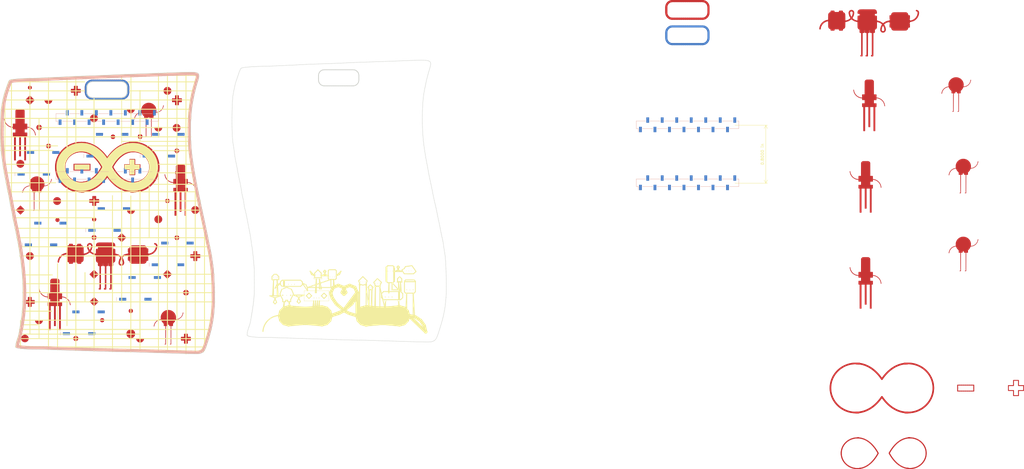
<source format=kicad_pcb>
(kicad_pcb (version 20171130) (host pcbnew 6.0.0-rc1-unknown-4a641ec~66~ubuntu16.04.1)
  (title_block (title "Project Title"))
  (layers (0 F.Cu signal) (31 B.Cu signal) (34 B.Paste user) (35 F.Paste user) (36 B.SilkS user) (37 F.SilkS user) (38 B.Mask user) (39 F.Mask user) (44 Edge.Cuts user))
  (net 0 "")
  (module ArduinoBadge:2019.01 (layer F.Cu) (at 214.4268 106.553)
    (fp_text reference svg2mod hide)
    (fp_text value G*** hide)
    (fp_line (start -5.577558 -45.974538) (end -5.173255 -46.015055) (layer Edge.Cuts) (width 0.26625))
    (fp_line (start -5.953672 -45.858271) (end -5.577558 -45.974538) (layer Edge.Cuts) (width 0.26625))
    (fp_line (start -6.293671 -45.674181) (end -5.953672 -45.858271) (layer Edge.Cuts) (width 0.26625))
    (fp_line (start -6.589629 -45.430195) (end -6.293671 -45.674181) (layer Edge.Cuts) (width 0.26625))
    (fp_line (start -6.833616 -45.134238) (end -6.589629 -45.430195) (layer Edge.Cuts) (width 0.26625))
    (fp_line (start -7.017704 -44.79424) (end -6.833616 -45.134238) (layer Edge.Cuts) (width 0.26625))
    (fp_line (start -7.133971 -44.418125) (end -7.017704 -44.79424) (layer Edge.Cuts) (width 0.26625))
    (fp_line (start -7.17449 -44.013821) (end -7.133971 -44.418125) (layer Edge.Cuts) (width 0.26625))
    (fp_line (start -7.17449 -43.603327) (end -7.17449 -44.013821) (layer Edge.Cuts) (width 0.26625))
    (fp_line (start -7.17449 -43.192833) (end -7.17449 -43.603327) (layer Edge.Cuts) (width 0.26625))
    (fp_line (start -7.17449 -42.782339) (end -7.17449 -43.192833) (layer Edge.Cuts) (width 0.26625))
    (fp_line (start -7.17449 -42.371845) (end -7.17449 -42.782339) (layer Edge.Cuts) (width 0.26625))
    (fp_line (start -7.133971 -41.967541) (end -7.17449 -42.371845) (layer Edge.Cuts) (width 0.26625))
    (fp_line (start -7.017704 -41.591427) (end -7.133971 -41.967541) (layer Edge.Cuts) (width 0.26625))
    (fp_line (start -6.833616 -41.251428) (end -7.017704 -41.591427) (layer Edge.Cuts) (width 0.26625))
    (fp_line (start -6.589629 -40.955472) (end -6.833616 -41.251428) (layer Edge.Cuts) (width 0.26625))
    (fp_line (start -6.293671 -40.711485) (end -6.589629 -40.955472) (layer Edge.Cuts) (width 0.26625))
    (fp_line (start -5.953672 -40.527395) (end -6.293671 -40.711485) (layer Edge.Cuts) (width 0.26625))
    (fp_line (start -5.577558 -40.411128) (end -5.953672 -40.527395) (layer Edge.Cuts) (width 0.26625))
    (fp_line (start -5.173255 -40.370611) (end -5.577558 -40.411128) (layer Edge.Cuts) (width 0.26625))
    (fp_line (start -4.541427 -40.370611) (end -5.173255 -40.370611) (layer Edge.Cuts) (width 0.26625))
    (fp_line (start -3.909602 -40.370611) (end -4.541427 -40.370611) (layer Edge.Cuts) (width 0.26625))
    (fp_line (start -3.277774 -40.370611) (end -3.909602 -40.370611) (layer Edge.Cuts) (width 0.26625))
    (fp_line (start -2.645946 -40.370611) (end -3.277774 -40.370611) (layer Edge.Cuts) (width 0.26625))
    (fp_line (start -2.014147 -40.370611) (end -2.645946 -40.370611) (layer Edge.Cuts) (width 0.26625))
    (fp_line (start -1.38235 -40.370611) (end -2.014147 -40.370611) (layer Edge.Cuts) (width 0.26625))
    (fp_line (start -0.75055 -40.370611) (end -1.38235 -40.370611) (layer Edge.Cuts) (width 0.26625))
    (fp_line (start -0.118751 -40.370611) (end -0.75055 -40.370611) (layer Edge.Cuts) (width 0.26625))
    (fp_line (start 0.512984 -40.370611) (end -0.118751 -40.370611) (layer Edge.Cuts) (width 0.26625))
    (fp_line (start 1.144719 -40.370611) (end 0.512984 -40.370611) (layer Edge.Cuts) (width 0.26625))
    (fp_line (start 1.776453 -40.370611) (end 1.144719 -40.370611) (layer Edge.Cuts) (width 0.26625))
    (fp_line (start 2.408185 -40.370611) (end 1.776453 -40.370611) (layer Edge.Cuts) (width 0.26625))
    (fp_line (start 3.039988 -40.370611) (end 2.408185 -40.370611) (layer Edge.Cuts) (width 0.26625))
    (fp_line (start 3.671787 -40.370611) (end 3.039988 -40.370611) (layer Edge.Cuts) (width 0.26625))
    (fp_line (start 4.30359 -40.370611) (end 3.671787 -40.370611) (layer Edge.Cuts) (width 0.26625))
    (fp_line (start 4.935389 -40.370611) (end 4.30359 -40.370611) (layer Edge.Cuts) (width 0.26625))
    (fp_line (start 5.339692 -40.411128) (end 4.935389 -40.370611) (layer Edge.Cuts) (width 0.26625))
    (fp_line (start 5.715807 -40.527395) (end 5.339692 -40.411128) (layer Edge.Cuts) (width 0.26625))
    (fp_line (start 6.055806 -40.711485) (end 5.715807 -40.527395) (layer Edge.Cuts) (width 0.26625))
    (fp_line (start 6.351761 -40.955472) (end 6.055806 -40.711485) (layer Edge.Cuts) (width 0.26625))
    (fp_line (start 6.595748 -41.251428) (end 6.351761 -40.955472) (layer Edge.Cuts) (width 0.26625))
    (fp_line (start 6.779838 -41.591427) (end 6.595748 -41.251428) (layer Edge.Cuts) (width 0.26625))
    (fp_line (start 6.896106 -41.967541) (end 6.779838 -41.591427) (layer Edge.Cuts) (width 0.26625))
    (fp_line (start 6.936621 -42.371845) (end 6.896106 -41.967541) (layer Edge.Cuts) (width 0.26625))
    (fp_line (start 6.936621 -42.782339) (end 6.936621 -42.371845) (layer Edge.Cuts) (width 0.26625))
    (fp_line (start 6.936621 -43.192833) (end 6.936621 -42.782339) (layer Edge.Cuts) (width 0.26625))
    (fp_line (start 6.936621 -43.603327) (end 6.936621 -43.192833) (layer Edge.Cuts) (width 0.26625))
    (fp_line (start 6.936621 -44.013821) (end 6.936621 -43.603327) (layer Edge.Cuts) (width 0.26625))
    (fp_line (start 6.896106 -44.418125) (end 6.936621 -44.013821) (layer Edge.Cuts) (width 0.26625))
    (fp_line (start 6.779838 -44.79424) (end 6.896106 -44.418125) (layer Edge.Cuts) (width 0.26625))
    (fp_line (start 6.595748 -45.134238) (end 6.779838 -44.79424) (layer Edge.Cuts) (width 0.26625))
    (fp_line (start 6.351761 -45.430195) (end 6.595748 -45.134238) (layer Edge.Cuts) (width 0.26625))
    (fp_line (start 6.055806 -45.674181) (end 6.351761 -45.430195) (layer Edge.Cuts) (width 0.26625))
    (fp_line (start 5.715807 -45.858271) (end 6.055806 -45.674181) (layer Edge.Cuts) (width 0.26625))
    (fp_line (start 5.339692 -45.974538) (end 5.715807 -45.858271) (layer Edge.Cuts) (width 0.26625))
    (fp_line (start 4.935389 -46.015055) (end 5.339692 -45.974538) (layer Edge.Cuts) (width 0.26625))
    (fp_line (start 4.303561 -46.015055) (end 4.935389 -46.015055) (layer Edge.Cuts) (width 0.26625))
    (fp_line (start 3.671736 -46.015055) (end 4.303561 -46.015055) (layer Edge.Cuts) (width 0.26625))
    (fp_line (start 3.039909 -46.015055) (end 3.671736 -46.015055) (layer Edge.Cuts) (width 0.26625))
    (fp_line (start 2.408081 -46.015055) (end 3.039909 -46.015055) (layer Edge.Cuts) (width 0.26625))
    (fp_line (start 1.776281 -46.015055) (end 2.408081 -46.015055) (layer Edge.Cuts) (width 0.26625))
    (fp_line (start 1.144484 -46.015055) (end 1.776281 -46.015055) (layer Edge.Cuts) (width 0.26625))
    (fp_line (start 0.512685 -46.015055) (end 1.144484 -46.015055) (layer Edge.Cuts) (width 0.26625))
    (fp_line (start -0.119115 -46.015055) (end 0.512685 -46.015055) (layer Edge.Cuts) (width 0.26625))
    (fp_line (start -0.750849 -46.015055) (end -0.119115 -46.015055) (layer Edge.Cuts) (width 0.26625))
    (fp_line (start -1.382584 -46.015055) (end -0.750849 -46.015055) (layer Edge.Cuts) (width 0.26625))
    (fp_line (start -2.014319 -46.015055) (end -1.382584 -46.015055) (layer Edge.Cuts) (width 0.26625))
    (fp_line (start -2.646051 -46.015055) (end -2.014319 -46.015055) (layer Edge.Cuts) (width 0.26625))
    (fp_line (start -3.277853 -46.015055) (end -2.646051 -46.015055) (layer Edge.Cuts) (width 0.26625))
    (fp_line (start -3.909653 -46.015055) (end -3.277853 -46.015055) (layer Edge.Cuts) (width 0.26625))
    (fp_line (start -4.541455 -46.015055) (end -3.909653 -46.015055) (layer Edge.Cuts) (width 0.26625))
    (fp_line (start -5.173255 -46.015055) (end -4.541455 -46.015055) (layer Edge.Cuts) (width 0.26625))
    (fp_line (start 37.461387 33.759077) (end 37.461412 33.759034) (layer Edge.Cuts) (width 0.133917))
    (fp_line (start 37.516042 32.615727) (end 37.461387 33.759077) (layer Edge.Cuts) (width 0.133917))
    (fp_line (start 37.546497 31.221896) (end 37.516042 32.615727) (layer Edge.Cuts) (width 0.133917))
    (fp_line (start 37.554766 29.992065) (end 37.546497 31.221896) (layer Edge.Cuts) (width 0.133917))
    (fp_line (start 37.55025 28.682602) (end 37.554766 29.992065) (layer Edge.Cuts) (width 0.133917))
    (fp_line (start 37.535377 27.419891) (end 37.55025 28.682602) (layer Edge.Cuts) (width 0.133917))
    (fp_line (start 37.51105 26.144106) (end 37.535377 27.419891) (layer Edge.Cuts) (width 0.133917))
    (fp_line (start 37.477189 24.853171) (end 37.51105 26.144106) (layer Edge.Cuts) (width 0.133917))
    (fp_line (start 37.435109 23.605889) (end 37.477189 24.853171) (layer Edge.Cuts) (width 0.133917))
    (fp_line (start 37.37792 22.268483) (end 37.435109 23.605889) (layer Edge.Cuts) (width 0.133917))
    (fp_line (start 37.312351 21.06992) (end 37.37792 22.268483) (layer Edge.Cuts) (width 0.133917))
    (fp_line (start 37.171443 19.349874) (end 37.312351 21.06992) (layer Edge.Cuts) (width 0.133917))
    (fp_line (start 37.019526 18.29714) (end 37.171443 19.349874) (layer Edge.Cuts) (width 0.133917))
    (fp_line (start 36.843238 17.189988) (end 37.019526 18.29714) (layer Edge.Cuts) (width 0.133917))
    (fp_line (start 36.666985 16.06006) (end 36.843238 17.189988) (layer Edge.Cuts) (width 0.133917))
    (fp_line (start 36.515169 14.939003) (end 36.666985 16.06006) (layer Edge.Cuts) (width 0.133917))
    (fp_line (start 36.372238 14.080525) (end 36.515169 14.939003) (layer Edge.Cuts) (width 0.133917))
    (fp_line (start 36.234437 13.432642) (end 36.372238 14.080525) (layer Edge.Cuts) (width 0.133917))
    (fp_line (start 36.074287 12.753672) (end 36.234437 13.432642) (layer Edge.Cuts) (width 0.133917))
    (fp_line (start 35.875326 11.827986) (end 36.074287 12.753672) (layer Edge.Cuts) (width 0.133917))
    (fp_line (start 35.710511 11.016049) (end 35.875326 11.827986) (layer Edge.Cuts) (width 0.133917))
    (fp_line (start 35.556133 10.214284) (end 35.710511 11.016049) (layer Edge.Cuts) (width 0.133917))
    (fp_line (start 35.40038 9.396729) (end 35.556133 10.214284) (layer Edge.Cuts) (width 0.133917))
    (fp_line (start 35.23532 8.560222) (end 35.40038 9.396729) (layer Edge.Cuts) (width 0.133917))
    (fp_line (start 35.042274 7.617933) (end 35.23532 8.560222) (layer Edge.Cuts) (width 0.133917))
    (fp_line (start 34.888517 6.911245) (end 35.042274 7.617933) (layer Edge.Cuts) (width 0.133917))
    (fp_line (start 34.750713 6.28636) (end 34.888517 6.911245) (layer Edge.Cuts) (width 0.133917))
    (fp_line (start 34.589649 5.5163) (end 34.750713 6.28636) (layer Edge.Cuts) (width 0.133917))
    (fp_line (start 34.444011 4.792634) (end 34.589649 5.5163) (layer Edge.Cuts) (width 0.133917))
    (fp_line (start 34.313415 4.116356) (end 34.444011 4.792634) (layer Edge.Cuts) (width 0.133917))
    (fp_line (start 34.157829 3.333167) (end 34.313415 4.116356) (layer Edge.Cuts) (width 0.133917))
    (fp_line (start 33.963005 2.418287) (end 34.157829 3.333167) (layer Edge.Cuts) (width 0.133917))
    (fp_line (start 33.76337 1.527447) (end 33.963005 2.418287) (layer Edge.Cuts) (width 0.133917))
    (fp_line (start 33.574168 0.72862) (end 33.76337 1.527447) (layer Edge.Cuts) (width 0.133917))
    (fp_line (start 33.382336 -0.085128) (end 33.574168 0.72862) (layer Edge.Cuts) (width 0.133917))
    (fp_line (start 33.178879 -1.002935) (end 33.382336 -0.085128) (layer Edge.Cuts) (width 0.133917))
    (fp_line (start 32.983294 -1.935476) (end 33.178879 -1.002935) (layer Edge.Cuts) (width 0.133917))
    (fp_line (start 32.825788 -2.743817) (end 32.983294 -1.935476) (layer Edge.Cuts) (width 0.133917))
    (fp_line (start 32.647994 -3.665343) (end 32.825788 -2.743817) (layer Edge.Cuts) (width 0.133917))
    (fp_line (start 32.412733 -4.822079) (end 32.647994 -3.665343) (layer Edge.Cuts) (width 0.133917))
    (fp_line (start 32.188725 -5.886948) (end 32.412733 -4.822079) (layer Edge.Cuts) (width 0.133917))
    (fp_line (start 31.969941 -6.893793) (end 32.188725 -5.886948) (layer Edge.Cuts) (width 0.133917))
    (fp_line (start 31.773712 -7.800514) (end 31.969941 -6.893793) (layer Edge.Cuts) (width 0.133917))
    (fp_line (start 31.585117 -8.710471) (end 31.773712 -7.800514) (layer Edge.Cuts) (width 0.133917))
    (fp_line (start 31.376349 -9.773501) (end 31.585117 -8.710471) (layer Edge.Cuts) (width 0.133917))
    (fp_line (start 31.241858 -10.535614) (end 31.376349 -9.773501) (layer Edge.Cuts) (width 0.133917))
    (fp_line (start 31.024784 -11.795958) (end 31.241858 -10.535614) (layer Edge.Cuts) (width 0.133917))
    (fp_line (start 30.760836 -13.161112) (end 31.024784 -11.795958) (layer Edge.Cuts) (width 0.133917))
    (fp_line (start 30.567779 -14.152375) (end 30.760836 -13.161112) (layer Edge.Cuts) (width 0.133917))
    (fp_line (start 30.366126 -15.288009) (end 30.567779 -14.152375) (layer Edge.Cuts) (width 0.133917))
    (fp_line (start 30.191659 -16.341192) (end 30.366126 -15.288009) (layer Edge.Cuts) (width 0.133917))
    (fp_line (start 30.022523 -17.424065) (end 30.191659 -16.341192) (layer Edge.Cuts) (width 0.133917))
    (fp_line (start 29.861806 -18.517084) (end 30.022523 -17.424065) (layer Edge.Cuts) (width 0.133917))
    (fp_line (start 29.717887 -19.565747) (end 29.861806 -18.517084) (layer Edge.Cuts) (width 0.133917))
    (fp_line (start 29.572494 -20.737399) (end 29.717887 -19.565747) (layer Edge.Cuts) (width 0.133917))
    (fp_line (start 29.471586 -21.715155) (end 29.572494 -20.737399) (layer Edge.Cuts) (width 0.133917))
    (fp_line (start 29.364158 -23.102051) (end 29.471586 -21.715155) (layer Edge.Cuts) (width 0.133917))
    (fp_line (start 29.280781 -24.525135) (end 29.364158 -23.102051) (layer Edge.Cuts) (width 0.133917))
    (fp_line (start 29.222525 -25.928556) (end 29.280781 -24.525135) (layer Edge.Cuts) (width 0.133917))
    (fp_line (start 29.186358 -27.340199) (end 29.222525 -25.928556) (layer Edge.Cuts) (width 0.133917))
    (fp_line (start 29.171964 -28.757476) (end 29.186358 -27.340199) (layer Edge.Cuts) (width 0.133917))
    (fp_line (start 29.179387 -30.157103) (end 29.171964 -28.757476) (layer Edge.Cuts) (width 0.133917))
    (fp_line (start 29.210194 -31.588967) (end 29.179387 -30.157103) (layer Edge.Cuts) (width 0.133917))
    (fp_line (start 29.264231 -32.972245) (end 29.210194 -31.588967) (layer Edge.Cuts) (width 0.133917))
    (fp_line (start 29.350504 -34.425609) (end 29.264231 -32.972245) (layer Edge.Cuts) (width 0.133917))
    (fp_line (start 29.464234 -35.781305) (end 29.350504 -34.425609) (layer Edge.Cuts) (width 0.133917))
    (fp_line (start 29.640764 -37.282708) (end 29.464234 -35.781305) (layer Edge.Cuts) (width 0.133917))
    (fp_line (start 29.857149 -38.56916) (end 29.640764 -37.282708) (layer Edge.Cuts) (width 0.133917))
    (fp_line (start 30.000129 -39.275339) (end 29.857149 -38.56916) (layer Edge.Cuts) (width 0.133917))
    (fp_line (start 30.074666 -39.643174) (end 30.000129 -39.275339) (layer Edge.Cuts) (width 0.133917))
    (fp_line (start 30.14882 -40.008918) (end 30.074666 -39.643174) (layer Edge.Cuts) (width 0.133917))
    (fp_line (start 30.234359 -40.430575) (end 30.14882 -40.008918) (layer Edge.Cuts) (width 0.133917))
    (fp_line (start 30.313669 -40.821255) (end 30.234359 -40.430575) (layer Edge.Cuts) (width 0.133917))
    (fp_line (start 30.383663 -41.165721) (end 30.313669 -40.821255) (layer Edge.Cuts) (width 0.133917))
    (fp_line (start 30.441245 -41.448736) (end 30.383663 -41.165721) (layer Edge.Cuts) (width 0.133917))
    (fp_line (start 30.549652 -41.953938) (end 30.441245 -41.448736) (layer Edge.Cuts) (width 0.133917))
    (fp_line (start 30.680053 -42.515914) (end 30.549652 -41.953938) (layer Edge.Cuts) (width 0.133917))
    (fp_line (start 30.828386 -43.119132) (end 30.680053 -42.515914) (layer Edge.Cuts) (width 0.133917))
    (fp_line (start 30.990585 -43.748062) (end 30.828386 -43.119132) (layer Edge.Cuts) (width 0.133917))
    (fp_line (start 31.147907 -44.33364) (end 30.990585 -43.748062) (layer Edge.Cuts) (width 0.133917))
    (fp_line (start 31.310334 -44.915818) (end 31.147907 -44.33364) (layer Edge.Cuts) (width 0.133917))
    (fp_line (start 31.474737 -45.482649) (end 31.310334 -44.915818) (layer Edge.Cuts) (width 0.133917))
    (fp_line (start 31.637991 -46.022185) (end 31.474737 -45.482649) (layer Edge.Cuts) (width 0.133917))
    (fp_line (start 31.763114 -46.439634) (end 31.637991 -46.022185) (layer Edge.Cuts) (width 0.133917))
    (fp_line (start 31.867314 -46.81755) (end 31.763114 -46.439634) (layer Edge.Cuts) (width 0.133917))
    (fp_line (start 31.950713 -47.158058) (end 31.867314 -46.81755) (layer Edge.Cuts) (width 0.133917))
    (fp_line (start 32.013437 -47.46328) (end 31.950713 -47.158058) (layer Edge.Cuts) (width 0.133917))
    (fp_line (start 32.076844 -47.966945) (end 32.013437 -47.46328) (layer Edge.Cuts) (width 0.133917))
    (fp_line (start 32.062338 -48.35937) (end 32.076844 -47.966945) (layer Edge.Cuts) (width 0.133917))
    (fp_line (start 31.970838 -48.656507) (end 32.062338 -48.35937) (layer Edge.Cuts) (width 0.133917))
    (fp_line (start 31.803269 -48.87431) (end 31.970838 -48.656507) (layer Edge.Cuts) (width 0.133917))
    (fp_line (start 31.502674 -49.06832) (end 31.803269 -48.87431) (layer Edge.Cuts) (width 0.133917))
    (fp_line (start 31.053749 -49.209043) (end 31.502674 -49.06832) (layer Edge.Cuts) (width 0.133917))
    (fp_line (start 30.391342 -49.299757) (end 31.053749 -49.209043) (layer Edge.Cuts) (width 0.133917))
    (fp_line (start 29.450306 -49.343741) (end 30.391342 -49.299757) (layer Edge.Cuts) (width 0.133917))
    (fp_line (start 28.947002 -49.349095) (end 29.450306 -49.343741) (layer Edge.Cuts) (width 0.133917))
    (fp_line (start 28.375804 -49.346752) (end 28.947002 -49.349095) (layer Edge.Cuts) (width 0.133917))
    (fp_line (start 27.731626 -49.336996) (end 28.375804 -49.346752) (layer Edge.Cuts) (width 0.133917))
    (fp_line (start 27.009377 -49.320071) (end 27.731626 -49.336996) (layer Edge.Cuts) (width 0.133917))
    (fp_line (start 26.46297 -49.304348) (end 27.009377 -49.320071) (layer Edge.Cuts) (width 0.133917))
    (fp_line (start 25.875315 -49.28542) (end 26.46297 -49.304348) (layer Edge.Cuts) (width 0.133917))
    (fp_line (start 25.244749 -49.26337) (end 25.875315 -49.28542) (layer Edge.Cuts) (width 0.133917))
    (fp_line (start 24.569597 -49.23828) (end 25.244749 -49.26337) (layer Edge.Cuts) (width 0.133917))
    (fp_line (start 23.955392 -49.214895) (end 24.569597 -49.23828) (layer Edge.Cuts) (width 0.133917))
    (fp_line (start 23.365705 -49.192458) (end 23.955392 -49.214895) (layer Edge.Cuts) (width 0.133917))
    (fp_line (start 22.257139 -49.150321) (end 23.365705 -49.192458) (layer Edge.Cuts) (width 0.133917))
    (fp_line (start 21.040586 -49.104169) (end 22.257139 -49.150321) (layer Edge.Cuts) (width 0.133917))
    (fp_line (start 19.944689 -49.062713) (end 21.040586 -49.104169) (layer Edge.Cuts) (width 0.133917))
    (fp_line (start 18.708384 -49.01615) (end 19.944689 -49.062713) (layer Edge.Cuts) (width 0.133917))
    (fp_line (start 17.632228 -48.975892) (end 18.708384 -49.01615) (layer Edge.Cuts) (width 0.133917))
    (fp_line (start 16.36765 -48.929125) (end 17.632228 -48.975892) (layer Edge.Cuts) (width 0.133917))
    (fp_line (start 15.319601 -48.891114) (end 16.36765 -48.929125) (layer Edge.Cuts) (width 0.133917))
    (fp_line (start 14.07219 -48.847416) (end 15.319601 -48.891114) (layer Edge.Cuts) (width 0.133917))
    (fp_line (start 13.006973 -48.81207) (end 14.07219 -48.847416) (layer Edge.Cuts) (width 0.133917))
    (fp_line (start 11.869617 -48.775382) (end 13.006973 -48.81207) (layer Edge.Cuts) (width 0.133917))
    (fp_line (start 10.732259 -48.738696) (end 11.869617 -48.775382) (layer Edge.Cuts) (width 0.133917))
    (fp_line (start 9.594999 -48.702011) (end 10.732259 -48.738696) (layer Edge.Cuts) (width 0.133917))
    (fp_line (start 8.457737 -48.665327) (end 9.594999 -48.702011) (layer Edge.Cuts) (width 0.133917))
    (fp_line (start 7.440413 -48.629309) (end 8.457737 -48.665327) (layer Edge.Cuts) (width 0.133917))
    (fp_line (start 6.182622 -48.579795) (end 7.440413 -48.629309) (layer Edge.Cuts) (width 0.133917))
    (fp_line (start 5.065274 -48.53309) (end 6.182622 -48.579795) (layer Edge.Cuts) (width 0.133917))
    (fp_line (start 3.908095 -48.48256) (end 5.065274 -48.53309) (layer Edge.Cuts) (width 0.133917))
    (fp_line (start 2.737541 -48.429217) (end 3.908095 -48.48256) (layer Edge.Cuts) (width 0.133917))
    (fp_line (start 1.633894 -48.376472) (end 2.737541 -48.429217) (layer Edge.Cuts) (width 0.133917))
    (fp_line (start 0.62123 -48.328022) (end 1.633894 -48.376472) (layer Edge.Cuts) (width 0.133917))
    (fp_line (start -0.419106 -48.280595) (end 0.62123 -48.328022) (layer Edge.Cuts) (width 0.133917))
    (fp_line (start -1.474826 -48.234678) (end -0.419106 -48.280595) (layer Edge.Cuts) (width 0.133917))
    (fp_line (start -2.47254 -48.193473) (end -1.474826 -48.234678) (layer Edge.Cuts) (width 0.133917))
    (fp_line (start -3.646153 -48.148685) (end -2.47254 -48.193473) (layer Edge.Cuts) (width 0.133917))
    (fp_line (start -4.526525 -48.120259) (end -3.646153 -48.148685) (layer Edge.Cuts) (width 0.133917))
    (fp_line (start -5.951505 -48.080737) (end -4.526525 -48.120259) (layer Edge.Cuts) (width 0.133917))
    (fp_line (start -7.244131 -48.042219) (end -5.951505 -48.080737) (layer Edge.Cuts) (width 0.133917))
    (fp_line (start -8.683676 -47.995099) (end -7.244131 -48.042219) (layer Edge.Cuts) (width 0.133917))
    (fp_line (start -9.961482 -47.947966) (end -8.683676 -47.995099) (layer Edge.Cuts) (width 0.133917))
    (fp_line (start -11.409197 -47.885734) (end -9.961482 -47.947966) (layer Edge.Cuts) (width 0.133917))
    (fp_line (start -12.677227 -47.820181) (end -11.409197 -47.885734) (layer Edge.Cuts) (width 0.133917))
    (fp_line (start -13.758358 -47.760962) (end -12.677227 -47.820181) (layer Edge.Cuts) (width 0.133917))
    (fp_line (start -15.00788 -47.696088) (end -13.758358 -47.760962) (layer Edge.Cuts) (width 0.133917))
    (fp_line (start -16.150305 -47.638933) (end -15.00788 -47.696088) (layer Edge.Cuts) (width 0.133917))
    (fp_line (start -17.339214 -47.581129) (end -16.150305 -47.638933) (layer Edge.Cuts) (width 0.133917))
    (fp_line (start -18.514204 -47.525478) (end -17.339214 -47.581129) (layer Edge.Cuts) (width 0.133917))
    (fp_line (start -19.670491 -47.472118) (end -18.514204 -47.525478) (layer Edge.Cuts) (width 0.133917))
    (fp_line (start -20.887644 -47.417601) (end -19.670491 -47.472118) (layer Edge.Cuts) (width 0.133917))
    (fp_line (start -22.002041 -47.36956) (end -20.887644 -47.417601) (layer Edge.Cuts) (width 0.133917))
    (fp_line (start -23.413068 -47.312977) (end -22.002041 -47.36956) (layer Edge.Cuts) (width 0.133917))
    (fp_line (start -24.334628 -47.283021) (end -23.413068 -47.312977) (layer Edge.Cuts) (width 0.133917))
    (fp_line (start -25.63725 -47.250731) (end -24.334628 -47.283021) (layer Edge.Cuts) (width 0.133917))
    (fp_line (start -26.842401 -47.215611) (end -25.63725 -47.250731) (layer Edge.Cuts) (width 0.133917))
    (fp_line (start -28.163819 -47.169496) (end -26.842401 -47.215611) (layer Edge.Cuts) (width 0.133917))
    (fp_line (start -28.773503 -47.144773) (end -28.163819 -47.169496) (layer Edge.Cuts) (width 0.133917))
    (fp_line (start -29.349632 -47.118905) (end -28.773503 -47.144773) (layer Edge.Cuts) (width 0.133917))
    (fp_line (start -30.060578 -47.082888) (end -29.349632 -47.118905) (layer Edge.Cuts) (width 0.133917))
    (fp_line (start -30.714269 -47.044757) (end -30.060578 -47.082888) (layer Edge.Cuts) (width 0.133917))
    (fp_line (start -31.311511 -47.004451) (end -30.714269 -47.044757) (layer Edge.Cuts) (width 0.133917))
    (fp_line (start -31.853109 -46.961905) (end -31.311511 -47.004451) (layer Edge.Cuts) (width 0.133917))
    (fp_line (start -32.801351 -46.866403) (end -31.853109 -46.961905) (layer Edge.Cuts) (width 0.133917))
    (fp_line (start -33.521551 -46.76048) (end -32.801351 -46.866403) (layer Edge.Cuts) (width 0.133917))
    (fp_line (start -34.020881 -46.643585) (end -33.521551 -46.76048) (layer Edge.Cuts) (width 0.133917))
    (fp_line (start -34.306512 -46.515165) (end -34.020881 -46.643585) (layer Edge.Cuts) (width 0.133917))
    (fp_line (start -34.448735 -46.32309) (end -34.306512 -46.515165) (layer Edge.Cuts) (width 0.133917))
    (fp_line (start -34.638682 -45.946424) (end -34.448735 -46.32309) (layer Edge.Cuts) (width 0.133917))
    (fp_line (start -34.851551 -45.439578) (end -34.638682 -45.946424) (layer Edge.Cuts) (width 0.133917))
    (fp_line (start -35.062532 -44.856961) (end -34.851551 -45.439578) (layer Edge.Cuts) (width 0.133917))
    (fp_line (start -35.168063 -44.542708) (end -35.062532 -44.856961) (layer Edge.Cuts) (width 0.133917))
    (fp_line (start -35.284093 -44.198639) (end -35.168063 -44.542708) (layer Edge.Cuts) (width 0.133917))
    (fp_line (start -35.40695 -43.835565) (end -35.284093 -44.198639) (layer Edge.Cuts) (width 0.133917))
    (fp_line (start -35.53296 -43.464294) (end -35.40695 -43.835565) (layer Edge.Cuts) (width 0.133917))
    (fp_line (start -35.663002 -43.082259) (end -35.53296 -43.464294) (layer Edge.Cuts) (width 0.133917))
    (fp_line (start -35.788385 -42.715079) (end -35.663002 -43.082259) (layer Edge.Cuts) (width 0.133917))
    (fp_line (start -35.905013 -42.3748) (end -35.788385 -42.715079) (layer Edge.Cuts) (width 0.133917))
    (fp_line (start -36.008789 -42.073468) (end -35.905013 -42.3748) (layer Edge.Cuts) (width 0.133917))
    (fp_line (start -36.18629 -41.517078) (end -36.008789 -42.073468) (layer Edge.Cuts) (width 0.133917))
    (fp_line (start -36.331685 -40.980314) (end -36.18629 -41.517078) (layer Edge.Cuts) (width 0.133917))
    (fp_line (start -36.450436 -40.467371) (end -36.331685 -40.980314) (layer Edge.Cuts) (width 0.133917))
    (fp_line (start -36.551652 -39.992427) (end -36.450436 -40.467371) (layer Edge.Cuts) (width 0.133917))
    (fp_line (start -36.65514 -39.4981) (end -36.551652 -39.992427) (layer Edge.Cuts) (width 0.133917))
    (fp_line (start -36.780704 -38.927013) (end -36.65514 -39.4981) (layer Edge.Cuts) (width 0.133917))
    (fp_line (start -36.900772 -38.300143) (end -36.780704 -38.927013) (layer Edge.Cuts) (width 0.133917))
    (fp_line (start -37.013241 -37.669496) (end -36.900772 -38.300143) (layer Edge.Cuts) (width 0.133917))
    (fp_line (start -37.117505 -37.036517) (end -37.013241 -37.669496) (layer Edge.Cuts) (width 0.133917))
    (fp_line (start -37.212972 -36.402654) (end -37.117505 -37.036517) (layer Edge.Cuts) (width 0.133917))
    (fp_line (start -37.240404 -36.087045) (end -37.212972 -36.402654) (layer Edge.Cuts) (width 0.133917))
    (fp_line (start -37.267328 -35.722168) (end -37.240404 -36.087045) (layer Edge.Cuts) (width 0.133917))
    (fp_line (start -37.293518 -35.312418) (end -37.267328 -35.722168) (layer Edge.Cuts) (width 0.133917))
    (fp_line (start -37.318834 -34.862188) (end -37.293518 -35.312418) (layer Edge.Cuts) (width 0.133917))
    (fp_line (start -37.368225 -33.803695) (end -37.318834 -34.862188) (layer Edge.Cuts) (width 0.133917))
    (fp_line (start -37.41105 -32.62661) (end -37.368225 -33.803695) (layer Edge.Cuts) (width 0.133917))
    (fp_line (start -37.44193 -31.524217) (end -37.41105 -32.62661) (layer Edge.Cuts) (width 0.133917))
    (fp_line (start -37.465157 -30.389321) (end -37.44193 -31.524217) (layer Edge.Cuts) (width 0.133917))
    (fp_line (start -37.479466 -29.259299) (end -37.465157 -30.389321) (layer Edge.Cuts) (width 0.133917))
    (fp_line (start -37.483897 -28.151851) (end -37.479466 -29.259299) (layer Edge.Cuts) (width 0.133917))
    (fp_line (start -37.478055 -27.062694) (end -37.483897 -28.151851) (layer Edge.Cuts) (width 0.133917))
    (fp_line (start -37.462476 -26.002454) (end -37.478055 -27.062694) (layer Edge.Cuts) (width 0.133917))
    (fp_line (start -37.435298 -24.89838) (end -37.462476 -26.002454) (layer Edge.Cuts) (width 0.133917))
    (fp_line (start -37.39811 -23.85349) (end -37.435298 -24.89838) (layer Edge.Cuts) (width 0.133917))
    (fp_line (start -37.34265 -22.719975) (end -37.39811 -23.85349) (layer Edge.Cuts) (width 0.133917))
    (fp_line (start -37.275572 -21.707375) (end -37.34265 -22.719975) (layer Edge.Cuts) (width 0.133917))
    (fp_line (start -37.152438 -20.434962) (end -37.275572 -21.707375) (layer Edge.Cuts) (width 0.133917))
    (fp_line (start -37.008886 -19.576019) (end -37.152438 -20.434962) (layer Edge.Cuts) (width 0.133917))
    (fp_line (start -36.831052 -18.556001) (end -37.008886 -19.576019) (layer Edge.Cuts) (width 0.133917))
    (fp_line (start -36.671244 -17.204602) (end -36.831052 -18.556001) (layer Edge.Cuts) (width 0.133917))
    (fp_line (start -36.580481 -16.426535) (end -36.671244 -17.204602) (layer Edge.Cuts) (width 0.133917))
    (fp_line (start -36.445212 -15.514561) (end -36.580481 -16.426535) (layer Edge.Cuts) (width 0.133917))
    (fp_line (start -36.292724 -14.632182) (end -36.445212 -15.514561) (layer Edge.Cuts) (width 0.133917))
    (fp_line (start -36.13354 -13.83865) (end -36.292724 -14.632182) (layer Edge.Cuts) (width 0.133917))
    (fp_line (start -35.976867 -13.101705) (end -36.13354 -13.83865) (layer Edge.Cuts) (width 0.133917))
    (fp_line (start -35.818887 -12.317427) (end -35.976867 -13.101705) (layer Edge.Cuts) (width 0.133917))
    (fp_line (start -35.657696 -11.470794) (end -35.818887 -12.317427) (layer Edge.Cuts) (width 0.133917))
    (fp_line (start -35.539058 -10.789689) (end -35.657696 -11.470794) (layer Edge.Cuts) (width 0.133917))
    (fp_line (start -35.334399 -9.618794) (end -35.539058 -10.789689) (layer Edge.Cuts) (width 0.133917))
    (fp_line (start -35.128462 -8.587657) (end -35.334399 -9.618794) (layer Edge.Cuts) (width 0.133917))
    (fp_line (start -34.90449 -7.581391) (end -35.128462 -8.587657) (layer Edge.Cuts) (width 0.133917))
    (fp_line (start -34.656451 -6.470318) (end -34.90449 -7.581391) (layer Edge.Cuts) (width 0.133917))
    (fp_line (start -34.408059 -5.185095) (end -34.656451 -6.470318) (layer Edge.Cuts) (width 0.133917))
    (fp_line (start -34.183238 -3.760127) (end -34.408059 -5.185095) (layer Edge.Cuts) (width 0.133917))
    (fp_line (start -34.07505 -3.065954) (end -34.183238 -3.760127) (layer Edge.Cuts) (width 0.133917))
    (fp_line (start -33.932342 -2.288922) (end -34.07505 -3.065954) (layer Edge.Cuts) (width 0.133917))
    (fp_line (start -33.769649 -1.505352) (end -33.932342 -2.288922) (layer Edge.Cuts) (width 0.133917))
    (fp_line (start -33.609356 -0.831645) (end -33.769649 -1.505352) (layer Edge.Cuts) (width 0.133917))
    (fp_line (start -33.350981 0.348004) (end -33.609356 -0.831645) (layer Edge.Cuts) (width 0.133917))
    (fp_line (start -33.243519 1.212595) (end -33.350981 0.348004) (layer Edge.Cuts) (width 0.133917))
    (fp_line (start -33.162846 1.910149) (end -33.243519 1.212595) (layer Edge.Cuts) (width 0.133917))
    (fp_line (start -32.9689 2.688174) (end -33.162846 1.910149) (layer Edge.Cuts) (width 0.133917))
    (fp_line (start -32.790491 3.354678) (end -32.9689 2.688174) (layer Edge.Cuts) (width 0.133917))
    (fp_line (start -32.551849 4.410776) (end -32.790491 3.354678) (layer Edge.Cuts) (width 0.133917))
    (fp_line (start -32.374848 5.263336) (end -32.551849 4.410776) (layer Edge.Cuts) (width 0.133917))
    (fp_line (start -32.20278 6.149011) (end -32.374848 5.263336) (layer Edge.Cuts) (width 0.133917))
    (fp_line (start -31.999165 7.221916) (end -32.20278 6.149011) (layer Edge.Cuts) (width 0.133917))
    (fp_line (start -31.779864 8.353012) (end -31.999165 7.221916) (layer Edge.Cuts) (width 0.133917))
    (fp_line (start -31.536814 9.580249) (end -31.779864 8.353012) (layer Edge.Cuts) (width 0.133917))
    (fp_line (start -31.338031 10.553069) (end -31.536814 9.580249) (layer Edge.Cuts) (width 0.133917))
    (fp_line (start -31.178158 11.379382) (end -31.338031 10.553069) (layer Edge.Cuts) (width 0.133917))
    (fp_line (start -31.01752 12.320469) (end -31.178158 11.379382) (layer Edge.Cuts) (width 0.133917))
    (fp_line (start -30.87357 13.26893) (end -31.01752 12.320469) (layer Edge.Cuts) (width 0.133917))
    (fp_line (start -30.76665 14.099423) (end -30.87357 13.26893) (layer Edge.Cuts) (width 0.133917))
    (fp_line (start -30.600187 15.386274) (end -30.76665 14.099423) (layer Edge.Cuts) (width 0.133917))
    (fp_line (start -30.478221 15.997734) (end -30.600187 15.386274) (layer Edge.Cuts) (width 0.133917))
    (fp_line (start -30.361164 16.751341) (end -30.478221 15.997734) (layer Edge.Cuts) (width 0.133917))
    (fp_line (start -30.311502 17.189683) (end -30.361164 16.751341) (layer Edge.Cuts) (width 0.133917))
    (fp_line (start -30.262463 17.622838) (end -30.311502 17.189683) (layer Edge.Cuts) (width 0.133917))
    (fp_line (start -30.214149 18.051858) (end -30.262463 17.622838) (layer Edge.Cuts) (width 0.133917))
    (fp_line (start -30.166654 18.477793) (end -30.214149 18.051858) (layer Edge.Cuts) (width 0.133917))
    (fp_line (start -30.120084 18.901694) (end -30.166654 18.477793) (layer Edge.Cuts) (width 0.133917))
    (fp_line (start -30.074531 19.324612) (end -30.120084 18.901694) (layer Edge.Cuts) (width 0.133917))
    (fp_line (start -30.030098 19.747598) (end -30.074531 19.324612) (layer Edge.Cuts) (width 0.133917))
    (fp_line (start -29.986884 20.171705) (end -30.030098 19.747598) (layer Edge.Cuts) (width 0.133917))
    (fp_line (start -29.944985 20.597979) (end -29.986884 20.171705) (layer Edge.Cuts) (width 0.133917))
    (fp_line (start -29.904503 21.027476) (end -29.944985 20.597979) (layer Edge.Cuts) (width 0.133917))
    (fp_line (start -29.865534 21.461243) (end -29.904503 21.027476) (layer Edge.Cuts) (width 0.133917))
    (fp_line (start -29.828176 21.900333) (end -29.865534 21.461243) (layer Edge.Cuts) (width 0.133917))
    (fp_line (start -29.792532 22.345798) (end -29.828176 21.900333) (layer Edge.Cuts) (width 0.133917))
    (fp_line (start -29.758699 22.798686) (end -29.792532 22.345798) (layer Edge.Cuts) (width 0.133917))
    (fp_line (start -29.726774 23.260049) (end -29.758699 22.798686) (layer Edge.Cuts) (width 0.133917))
    (fp_line (start -29.696858 23.730939) (end -29.726774 23.260049) (layer Edge.Cuts) (width 0.133917))
    (fp_line (start -29.671571 24.931213) (end -29.696858 23.730939) (layer Edge.Cuts) (width 0.133917))
    (fp_line (start -29.652324 26.242435) (end -29.671571 24.931213) (layer Edge.Cuts) (width 0.133917))
    (fp_line (start -29.640273 27.498476) (end -29.652324 26.242435) (layer Edge.Cuts) (width 0.133917))
    (fp_line (start -29.634007 28.754153) (end -29.640273 27.498476) (layer Edge.Cuts) (width 0.133917))
    (fp_line (start -29.634106 30.066303) (end -29.634007 28.754153) (layer Edge.Cuts) (width 0.133917))
    (fp_line (start -29.641811 31.266163) (end -29.634106 30.066303) (layer Edge.Cuts) (width 0.133917))
    (fp_line (start -29.648584 31.563173) (end -29.641811 31.266163) (layer Edge.Cuts) (width 0.133917))
    (fp_line (start -29.657841 31.860094) (end -29.648584 31.563173) (layer Edge.Cuts) (width 0.133917))
    (fp_line (start -29.669553 32.156943) (end -29.657841 31.860094) (layer Edge.Cuts) (width 0.133917))
    (fp_line (start -29.683636 32.453754) (end -29.669553 32.156943) (layer Edge.Cuts) (width 0.133917))
    (fp_line (start -29.700005 32.750541) (end -29.683636 32.453754) (layer Edge.Cuts) (width 0.133917))
    (fp_line (start -29.718603 33.047338) (end -29.700005 32.750541) (layer Edge.Cuts) (width 0.133917))
    (fp_line (start -29.739375 33.344159) (end -29.718603 33.047338) (layer Edge.Cuts) (width 0.133917))
    (fp_line (start -29.762235 33.641037) (end -29.739375 33.344159) (layer Edge.Cuts) (width 0.133917))
    (fp_line (start -29.787127 33.937991) (end -29.762235 33.641037) (layer Edge.Cuts) (width 0.133917))
    (fp_line (start -29.813995 34.235044) (end -29.787127 33.937991) (layer Edge.Cuts) (width 0.133917))
    (fp_line (start -29.842761 34.532227) (end -29.813995 34.235044) (layer Edge.Cuts) (width 0.133917))
    (fp_line (start -29.873363 34.829557) (end -29.842761 34.532227) (layer Edge.Cuts) (width 0.133917))
    (fp_line (start -29.905728 35.127064) (end -29.873363 34.829557) (layer Edge.Cuts) (width 0.133917))
    (fp_line (start -29.939792 35.424766) (end -29.905728 35.127064) (layer Edge.Cuts) (width 0.133917))
    (fp_line (start -29.975488 35.722691) (end -29.939792 35.424766) (layer Edge.Cuts) (width 0.133917))
    (fp_line (start -30.01275 36.020865) (end -29.975488 35.722691) (layer Edge.Cuts) (width 0.133917))
    (fp_line (start -30.051504 36.319309) (end -30.01275 36.020865) (layer Edge.Cuts) (width 0.133917))
    (fp_line (start -30.091693 36.618047) (end -30.051504 36.319309) (layer Edge.Cuts) (width 0.133917))
    (fp_line (start -30.133244 36.917104) (end -30.091693 36.618047) (layer Edge.Cuts) (width 0.133917))
    (fp_line (start -30.176091 37.216502) (end -30.133244 36.917104) (layer Edge.Cuts) (width 0.133917))
    (fp_line (start -30.220169 37.51627) (end -30.176091 37.216502) (layer Edge.Cuts) (width 0.133917))
    (fp_line (start -30.265406 37.81643) (end -30.220169 37.51627) (layer Edge.Cuts) (width 0.133917))
    (fp_line (start -30.311741 38.117003) (end -30.265406 37.81643) (layer Edge.Cuts) (width 0.133917))
    (fp_line (start -30.359104 38.418018) (end -30.311741 38.117003) (layer Edge.Cuts) (width 0.133917))
    (fp_line (start -30.407429 38.719496) (end -30.359104 38.418018) (layer Edge.Cuts) (width 0.133917))
    (fp_line (start -30.456648 39.021463) (end -30.407429 38.719496) (layer Edge.Cuts) (width 0.133917))
    (fp_line (start -30.506698 39.323943) (end -30.456648 39.021463) (layer Edge.Cuts) (width 0.133917))
    (fp_line (start -30.557503 39.626956) (end -30.506698 39.323943) (layer Edge.Cuts) (width 0.133917))
    (fp_line (start -30.609006 39.930534) (end -30.557503 39.626956) (layer Edge.Cuts) (width 0.133917))
    (fp_line (start -30.661135 40.234694) (end -30.609006 39.930534) (layer Edge.Cuts) (width 0.133917))
    (fp_line (start -30.713823 40.539463) (end -30.661135 40.234694) (layer Edge.Cuts) (width 0.133917))
    (fp_line (start -30.767005 40.844867) (end -30.713823 40.539463) (layer Edge.Cuts) (width 0.133917))
    (fp_line (start -30.874202 41.594167) (end -30.767005 40.844867) (layer Edge.Cuts) (width 0.133917))
    (fp_line (start -31.019899 42.361399) (end -30.874202 41.594167) (layer Edge.Cuts) (width 0.133917))
    (fp_line (start -31.184954 43.056501) (end -31.019899 42.361399) (layer Edge.Cuts) (width 0.133917))
    (fp_line (start -31.350232 43.589421) (end -31.184954 43.056501) (layer Edge.Cuts) (width 0.133917))
    (fp_line (start -31.521651 44.058384) (end -31.350232 43.589421) (layer Edge.Cuts) (width 0.133917))
    (fp_line (start -31.674801 44.506528) (end -31.521651 44.058384) (layer Edge.Cuts) (width 0.133917))
    (fp_line (start -31.809032 44.93086) (end -31.674801 44.506528) (layer Edge.Cuts) (width 0.133917))
    (fp_line (start -31.923699 45.328396) (end -31.809032 44.93086) (layer Edge.Cuts) (width 0.133917))
    (fp_line (start -32.077809 45.96247) (end -31.923699 45.328396) (layer Edge.Cuts) (width 0.133917))
    (fp_line (start -32.163723 46.484451) (end -32.077809 45.96247) (layer Edge.Cuts) (width 0.133917))
    (fp_line (start -32.17775 46.877302) (end -32.163723 46.484451) (layer Edge.Cuts) (width 0.133917))
    (fp_line (start -32.116197 47.123989) (end -32.17775 46.877302) (layer Edge.Cuts) (width 0.133917))
    (fp_line (start -31.921156 47.265346) (end -32.116197 47.123989) (layer Edge.Cuts) (width 0.133917))
    (fp_line (start -31.5271 47.396684) (end -31.921156 47.265346) (layer Edge.Cuts) (width 0.133917))
    (fp_line (start -30.959455 47.515008) (end -31.5271 47.396684) (layer Edge.Cuts) (width 0.133917))
    (fp_line (start -30.24365 47.617328) (end -30.959455 47.515008) (layer Edge.Cuts) (width 0.133917))
    (fp_line (start -29.799189 47.665385) (end -30.24365 47.617328) (layer Edge.Cuts) (width 0.133917))
    (fp_line (start -29.322248 47.707283) (end -29.799189 47.665385) (layer Edge.Cuts) (width 0.133917))
    (fp_line (start -28.816974 47.742536) (end -29.322248 47.707283) (layer Edge.Cuts) (width 0.133917))
    (fp_line (start -28.287511 47.770645) (end -28.816974 47.742536) (layer Edge.Cuts) (width 0.133917))
    (fp_line (start -27.812681 47.788848) (end -28.287511 47.770645) (layer Edge.Cuts) (width 0.133917))
    (fp_line (start -27.325509 47.801012) (end -27.812681 47.788848) (layer Edge.Cuts) (width 0.133917))
    (fp_line (start -26.828687 47.806826) (end -27.325509 47.801012) (layer Edge.Cuts) (width 0.133917))
    (fp_line (start -26.324909 47.805979) (end -26.828687 47.806826) (layer Edge.Cuts) (width 0.133917))
    (fp_line (start -25.876108 47.804568) (end -26.324909 47.805979) (layer Edge.Cuts) (width 0.133917))
    (fp_line (start -25.357836 47.80739) (end -25.876108 47.804568) (layer Edge.Cuts) (width 0.133917))
    (fp_line (start -24.789892 47.813853) (end -25.357836 47.80739) (layer Edge.Cuts) (width 0.133917))
    (fp_line (start -24.192083 47.823646) (end -24.789892 47.813853) (layer Edge.Cuts) (width 0.133917))
    (fp_line (start -23.633384 47.835302) (end -24.192083 47.823646) (layer Edge.Cuts) (width 0.133917))
    (fp_line (start -23.081561 47.849216) (end -23.633384 47.835302) (layer Edge.Cuts) (width 0.133917))
    (fp_line (start -22.551979 47.865077) (end -23.081561 47.849216) (layer Edge.Cuts) (width 0.133917))
    (fp_line (start -22.060007 47.882631) (end -22.551979 47.865077) (layer Edge.Cuts) (width 0.133917))
    (fp_line (start -21.506149 47.903713) (end -22.060007 47.882631) (layer Edge.Cuts) (width 0.133917))
    (fp_line (start -20.871372 47.926883) (end -21.506149 47.903713) (layer Edge.Cuts) (width 0.133917))
    (fp_line (start -19.45373 47.976221) (end -20.871372 47.926883) (layer Edge.Cuts) (width 0.133917))
    (fp_line (start -18.090839 48.021185) (end -19.45373 47.976221) (layer Edge.Cuts) (width 0.133917))
    (fp_line (start -16.847343 48.059742) (end -18.090839 48.021185) (layer Edge.Cuts) (width 0.133917))
    (fp_line (start -15.789424 48.092192) (end -16.847343 48.059742) (layer Edge.Cuts) (width 0.133917))
    (fp_line (start -14.174309 48.143102) (end -15.789424 48.092192) (layer Edge.Cuts) (width 0.133917))
    (fp_line (start -12.913317 48.183285) (end -14.174309 48.143102) (layer Edge.Cuts) (width 0.133917))
    (fp_line (start -11.501577 48.228534) (end -12.913317 48.183285) (layer Edge.Cuts) (width 0.133917))
    (fp_line (start -10.201077 48.270407) (end -11.501577 48.228534) (layer Edge.Cuts) (width 0.133917))
    (fp_line (start -8.829141 48.314736) (end -10.201077 48.270407) (layer Edge.Cuts) (width 0.133917))
    (fp_line (start -7.509098 48.357529) (end -8.829141 48.314736) (layer Edge.Cuts) (width 0.133917))
    (fp_line (start -6.156618 48.401508) (end -7.509098 48.357529) (layer Edge.Cuts) (width 0.133917))
    (fp_line (start -4.822658 48.445012) (end -6.156618 48.401508) (layer Edge.Cuts) (width 0.133917))
    (fp_line (start -3.48398 48.488805) (end -4.822658 48.445012) (layer Edge.Cuts) (width 0.133917))
    (fp_line (start -2.120479 48.532877) (end -3.48398 48.488805) (layer Edge.Cuts) (width 0.133917))
    (fp_line (start -0.805126 48.574222) (end -2.120479 48.532877) (layer Edge.Cuts) (width 0.133917))
    (fp_line (start 0.578414 48.616372) (end -0.805126 48.574222) (layer Edge.Cuts) (width 0.133917))
    (fp_line (start 1.873891 48.65443) (end 0.578414 48.616372) (layer Edge.Cuts) (width 0.133917))
    (fp_line (start 3.303055 48.694471) (end 1.873891 48.65443) (layer Edge.Cuts) (width 0.133917))
    (fp_line (start 4.553145 48.727203) (end 3.303055 48.694471) (layer Edge.Cuts) (width 0.133917))
    (fp_line (start 6.483085 48.769133) (end 4.553145 48.727203) (layer Edge.Cuts) (width 0.133917))
    (fp_line (start 7.232472 48.768569) (end 6.483085 48.769133) (layer Edge.Cuts) (width 0.133917))
    (fp_line (start 7.871578 48.75601) (end 7.232472 48.768569) (layer Edge.Cuts) (width 0.133917))
    (fp_line (start 9.364966 48.784624) (end 7.871578 48.75601) (layer Edge.Cuts) (width 0.133917))
    (fp_line (start 10.380317 48.813919) (end 9.364966 48.784624) (layer Edge.Cuts) (width 0.133917))
    (fp_line (start 11.497375 48.851901) (end 10.380317 48.813919) (layer Edge.Cuts) (width 0.133917))
    (fp_line (start 12.578255 48.89006) (end 11.497375 48.851901) (layer Edge.Cuts) (width 0.133917))
    (fp_line (start 13.958479 48.93681) (end 12.578255 48.89006) (layer Edge.Cuts) (width 0.133917))
    (fp_line (start 15.137545 48.97581) (end 13.958479 48.93681) (layer Edge.Cuts) (width 0.133917))
    (fp_line (start 16.419649 49.017551) (end 15.137545 48.97581) (layer Edge.Cuts) (width 0.133917))
    (fp_line (start 17.629169 49.056419) (end 16.419649 49.017551) (layer Edge.Cuts) (width 0.133917))
    (fp_line (start 18.881186 49.096198) (end 17.629169 49.056419) (layer Edge.Cuts) (width 0.133917))
    (fp_line (start 20.109106 49.134786) (end 18.881186 49.096198) (layer Edge.Cuts) (width 0.133917))
    (fp_line (start 21.342505 49.173126) (end 20.109106 49.134786) (layer Edge.Cuts) (width 0.133917))
    (fp_line (start 22.587833 49.211387) (end 21.342505 49.173126) (layer Edge.Cuts) (width 0.133917))
    (fp_line (start 23.803999 49.248265) (end 22.587833 49.211387) (layer Edge.Cuts) (width 0.133917))
    (fp_line (start 24.997102 49.284045) (end 23.803999 49.248265) (layer Edge.Cuts) (width 0.133917))
    (fp_line (start 26.070342 49.315761) (end 24.997102 49.284045) (layer Edge.Cuts) (width 0.133917))
    (fp_line (start 27.28998 49.350604) (end 26.070342 49.315761) (layer Edge.Cuts) (width 0.133917))
    (fp_line (start 27.83409 49.365421) (end 27.28998 49.350604) (layer Edge.Cuts) (width 0.133917))
    (fp_line (start 28.336934 49.378459) (end 27.83409 49.365421) (layer Edge.Cuts) (width 0.133917))
    (fp_line (start 29.021639 49.3948) (end 28.336934 49.378459) (layer Edge.Cuts) (width 0.133917))
    (fp_line (start 29.623303 49.407049) (end 29.021639 49.3948) (layer Edge.Cuts) (width 0.133917))
    (fp_line (start 30.148456 49.415177) (end 29.623303 49.407049) (layer Edge.Cuts) (width 0.133917))
    (fp_line (start 30.603644 49.419099) (end 30.148456 49.415177) (layer Edge.Cuts) (width 0.133917))
    (fp_line (start 31.536953 49.408319) (end 30.603644 49.419099) (layer Edge.Cuts) (width 0.133917))
    (fp_line (start 32.134592 49.365477) (end 31.536953 49.408319) (layer Edge.Cuts) (width 0.133917))
    (fp_line (start 32.526619 49.289579) (end 32.134592 49.365477) (layer Edge.Cuts) (width 0.133917))
    (fp_line (start 32.843083 49.179634) (end 32.526619 49.289579) (layer Edge.Cuts) (width 0.133917))
    (fp_line (start 33.298886 48.968077) (end 32.843083 49.179634) (layer Edge.Cuts) (width 0.133917))
    (fp_line (start 33.673482 48.678402) (end 33.298886 48.968077) (layer Edge.Cuts) (width 0.133917))
    (fp_line (start 34.00918 48.222703) (end 33.673482 48.678402) (layer Edge.Cuts) (width 0.133917))
    (fp_line (start 34.348292 47.513075) (end 34.00918 48.222703) (layer Edge.Cuts) (width 0.133917))
    (fp_line (start 34.513734 47.086245) (end 34.348292 47.513075) (layer Edge.Cuts) (width 0.133917))
    (fp_line (start 34.692372 46.581753) (end 34.513734 47.086245) (layer Edge.Cuts) (width 0.133917))
    (fp_line (start 34.88809 45.991519) (end 34.692372 46.581753) (layer Edge.Cuts) (width 0.133917))
    (fp_line (start 35.104778 45.307474) (end 34.88809 45.991519) (layer Edge.Cuts) (width 0.133917))
    (fp_line (start 35.256114 44.817195) (end 35.104778 45.307474) (layer Edge.Cuts) (width 0.133917))
    (fp_line (start 35.418623 44.283152) (end 35.256114 44.817195) (layer Edge.Cuts) (width 0.133917))
    (fp_line (start 35.59333 43.703233) (end 35.418623 44.283152) (layer Edge.Cuts) (width 0.133917))
    (fp_line (start 35.781245 43.075322) (end 35.59333 43.703233) (layer Edge.Cuts) (width 0.133917))
    (fp_line (start 35.955362 42.481383) (end 35.781245 43.075322) (layer Edge.Cuts) (width 0.133917))
    (fp_line (start 36.117941 41.903815) (end 35.955362 42.481383) (layer Edge.Cuts) (width 0.133917))
    (fp_line (start 36.269435 41.34013) (end 36.117941 41.903815) (layer Edge.Cuts) (width 0.133917))
    (fp_line (start 36.410293 40.787841) (end 36.269435 41.34013) (layer Edge.Cuts) (width 0.133917))
    (fp_line (start 36.551217 40.200308) (end 36.410293 40.787841) (layer Edge.Cuts) (width 0.133917))
    (fp_line (start 36.680783 39.620048) (end 36.551217 40.200308) (layer Edge.Cuts) (width 0.133917))
    (fp_line (start 36.908121 38.468725) (end 36.680783 39.620048) (layer Edge.Cuts) (width 0.133917))
    (fp_line (start 37.096369 37.312026) (end 36.908121 38.468725) (layer Edge.Cuts) (width 0.133917))
    (fp_line (start 37.250742 36.121635) (end 37.096369 37.312026) (layer Edge.Cuts) (width 0.133917))
    (fp_line (start 37.366752 34.974927) (end 37.250742 36.121635) (layer Edge.Cuts) (width 0.133917))
    (fp_line (start 37.461412 33.759034) (end 37.366752 34.974927) (layer Edge.Cuts) (width 0.133917))
  )
  (module ArduinoBadge:Holder.B.Cu.Mask.01 (layer B.Cu) (at 336.6008 48.26 180)
    (fp_text reference svg2mod hide)
    (fp_text value G*** hide)
    (fp_line (start -5.093931 2.896282) (end -4.43218 2.896282) (layer B.Cu) (width 0.75))
    (fp_line (start -4.43218 2.896282) (end -3.770425 2.896282) (layer B.Cu) (width 0.75))
    (fp_line (start -3.770425 2.896282) (end -3.108673 2.896282) (layer B.Cu) (width 0.75))
    (fp_line (start -3.108673 2.896282) (end -2.446924 2.896282) (layer B.Cu) (width 0.75))
    (fp_line (start -2.446924 2.896282) (end -1.785243 2.896282) (layer B.Cu) (width 0.75))
    (fp_line (start -1.785243 2.896282) (end -1.123553 2.896282) (layer B.Cu) (width 0.75))
    (fp_line (start -1.123553 2.896282) (end -0.461875 2.896282) (layer B.Cu) (width 0.75))
    (fp_line (start -0.461875 2.896282) (end 0.19981 2.896282) (layer B.Cu) (width 0.75))
    (fp_line (start 0.19981 2.896282) (end 0.861564 2.896282) (layer B.Cu) (width 0.75))
    (fp_line (start 0.861564 2.896282) (end 1.523313 2.896282) (layer B.Cu) (width 0.75))
    (fp_line (start 1.523313 2.896282) (end 2.185068 2.896282) (layer B.Cu) (width 0.75))
    (fp_line (start 2.185068 2.896282) (end 2.846814 2.896282) (layer B.Cu) (width 0.75))
    (fp_line (start 2.846814 2.896282) (end 3.508597 2.896282) (layer B.Cu) (width 0.75))
    (fp_line (start 3.508597 2.896282) (end 4.170374 2.896282) (layer B.Cu) (width 0.75))
    (fp_line (start 4.170374 2.896282) (end 4.832151 2.896282) (layer B.Cu) (width 0.75))
    (fp_line (start 4.832151 2.896282) (end 5.493931 2.896282) (layer B.Cu) (width 0.75))
    (fp_line (start 5.493931 2.896282) (end 5.917403 2.851829) (layer B.Cu) (width 0.75))
    (fp_line (start 5.917403 2.851829) (end 6.311357 2.72427) (layer B.Cu) (width 0.75))
    (fp_line (start 6.311357 2.72427) (end 6.667471 2.522298) (layer B.Cu) (width 0.75))
    (fp_line (start 6.667471 2.522298) (end 6.977452 2.254615) (layer B.Cu) (width 0.75))
    (fp_line (start 6.977452 2.254615) (end 7.233004 1.929922) (layer B.Cu) (width 0.75))
    (fp_line (start 7.233004 1.929922) (end 7.425827 1.556906) (layer B.Cu) (width 0.75))
    (fp_line (start 7.425827 1.556906) (end 7.547603 1.144263) (layer B.Cu) (width 0.75))
    (fp_line (start 7.547603 1.144263) (end 7.590041 0.700694) (layer B.Cu) (width 0.75))
    (fp_line (start 7.590041 0.700694) (end 7.590041 0.250338) (layer B.Cu) (width 0.75))
    (fp_line (start 7.590041 0.250338) (end 7.590041 -0.200024) (layer B.Cu) (width 0.75))
    (fp_line (start 7.590041 -0.200024) (end 7.590041 -0.650377) (layer B.Cu) (width 0.75))
    (fp_line (start 7.590041 -0.650377) (end 7.590041 -1.100733) (layer B.Cu) (width 0.75))
    (fp_line (start 7.590041 -1.100733) (end 7.547603 -1.544304) (layer B.Cu) (width 0.75))
    (fp_line (start 7.547603 -1.544304) (end 7.425827 -1.956947) (layer B.Cu) (width 0.75))
    (fp_line (start 7.425827 -1.956947) (end 7.233004 -2.32996) (layer B.Cu) (width 0.75))
    (fp_line (start 7.233004 -2.32996) (end 6.977452 -2.654657) (layer B.Cu) (width 0.75))
    (fp_line (start 6.977452 -2.654657) (end 6.667471 -2.922339) (layer B.Cu) (width 0.75))
    (fp_line (start 6.667471 -2.922339) (end 6.311357 -3.124306) (layer B.Cu) (width 0.75))
    (fp_line (start 6.311357 -3.124306) (end 5.917403 -3.25187) (layer B.Cu) (width 0.75))
    (fp_line (start 5.917403 -3.25187) (end 5.493931 -3.29632) (layer B.Cu) (width 0.75))
    (fp_line (start 5.493931 -3.29632) (end 4.83218 -3.29632) (layer B.Cu) (width 0.75))
    (fp_line (start 4.83218 -3.29632) (end 4.170428 -3.29632) (layer B.Cu) (width 0.75))
    (fp_line (start 4.170428 -3.29632) (end 3.508676 -3.29632) (layer B.Cu) (width 0.75))
    (fp_line (start 3.508676 -3.29632) (end 2.846924 -3.29632) (layer B.Cu) (width 0.75))
    (fp_line (start 2.846924 -3.29632) (end 2.185246 -3.29632) (layer B.Cu) (width 0.75))
    (fp_line (start 2.185246 -3.29632) (end 1.523559 -3.29632) (layer B.Cu) (width 0.75))
    (fp_line (start 1.523559 -3.29632) (end 0.861877 -3.29632) (layer B.Cu) (width 0.75))
    (fp_line (start 0.861877 -3.29632) (end 0.200191 -3.29632) (layer B.Cu) (width 0.75))
    (fp_line (start 0.200191 -3.29632) (end -0.461561 -3.29632) (layer B.Cu) (width 0.75))
    (fp_line (start -0.461561 -3.29632) (end -1.123307 -3.29632) (layer B.Cu) (width 0.75))
    (fp_line (start -1.123307 -3.29632) (end -1.785059 -3.29632) (layer B.Cu) (width 0.75))
    (fp_line (start -1.785059 -3.29632) (end -2.446811 -3.29632) (layer B.Cu) (width 0.75))
    (fp_line (start -2.446811 -3.29632) (end -3.108588 -3.29632) (layer B.Cu) (width 0.75))
    (fp_line (start -3.108588 -3.29632) (end -3.770371 -3.29632) (layer B.Cu) (width 0.75))
    (fp_line (start -3.770371 -3.29632) (end -4.432149 -3.29632) (layer B.Cu) (width 0.75))
    (fp_line (start -4.432149 -3.29632) (end -5.093931 -3.29632) (layer B.Cu) (width 0.75))
    (fp_line (start -5.093931 -3.29632) (end -5.5174 -3.25187) (layer B.Cu) (width 0.75))
    (fp_line (start -5.5174 -3.25187) (end -5.911351 -3.124306) (layer B.Cu) (width 0.75))
    (fp_line (start -5.911351 -3.124306) (end -6.267465 -2.922339) (layer B.Cu) (width 0.75))
    (fp_line (start -6.267465 -2.922339) (end -6.577452 -2.654657) (layer B.Cu) (width 0.75))
    (fp_line (start -6.577452 -2.654657) (end -6.833007 -2.32996) (layer B.Cu) (width 0.75))
    (fp_line (start -6.833007 -2.32996) (end -7.025819 -1.956947) (layer B.Cu) (width 0.75))
    (fp_line (start -7.025819 -1.956947) (end -7.1476 -1.544304) (layer B.Cu) (width 0.75))
    (fp_line (start -7.1476 -1.544304) (end -7.190041 -1.100733) (layer B.Cu) (width 0.75))
    (fp_line (start -7.190041 -1.100733) (end -7.190041 -0.650377) (layer B.Cu) (width 0.75))
    (fp_line (start -7.190041 -0.650377) (end -7.190041 -0.200024) (layer B.Cu) (width 0.75))
    (fp_line (start -7.190041 -0.200024) (end -7.190041 0.250338) (layer B.Cu) (width 0.75))
    (fp_line (start -7.190041 0.250338) (end -7.190041 0.700694) (layer B.Cu) (width 0.75))
    (fp_line (start -7.190041 0.700694) (end -7.1476 1.144263) (layer B.Cu) (width 0.75))
    (fp_line (start -7.1476 1.144263) (end -7.025819 1.556906) (layer B.Cu) (width 0.75))
    (fp_line (start -7.025819 1.556906) (end -6.833007 1.929922) (layer B.Cu) (width 0.75))
    (fp_line (start -6.833007 1.929922) (end -6.577452 2.254615) (layer B.Cu) (width 0.75))
    (fp_line (start -6.577452 2.254615) (end -6.267465 2.522298) (layer B.Cu) (width 0.75))
    (fp_line (start -6.267465 2.522298) (end -5.911351 2.72427) (layer B.Cu) (width 0.75))
    (fp_line (start -5.911351 2.72427) (end -5.5174 2.851829) (layer B.Cu) (width 0.75))
    (fp_line (start -5.5174 2.851829) (end -5.093931 2.896282) (layer B.Cu) (width 0.75))
  )
  (module ArduinoBadge:Holder.Cu.Mask.01 (layer F.Cu) (at 336.1944 39.37)
    (fp_text reference svg2mod hide)
    (fp_text value G*** hide)
    (fp_line (start -5.093931 -2.896282) (end -4.43218 -2.896282) (layer F.Cu) (width 0.75))
    (fp_line (start -4.43218 -2.896282) (end -3.770425 -2.896282) (layer F.Cu) (width 0.75))
    (fp_line (start -3.770425 -2.896282) (end -3.108673 -2.896282) (layer F.Cu) (width 0.75))
    (fp_line (start -3.108673 -2.896282) (end -2.446924 -2.896282) (layer F.Cu) (width 0.75))
    (fp_line (start -2.446924 -2.896282) (end -1.785243 -2.896282) (layer F.Cu) (width 0.75))
    (fp_line (start -1.785243 -2.896282) (end -1.123553 -2.896282) (layer F.Cu) (width 0.75))
    (fp_line (start -1.123553 -2.896282) (end -0.461875 -2.896282) (layer F.Cu) (width 0.75))
    (fp_line (start -0.461875 -2.896282) (end 0.19981 -2.896282) (layer F.Cu) (width 0.75))
    (fp_line (start 0.19981 -2.896282) (end 0.861564 -2.896282) (layer F.Cu) (width 0.75))
    (fp_line (start 0.861564 -2.896282) (end 1.523313 -2.896282) (layer F.Cu) (width 0.75))
    (fp_line (start 1.523313 -2.896282) (end 2.185068 -2.896282) (layer F.Cu) (width 0.75))
    (fp_line (start 2.185068 -2.896282) (end 2.846814 -2.896282) (layer F.Cu) (width 0.75))
    (fp_line (start 2.846814 -2.896282) (end 3.508597 -2.896282) (layer F.Cu) (width 0.75))
    (fp_line (start 3.508597 -2.896282) (end 4.170374 -2.896282) (layer F.Cu) (width 0.75))
    (fp_line (start 4.170374 -2.896282) (end 4.832151 -2.896282) (layer F.Cu) (width 0.75))
    (fp_line (start 4.832151 -2.896282) (end 5.493931 -2.896282) (layer F.Cu) (width 0.75))
    (fp_line (start 5.493931 -2.896282) (end 5.917403 -2.851829) (layer F.Cu) (width 0.75))
    (fp_line (start 5.917403 -2.851829) (end 6.311357 -2.72427) (layer F.Cu) (width 0.75))
    (fp_line (start 6.311357 -2.72427) (end 6.667471 -2.522298) (layer F.Cu) (width 0.75))
    (fp_line (start 6.667471 -2.522298) (end 6.977452 -2.254615) (layer F.Cu) (width 0.75))
    (fp_line (start 6.977452 -2.254615) (end 7.233004 -1.929922) (layer F.Cu) (width 0.75))
    (fp_line (start 7.233004 -1.929922) (end 7.425827 -1.556906) (layer F.Cu) (width 0.75))
    (fp_line (start 7.425827 -1.556906) (end 7.547603 -1.144263) (layer F.Cu) (width 0.75))
    (fp_line (start 7.547603 -1.144263) (end 7.590041 -0.700694) (layer F.Cu) (width 0.75))
    (fp_line (start 7.590041 -0.700694) (end 7.590041 -0.250338) (layer F.Cu) (width 0.75))
    (fp_line (start 7.590041 -0.250338) (end 7.590041 0.200024) (layer F.Cu) (width 0.75))
    (fp_line (start 7.590041 0.200024) (end 7.590041 0.650377) (layer F.Cu) (width 0.75))
    (fp_line (start 7.590041 0.650377) (end 7.590041 1.100733) (layer F.Cu) (width 0.75))
    (fp_line (start 7.590041 1.100733) (end 7.547603 1.544304) (layer F.Cu) (width 0.75))
    (fp_line (start 7.547603 1.544304) (end 7.425827 1.956947) (layer F.Cu) (width 0.75))
    (fp_line (start 7.425827 1.956947) (end 7.233004 2.32996) (layer F.Cu) (width 0.75))
    (fp_line (start 7.233004 2.32996) (end 6.977452 2.654657) (layer F.Cu) (width 0.75))
    (fp_line (start 6.977452 2.654657) (end 6.667471 2.922339) (layer F.Cu) (width 0.75))
    (fp_line (start 6.667471 2.922339) (end 6.311357 3.124306) (layer F.Cu) (width 0.75))
    (fp_line (start 6.311357 3.124306) (end 5.917403 3.25187) (layer F.Cu) (width 0.75))
    (fp_line (start 5.917403 3.25187) (end 5.493931 3.29632) (layer F.Cu) (width 0.75))
    (fp_line (start 5.493931 3.29632) (end 4.83218 3.29632) (layer F.Cu) (width 0.75))
    (fp_line (start 4.83218 3.29632) (end 4.170428 3.29632) (layer F.Cu) (width 0.75))
    (fp_line (start 4.170428 3.29632) (end 3.508676 3.29632) (layer F.Cu) (width 0.75))
    (fp_line (start 3.508676 3.29632) (end 2.846924 3.29632) (layer F.Cu) (width 0.75))
    (fp_line (start 2.846924 3.29632) (end 2.185246 3.29632) (layer F.Cu) (width 0.75))
    (fp_line (start 2.185246 3.29632) (end 1.523559 3.29632) (layer F.Cu) (width 0.75))
    (fp_line (start 1.523559 3.29632) (end 0.861877 3.29632) (layer F.Cu) (width 0.75))
    (fp_line (start 0.861877 3.29632) (end 0.200191 3.29632) (layer F.Cu) (width 0.75))
    (fp_line (start 0.200191 3.29632) (end -0.461561 3.29632) (layer F.Cu) (width 0.75))
    (fp_line (start -0.461561 3.29632) (end -1.123307 3.29632) (layer F.Cu) (width 0.75))
    (fp_line (start -1.123307 3.29632) (end -1.785059 3.29632) (layer F.Cu) (width 0.75))
    (fp_line (start -1.785059 3.29632) (end -2.446811 3.29632) (layer F.Cu) (width 0.75))
    (fp_line (start -2.446811 3.29632) (end -3.108588 3.29632) (layer F.Cu) (width 0.75))
    (fp_line (start -3.108588 3.29632) (end -3.770371 3.29632) (layer F.Cu) (width 0.75))
    (fp_line (start -3.770371 3.29632) (end -4.432149 3.29632) (layer F.Cu) (width 0.75))
    (fp_line (start -4.432149 3.29632) (end -5.093931 3.29632) (layer F.Cu) (width 0.75))
    (fp_line (start -5.093931 3.29632) (end -5.5174 3.25187) (layer F.Cu) (width 0.75))
    (fp_line (start -5.5174 3.25187) (end -5.911351 3.124306) (layer F.Cu) (width 0.75))
    (fp_line (start -5.911351 3.124306) (end -6.267465 2.922339) (layer F.Cu) (width 0.75))
    (fp_line (start -6.267465 2.922339) (end -6.577452 2.654657) (layer F.Cu) (width 0.75))
    (fp_line (start -6.577452 2.654657) (end -6.833007 2.32996) (layer F.Cu) (width 0.75))
    (fp_line (start -6.833007 2.32996) (end -7.025819 1.956947) (layer F.Cu) (width 0.75))
    (fp_line (start -7.025819 1.956947) (end -7.1476 1.544304) (layer F.Cu) (width 0.75))
    (fp_line (start -7.1476 1.544304) (end -7.190041 1.100733) (layer F.Cu) (width 0.75))
    (fp_line (start -7.190041 1.100733) (end -7.190041 0.650377) (layer F.Cu) (width 0.75))
    (fp_line (start -7.190041 0.650377) (end -7.190041 0.200024) (layer F.Cu) (width 0.75))
    (fp_line (start -7.190041 0.200024) (end -7.190041 -0.250338) (layer F.Cu) (width 0.75))
    (fp_line (start -7.190041 -0.250338) (end -7.190041 -0.700694) (layer F.Cu) (width 0.75))
    (fp_line (start -7.190041 -0.700694) (end -7.1476 -1.144263) (layer F.Cu) (width 0.75))
    (fp_line (start -7.1476 -1.144263) (end -7.025819 -1.556906) (layer F.Cu) (width 0.75))
    (fp_line (start -7.025819 -1.556906) (end -6.833007 -1.929922) (layer F.Cu) (width 0.75))
    (fp_line (start -6.833007 -1.929922) (end -6.577452 -2.254615) (layer F.Cu) (width 0.75))
    (fp_line (start -6.577452 -2.254615) (end -6.267465 -2.522298) (layer F.Cu) (width 0.75))
    (fp_line (start -6.267465 -2.522298) (end -5.911351 -2.72427) (layer F.Cu) (width 0.75))
    (fp_line (start -5.911351 -2.72427) (end -5.5174 -2.851829) (layer F.Cu) (width 0.75))
    (fp_line (start -5.5174 -2.851829) (end -5.093931 -2.896282) (layer F.Cu) (width 0.75))
  )
  (module ArduinoBadge:Fig.04.Cu.Mask (layer F.Cu) (at 404.495 172.085)
    (fp_text reference svg2mod hide)
    (fp_text value G*** hide)
    (fp_line (start 18.020175 0.000878) (end 18.008604 -0.441548) (layer F.Cu) (width 0.560988))
    (fp_line (start 18.008604 -0.441548) (end 17.974257 -0.878242) (layer F.Cu) (width 0.560988))
    (fp_line (start 17.974257 -0.878242) (end 17.9177 -1.308657) (layer F.Cu) (width 0.560988))
    (fp_line (start 17.9177 -1.308657) (end 17.839493 -1.73225) (layer F.Cu) (width 0.560988))
    (fp_line (start 17.839493 -1.73225) (end 17.740202 -2.148474) (layer F.Cu) (width 0.560988))
    (fp_line (start 17.740202 -2.148474) (end 17.620384 -2.556784) (layer F.Cu) (width 0.560988))
    (fp_line (start 17.620384 -2.556784) (end 17.480605 -2.956636) (layer F.Cu) (width 0.560988))
    (fp_line (start 17.480605 -2.956636) (end 17.321426 -3.347485) (layer F.Cu) (width 0.560988))
    (fp_line (start 17.321426 -3.347485) (end 17.143409 -3.728785) (layer F.Cu) (width 0.560988))
    (fp_line (start 17.143409 -3.728785) (end 16.947118 -4.09999) (layer F.Cu) (width 0.560988))
    (fp_line (start 16.947118 -4.09999) (end 16.733112 -4.460557) (layer F.Cu) (width 0.560988))
    (fp_line (start 16.733112 -4.460557) (end 16.501955 -4.80994) (layer F.Cu) (width 0.560988))
    (fp_line (start 16.501955 -4.80994) (end 16.254209 -5.147594) (layer F.Cu) (width 0.560988))
    (fp_line (start 16.254209 -5.147594) (end 15.990433 -5.472973) (layer F.Cu) (width 0.560988))
    (fp_line (start 15.990433 -5.472973) (end 15.711193 -5.785532) (layer F.Cu) (width 0.560988))
    (fp_line (start 15.711193 -5.785532) (end 15.41705 -6.084727) (layer F.Cu) (width 0.560988))
    (fp_line (start 15.41705 -6.084727) (end 15.108567 -6.370013) (layer F.Cu) (width 0.560988))
    (fp_line (start 15.108567 -6.370013) (end 14.786306 -6.640843) (layer F.Cu) (width 0.560988))
    (fp_line (start 14.786306 -6.640843) (end 14.450829 -6.896673) (layer F.Cu) (width 0.560988))
    (fp_line (start 14.450829 -6.896673) (end 14.102696 -7.136959) (layer F.Cu) (width 0.560988))
    (fp_line (start 14.102696 -7.136959) (end 13.742471 -7.361154) (layer F.Cu) (width 0.560988))
    (fp_line (start 13.742471 -7.361154) (end 13.370716 -7.568714) (layer F.Cu) (width 0.560988))
    (fp_line (start 13.370716 -7.568714) (end 12.987995 -7.759093) (layer F.Cu) (width 0.560988))
    (fp_line (start 12.987995 -7.759093) (end 12.594865 -7.931747) (layer F.Cu) (width 0.560988))
    (fp_line (start 12.594865 -7.931747) (end 12.191894 -8.086129) (layer F.Cu) (width 0.560988))
    (fp_line (start 12.191894 -8.086129) (end 11.779643 -8.221697) (layer F.Cu) (width 0.560988))
    (fp_line (start 11.779643 -8.221697) (end 11.358672 -8.337904) (layer F.Cu) (width 0.560988))
    (fp_line (start 11.358672 -8.337904) (end 10.929541 -8.434204) (layer F.Cu) (width 0.560988))
    (fp_line (start 10.929541 -8.434204) (end 10.492817 -8.510053) (layer F.Cu) (width 0.560988))
    (fp_line (start 10.492817 -8.510053) (end 10.049059 -8.564906) (layer F.Cu) (width 0.560988))
    (fp_line (start 10.049059 -8.564906) (end 9.598831 -8.598218) (layer F.Cu) (width 0.560988))
    (fp_line (start 9.598831 -8.598218) (end 9.142695 -8.609443) (layer F.Cu) (width 0.560988))
    (fp_line (start 9.142695 -8.609443) (end 9.100306 -8.609352) (layer F.Cu) (width 0.560988))
    (fp_line (start 9.100306 -8.609352) (end 9.057875 -8.609078) (layer F.Cu) (width 0.560988))
    (fp_line (start 9.057875 -8.609078) (end 9.015405 -8.60862) (layer F.Cu) (width 0.560988))
    (fp_line (start 9.015405 -8.60862) (end 8.972898 -8.607978) (layer F.Cu) (width 0.560988))
    (fp_line (start 8.972898 -8.607978) (end 8.930355 -8.607152) (layer F.Cu) (width 0.560988))
    (fp_line (start 8.930355 -8.607152) (end 8.88778 -8.60614) (layer F.Cu) (width 0.560988))
    (fp_line (start 8.88778 -8.60614) (end 8.845175 -8.604942) (layer F.Cu) (width 0.560988))
    (fp_line (start 8.845175 -8.604942) (end 8.802541 -8.603556) (layer F.Cu) (width 0.560988))
    (fp_line (start 8.802541 -8.603556) (end 8.759882 -8.601983) (layer F.Cu) (width 0.560988))
    (fp_line (start 8.759882 -8.601983) (end 8.717199 -8.600222) (layer F.Cu) (width 0.560988))
    (fp_line (start 8.717199 -8.600222) (end 8.674495 -8.598271) (layer F.Cu) (width 0.560988))
    (fp_line (start 8.674495 -8.598271) (end 8.631773 -8.596131) (layer F.Cu) (width 0.560988))
    (fp_line (start 8.631773 -8.596131) (end 8.589034 -8.5938) (layer F.Cu) (width 0.560988))
    (fp_line (start 8.589034 -8.5938) (end 8.54628 -8.591278) (layer F.Cu) (width 0.560988))
    (fp_line (start 8.54628 -8.591278) (end 8.503515 -8.588564) (layer F.Cu) (width 0.560988))
    (fp_line (start 8.503515 -8.588564) (end 8.46074 -8.585658) (layer F.Cu) (width 0.560988))
    (fp_line (start 8.46074 -8.585658) (end 8.417957 -8.582558) (layer F.Cu) (width 0.560988))
    (fp_line (start 8.417957 -8.582558) (end 8.37517 -8.579264) (layer F.Cu) (width 0.560988))
    (fp_line (start 8.37517 -8.579264) (end 8.332379 -8.575776) (layer F.Cu) (width 0.560988))
    (fp_line (start 8.332379 -8.575776) (end 8.289589 -8.572092) (layer F.Cu) (width 0.560988))
    (fp_line (start 8.289589 -8.572092) (end 8.2468 -8.568212) (layer F.Cu) (width 0.560988))
    (fp_line (start 8.2468 -8.568212) (end 8.204015 -8.564135) (layer F.Cu) (width 0.560988))
    (fp_line (start 8.204015 -8.564135) (end 8.161237 -8.55986) (layer F.Cu) (width 0.560988))
    (fp_line (start 8.161237 -8.55986) (end 8.118467 -8.555387) (layer F.Cu) (width 0.560988))
    (fp_line (start 8.118467 -8.555387) (end 8.075708 -8.550716) (layer F.Cu) (width 0.560988))
    (fp_line (start 8.075708 -8.550716) (end 8.032963 -8.545844) (layer F.Cu) (width 0.560988))
    (fp_line (start 8.032963 -8.545844) (end 7.990234 -8.540773) (layer F.Cu) (width 0.560988))
    (fp_line (start 7.990234 -8.540773) (end 7.947522 -8.5355) (layer F.Cu) (width 0.560988))
    (fp_line (start 7.947522 -8.5355) (end 7.904831 -8.530025) (layer F.Cu) (width 0.560988))
    (fp_line (start 7.904831 -8.530025) (end 7.862162 -8.524348) (layer F.Cu) (width 0.560988))
    (fp_line (start 7.862162 -8.524348) (end 7.819517 -8.518468) (layer F.Cu) (width 0.560988))
    (fp_line (start 7.819517 -8.518468) (end 7.776901 -8.512384) (layer F.Cu) (width 0.560988))
    (fp_line (start 7.776901 -8.512384) (end 7.423958 -8.45486) (layer F.Cu) (width 0.560988))
    (fp_line (start 7.423958 -8.45486) (end 7.078365 -8.384932) (layer F.Cu) (width 0.560988))
    (fp_line (start 7.078365 -8.384932) (end 6.740093 -8.30312) (layer F.Cu) (width 0.560988))
    (fp_line (start 6.740093 -8.30312) (end 6.409121 -8.209946) (layer F.Cu) (width 0.560988))
    (fp_line (start 6.409121 -8.209946) (end 6.085422 -8.105931) (layer F.Cu) (width 0.560988))
    (fp_line (start 6.085422 -8.105931) (end 5.768971 -7.991597) (layer F.Cu) (width 0.560988))
    (fp_line (start 5.768971 -7.991597) (end 5.459742 -7.867466) (layer F.Cu) (width 0.560988))
    (fp_line (start 5.459742 -7.867466) (end 5.157711 -7.734058) (layer F.Cu) (width 0.560988))
    (fp_line (start 5.157711 -7.734058) (end 4.862852 -7.591895) (layer F.Cu) (width 0.560988))
    (fp_line (start 4.862852 -7.591895) (end 4.57514 -7.441498) (layer F.Cu) (width 0.560988))
    (fp_line (start 4.57514 -7.441498) (end 4.29455 -7.28339) (layer F.Cu) (width 0.560988))
    (fp_line (start 4.29455 -7.28339) (end 4.021056 -7.118091) (layer F.Cu) (width 0.560988))
    (fp_line (start 4.021056 -7.118091) (end 3.754633 -6.946123) (layer F.Cu) (width 0.560988))
    (fp_line (start 3.754633 -6.946123) (end 3.495257 -6.768007) (layer F.Cu) (width 0.560988))
    (fp_line (start 3.495257 -6.768007) (end 3.242901 -6.584265) (layer F.Cu) (width 0.560988))
    (fp_line (start 3.242901 -6.584265) (end 2.997541 -6.395418) (layer F.Cu) (width 0.560988))
    (fp_line (start 2.997541 -6.395418) (end 2.759151 -6.201988) (layer F.Cu) (width 0.560988))
    (fp_line (start 2.759151 -6.201988) (end 2.527707 -6.004495) (layer F.Cu) (width 0.560988))
    (fp_line (start 2.527707 -6.004495) (end 2.303183 -5.803463) (layer F.Cu) (width 0.560988))
    (fp_line (start 2.303183 -5.803463) (end 2.085553 -5.599411) (layer F.Cu) (width 0.560988))
    (fp_line (start 2.085553 -5.599411) (end 1.874793 -5.392861) (layer F.Cu) (width 0.560988))
    (fp_line (start 1.874793 -5.392861) (end 1.670878 -5.184336) (layer F.Cu) (width 0.560988))
    (fp_line (start 1.670878 -5.184336) (end 1.473781 -4.974355) (layer F.Cu) (width 0.560988))
    (fp_line (start 1.473781 -4.974355) (end 1.283479 -4.763442) (layer F.Cu) (width 0.560988))
    (fp_line (start 1.283479 -4.763442) (end 1.099945 -4.552116) (layer F.Cu) (width 0.560988))
    (fp_line (start 1.099945 -4.552116) (end 0.923155 -4.3409) (layer F.Cu) (width 0.560988))
    (fp_line (start 0.923155 -4.3409) (end 0.753084 -4.130315) (layer F.Cu) (width 0.560988))
    (fp_line (start 0.753084 -4.130315) (end 0.589705 -3.920882) (layer F.Cu) (width 0.560988))
    (fp_line (start 0.589705 -3.920882) (end 0.432994 -3.713123) (layer F.Cu) (width 0.560988))
    (fp_line (start 0.432994 -3.713123) (end 0.282926 -3.507559) (layer F.Cu) (width 0.560988))
    (fp_line (start 0.282926 -3.507559) (end 0.139475 -3.304712) (layer F.Cu) (width 0.560988))
    (fp_line (start 0.139475 -3.304712) (end 0.002617 -3.105104) (layer F.Cu) (width 0.560988))
    (fp_line (start 0.002617 -3.105104) (end -0.134687 -3.304712) (layer F.Cu) (width 0.560988))
    (fp_line (start -0.134687 -3.304712) (end -0.278556 -3.507558) (layer F.Cu) (width 0.560988))
    (fp_line (start -0.278556 -3.507558) (end -0.429015 -3.71312) (layer F.Cu) (width 0.560988))
    (fp_line (start -0.429015 -3.71312) (end -0.586089 -3.920877) (layer F.Cu) (width 0.560988))
    (fp_line (start -0.586089 -3.920877) (end -0.749806 -4.130308) (layer F.Cu) (width 0.560988))
    (fp_line (start -0.749806 -4.130308) (end -0.92019 -4.34089) (layer F.Cu) (width 0.560988))
    (fp_line (start -0.92019 -4.34089) (end -1.097268 -4.552103) (layer F.Cu) (width 0.560988))
    (fp_line (start -1.097268 -4.552103) (end -1.281066 -4.763426) (layer F.Cu) (width 0.560988))
    (fp_line (start -1.281066 -4.763426) (end -1.471608 -4.974337) (layer F.Cu) (width 0.560988))
    (fp_line (start -1.471608 -4.974337) (end -1.668923 -5.184314) (layer F.Cu) (width 0.560988))
    (fp_line (start -1.668923 -5.184314) (end -1.873034 -5.392837) (layer F.Cu) (width 0.560988))
    (fp_line (start -1.873034 -5.392837) (end -2.083968 -5.599383) (layer F.Cu) (width 0.560988))
    (fp_line (start -2.083968 -5.599383) (end -2.301752 -5.803431) (layer F.Cu) (width 0.560988))
    (fp_line (start -2.301752 -5.803431) (end -2.52641 -6.004461) (layer F.Cu) (width 0.560988))
    (fp_line (start -2.52641 -6.004461) (end -2.757969 -6.20195) (layer F.Cu) (width 0.560988))
    (fp_line (start -2.757969 -6.20195) (end -2.996455 -6.395378) (layer F.Cu) (width 0.560988))
    (fp_line (start -2.996455 -6.395378) (end -3.241893 -6.584222) (layer F.Cu) (width 0.560988))
    (fp_line (start -3.241893 -6.584222) (end -3.49431 -6.767962) (layer F.Cu) (width 0.560988))
    (fp_line (start -3.49431 -6.767962) (end -3.753731 -6.946076) (layer F.Cu) (width 0.560988))
    (fp_line (start -3.753731 -6.946076) (end -4.020182 -7.118043) (layer F.Cu) (width 0.560988))
    (fp_line (start -4.020182 -7.118043) (end -4.293689 -7.283342) (layer F.Cu) (width 0.560988))
    (fp_line (start -4.293689 -7.283342) (end -4.574279 -7.44145) (layer F.Cu) (width 0.560988))
    (fp_line (start -4.574279 -7.44145) (end -4.861976 -7.591848) (layer F.Cu) (width 0.560988))
    (fp_line (start -4.861976 -7.591848) (end -5.156806 -7.734012) (layer F.Cu) (width 0.560988))
    (fp_line (start -5.156806 -7.734012) (end -5.458797 -7.867422) (layer F.Cu) (width 0.560988))
    (fp_line (start -5.458797 -7.867422) (end -5.767973 -7.991557) (layer F.Cu) (width 0.560988))
    (fp_line (start -5.767973 -7.991557) (end -6.08436 -8.105895) (layer F.Cu) (width 0.560988))
    (fp_line (start -6.08436 -8.105895) (end -6.407986 -8.209915) (layer F.Cu) (width 0.560988))
    (fp_line (start -6.407986 -8.209915) (end -6.738874 -8.303095) (layer F.Cu) (width 0.560988))
    (fp_line (start -6.738874 -8.303095) (end -7.077051 -8.384914) (layer F.Cu) (width 0.560988))
    (fp_line (start -7.077051 -8.384914) (end -7.422543 -8.454851) (layer F.Cu) (width 0.560988))
    (fp_line (start -7.422543 -8.454851) (end -7.775376 -8.512385) (layer F.Cu) (width 0.560988))
    (fp_line (start -7.775376 -8.512385) (end -7.818006 -8.518498) (layer F.Cu) (width 0.560988))
    (fp_line (start -7.818006 -8.518498) (end -7.860668 -8.524403) (layer F.Cu) (width 0.560988))
    (fp_line (start -7.860668 -8.524403) (end -7.90336 -8.530102) (layer F.Cu) (width 0.560988))
    (fp_line (start -7.90336 -8.530102) (end -7.946078 -8.535595) (layer F.Cu) (width 0.560988))
    (fp_line (start -7.946078 -8.535595) (end -7.988819 -8.540883) (layer F.Cu) (width 0.560988))
    (fp_line (start -7.988819 -8.540883) (end -8.031582 -8.545967) (layer F.Cu) (width 0.560988))
    (fp_line (start -8.031582 -8.545967) (end -8.074362 -8.550849) (layer F.Cu) (width 0.560988))
    (fp_line (start -8.074362 -8.550849) (end -8.117157 -8.555527) (layer F.Cu) (width 0.560988))
    (fp_line (start -8.117157 -8.555527) (end -8.159964 -8.560005) (layer F.Cu) (width 0.560988))
    (fp_line (start -8.159964 -8.560005) (end -8.20278 -8.564282) (layer F.Cu) (width 0.560988))
    (fp_line (start -8.20278 -8.564282) (end -8.245603 -8.568359) (layer F.Cu) (width 0.560988))
    (fp_line (start -8.245603 -8.568359) (end -8.288428 -8.572237) (layer F.Cu) (width 0.560988))
    (fp_line (start -8.288428 -8.572237) (end -8.331254 -8.575918) (layer F.Cu) (width 0.560988))
    (fp_line (start -8.331254 -8.575918) (end -8.374078 -8.579402) (layer F.Cu) (width 0.560988))
    (fp_line (start -8.374078 -8.579402) (end -8.416896 -8.58269) (layer F.Cu) (width 0.560988))
    (fp_line (start -8.416896 -8.58269) (end -8.459706 -8.585783) (layer F.Cu) (width 0.560988))
    (fp_line (start -8.459706 -8.585783) (end -8.502504 -8.588681) (layer F.Cu) (width 0.560988))
    (fp_line (start -8.502504 -8.588681) (end -8.545289 -8.591386) (layer F.Cu) (width 0.560988))
    (fp_line (start -8.545289 -8.591386) (end -8.588056 -8.593898) (layer F.Cu) (width 0.560988))
    (fp_line (start -8.588056 -8.593898) (end -8.630804 -8.596219) (layer F.Cu) (width 0.560988))
    (fp_line (start -8.630804 -8.596219) (end -8.673529 -8.598349) (layer F.Cu) (width 0.560988))
    (fp_line (start -8.673529 -8.598349) (end -8.716228 -8.600289) (layer F.Cu) (width 0.560988))
    (fp_line (start -8.716228 -8.600289) (end -8.758898 -8.60204) (layer F.Cu) (width 0.560988))
    (fp_line (start -8.758898 -8.60204) (end -8.801537 -8.603603) (layer F.Cu) (width 0.560988))
    (fp_line (start -8.801537 -8.603603) (end -8.844142 -8.604979) (layer F.Cu) (width 0.560988))
    (fp_line (start -8.844142 -8.604979) (end -8.886709 -8.606169) (layer F.Cu) (width 0.560988))
    (fp_line (start -8.886709 -8.606169) (end -8.929236 -8.607173) (layer F.Cu) (width 0.560988))
    (fp_line (start -8.929236 -8.607173) (end -8.97172 -8.607992) (layer F.Cu) (width 0.560988))
    (fp_line (start -8.97172 -8.607992) (end -9.014158 -8.608629) (layer F.Cu) (width 0.560988))
    (fp_line (start -9.014158 -8.608629) (end -9.056547 -8.609082) (layer F.Cu) (width 0.560988))
    (fp_line (start -9.056547 -8.609082) (end -9.098885 -8.609353) (layer F.Cu) (width 0.560988))
    (fp_line (start -9.098885 -8.609353) (end -9.141168 -8.609443) (layer F.Cu) (width 0.560988))
    (fp_line (start -9.141168 -8.609443) (end -9.597539 -8.598218) (layer F.Cu) (width 0.560988))
    (fp_line (start -9.597539 -8.598218) (end -10.047981 -8.564907) (layer F.Cu) (width 0.560988))
    (fp_line (start -10.047981 -8.564907) (end -10.491933 -8.510054) (layer F.Cu) (width 0.560988))
    (fp_line (start -10.491933 -8.510054) (end -10.928832 -8.434205) (layer F.Cu) (width 0.560988))
    (fp_line (start -10.928832 -8.434205) (end -11.358118 -8.337904) (layer F.Cu) (width 0.560988))
    (fp_line (start -11.358118 -8.337904) (end -11.77923 -8.221698) (layer F.Cu) (width 0.560988))
    (fp_line (start -11.77923 -8.221698) (end -12.191605 -8.086131) (layer F.Cu) (width 0.560988))
    (fp_line (start -12.191605 -8.086131) (end -12.594685 -7.931747) (layer F.Cu) (width 0.560988))
    (fp_line (start -12.594685 -7.931747) (end -12.987905 -7.759094) (layer F.Cu) (width 0.560988))
    (fp_line (start -12.987905 -7.759094) (end -13.370706 -7.568714) (layer F.Cu) (width 0.560988))
    (fp_line (start -13.370706 -7.568714) (end -13.742526 -7.361154) (layer F.Cu) (width 0.560988))
    (fp_line (start -13.742526 -7.361154) (end -14.102804 -7.136959) (layer F.Cu) (width 0.560988))
    (fp_line (start -14.102804 -7.136959) (end -14.450979 -6.896674) (layer F.Cu) (width 0.560988))
    (fp_line (start -14.450979 -6.896674) (end -14.786489 -6.640843) (layer F.Cu) (width 0.560988))
    (fp_line (start -14.786489 -6.640843) (end -15.108773 -6.370013) (layer F.Cu) (width 0.560988))
    (fp_line (start -15.108773 -6.370013) (end -15.41727 -6.084727) (layer F.Cu) (width 0.560988))
    (fp_line (start -15.41727 -6.084727) (end -15.711419 -5.785532) (layer F.Cu) (width 0.560988))
    (fp_line (start -15.711419 -5.785532) (end -15.990658 -5.472973) (layer F.Cu) (width 0.560988))
    (fp_line (start -15.990658 -5.472973) (end -16.254426 -5.147593) (layer F.Cu) (width 0.560988))
    (fp_line (start -16.254426 -5.147593) (end -16.502162 -4.80994) (layer F.Cu) (width 0.560988))
    (fp_line (start -16.502162 -4.80994) (end -16.733304 -4.460557) (layer F.Cu) (width 0.560988))
    (fp_line (start -16.733304 -4.460557) (end -16.947292 -4.09999) (layer F.Cu) (width 0.560988))
    (fp_line (start -16.947292 -4.09999) (end -17.143564 -3.728785) (layer F.Cu) (width 0.560988))
    (fp_line (start -17.143564 -3.728785) (end -17.321558 -3.347485) (layer F.Cu) (width 0.560988))
    (fp_line (start -17.321558 -3.347485) (end -17.480714 -2.956636) (layer F.Cu) (width 0.560988))
    (fp_line (start -17.480714 -2.956636) (end -17.62047 -2.556784) (layer F.Cu) (width 0.560988))
    (fp_line (start -17.62047 -2.556784) (end -17.740265 -2.148474) (layer F.Cu) (width 0.560988))
    (fp_line (start -17.740265 -2.148474) (end -17.839538 -1.73225) (layer F.Cu) (width 0.560988))
    (fp_line (start -17.839538 -1.73225) (end -17.917727 -1.308657) (layer F.Cu) (width 0.560988))
    (fp_line (start -17.917727 -1.308657) (end -17.974271 -0.878242) (layer F.Cu) (width 0.560988))
    (fp_line (start -17.974271 -0.878242) (end -18.008609 -0.441548) (layer F.Cu) (width 0.560988))
    (fp_line (start -18.008609 -0.441548) (end -18.02018 0.000878) (layer F.Cu) (width 0.560988))
    (fp_line (start -18.02018 0.000878) (end -18.00861 0.443348) (layer F.Cu) (width 0.560988))
    (fp_line (start -18.00861 0.443348) (end -17.974274 0.880069) (layer F.Cu) (width 0.560988))
    (fp_line (start -17.974274 0.880069) (end -17.917733 1.310497) (layer F.Cu) (width 0.560988))
    (fp_line (start -17.917733 1.310497) (end -17.83955 1.734088) (layer F.Cu) (width 0.560988))
    (fp_line (start -17.83955 1.734088) (end -17.740287 2.150298) (layer F.Cu) (width 0.560988))
    (fp_line (start -17.740287 2.150298) (end -17.620505 2.558583) (layer F.Cu) (width 0.560988))
    (fp_line (start -17.620505 2.558583) (end -17.480767 2.958397) (layer F.Cu) (width 0.560988))
    (fp_line (start -17.480767 2.958397) (end -17.321633 3.349199) (layer F.Cu) (width 0.560988))
    (fp_line (start -17.321633 3.349199) (end -17.143668 3.730442) (layer F.Cu) (width 0.560988))
    (fp_line (start -17.143668 3.730442) (end -16.947431 4.101583) (layer F.Cu) (width 0.560988))
    (fp_line (start -16.947431 4.101583) (end -16.733485 4.462078) (layer F.Cu) (width 0.560988))
    (fp_line (start -16.733485 4.462078) (end -16.502393 4.811382) (layer F.Cu) (width 0.560988))
    (fp_line (start -16.502393 4.811382) (end -16.254715 5.148952) (layer F.Cu) (width 0.560988))
    (fp_line (start -16.254715 5.148952) (end -15.991014 5.474243) (layer F.Cu) (width 0.560988))
    (fp_line (start -15.991014 5.474243) (end -15.711851 5.786711) (layer F.Cu) (width 0.560988))
    (fp_line (start -15.711851 5.786711) (end -15.417789 6.085811) (layer F.Cu) (width 0.560988))
    (fp_line (start -15.417789 6.085811) (end -15.10939 6.371001) (layer F.Cu) (width 0.560988))
    (fp_line (start -15.10939 6.371001) (end -14.787215 6.641735) (layer F.Cu) (width 0.560988))
    (fp_line (start -14.787215 6.641735) (end -14.451826 6.897469) (layer F.Cu) (width 0.560988))
    (fp_line (start -14.451826 6.897469) (end -14.103786 7.137659) (layer F.Cu) (width 0.560988))
    (fp_line (start -14.103786 7.137659) (end -13.743655 7.361762) (layer F.Cu) (width 0.560988))
    (fp_line (start -13.743655 7.361762) (end -13.371996 7.569232) (layer F.Cu) (width 0.560988))
    (fp_line (start -13.371996 7.569232) (end -12.989372 7.759526) (layer F.Cu) (width 0.560988))
    (fp_line (start -12.989372 7.759526) (end -12.596343 7.932099) (layer F.Cu) (width 0.560988))
    (fp_line (start -12.596343 7.932099) (end -12.193472 8.086407) (layer F.Cu) (width 0.560988))
    (fp_line (start -12.193472 8.086407) (end -11.78132 8.221907) (layer F.Cu) (width 0.560988))
    (fp_line (start -11.78132 8.221907) (end -11.36045 8.338053) (layer F.Cu) (width 0.560988))
    (fp_line (start -11.36045 8.338053) (end -10.931424 8.434302) (layer F.Cu) (width 0.560988))
    (fp_line (start -10.931424 8.434302) (end -10.494802 8.51011) (layer F.Cu) (width 0.560988))
    (fp_line (start -10.494802 8.51011) (end -10.051148 8.564932) (layer F.Cu) (width 0.560988))
    (fp_line (start -10.051148 8.564932) (end -9.601023 8.598225) (layer F.Cu) (width 0.560988))
    (fp_line (start -9.601023 8.598225) (end -9.144989 8.609443) (layer F.Cu) (width 0.560988))
    (fp_line (start -9.144989 8.609443) (end -9.102359 8.609359) (layer F.Cu) (width 0.560988))
    (fp_line (start -9.102359 8.609359) (end -9.059697 8.609105) (layer F.Cu) (width 0.560988))
    (fp_line (start -9.059697 8.609105) (end -9.017003 8.608681) (layer F.Cu) (width 0.560988))
    (fp_line (start -9.017003 8.608681) (end -8.974281 8.608089) (layer F.Cu) (width 0.560988))
    (fp_line (start -8.974281 8.608089) (end -8.931533 8.607327) (layer F.Cu) (width 0.560988))
    (fp_line (start -8.931533 8.607327) (end -8.888761 8.606395) (layer F.Cu) (width 0.560988))
    (fp_line (start -8.888761 8.606395) (end -8.845968 8.605266) (layer F.Cu) (width 0.560988))
    (fp_line (start -8.845968 8.605266) (end -8.803155 8.603968) (layer F.Cu) (width 0.560988))
    (fp_line (start -8.803155 8.603968) (end -8.760324 8.602501) (layer F.Cu) (width 0.560988))
    (fp_line (start -8.760324 8.602501) (end -8.717479 8.600835) (layer F.Cu) (width 0.560988))
    (fp_line (start -8.717479 8.600835) (end -8.674622 8.599001) (layer F.Cu) (width 0.560988))
    (fp_line (start -8.674622 8.599001) (end -8.631754 8.596969) (layer F.Cu) (width 0.560988))
    (fp_line (start -8.631754 8.596969) (end -8.588878 8.594768) (layer F.Cu) (width 0.560988))
    (fp_line (start -8.588878 8.594768) (end -8.545996 8.592369) (layer F.Cu) (width 0.560988))
    (fp_line (start -8.545996 8.592369) (end -8.503111 8.589772) (layer F.Cu) (width 0.560988))
    (fp_line (start -8.503111 8.589772) (end -8.460224 8.587007) (layer F.Cu) (width 0.560988))
    (fp_line (start -8.460224 8.587007) (end -8.417339 8.584035) (layer F.Cu) (width 0.560988))
    (fp_line (start -8.417339 8.584035) (end -8.374456 8.580871) (layer F.Cu) (width 0.560988))
    (fp_line (start -8.374456 8.580871) (end -8.331579 8.57751) (layer F.Cu) (width 0.560988))
    (fp_line (start -8.331579 8.57751) (end -8.28871 8.573951) (layer F.Cu) (width 0.560988))
    (fp_line (start -8.28871 8.573951) (end -8.245851 8.570195) (layer F.Cu) (width 0.560988))
    (fp_line (start -8.245851 8.570195) (end -8.203004 8.566235) (layer F.Cu) (width 0.560988))
    (fp_line (start -8.203004 8.566235) (end -8.160171 8.562072) (layer F.Cu) (width 0.560988))
    (fp_line (start -8.160171 8.562072) (end -8.117355 8.557706) (layer F.Cu) (width 0.560988))
    (fp_line (start -8.117355 8.557706) (end -8.074558 8.553134) (layer F.Cu) (width 0.560988))
    (fp_line (start -8.074558 8.553134) (end -8.031783 8.548356) (layer F.Cu) (width 0.560988))
    (fp_line (start -8.031783 8.548356) (end -7.989031 8.543369) (layer F.Cu) (width 0.560988))
    (fp_line (start -7.989031 8.543369) (end -7.946305 8.538171) (layer F.Cu) (width 0.560988))
    (fp_line (start -7.946305 8.538171) (end -7.903607 8.532761) (layer F.Cu) (width 0.560988))
    (fp_line (start -7.903607 8.532761) (end -7.860939 8.527136) (layer F.Cu) (width 0.560988))
    (fp_line (start -7.860939 8.527136) (end -7.818304 8.521297) (layer F.Cu) (width 0.560988))
    (fp_line (start -7.818304 8.521297) (end -7.775703 8.51524) (layer F.Cu) (width 0.560988))
    (fp_line (start -7.775703 8.51524) (end -7.42287 8.457444) (layer F.Cu) (width 0.560988))
    (fp_line (start -7.42287 8.457444) (end -7.077378 8.387254) (layer F.Cu) (width 0.560988))
    (fp_line (start -7.077378 8.387254) (end -6.739201 8.30519) (layer F.Cu) (width 0.560988))
    (fp_line (start -6.739201 8.30519) (end -6.408313 8.211773) (layer F.Cu) (width 0.560988))
    (fp_line (start -6.408313 8.211773) (end -6.084688 8.107524) (layer F.Cu) (width 0.560988))
    (fp_line (start -6.084688 8.107524) (end -5.768301 7.992964) (layer F.Cu) (width 0.560988))
    (fp_line (start -5.768301 7.992964) (end -5.459125 7.868615) (layer F.Cu) (width 0.560988))
    (fp_line (start -5.459125 7.868615) (end -5.157134 7.734996) (layer F.Cu) (width 0.560988))
    (fp_line (start -5.157134 7.734996) (end -4.862303 7.592629) (layer F.Cu) (width 0.560988))
    (fp_line (start -4.862303 7.592629) (end -4.574606 7.442035) (layer F.Cu) (width 0.560988))
    (fp_line (start -4.574606 7.442035) (end -4.294017 7.283735) (layer F.Cu) (width 0.560988))
    (fp_line (start -4.294017 7.283735) (end -4.02051 7.11825) (layer F.Cu) (width 0.560988))
    (fp_line (start -4.02051 7.11825) (end -3.754059 6.946099) (layer F.Cu) (width 0.560988))
    (fp_line (start -3.754059 6.946099) (end -3.494638 6.767806) (layer F.Cu) (width 0.560988))
    (fp_line (start -3.494638 6.767806) (end -3.242221 6.583889) (layer F.Cu) (width 0.560988))
    (fp_line (start -3.242221 6.583889) (end -2.996783 6.394871) (layer F.Cu) (width 0.560988))
    (fp_line (start -2.996783 6.394871) (end -2.758298 6.201272) (layer F.Cu) (width 0.560988))
    (fp_line (start -2.758298 6.201272) (end -2.526738 6.003613) (layer F.Cu) (width 0.560988))
    (fp_line (start -2.526738 6.003613) (end -2.30208 5.802415) (layer F.Cu) (width 0.560988))
    (fp_line (start -2.30208 5.802415) (end -2.084297 5.598199) (layer F.Cu) (width 0.560988))
    (fp_line (start -2.084297 5.598199) (end -1.873362 5.391486) (layer F.Cu) (width 0.560988))
    (fp_line (start -1.873362 5.391486) (end -1.669251 5.182797) (layer F.Cu) (width 0.560988))
    (fp_line (start -1.669251 5.182797) (end -1.471937 4.972652) (layer F.Cu) (width 0.560988))
    (fp_line (start -1.471937 4.972652) (end -1.281394 4.761573) (layer F.Cu) (width 0.560988))
    (fp_line (start -1.281394 4.761573) (end -1.097596 4.550081) (layer F.Cu) (width 0.560988))
    (fp_line (start -1.097596 4.550081) (end -0.920519 4.338696) (layer F.Cu) (width 0.560988))
    (fp_line (start -0.920519 4.338696) (end -0.750134 4.127939) (layer F.Cu) (width 0.560988))
    (fp_line (start -0.750134 4.127939) (end -0.586418 3.918331) (layer F.Cu) (width 0.560988))
    (fp_line (start -0.586418 3.918331) (end -0.429343 3.710394) (layer F.Cu) (width 0.560988))
    (fp_line (start -0.429343 3.710394) (end -0.278884 3.504647) (layer F.Cu) (width 0.560988))
    (fp_line (start -0.278884 3.504647) (end -0.135015 3.301613) (layer F.Cu) (width 0.560988))
    (fp_line (start -0.135015 3.301613) (end 0.002289 3.101812) (layer F.Cu) (width 0.560988))
    (fp_line (start 0.002289 3.101812) (end 0.139147 3.301613) (layer F.Cu) (width 0.560988))
    (fp_line (start 0.139147 3.301613) (end 0.282598 3.504647) (layer F.Cu) (width 0.560988))
    (fp_line (start 0.282598 3.504647) (end 0.432666 3.710394) (layer F.Cu) (width 0.560988))
    (fp_line (start 0.432666 3.710394) (end 0.589377 3.918331) (layer F.Cu) (width 0.560988))
    (fp_line (start 0.589377 3.918331) (end 0.752755 4.127939) (layer F.Cu) (width 0.560988))
    (fp_line (start 0.752755 4.127939) (end 0.922827 4.338695) (layer F.Cu) (width 0.560988))
    (fp_line (start 0.922827 4.338695) (end 1.099617 4.550081) (layer F.Cu) (width 0.560988))
    (fp_line (start 1.099617 4.550081) (end 1.283151 4.761573) (layer F.Cu) (width 0.560988))
    (fp_line (start 1.283151 4.761573) (end 1.473453 4.972652) (layer F.Cu) (width 0.560988))
    (fp_line (start 1.473453 4.972652) (end 1.670549 5.182797) (layer F.Cu) (width 0.560988))
    (fp_line (start 1.670549 5.182797) (end 1.874465 5.391486) (layer F.Cu) (width 0.560988))
    (fp_line (start 1.874465 5.391486) (end 2.085225 5.598199) (layer F.Cu) (width 0.560988))
    (fp_line (start 2.085225 5.598199) (end 2.302854 5.802415) (layer F.Cu) (width 0.560988))
    (fp_line (start 2.302854 5.802415) (end 2.527379 6.003613) (layer F.Cu) (width 0.560988))
    (fp_line (start 2.527379 6.003613) (end 2.758823 6.201272) (layer F.Cu) (width 0.560988))
    (fp_line (start 2.758823 6.201272) (end 2.997213 6.394871) (layer F.Cu) (width 0.560988))
    (fp_line (start 2.997213 6.394871) (end 3.242573 6.583889) (layer F.Cu) (width 0.560988))
    (fp_line (start 3.242573 6.583889) (end 3.494929 6.767805) (layer F.Cu) (width 0.560988))
    (fp_line (start 3.494929 6.767805) (end 3.754305 6.946099) (layer F.Cu) (width 0.560988))
    (fp_line (start 3.754305 6.946099) (end 4.020728 7.11825) (layer F.Cu) (width 0.560988))
    (fp_line (start 4.020728 7.11825) (end 4.294222 7.283735) (layer F.Cu) (width 0.560988))
    (fp_line (start 4.294222 7.283735) (end 4.574812 7.442036) (layer F.Cu) (width 0.560988))
    (fp_line (start 4.574812 7.442036) (end 4.862524 7.592629) (layer F.Cu) (width 0.560988))
    (fp_line (start 4.862524 7.592629) (end 5.157383 7.734996) (layer F.Cu) (width 0.560988))
    (fp_line (start 5.157383 7.734996) (end 5.459415 7.868615) (layer F.Cu) (width 0.560988))
    (fp_line (start 5.459415 7.868615) (end 5.768643 7.992964) (layer F.Cu) (width 0.560988))
    (fp_line (start 5.768643 7.992964) (end 6.085094 8.107524) (layer F.Cu) (width 0.560988))
    (fp_line (start 6.085094 8.107524) (end 6.408793 8.211773) (layer F.Cu) (width 0.560988))
    (fp_line (start 6.408793 8.211773) (end 6.739765 8.30519) (layer F.Cu) (width 0.560988))
    (fp_line (start 6.739765 8.30519) (end 7.078035 8.387254) (layer F.Cu) (width 0.560988))
    (fp_line (start 7.078035 8.387254) (end 7.423628 8.457444) (layer F.Cu) (width 0.560988))
    (fp_line (start 7.423628 8.457444) (end 7.77657 8.51524) (layer F.Cu) (width 0.560988))
    (fp_line (start 7.77657 8.51524) (end 7.819196 8.521288) (layer F.Cu) (width 0.560988))
    (fp_line (start 7.819196 8.521288) (end 7.861848 8.527119) (layer F.Cu) (width 0.560988))
    (fp_line (start 7.861848 8.527119) (end 7.904523 8.532735) (layer F.Cu) (width 0.560988))
    (fp_line (start 7.904523 8.532735) (end 7.947221 8.53814) (layer F.Cu) (width 0.560988))
    (fp_line (start 7.947221 8.53814) (end 7.989939 8.543333) (layer F.Cu) (width 0.560988))
    (fp_line (start 7.989939 8.543333) (end 8.032678 8.548317) (layer F.Cu) (width 0.560988))
    (fp_line (start 8.032678 8.548317) (end 8.075434 8.553092) (layer F.Cu) (width 0.560988))
    (fp_line (start 8.075434 8.553092) (end 8.118207 8.557661) (layer F.Cu) (width 0.560988))
    (fp_line (start 8.118207 8.557661) (end 8.160994 8.562027) (layer F.Cu) (width 0.560988))
    (fp_line (start 8.160994 8.562027) (end 8.203796 8.566187) (layer F.Cu) (width 0.560988))
    (fp_line (start 8.203796 8.566187) (end 8.246609 8.570147) (layer F.Cu) (width 0.560988))
    (fp_line (start 8.246609 8.570147) (end 8.289433 8.573906) (layer F.Cu) (width 0.560988))
    (fp_line (start 8.289433 8.573906) (end 8.332266 8.577465) (layer F.Cu) (width 0.560988))
    (fp_line (start 8.332266 8.577465) (end 8.375106 8.580826) (layer F.Cu) (width 0.560988))
    (fp_line (start 8.375106 8.580826) (end 8.417953 8.583992) (layer F.Cu) (width 0.560988))
    (fp_line (start 8.417953 8.583992) (end 8.460805 8.586964) (layer F.Cu) (width 0.560988))
    (fp_line (start 8.460805 8.586964) (end 8.503659 8.589758) (layer F.Cu) (width 0.560988))
    (fp_line (start 8.503659 8.589758) (end 8.546516 8.592355) (layer F.Cu) (width 0.560988))
    (fp_line (start 8.546516 8.592355) (end 8.589372 8.594754) (layer F.Cu) (width 0.560988))
    (fp_line (start 8.589372 8.594754) (end 8.632228 8.596955) (layer F.Cu) (width 0.560988))
    (fp_line (start 8.632228 8.596955) (end 8.67508 8.598987) (layer F.Cu) (width 0.560988))
    (fp_line (start 8.67508 8.598987) (end 8.717929 8.600821) (layer F.Cu) (width 0.560988))
    (fp_line (start 8.717929 8.600821) (end 8.760771 8.602486) (layer F.Cu) (width 0.560988))
    (fp_line (start 8.760771 8.602486) (end 8.803607 8.603954) (layer F.Cu) (width 0.560988))
    (fp_line (start 8.803607 8.603954) (end 8.846434 8.605252) (layer F.Cu) (width 0.560988))
    (fp_line (start 8.846434 8.605252) (end 8.889251 8.606381) (layer F.Cu) (width 0.560988))
    (fp_line (start 8.889251 8.606381) (end 8.932056 8.607312) (layer F.Cu) (width 0.560988))
    (fp_line (start 8.932056 8.607312) (end 8.974848 8.608074) (layer F.Cu) (width 0.560988))
    (fp_line (start 8.974848 8.608074) (end 9.017625 8.608667) (layer F.Cu) (width 0.560988))
    (fp_line (start 9.017625 8.608667) (end 9.060387 8.60909) (layer F.Cu) (width 0.560988))
    (fp_line (start 9.060387 8.60909) (end 9.103131 8.609343) (layer F.Cu) (width 0.560988))
    (fp_line (start 9.103131 8.609343) (end 9.145856 8.609427) (layer F.Cu) (width 0.560988))
    (fp_line (start 9.145856 8.609427) (end 9.601936 8.59818) (layer F.Cu) (width 0.560988))
    (fp_line (start 9.601936 8.59818) (end 10.052095 8.564863) (layer F.Cu) (width 0.560988))
    (fp_line (start 10.052095 8.564863) (end 10.495774 8.510019) (layer F.Cu) (width 0.560988))
    (fp_line (start 10.495774 8.510019) (end 10.93241 8.434192) (layer F.Cu) (width 0.560988))
    (fp_line (start 10.93241 8.434192) (end 11.361443 8.337926) (layer F.Cu) (width 0.560988))
    (fp_line (start 11.361443 8.337926) (end 11.78231 8.221765) (layer F.Cu) (width 0.560988))
    (fp_line (start 11.78231 8.221765) (end 12.194451 8.086254) (layer F.Cu) (width 0.560988))
    (fp_line (start 12.194451 8.086254) (end 12.597306 7.931935) (layer F.Cu) (width 0.560988))
    (fp_line (start 12.597306 7.931935) (end 12.990309 7.759355) (layer F.Cu) (width 0.560988))
    (fp_line (start 12.990309 7.759355) (end 13.372903 7.569056) (layer F.Cu) (width 0.560988))
    (fp_line (start 13.372903 7.569056) (end 13.744525 7.361582) (layer F.Cu) (width 0.560988))
    (fp_line (start 13.744525 7.361582) (end 14.104615 7.137477) (layer F.Cu) (width 0.560988))
    (fp_line (start 14.104615 7.137477) (end 14.452612 6.897286) (layer F.Cu) (width 0.560988))
    (fp_line (start 14.452612 6.897286) (end 14.787951 6.641553) (layer F.Cu) (width 0.560988))
    (fp_line (start 14.787951 6.641553) (end 15.110077 6.370822) (layer F.Cu) (width 0.560988))
    (fp_line (start 15.110077 6.370822) (end 15.418424 6.085637) (layer F.Cu) (width 0.560988))
    (fp_line (start 15.418424 6.085637) (end 15.712432 5.786541) (layer F.Cu) (width 0.560988))
    (fp_line (start 15.712432 5.786541) (end 15.991539 5.47408) (layer F.Cu) (width 0.560988))
    (fp_line (start 15.991539 5.47408) (end 16.255185 5.148796) (layer F.Cu) (width 0.560988))
    (fp_line (start 16.255185 5.148796) (end 16.502807 4.811235) (layer F.Cu) (width 0.560988))
    (fp_line (start 16.502807 4.811235) (end 16.733845 4.46194) (layer F.Cu) (width 0.560988))
    (fp_line (start 16.733845 4.46194) (end 16.947739 4.101455) (layer F.Cu) (width 0.560988))
    (fp_line (start 16.947739 4.101455) (end 17.143925 3.730324) (layer F.Cu) (width 0.560988))
    (fp_line (start 17.143925 3.730324) (end 17.321841 3.349092) (layer F.Cu) (width 0.560988))
    (fp_line (start 17.321841 3.349092) (end 17.48093 2.958301) (layer F.Cu) (width 0.560988))
    (fp_line (start 17.48093 2.958301) (end 17.620627 2.558498) (layer F.Cu) (width 0.560988))
    (fp_line (start 17.620627 2.558498) (end 17.740371 2.150225) (layer F.Cu) (width 0.560988))
    (fp_line (start 17.740371 2.150225) (end 17.839603 1.734027) (layer F.Cu) (width 0.560988))
    (fp_line (start 17.839603 1.734027) (end 17.917762 1.310447) (layer F.Cu) (width 0.560988))
    (fp_line (start 17.917762 1.310447) (end 17.974283 0.88003) (layer F.Cu) (width 0.560988))
    (fp_line (start 17.974283 0.88003) (end 18.008609 0.44332) (layer F.Cu) (width 0.560988))
    (fp_line (start 18.008609 0.44332) (end 18.02018 0.000861) (layer F.Cu) (width 0.560988))
    (fp_line (start 18.02018 0.000861) (end 18.020175 0.000878) (layer F.Cu) (width 0.560988))
  )
  (module ArduinoBadge:Fig.05.Cu.Mask (layer F.Cu) (at 405.13 194.945)
    (fp_text reference svg2mod hide)
    (fp_text value G*** hide)
    (fp_line (start 8.279694 -5.317293) (end 8.308 -5.321323) (layer F.Cu) (width 0.362538))
    (fp_line (start 8.308 -5.321323) (end 8.336338 -5.325229) (layer F.Cu) (width 0.362538))
    (fp_line (start 8.336338 -5.325229) (end 8.364708 -5.329008) (layer F.Cu) (width 0.362538))
    (fp_line (start 8.364708 -5.329008) (end 8.393106 -5.332655) (layer F.Cu) (width 0.362538))
    (fp_line (start 8.393106 -5.332655) (end 8.421533 -5.33618) (layer F.Cu) (width 0.362538))
    (fp_line (start 8.421533 -5.33618) (end 8.449983 -5.339589) (layer F.Cu) (width 0.362538))
    (fp_line (start 8.449983 -5.339589) (end 8.478455 -5.34288) (layer F.Cu) (width 0.362538))
    (fp_line (start 8.478455 -5.34288) (end 8.506948 -5.346052) (layer F.Cu) (width 0.362538))
    (fp_line (start 8.506948 -5.346052) (end 8.53546 -5.349097) (layer F.Cu) (width 0.362538))
    (fp_line (start 8.53546 -5.349097) (end 8.56399 -5.352007) (layer F.Cu) (width 0.362538))
    (fp_line (start 8.56399 -5.352007) (end 8.592535 -5.354772) (layer F.Cu) (width 0.362538))
    (fp_line (start 8.592535 -5.354772) (end 8.621094 -5.357425) (layer F.Cu) (width 0.362538))
    (fp_line (start 8.621094 -5.357425) (end 8.649664 -5.359937) (layer F.Cu) (width 0.362538))
    (fp_line (start 8.649664 -5.359937) (end 8.678241 -5.362342) (layer F.Cu) (width 0.362538))
    (fp_line (start 8.678241 -5.362342) (end 8.706826 -5.364622) (layer F.Cu) (width 0.362538))
    (fp_line (start 8.706826 -5.364622) (end 8.735416 -5.366775) (layer F.Cu) (width 0.362538))
    (fp_line (start 8.735416 -5.366775) (end 8.76401 -5.368799) (layer F.Cu) (width 0.362538))
    (fp_line (start 8.76401 -5.368799) (end 8.792604 -5.370695) (layer F.Cu) (width 0.362538))
    (fp_line (start 8.792604 -5.370695) (end 8.821197 -5.372459) (layer F.Cu) (width 0.362538))
    (fp_line (start 8.821197 -5.372459) (end 8.849788 -5.374085) (layer F.Cu) (width 0.362538))
    (fp_line (start 8.849788 -5.374085) (end 8.878376 -5.375584) (layer F.Cu) (width 0.362538))
    (fp_line (start 8.878376 -5.375584) (end 8.906954 -5.376964) (layer F.Cu) (width 0.362538))
    (fp_line (start 8.906954 -5.376964) (end 8.935524 -5.378222) (layer F.Cu) (width 0.362538))
    (fp_line (start 8.935524 -5.378222) (end 8.964083 -5.379351) (layer F.Cu) (width 0.362538))
    (fp_line (start 8.964083 -5.379351) (end 8.992628 -5.380345) (layer F.Cu) (width 0.362538))
    (fp_line (start 8.992628 -5.380345) (end 9.02116 -5.3812) (layer F.Cu) (width 0.362538))
    (fp_line (start 9.02116 -5.3812) (end 9.049676 -5.381922) (layer F.Cu) (width 0.362538))
    (fp_line (start 9.049676 -5.381922) (end 9.078173 -5.382515) (layer F.Cu) (width 0.362538))
    (fp_line (start 9.078173 -5.382515) (end 9.10665 -5.382986) (layer F.Cu) (width 0.362538))
    (fp_line (start 9.10665 -5.382986) (end 9.135103 -5.383331) (layer F.Cu) (width 0.362538))
    (fp_line (start 9.135103 -5.383331) (end 9.163531 -5.383543) (layer F.Cu) (width 0.362538))
    (fp_line (start 9.163531 -5.383543) (end 9.191933 -5.383615) (layer F.Cu) (width 0.362538))
    (fp_line (start 9.191933 -5.383615) (end 9.483532 -5.376603) (layer F.Cu) (width 0.362538))
    (fp_line (start 9.483532 -5.376603) (end 9.77136 -5.355791) (layer F.Cu) (width 0.362538))
    (fp_line (start 9.77136 -5.355791) (end 10.055059 -5.321524) (layer F.Cu) (width 0.362538))
    (fp_line (start 10.055059 -5.321524) (end 10.334269 -5.27414) (layer F.Cu) (width 0.362538))
    (fp_line (start 10.334269 -5.27414) (end 10.60863 -5.213981) (layer F.Cu) (width 0.362538))
    (fp_line (start 10.60863 -5.213981) (end 10.877781 -5.14139) (layer F.Cu) (width 0.362538))
    (fp_line (start 10.877781 -5.14139) (end 11.141364 -5.056709) (layer F.Cu) (width 0.362538))
    (fp_line (start 11.141364 -5.056709) (end 11.399015 -4.96028) (layer F.Cu) (width 0.362538))
    (fp_line (start 11.399015 -4.96028) (end 11.65038 -4.852443) (layer F.Cu) (width 0.362538))
    (fp_line (start 11.65038 -4.852443) (end 11.895097 -4.733541) (layer F.Cu) (width 0.362538))
    (fp_line (start 11.895097 -4.733541) (end 12.132805 -4.603916) (layer F.Cu) (width 0.362538))
    (fp_line (start 12.132805 -4.603916) (end 12.363146 -4.463907) (layer F.Cu) (width 0.362538))
    (fp_line (start 12.363146 -4.463907) (end 12.585757 -4.313858) (layer F.Cu) (width 0.362538))
    (fp_line (start 12.585757 -4.313858) (end 12.80028 -4.154109) (layer F.Cu) (width 0.362538))
    (fp_line (start 12.80028 -4.154109) (end 13.006356 -3.985002) (layer F.Cu) (width 0.362538))
    (fp_line (start 13.006356 -3.985002) (end 13.203623 -3.806878) (layer F.Cu) (width 0.362538))
    (fp_line (start 13.203623 -3.806878) (end 13.391724 -3.62008) (layer F.Cu) (width 0.362538))
    (fp_line (start 13.391724 -3.62008) (end 13.570295 -3.424949) (layer F.Cu) (width 0.362538))
    (fp_line (start 13.570295 -3.424949) (end 13.738982 -3.221827) (layer F.Cu) (width 0.362538))
    (fp_line (start 13.738982 -3.221827) (end 13.897422 -3.011054) (layer F.Cu) (width 0.362538))
    (fp_line (start 13.897422 -3.011054) (end 14.045252 -2.792974) (layer F.Cu) (width 0.362538))
    (fp_line (start 14.045252 -2.792974) (end 14.182116 -2.567926) (layer F.Cu) (width 0.362538))
    (fp_line (start 14.182116 -2.567926) (end 14.307651 -2.336252) (layer F.Cu) (width 0.362538))
    (fp_line (start 14.307651 -2.336252) (end 14.421503 -2.098295) (layer F.Cu) (width 0.362538))
    (fp_line (start 14.421503 -2.098295) (end 14.523306 -1.854396) (layer F.Cu) (width 0.362538))
    (fp_line (start 14.523306 -1.854396) (end 14.612705 -1.604896) (layer F.Cu) (width 0.362538))
    (fp_line (start 14.612705 -1.604896) (end 14.689337 -1.350137) (layer F.Cu) (width 0.362538))
    (fp_line (start 14.689337 -1.350137) (end 14.752843 -1.09046) (layer F.Cu) (width 0.362538))
    (fp_line (start 14.752843 -1.09046) (end 14.802864 -0.826208) (layer F.Cu) (width 0.362538))
    (fp_line (start 14.802864 -0.826208) (end 14.839036 -0.557721) (layer F.Cu) (width 0.362538))
    (fp_line (start 14.839036 -0.557721) (end 14.860993 -0.285342) (layer F.Cu) (width 0.362538))
    (fp_line (start 14.860993 -0.285342) (end 14.868387 -0.009412) (layer F.Cu) (width 0.362538))
    (fp_line (start 14.868387 -0.009412) (end 14.860993 0.266684) (layer F.Cu) (width 0.362538))
    (fp_line (start 14.860993 0.266684) (end 14.839036 0.539218) (layer F.Cu) (width 0.362538))
    (fp_line (start 14.839036 0.539218) (end 14.802861 0.807851) (layer F.Cu) (width 0.362538))
    (fp_line (start 14.802861 0.807851) (end 14.752834 1.072241) (layer F.Cu) (width 0.362538))
    (fp_line (start 14.752834 1.072241) (end 14.68932 1.332048) (layer F.Cu) (width 0.362538))
    (fp_line (start 14.68932 1.332048) (end 14.612674 1.586928) (layer F.Cu) (width 0.362538))
    (fp_line (start 14.612674 1.586928) (end 14.523261 1.836542) (layer F.Cu) (width 0.362538))
    (fp_line (start 14.523261 1.836542) (end 14.421432 2.080548) (layer F.Cu) (width 0.362538))
    (fp_line (start 14.421432 2.080548) (end 14.307553 2.318603) (layer F.Cu) (width 0.362538))
    (fp_line (start 14.307553 2.318603) (end 14.181981 2.550369) (layer F.Cu) (width 0.362538))
    (fp_line (start 14.181981 2.550369) (end 14.045077 2.775502) (layer F.Cu) (width 0.362538))
    (fp_line (start 14.045077 2.775502) (end 13.897199 2.993662) (layer F.Cu) (width 0.362538))
    (fp_line (start 13.897199 2.993662) (end 13.738705 3.204507) (layer F.Cu) (width 0.362538))
    (fp_line (start 13.738705 3.204507) (end 13.569953 3.407696) (layer F.Cu) (width 0.362538))
    (fp_line (start 13.569953 3.407696) (end 13.391307 3.602888) (layer F.Cu) (width 0.362538))
    (fp_line (start 13.391307 3.602888) (end 13.203121 3.78974) (layer F.Cu) (width 0.362538))
    (fp_line (start 13.203121 3.78974) (end 13.005757 3.967913) (layer F.Cu) (width 0.362538))
    (fp_line (start 13.005757 3.967913) (end 12.799577 4.137064) (layer F.Cu) (width 0.362538))
    (fp_line (start 12.799577 4.137064) (end 12.584936 4.296853) (layer F.Cu) (width 0.362538))
    (fp_line (start 12.584936 4.296853) (end 12.362195 4.446938) (layer F.Cu) (width 0.362538))
    (fp_line (start 12.362195 4.446938) (end 12.131712 4.586977) (layer F.Cu) (width 0.362538))
    (fp_line (start 12.131712 4.586977) (end 11.893847 4.71663) (layer F.Cu) (width 0.362538))
    (fp_line (start 11.893847 4.71663) (end 11.64896 4.835556) (layer F.Cu) (width 0.362538))
    (fp_line (start 11.64896 4.835556) (end 11.39741 4.943411) (layer F.Cu) (width 0.362538))
    (fp_line (start 11.39741 4.943411) (end 11.139554 5.039856) (layer F.Cu) (width 0.362538))
    (fp_line (start 11.139554 5.039856) (end 10.875753 5.124549) (layer F.Cu) (width 0.362538))
    (fp_line (start 10.875753 5.124549) (end 10.606366 5.197149) (layer F.Cu) (width 0.362538))
    (fp_line (start 10.606366 5.197149) (end 10.331753 5.257314) (layer F.Cu) (width 0.362538))
    (fp_line (start 10.331753 5.257314) (end 10.052273 5.304703) (layer F.Cu) (width 0.362538))
    (fp_line (start 10.052273 5.304703) (end 9.768285 5.338975) (layer F.Cu) (width 0.362538))
    (fp_line (start 9.768285 5.338975) (end 9.480148 5.359789) (layer F.Cu) (width 0.362538))
    (fp_line (start 9.480148 5.359789) (end 9.188221 5.366802) (layer F.Cu) (width 0.362538))
    (fp_line (start 9.188221 5.366802) (end 9.160024 5.366729) (layer F.Cu) (width 0.362538))
    (fp_line (start 9.160024 5.366729) (end 9.131797 5.36651) (layer F.Cu) (width 0.362538))
    (fp_line (start 9.131797 5.36651) (end 9.103539 5.366143) (layer F.Cu) (width 0.362538))
    (fp_line (start 9.103539 5.366143) (end 9.075253 5.365635) (layer F.Cu) (width 0.362538))
    (fp_line (start 9.075253 5.365635) (end 9.04694 5.364986) (layer F.Cu) (width 0.362538))
    (fp_line (start 9.04694 5.364986) (end 9.018602 5.364224) (layer F.Cu) (width 0.362538))
    (fp_line (start 9.018602 5.364224) (end 8.990241 5.36332) (layer F.Cu) (width 0.362538))
    (fp_line (start 8.990241 5.36332) (end 8.961857 5.362276) (layer F.Cu) (width 0.362538))
    (fp_line (start 8.961857 5.362276) (end 8.933454 5.361119) (layer F.Cu) (width 0.362538))
    (fp_line (start 8.933454 5.361119) (end 8.905032 5.359821) (layer F.Cu) (width 0.362538))
    (fp_line (start 8.905032 5.359821) (end 8.876594 5.358382) (layer F.Cu) (width 0.362538))
    (fp_line (start 8.876594 5.358382) (end 8.84814 5.356829) (layer F.Cu) (width 0.362538))
    (fp_line (start 8.84814 5.356829) (end 8.819674 5.355136) (layer F.Cu) (width 0.362538))
    (fp_line (start 8.819674 5.355136) (end 8.791196 5.35333) (layer F.Cu) (width 0.362538))
    (fp_line (start 8.791196 5.35333) (end 8.762708 5.351382) (layer F.Cu) (width 0.362538))
    (fp_line (start 8.762708 5.351382) (end 8.734211 5.349322) (layer F.Cu) (width 0.362538))
    (fp_line (start 8.734211 5.349322) (end 8.705708 5.347149) (layer F.Cu) (width 0.362538))
    (fp_line (start 8.705708 5.347149) (end 8.6772 5.344863) (layer F.Cu) (width 0.362538))
    (fp_line (start 8.6772 5.344863) (end 8.648689 5.342436) (layer F.Cu) (width 0.362538))
    (fp_line (start 8.648689 5.342436) (end 8.620177 5.339896) (layer F.Cu) (width 0.362538))
    (fp_line (start 8.620177 5.339896) (end 8.591664 5.337243) (layer F.Cu) (width 0.362538))
    (fp_line (start 8.591664 5.337243) (end 8.563154 5.334477) (layer F.Cu) (width 0.362538))
    (fp_line (start 8.563154 5.334477) (end 8.534647 5.331604) (layer F.Cu) (width 0.362538))
    (fp_line (start 8.534647 5.331604) (end 8.506146 5.328621) (layer F.Cu) (width 0.362538))
    (fp_line (start 8.506146 5.328621) (end 8.477652 5.325528) (layer F.Cu) (width 0.362538))
    (fp_line (start 8.477652 5.325528) (end 8.449166 5.32233) (layer F.Cu) (width 0.362538))
    (fp_line (start 8.449166 5.32233) (end 8.420691 5.319026) (layer F.Cu) (width 0.362538))
    (fp_line (start 8.420691 5.319026) (end 8.392227 5.315616) (layer F.Cu) (width 0.362538))
    (fp_line (start 8.392227 5.315616) (end 8.363778 5.312106) (layer F.Cu) (width 0.362538))
    (fp_line (start 8.363778 5.312106) (end 8.335344 5.308493) (layer F.Cu) (width 0.362538))
    (fp_line (start 8.335344 5.308493) (end 8.306927 5.304779) (layer F.Cu) (width 0.362538))
    (fp_line (start 8.306927 5.304779) (end 8.278529 5.300966) (layer F.Cu) (width 0.362538))
    (fp_line (start 8.278529 5.300966) (end 7.955919 5.245884) (layer F.Cu) (width 0.362538))
    (fp_line (start 7.955919 5.245884) (end 7.64123 5.174499) (layer F.Cu) (width 0.362538))
    (fp_line (start 7.64123 5.174499) (end 7.334474 5.087728) (layer F.Cu) (width 0.362538))
    (fp_line (start 7.334474 5.087728) (end 7.035661 4.986485) (layer F.Cu) (width 0.362538))
    (fp_line (start 7.035661 4.986485) (end 6.744803 4.871687) (layer F.Cu) (width 0.362538))
    (fp_line (start 6.744803 4.871687) (end 6.46191 4.744248) (layer F.Cu) (width 0.362538))
    (fp_line (start 6.46191 4.744248) (end 6.186993 4.605084) (layer F.Cu) (width 0.362538))
    (fp_line (start 6.186993 4.605084) (end 5.920065 4.45511) (layer F.Cu) (width 0.362538))
    (fp_line (start 5.920065 4.45511) (end 5.661135 4.295242) (layer F.Cu) (width 0.362538))
    (fp_line (start 5.661135 4.295242) (end 5.410215 4.126393) (layer F.Cu) (width 0.362538))
    (fp_line (start 5.410215 4.126393) (end 5.167315 3.949481) (layer F.Cu) (width 0.362538))
    (fp_line (start 5.167315 3.949481) (end 4.932448 3.765419) (layer F.Cu) (width 0.362538))
    (fp_line (start 4.932448 3.765419) (end 4.705621 3.57512) (layer F.Cu) (width 0.362538))
    (fp_line (start 4.705621 3.57512) (end 4.486849 3.379507) (layer F.Cu) (width 0.362538))
    (fp_line (start 4.486849 3.379507) (end 4.276142 3.179491) (layer F.Cu) (width 0.362538))
    (fp_line (start 4.276142 3.179491) (end 4.073511 2.975987) (layer F.Cu) (width 0.362538))
    (fp_line (start 4.073511 2.975987) (end 3.878966 2.76991) (layer F.Cu) (width 0.362538))
    (fp_line (start 3.878966 2.76991) (end 3.69252 2.562177) (layer F.Cu) (width 0.362538))
    (fp_line (start 3.69252 2.562177) (end 3.514182 2.353701) (layer F.Cu) (width 0.362538))
    (fp_line (start 3.514182 2.353701) (end 3.343964 2.145399) (layer F.Cu) (width 0.362538))
    (fp_line (start 3.343964 2.145399) (end 3.181876 1.938186) (layer F.Cu) (width 0.362538))
    (fp_line (start 3.181876 1.938186) (end 3.027931 1.732976) (layer F.Cu) (width 0.362538))
    (fp_line (start 3.027931 1.732976) (end 2.882139 1.530686) (layer F.Cu) (width 0.362538))
    (fp_line (start 2.882139 1.530686) (end 2.74451 1.33223) (layer F.Cu) (width 0.362538))
    (fp_line (start 2.74451 1.33223) (end 2.615056 1.138524) (layer F.Cu) (width 0.362538))
    (fp_line (start 2.615056 1.138524) (end 2.493789 0.950484) (layer F.Cu) (width 0.362538))
    (fp_line (start 2.493789 0.950484) (end 2.380718 0.769023) (layer F.Cu) (width 0.362538))
    (fp_line (start 2.380718 0.769023) (end 2.275855 0.595059) (layer F.Cu) (width 0.362538))
    (fp_line (start 2.275855 0.595059) (end 2.179212 0.429505) (layer F.Cu) (width 0.362538))
    (fp_line (start 2.179212 0.429505) (end 2.090797 0.273278) (layer F.Cu) (width 0.362538))
    (fp_line (start 2.090797 0.273278) (end 2.010624 0.127292) (layer F.Cu) (width 0.362538))
    (fp_line (start 2.010624 0.127292) (end 1.938703 -0.007537) (layer F.Cu) (width 0.362538))
    (fp_line (start 1.938703 -0.007537) (end 2.010726 -0.142697) (layer F.Cu) (width 0.362538))
    (fp_line (start 2.010726 -0.142697) (end 2.090988 -0.288984) (layer F.Cu) (width 0.362538))
    (fp_line (start 2.090988 -0.288984) (end 2.179476 -0.445481) (layer F.Cu) (width 0.362538))
    (fp_line (start 2.179476 -0.445481) (end 2.276183 -0.611275) (layer F.Cu) (width 0.362538))
    (fp_line (start 2.276183 -0.611275) (end 2.381098 -0.785453) (layer F.Cu) (width 0.362538))
    (fp_line (start 2.381098 -0.785453) (end 2.494211 -0.9671) (layer F.Cu) (width 0.362538))
    (fp_line (start 2.494211 -0.9671) (end 2.615512 -1.155301) (layer F.Cu) (width 0.362538))
    (fp_line (start 2.615512 -1.155301) (end 2.74499 -1.349144) (layer F.Cu) (width 0.362538))
    (fp_line (start 2.74499 -1.349144) (end 2.882637 -1.547714) (layer F.Cu) (width 0.362538))
    (fp_line (start 2.882637 -1.547714) (end 3.028441 -1.750098) (layer F.Cu) (width 0.362538))
    (fp_line (start 3.028441 -1.750098) (end 3.182393 -1.95538) (layer F.Cu) (width 0.362538))
    (fp_line (start 3.182393 -1.95538) (end 3.344482 -2.162648) (layer F.Cu) (width 0.362538))
    (fp_line (start 3.344482 -2.162648) (end 3.514698 -2.370987) (layer F.Cu) (width 0.362538))
    (fp_line (start 3.514698 -2.370987) (end 3.693033 -2.579483) (layer F.Cu) (width 0.362538))
    (fp_line (start 3.693033 -2.579483) (end 3.879475 -2.787222) (layer F.Cu) (width 0.362538))
    (fp_line (start 3.879475 -2.787222) (end 4.074016 -2.99329) (layer F.Cu) (width 0.362538))
    (fp_line (start 4.074016 -2.99329) (end 4.276642 -3.196772) (layer F.Cu) (width 0.362538))
    (fp_line (start 4.276642 -3.196772) (end 4.487346 -3.396756) (layer F.Cu) (width 0.362538))
    (fp_line (start 4.487346 -3.396756) (end 4.706117 -3.592328) (layer F.Cu) (width 0.362538))
    (fp_line (start 4.706117 -3.592328) (end 4.932945 -3.782574) (layer F.Cu) (width 0.362538))
    (fp_line (start 4.932945 -3.782574) (end 5.167821 -3.966577) (layer F.Cu) (width 0.362538))
    (fp_line (start 5.167821 -3.966577) (end 5.410733 -4.143426) (layer F.Cu) (width 0.362538))
    (fp_line (start 5.410733 -4.143426) (end 5.661673 -4.312205) (layer F.Cu) (width 0.362538))
    (fp_line (start 5.661673 -4.312205) (end 5.92063 -4.472002) (layer F.Cu) (width 0.362538))
    (fp_line (start 5.92063 -4.472002) (end 6.187594 -4.621902) (layer F.Cu) (width 0.362538))
    (fp_line (start 6.187594 -4.621902) (end 6.462555 -4.76099) (layer F.Cu) (width 0.362538))
    (fp_line (start 6.462555 -4.76099) (end 6.745503 -4.888353) (layer F.Cu) (width 0.362538))
    (fp_line (start 6.745503 -4.888353) (end 7.036427 -5.003078) (layer F.Cu) (width 0.362538))
    (fp_line (start 7.036427 -5.003078) (end 7.335319 -5.104251) (layer F.Cu) (width 0.362538))
    (fp_line (start 7.335319 -5.104251) (end 7.642167 -5.190956) (layer F.Cu) (width 0.362538))
    (fp_line (start 7.642167 -5.190956) (end 7.956962 -5.26228) (layer F.Cu) (width 0.362538))
    (fp_line (start 7.956962 -5.26228) (end 8.279694 -5.317309) (layer F.Cu) (width 0.362538))
    (fp_line (start 8.279694 -5.317309) (end 8.279694 -5.317293) (layer F.Cu) (width 0.362538))
    (fp_line (start -8.279675 5.317262) (end -8.30798 5.321292) (layer F.Cu) (width 0.362538))
    (fp_line (start -8.30798 5.321292) (end -8.336319 5.325198) (layer F.Cu) (width 0.362538))
    (fp_line (start -8.336319 5.325198) (end -8.364688 5.328977) (layer F.Cu) (width 0.362538))
    (fp_line (start -8.364688 5.328977) (end -8.393086 5.332624) (layer F.Cu) (width 0.362538))
    (fp_line (start -8.393086 5.332624) (end -8.421513 5.336149) (layer F.Cu) (width 0.362538))
    (fp_line (start -8.421513 5.336149) (end -8.449963 5.339558) (layer F.Cu) (width 0.362538))
    (fp_line (start -8.449963 5.339558) (end -8.478435 5.342848) (layer F.Cu) (width 0.362538))
    (fp_line (start -8.478435 5.342848) (end -8.506928 5.346021) (layer F.Cu) (width 0.362538))
    (fp_line (start -8.506928 5.346021) (end -8.53544 5.349066) (layer F.Cu) (width 0.362538))
    (fp_line (start -8.53544 5.349066) (end -8.56397 5.351976) (layer F.Cu) (width 0.362538))
    (fp_line (start -8.56397 5.351976) (end -8.592516 5.354741) (layer F.Cu) (width 0.362538))
    (fp_line (start -8.592516 5.354741) (end -8.621074 5.357394) (layer F.Cu) (width 0.362538))
    (fp_line (start -8.621074 5.357394) (end -8.649644 5.359906) (layer F.Cu) (width 0.362538))
    (fp_line (start -8.649644 5.359906) (end -8.678222 5.362305) (layer F.Cu) (width 0.362538))
    (fp_line (start -8.678222 5.362305) (end -8.706806 5.364591) (layer F.Cu) (width 0.362538))
    (fp_line (start -8.706806 5.364591) (end -8.735396 5.366736) (layer F.Cu) (width 0.362538))
    (fp_line (start -8.735396 5.366736) (end -8.76399 5.368768) (layer F.Cu) (width 0.362538))
    (fp_line (start -8.76399 5.368768) (end -8.792584 5.370659) (layer F.Cu) (width 0.362538))
    (fp_line (start -8.792584 5.370659) (end -8.821177 5.372437) (layer F.Cu) (width 0.362538))
    (fp_line (start -8.821177 5.372437) (end -8.849768 5.374074) (layer F.Cu) (width 0.362538))
    (fp_line (start -8.849768 5.374074) (end -8.878356 5.375569) (layer F.Cu) (width 0.362538))
    (fp_line (start -8.878356 5.375569) (end -8.906935 5.376952) (layer F.Cu) (width 0.362538))
    (fp_line (start -8.906935 5.376952) (end -8.935504 5.378222) (layer F.Cu) (width 0.362538))
    (fp_line (start -8.935504 5.378222) (end -8.964063 5.379351) (layer F.Cu) (width 0.362538))
    (fp_line (start -8.964063 5.379351) (end -8.992609 5.380339) (layer F.Cu) (width 0.362538))
    (fp_line (start -8.992609 5.380339) (end -9.021141 5.381186) (layer F.Cu) (width 0.362538))
    (fp_line (start -9.021141 5.381186) (end -9.049656 5.381919) (layer F.Cu) (width 0.362538))
    (fp_line (start -9.049656 5.381919) (end -9.078153 5.382512) (layer F.Cu) (width 0.362538))
    (fp_line (start -9.078153 5.382512) (end -9.10663 5.382992) (layer F.Cu) (width 0.362538))
    (fp_line (start -9.10663 5.382992) (end -9.135084 5.38333) (layer F.Cu) (width 0.362538))
    (fp_line (start -9.135084 5.38333) (end -9.163512 5.383543) (layer F.Cu) (width 0.362538))
    (fp_line (start -9.163512 5.383543) (end -9.191913 5.383615) (layer F.Cu) (width 0.362538))
    (fp_line (start -9.191913 5.383615) (end -9.483512 5.376602) (layer F.Cu) (width 0.362538))
    (fp_line (start -9.483512 5.376602) (end -9.771341 5.355791) (layer F.Cu) (width 0.362538))
    (fp_line (start -9.771341 5.355791) (end -10.05504 5.321523) (layer F.Cu) (width 0.362538))
    (fp_line (start -10.05504 5.321523) (end -10.334249 5.274139) (layer F.Cu) (width 0.362538))
    (fp_line (start -10.334249 5.274139) (end -10.60861 5.21398) (layer F.Cu) (width 0.362538))
    (fp_line (start -10.60861 5.21398) (end -10.877761 5.141389) (layer F.Cu) (width 0.362538))
    (fp_line (start -10.877761 5.141389) (end -11.141343 5.056708) (layer F.Cu) (width 0.362538))
    (fp_line (start -11.141343 5.056708) (end -11.398996 4.960279) (layer F.Cu) (width 0.362538))
    (fp_line (start -11.398996 4.960279) (end -11.650361 4.852442) (layer F.Cu) (width 0.362538))
    (fp_line (start -11.650361 4.852442) (end -11.895077 4.733541) (layer F.Cu) (width 0.362538))
    (fp_line (start -11.895077 4.733541) (end -12.132786 4.603915) (layer F.Cu) (width 0.362538))
    (fp_line (start -12.132786 4.603915) (end -12.363126 4.463906) (layer F.Cu) (width 0.362538))
    (fp_line (start -12.363126 4.463906) (end -12.585737 4.313857) (layer F.Cu) (width 0.362538))
    (fp_line (start -12.585737 4.313857) (end -12.80026 4.154108) (layer F.Cu) (width 0.362538))
    (fp_line (start -12.80026 4.154108) (end -13.006336 3.985001) (layer F.Cu) (width 0.362538))
    (fp_line (start -13.006336 3.985001) (end -13.203604 3.806878) (layer F.Cu) (width 0.362538))
    (fp_line (start -13.203604 3.806878) (end -13.391704 3.62008) (layer F.Cu) (width 0.362538))
    (fp_line (start -13.391704 3.62008) (end -13.570277 3.424949) (layer F.Cu) (width 0.362538))
    (fp_line (start -13.570277 3.424949) (end -13.738963 3.22181) (layer F.Cu) (width 0.362538))
    (fp_line (start -13.738963 3.22181) (end -13.897402 3.011038) (layer F.Cu) (width 0.362538))
    (fp_line (start -13.897402 3.011038) (end -14.045233 2.792957) (layer F.Cu) (width 0.362538))
    (fp_line (start -14.045233 2.792957) (end -14.182096 2.567909) (layer F.Cu) (width 0.362538))
    (fp_line (start -14.182096 2.567909) (end -14.307632 2.336235) (layer F.Cu) (width 0.362538))
    (fp_line (start -14.307632 2.336235) (end -14.421483 2.098278) (layer F.Cu) (width 0.362538))
    (fp_line (start -14.421483 2.098278) (end -14.523287 1.854379) (layer F.Cu) (width 0.362538))
    (fp_line (start -14.523287 1.854379) (end -14.612685 1.604879) (layer F.Cu) (width 0.362538))
    (fp_line (start -14.612685 1.604879) (end -14.689317 1.35012) (layer F.Cu) (width 0.362538))
    (fp_line (start -14.689317 1.35012) (end -14.752823 1.090443) (layer F.Cu) (width 0.362538))
    (fp_line (start -14.752823 1.090443) (end -14.802843 0.826191) (layer F.Cu) (width 0.362538))
    (fp_line (start -14.802843 0.826191) (end -14.839017 0.557705) (layer F.Cu) (width 0.362538))
    (fp_line (start -14.839017 0.557705) (end -14.860985 0.285326) (layer F.Cu) (width 0.362538))
    (fp_line (start -14.860985 0.285326) (end -14.868387 0.009395) (layer F.Cu) (width 0.362538))
    (fp_line (start -14.868387 0.009395) (end -14.860984 -0.2667) (layer F.Cu) (width 0.362538))
    (fp_line (start -14.860984 -0.2667) (end -14.839015 -0.539235) (layer F.Cu) (width 0.362538))
    (fp_line (start -14.839015 -0.539235) (end -14.802838 -0.807868) (layer F.Cu) (width 0.362538))
    (fp_line (start -14.802838 -0.807868) (end -14.752812 -1.072258) (layer F.Cu) (width 0.362538))
    (fp_line (start -14.752812 -1.072258) (end -14.689297 -1.332064) (layer F.Cu) (width 0.362538))
    (fp_line (start -14.689297 -1.332064) (end -14.612652 -1.586945) (layer F.Cu) (width 0.362538))
    (fp_line (start -14.612652 -1.586945) (end -14.523237 -1.836559) (layer F.Cu) (width 0.362538))
    (fp_line (start -14.523237 -1.836559) (end -14.421409 -2.080564) (layer F.Cu) (width 0.362538))
    (fp_line (start -14.421409 -2.080564) (end -14.30753 -2.31862) (layer F.Cu) (width 0.362538))
    (fp_line (start -14.30753 -2.31862) (end -14.181959 -2.550385) (layer F.Cu) (width 0.362538))
    (fp_line (start -14.181959 -2.550385) (end -14.045055 -2.775519) (layer F.Cu) (width 0.362538))
    (fp_line (start -14.045055 -2.775519) (end -13.897176 -2.993679) (layer F.Cu) (width 0.362538))
    (fp_line (start -13.897176 -2.993679) (end -13.738682 -3.204524) (layer F.Cu) (width 0.362538))
    (fp_line (start -13.738682 -3.204524) (end -13.569931 -3.407713) (layer F.Cu) (width 0.362538))
    (fp_line (start -13.569931 -3.407713) (end -13.391284 -3.602905) (layer F.Cu) (width 0.362538))
    (fp_line (start -13.391284 -3.602905) (end -13.203099 -3.789757) (layer F.Cu) (width 0.362538))
    (fp_line (start -13.203099 -3.789757) (end -13.005736 -3.967929) (layer F.Cu) (width 0.362538))
    (fp_line (start -13.005736 -3.967929) (end -12.799556 -4.137081) (layer F.Cu) (width 0.362538))
    (fp_line (start -12.799556 -4.137081) (end -12.584915 -4.29687) (layer F.Cu) (width 0.362538))
    (fp_line (start -12.584915 -4.29687) (end -12.362172 -4.446955) (layer F.Cu) (width 0.362538))
    (fp_line (start -12.362172 -4.446955) (end -12.13169 -4.586994) (layer F.Cu) (width 0.362538))
    (fp_line (start -12.13169 -4.586994) (end -11.893826 -4.716647) (layer F.Cu) (width 0.362538))
    (fp_line (start -11.893826 -4.716647) (end -11.648939 -4.835572) (layer F.Cu) (width 0.362538))
    (fp_line (start -11.648939 -4.835572) (end -11.397387 -4.943428) (layer F.Cu) (width 0.362538))
    (fp_line (start -11.397387 -4.943428) (end -11.139531 -5.039873) (layer F.Cu) (width 0.362538))
    (fp_line (start -11.139531 -5.039873) (end -10.87573 -5.124566) (layer F.Cu) (width 0.362538))
    (fp_line (start -10.87573 -5.124566) (end -10.606343 -5.197165) (layer F.Cu) (width 0.362538))
    (fp_line (start -10.606343 -5.197165) (end -10.331731 -5.257331) (layer F.Cu) (width 0.362538))
    (fp_line (start -10.331731 -5.257331) (end -10.05225 -5.30472) (layer F.Cu) (width 0.362538))
    (fp_line (start -10.05225 -5.30472) (end -9.768262 -5.338992) (layer F.Cu) (width 0.362538))
    (fp_line (start -9.768262 -5.338992) (end -9.480126 -5.359806) (layer F.Cu) (width 0.362538))
    (fp_line (start -9.480126 -5.359806) (end -9.188199 -5.366819) (layer F.Cu) (width 0.362538))
    (fp_line (start -9.188199 -5.366819) (end -9.160002 -5.366746) (layer F.Cu) (width 0.362538))
    (fp_line (start -9.160002 -5.366746) (end -9.131774 -5.366527) (layer F.Cu) (width 0.362538))
    (fp_line (start -9.131774 -5.366527) (end -9.103517 -5.366165) (layer F.Cu) (width 0.362538))
    (fp_line (start -9.103517 -5.366165) (end -9.075231 -5.365663) (layer F.Cu) (width 0.362538))
    (fp_line (start -9.075231 -5.365663) (end -9.046918 -5.365022) (layer F.Cu) (width 0.362538))
    (fp_line (start -9.046918 -5.365022) (end -9.01858 -5.364249) (layer F.Cu) (width 0.362538))
    (fp_line (start -9.01858 -5.364249) (end -8.990218 -5.363343) (layer F.Cu) (width 0.362538))
    (fp_line (start -8.990218 -5.363343) (end -8.961835 -5.36231) (layer F.Cu) (width 0.362538))
    (fp_line (start -8.961835 -5.36231) (end -8.933431 -5.361145) (layer F.Cu) (width 0.362538))
    (fp_line (start -8.933431 -5.361145) (end -8.90501 -5.359841) (layer F.Cu) (width 0.362538))
    (fp_line (start -8.90501 -5.359841) (end -8.876571 -5.358401) (layer F.Cu) (width 0.362538))
    (fp_line (start -8.876571 -5.358401) (end -8.848118 -5.356849) (layer F.Cu) (width 0.362538))
    (fp_line (start -8.848118 -5.356849) (end -8.819652 -5.355156) (layer F.Cu) (width 0.362538))
    (fp_line (start -8.819652 -5.355156) (end -8.791174 -5.35335) (layer F.Cu) (width 0.362538))
    (fp_line (start -8.791174 -5.35335) (end -8.762685 -5.351402) (layer F.Cu) (width 0.362538))
    (fp_line (start -8.762685 -5.351402) (end -8.734189 -5.349342) (layer F.Cu) (width 0.362538))
    (fp_line (start -8.734189 -5.349342) (end -8.705685 -5.347169) (layer F.Cu) (width 0.362538))
    (fp_line (start -8.705685 -5.347169) (end -8.677178 -5.344883) (layer F.Cu) (width 0.362538))
    (fp_line (start -8.677178 -5.344883) (end -8.648667 -5.342456) (layer F.Cu) (width 0.362538))
    (fp_line (start -8.648667 -5.342456) (end -8.620154 -5.339916) (layer F.Cu) (width 0.362538))
    (fp_line (start -8.620154 -5.339916) (end -8.591642 -5.337263) (layer F.Cu) (width 0.362538))
    (fp_line (start -8.591642 -5.337263) (end -8.563132 -5.334497) (layer F.Cu) (width 0.362538))
    (fp_line (start -8.563132 -5.334497) (end -8.534625 -5.331624) (layer F.Cu) (width 0.362538))
    (fp_line (start -8.534625 -5.331624) (end -8.506124 -5.328641) (layer F.Cu) (width 0.362538))
    (fp_line (start -8.506124 -5.328641) (end -8.477629 -5.325551) (layer F.Cu) (width 0.362538))
    (fp_line (start -8.477629 -5.325551) (end -8.449143 -5.32235) (layer F.Cu) (width 0.362538))
    (fp_line (start -8.449143 -5.32235) (end -8.420668 -5.319046) (layer F.Cu) (width 0.362538))
    (fp_line (start -8.420668 -5.319046) (end -8.392205 -5.315636) (layer F.Cu) (width 0.362538))
    (fp_line (start -8.392205 -5.315636) (end -8.363755 -5.312125) (layer F.Cu) (width 0.362538))
    (fp_line (start -8.363755 -5.312125) (end -8.335322 -5.308513) (layer F.Cu) (width 0.362538))
    (fp_line (start -8.335322 -5.308513) (end -8.306905 -5.304799) (layer F.Cu) (width 0.362538))
    (fp_line (start -8.306905 -5.304799) (end -8.278507 -5.300986) (layer F.Cu) (width 0.362538))
    (fp_line (start -8.278507 -5.300986) (end -7.955896 -5.245903) (layer F.Cu) (width 0.362538))
    (fp_line (start -7.955896 -5.245903) (end -7.641207 -5.174519) (layer F.Cu) (width 0.362538))
    (fp_line (start -7.641207 -5.174519) (end -7.334451 -5.087748) (layer F.Cu) (width 0.362538))
    (fp_line (start -7.334451 -5.087748) (end -7.035639 -4.986505) (layer F.Cu) (width 0.362538))
    (fp_line (start -7.035639 -4.986505) (end -6.74478 -4.871707) (layer F.Cu) (width 0.362538))
    (fp_line (start -6.74478 -4.871707) (end -6.461887 -4.744268) (layer F.Cu) (width 0.362538))
    (fp_line (start -6.461887 -4.744268) (end -6.186971 -4.605104) (layer F.Cu) (width 0.362538))
    (fp_line (start -6.186971 -4.605104) (end -5.920042 -4.45513) (layer F.Cu) (width 0.362538))
    (fp_line (start -5.920042 -4.45513) (end -5.661113 -4.295262) (layer F.Cu) (width 0.362538))
    (fp_line (start -5.661113 -4.295262) (end -5.410192 -4.126413) (layer F.Cu) (width 0.362538))
    (fp_line (start -5.410192 -4.126413) (end -5.167293 -3.949501) (layer F.Cu) (width 0.362538))
    (fp_line (start -5.167293 -3.949501) (end -4.932425 -3.765439) (layer F.Cu) (width 0.362538))
    (fp_line (start -4.932425 -3.765439) (end -4.7056 -3.575144) (layer F.Cu) (width 0.362538))
    (fp_line (start -4.7056 -3.575144) (end -4.486829 -3.379531) (layer F.Cu) (width 0.362538))
    (fp_line (start -4.486829 -3.379531) (end -4.276121 -3.179515) (layer F.Cu) (width 0.362538))
    (fp_line (start -4.276121 -3.179515) (end -4.07349 -2.97601) (layer F.Cu) (width 0.362538))
    (fp_line (start -4.07349 -2.97601) (end -3.878946 -2.769934) (layer F.Cu) (width 0.362538))
    (fp_line (start -3.878946 -2.769934) (end -3.692499 -2.5622) (layer F.Cu) (width 0.362538))
    (fp_line (start -3.692499 -2.5622) (end -3.514161 -2.353725) (layer F.Cu) (width 0.362538))
    (fp_line (start -3.514161 -2.353725) (end -3.343943 -2.145422) (layer F.Cu) (width 0.362538))
    (fp_line (start -3.343943 -2.145422) (end -3.181856 -1.938209) (layer F.Cu) (width 0.362538))
    (fp_line (start -3.181856 -1.938209) (end -3.02791 -1.733) (layer F.Cu) (width 0.362538))
    (fp_line (start -3.02791 -1.733) (end -2.882118 -1.530709) (layer F.Cu) (width 0.362538))
    (fp_line (start -2.882118 -1.530709) (end -2.744489 -1.332254) (layer F.Cu) (width 0.362538))
    (fp_line (start -2.744489 -1.332254) (end -2.615036 -1.138548) (layer F.Cu) (width 0.362538))
    (fp_line (start -2.615036 -1.138548) (end -2.493768 -0.950507) (layer F.Cu) (width 0.362538))
    (fp_line (start -2.493768 -0.950507) (end -2.380698 -0.769047) (layer F.Cu) (width 0.362538))
    (fp_line (start -2.380698 -0.769047) (end -2.275835 -0.595082) (layer F.Cu) (width 0.362538))
    (fp_line (start -2.275835 -0.595082) (end -2.179191 -0.429529) (layer F.Cu) (width 0.362538))
    (fp_line (start -2.179191 -0.429529) (end -2.090776 -0.273302) (layer F.Cu) (width 0.362538))
    (fp_line (start -2.090776 -0.273302) (end -2.010603 -0.127316) (layer F.Cu) (width 0.362538))
    (fp_line (start -2.010603 -0.127316) (end -1.938682 0.007513) (layer F.Cu) (width 0.362538))
    (fp_line (start -1.938682 0.007513) (end -2.010706 0.142674) (layer F.Cu) (width 0.362538))
    (fp_line (start -2.010706 0.142674) (end -2.090967 0.28896) (layer F.Cu) (width 0.362538))
    (fp_line (start -2.090967 0.28896) (end -2.179456 0.445457) (layer F.Cu) (width 0.362538))
    (fp_line (start -2.179456 0.445457) (end -2.276162 0.611252) (layer F.Cu) (width 0.362538))
    (fp_line (start -2.276162 0.611252) (end -2.381077 0.78543) (layer F.Cu) (width 0.362538))
    (fp_line (start -2.381077 0.78543) (end -2.494191 0.967076) (layer F.Cu) (width 0.362538))
    (fp_line (start -2.494191 0.967076) (end -2.615491 1.155278) (layer F.Cu) (width 0.362538))
    (fp_line (start -2.615491 1.155278) (end -2.74497 1.34912) (layer F.Cu) (width 0.362538))
    (fp_line (start -2.74497 1.34912) (end -2.882616 1.547691) (layer F.Cu) (width 0.362538))
    (fp_line (start -2.882616 1.547691) (end -3.02842 1.750074) (layer F.Cu) (width 0.362538))
    (fp_line (start -3.02842 1.750074) (end -3.182372 1.955356) (layer F.Cu) (width 0.362538))
    (fp_line (start -3.182372 1.955356) (end -3.344461 2.162624) (layer F.Cu) (width 0.362538))
    (fp_line (start -3.344461 2.162624) (end -3.514678 2.370963) (layer F.Cu) (width 0.362538))
    (fp_line (start -3.514678 2.370963) (end -3.693012 2.579459) (layer F.Cu) (width 0.362538))
    (fp_line (start -3.693012 2.579459) (end -3.879455 2.787198) (layer F.Cu) (width 0.362538))
    (fp_line (start -3.879455 2.787198) (end -4.073995 2.993266) (layer F.Cu) (width 0.362538))
    (fp_line (start -4.073995 2.993266) (end -4.276621 3.196748) (layer F.Cu) (width 0.362538))
    (fp_line (start -4.276621 3.196748) (end -4.487325 3.396733) (layer F.Cu) (width 0.362538))
    (fp_line (start -4.487325 3.396733) (end -4.706096 3.592305) (layer F.Cu) (width 0.362538))
    (fp_line (start -4.706096 3.592305) (end -4.932925 3.78255) (layer F.Cu) (width 0.362538))
    (fp_line (start -4.932925 3.78255) (end -5.1678 3.966554) (layer F.Cu) (width 0.362538))
    (fp_line (start -5.1678 3.966554) (end -5.410713 4.143402) (layer F.Cu) (width 0.362538))
    (fp_line (start -5.410713 4.143402) (end -5.661652 4.312182) (layer F.Cu) (width 0.362538))
    (fp_line (start -5.661652 4.312182) (end -5.920609 4.471979) (layer F.Cu) (width 0.362538))
    (fp_line (start -5.920609 4.471979) (end -6.187573 4.621878) (layer F.Cu) (width 0.362538))
    (fp_line (start -6.187573 4.621878) (end -6.462534 4.760966) (layer F.Cu) (width 0.362538))
    (fp_line (start -6.462534 4.760966) (end -6.745482 4.888329) (layer F.Cu) (width 0.362538))
    (fp_line (start -6.745482 4.888329) (end -7.036407 5.003054) (layer F.Cu) (width 0.362538))
    (fp_line (start -7.036407 5.003054) (end -7.335298 5.104227) (layer F.Cu) (width 0.362538))
    (fp_line (start -7.335298 5.104227) (end -7.642147 5.190932) (layer F.Cu) (width 0.362538))
    (fp_line (start -7.642147 5.190932) (end -7.956942 5.262256) (layer F.Cu) (width 0.362538))
    (fp_line (start -7.956942 5.262256) (end -8.279674 5.317285) (layer F.Cu) (width 0.362538))
    (fp_line (start -8.279674 5.317285) (end -8.279675 5.317262) (layer F.Cu) (width 0.362538))
  )
  (module ArduinoBadge:Fig.01.Cu.Mask (layer F.Cu) (at 400.05 73.025)
    (fp_text reference svg2mod hide)
    (fp_text value G*** hide)
    (fp_poly (pts (xy -2.073149 8.996075) (xy -2.078229 8.64779) (xy -2.082434 7.735445) (xy -2.085313 6.397618) (xy -2.086442 4.772885) (xy -2.086507 3.729249) (xy -2.086569 2.685614) (xy -2.086634 1.641979) (xy -2.086696 0.598344) (xy -2.127136 0.598344) (xy -2.167575 0.598344) (xy -2.208015 0.598344) (xy -2.248455 0.598344) (xy -2.398283 0.595804) (xy -2.469917 0.536421) (xy -2.49193 0.343246) (xy -2.492777 -0.060806) (xy -2.491366 -0.348044) (xy -2.486935 -0.542788) (xy -2.479005 -0.656704) (xy -2.467067 -0.701468) (xy -2.431526 -0.713152) (xy -2.348528 -0.72111) (xy -2.21255 -0.725654) (xy -2.018077 -0.727065) (xy -1.912243 -0.727065) (xy -1.80641 -0.727065) (xy -1.700577 -0.727065) (xy -1.594743 -0.727065) (xy -1.594743 -0.86604) (xy -1.594743 -1.005012) (xy -1.594743 -1.143986) (xy -1.594743 -1.282958) (xy -1.594743 -1.421933) (xy -1.594743 -1.560905) (xy -1.594743 -1.69988) (xy -1.594743 -1.838854) (xy -1.700577 -1.838854) (xy -1.80641 -1.838854) (xy -1.912243 -1.838854) (xy -2.018077 -1.838854) (xy -2.212547 -1.840265) (xy -2.348519 -1.844809) (xy -2.431515 -1.852768) (xy -2.467067 -1.86448) (xy -2.478412 -1.893089) (xy -2.486427 -1.953436) (xy -2.491168 -2.046426) (xy -2.492862 -2.172957) (xy -2.492862 -2.243663) (xy -2.492862 -2.314368) (xy -2.492862 -2.385073) (xy -2.492862 -2.455778) (xy -2.523596 -2.458882) (xy -2.554333 -2.461987) (xy -2.585067 -2.465091) (xy -2.615801 -2.468196) (xy -2.961139 -2.513538) (xy -3.258057 -2.577613) (xy -3.53271 -2.66747) (xy -3.811266 -2.790149) (xy -4.471327 -3.221306) (xy -4.992764 -3.790681) (xy -5.358165 -4.473689) (xy -5.550113 -5.245737) (xy -5.562164 -5.379372) (xy -5.551722 -5.454477) (xy -5.511039 -5.487491) (xy -5.432336 -5.494829) (xy -5.37163 -5.48989) (xy -5.336031 -5.470191) (xy -5.319267 -5.428323) (xy -5.315061 -5.356912) (xy -5.303547 -5.226701) (xy -5.272601 -5.053645) (xy -5.227691 -4.863848) (xy -5.17428 -4.683417) (xy -4.788037 -3.925306) (xy -4.210655 -3.321243) (xy -3.488827 -2.907796) (xy -2.669239 -2.721527) (xy -2.625142 -2.718394) (xy -2.581045 -2.715261) (xy -2.536948 -2.712129) (xy -2.492851 -2.708996) (xy -2.492788 -2.844754) (xy -2.492724 -2.980511) (xy -2.492659 -3.116271) (xy -2.492597 -3.252028) (xy -2.491185 -3.464948) (xy -2.487488 -3.643259) (xy -2.482098 -3.768275) (xy -2.475579 -3.821321) (xy -2.444616 -3.833767) (xy -2.365108 -3.842911) (xy -2.230006 -3.84929) (xy -2.032264 -3.85341) (xy -1.925604 -3.854821) (xy -1.818946 -3.856232) (xy -1.712286 -3.857643) (xy -1.605626 -3.859055) (xy -1.603086 -4.425638) (xy -1.600546 -4.992219) (xy -1.598006 -5.558803) (xy -1.595466 -6.125387) (xy -1.592926 -6.691967) (xy -1.590386 -7.258551) (xy -1.587846 -7.825132) (xy -1.585306 -8.391716) (xy -1.572436 -8.423787) (xy -1.559567 -8.455856) (xy -1.546698 -8.487928) (xy -1.533828 -8.52) (xy -1.456601 -8.65692) (xy -1.342792 -8.79062) (xy -1.209092 -8.904412) (xy -1.072195 -8.981608) (xy -0.983176 -9.011354) (xy -0.842717 -9.027356) (xy -0.553572 -9.034948) (xy -0.018498 -9.039492) (xy 0.463893 -9.041468) (xy 0.764022 -9.038532) (xy 0.937295 -9.029163) (xy 1.039127 -9.011919) (xy 1.211051 -8.946644) (xy 1.362886 -8.845933) (xy 1.489757 -8.713858) (xy 1.586787 -8.554496) (xy 1.60087 -8.524456) (xy 1.614953 -8.494414) (xy 1.629036 -8.464374) (xy 1.643119 -8.434334) (xy 1.645659 -7.862405) (xy 1.648199 -7.290479) (xy 1.650739 -6.71855) (xy 1.653279 -6.146624) (xy 1.655819 -5.574695) (xy 1.658359 -5.002769) (xy 1.660899 -4.430842) (xy 1.663439 -3.858913) (xy 1.770342 -3.857502) (xy 1.877242 -3.856091) (xy 1.984145 -3.85468) (xy 2.091048 -3.853269) (xy 2.31546 -3.84912) (xy 2.448787 -3.842403) (xy 2.516828 -3.830748) (xy 2.545383 -3.811782) (xy 2.557858 -3.767711) (xy 2.566127 -3.667999) (xy 2.570699 -3.501956) (xy 2.57211 -3.258898) (xy 2.57211 -3.129654) (xy 2.57211 -3.00041) (xy 2.57211 -2.871167) (xy 2.57211 -2.741923) (xy 2.614627 -2.738226) (xy 2.657141 -2.734529) (xy 2.699657 -2.730832) (xy 2.742174 -2.727135) (xy 2.944567 -2.699928) (xy 3.163546 -2.653819) (xy 3.383569 -2.592608) (xy 3.589098 -2.520082) (xy 4.340641 -2.091852) (xy 4.937533 -1.485173) (xy 5.351553 -0.737829) (xy 5.554487 0.112391) (xy 5.561599 0.195107) (xy 5.559342 0.240472) (xy 5.54413 0.263219) (xy 5.512117 0.278092) (xy 5.425605 0.297396) (xy 5.361764 0.281987) (xy 5.322247 0.232911) (xy 5.3087 0.151199) (xy 5.284485 -0.074855) (xy 5.220003 -0.354921) (xy 5.127499 -0.64458) (xy 5.019205 -0.899415) (xy 4.72224 -1.370808) (xy 4.344443 -1.774019) (xy 3.89659 -2.099543) (xy 3.389451 -2.337871) (xy 3.241535 -2.38301) (xy 3.059318 -2.426901) (xy 2.868539 -2.46396) (xy 2.694933 -2.488598) (xy 2.664199 -2.491871) (xy 2.633462 -2.495117) (xy 2.602728 -2.498391) (xy 2.571994 -2.501636) (xy 2.571994 -2.432449) (xy 2.571994 -2.363265) (xy 2.571994 -2.294079) (xy 2.571994 -2.224895) (xy 2.570301 -2.113149) (xy 2.56587 -2.013465) (xy 2.559294 -1.936715) (xy 2.551279 -1.893758) (xy 2.546114 -1.880155) (xy 2.54095 -1.866552) (xy 2.535785 -1.852948) (xy 2.53062 -1.839345) (xy 2.422207 -1.837934) (xy 2.313795 -1.836523) (xy 2.205382 -1.835112) (xy 2.096969 -1.833701) (xy 1.988556 -1.83229) (xy 1.88014 -1.830879) (xy 1.771728 -1.829468) (xy 1.663315 -1.828056) (xy 1.663315 -1.691754) (xy 1.663315 -1.555452) (xy 1.663315 -1.419153) (xy 1.663315 -1.282851) (xy 1.663315 -1.146552) (xy 1.663315 -1.01025) (xy 1.663315 -0.873951) (xy 1.663315 -0.737651) (xy 1.771728 -0.73624) (xy 1.88014 -0.734829) (xy 1.988556 -0.733418) (xy 2.096969 -0.732007) (xy 2.205382 -0.730596) (xy 2.313795 -0.729185) (xy 2.422207 -0.727774) (xy 2.53062 -0.726362) (xy 2.536011 -0.712138) (xy 2.541401 -0.697914) (xy 2.546792 -0.68369) (xy 2.552182 -0.669466) (xy 2.560705 -0.604914) (xy 2.566265 -0.470014) (xy 2.568523 -0.274398) (xy 2.567394 -0.02769) (xy 2.562963 0.271982) (xy 2.556331 0.452948) (xy 2.545663 0.544877) (xy 2.52904 0.577442) (xy 2.50268 0.585344) (xy 2.454598 0.591864) (xy 2.39164 0.596323) (xy 2.320641 0.598016) (xy 2.276555 0.598081) (xy 2.232472 0.598143) (xy 2.188386 0.598208) (xy 2.144303 0.59827) (xy 2.142892 1.652596) (xy 2.141481 2.706922) (xy 2.14007 3.761245) (xy 2.138659 4.815571) (xy 2.137248 5.869896) (xy 2.135837 6.924222) (xy 2.134425 7.978548) (xy 2.133014 9.032874) (xy 2.052838 9.032874) (xy 1.972661 9.032874) (xy 1.892488 9.032874) (xy 1.812311 9.032874) (xy 1.732135 9.032874) (xy 1.651955 9.032874) (xy 1.571779 9.032874) (xy 1.491602 9.032874) (xy 1.490191 7.978548) (xy 1.48878 6.924222) (xy 1.487369 5.869896) (xy 1.485958 4.815571) (xy 1.484547 3.761245) (xy 1.483136 2.706922) (xy 1.481724 1.652596) (xy 1.480313 0.59827) (xy 1.341353 0.59827) (xy 1.202392 0.59827) (xy 1.063432 0.59827) (xy 0.924471 0.59827) (xy 0.785511 0.59827) (xy 0.646553 0.59827) (xy 0.507592 0.59827) (xy 0.368634 0.59827) (xy 0.368634 1.474768) (xy 0.368634 2.351265) (xy 0.368634 3.227763) (xy 0.368634 4.104261) (xy 0.368634 4.980761) (xy 0.368634 5.857259) (xy 0.368634 6.733759) (xy 0.368634 7.610257) (xy 0.356612 7.613248) (xy 0.344589 7.61624) (xy 0.332566 7.619231) (xy 0.320544 7.622223) (xy 0.27994 7.626371) (xy 0.204929 7.628911) (xy 0.106213 7.629476) (xy -0.005508 7.628065) (xy -0.074993 7.626654) (xy -0.144482 7.625243) (xy -0.213968 7.623831) (xy -0.283454 7.62242) (xy -0.284865 6.744483) (xy -0.286276 5.866546) (xy -0.287687 4.988607) (xy -0.289099 4.11067) (xy -0.29051 3.232736) (xy -0.291921 2.354799) (xy -0.293332 1.476865) (xy -0.294743 0.598928) (xy -0.433687 0.598928) (xy -0.572633 0.598928) (xy -0.711577 0.598928) (xy -0.85052 0.598928) (xy -0.989464 0.598928) (xy -1.128408 0.598928) (xy -1.267351 0.598928) (xy -1.406295 0.598928) (xy -1.407706 1.653254) (xy -1.409117 2.707579) (xy -1.410528 3.761902) (xy -1.411939 4.816228) (xy -1.413351 5.870554) (xy -1.414762 6.92488) (xy -1.416173 7.979206) (xy -1.417584 9.033531) (xy -1.498438 9.034943) (xy -1.579292 9.036354) (xy -1.660145 9.037765) (xy -1.740999 9.039176) (xy -1.927029 9.041716) (xy -2.024624 9.038047) (xy -2.064519 9.024246) (xy -2.077445 8.996391) (xy -2.077445 8.996408) (xy -2.077448 8.996422) (xy -2.077448 8.996439) (xy -2.073149 8.996075)) (layer F.Cu) (width 0))
  )
  (module Connector_PinSocket_2.54mm:PinSocket_1x14_P2.54mm_Vertical_SMD_Pin1Right (layer B.Cu) (at 336.4738 79.831096 270)
    (fp_text reference REF**)
    (fp_text value PinSocket_1x14_P2.54mm_Vertical_SMD_Pin1Right hide)
    (pad 2 smd rect (at -1.65 13.97 270) (size 1.9 1) (layers B.Cu B.Paste B.Mask))
    (pad 4 smd rect (at -1.65 8.89 270) (size 1.9 1) (layers B.Cu B.Paste B.Mask))
    (pad 6 smd rect (at -1.65 3.81 270) (size 1.9 1) (layers B.Cu B.Paste B.Mask))
    (pad 8 smd rect (at -1.65 -1.27 270) (size 1.9 1) (layers B.Cu B.Paste B.Mask))
    (pad 10 smd rect (at -1.65 -6.35 270) (size 1.9 1) (layers B.Cu B.Paste B.Mask))
    (pad 12 smd rect (at -1.65 -11.43 270) (size 1.9 1) (layers B.Cu B.Paste B.Mask))
    (pad 14 smd rect (at -1.65 -16.51 270) (size 1.9 1) (layers B.Cu B.Paste B.Mask))
    (pad 1 smd rect (at 1.65 16.51 270) (size 1.9 1) (layers B.Cu B.Paste B.Mask))
    (pad 3 smd rect (at 1.65 11.43 270) (size 1.9 1) (layers B.Cu B.Paste B.Mask))
    (pad 5 smd rect (at 1.65 6.35 270) (size 1.9 1) (layers B.Cu B.Paste B.Mask))
    (pad 7 smd rect (at 1.65 1.27 270) (size 1.9 1) (layers B.Cu B.Paste B.Mask))
    (pad 9 smd rect (at 1.65 -3.81 270) (size 1.9 1) (layers B.Cu B.Paste B.Mask))
    (pad 11 smd rect (at 1.65 -8.89 270) (size 1.9 1) (layers B.Cu B.Paste B.Mask))
    (pad 13 smd rect (at 1.65 -13.97 270) (size 1.9 1) (layers B.Cu B.Paste B.Mask))
  )
  (module ArduinoBadge:Fig.01.Cu.Mask (layer F.Cu) (at 398.78 135.255)
    (fp_text reference svg2mod hide)
    (fp_text value G*** hide)
    (fp_poly (pts (xy -2.073149 8.996075) (xy -2.078229 8.64779) (xy -2.082434 7.735445) (xy -2.085313 6.397618) (xy -2.086442 4.772885) (xy -2.086507 3.729249) (xy -2.086569 2.685614) (xy -2.086634 1.641979) (xy -2.086696 0.598344) (xy -2.127136 0.598344) (xy -2.167575 0.598344) (xy -2.208015 0.598344) (xy -2.248455 0.598344) (xy -2.398283 0.595804) (xy -2.469917 0.536421) (xy -2.49193 0.343246) (xy -2.492777 -0.060806) (xy -2.491366 -0.348044) (xy -2.486935 -0.542788) (xy -2.479005 -0.656704) (xy -2.467067 -0.701468) (xy -2.431526 -0.713152) (xy -2.348528 -0.72111) (xy -2.21255 -0.725654) (xy -2.018077 -0.727065) (xy -1.912243 -0.727065) (xy -1.80641 -0.727065) (xy -1.700577 -0.727065) (xy -1.594743 -0.727065) (xy -1.594743 -0.86604) (xy -1.594743 -1.005012) (xy -1.594743 -1.143986) (xy -1.594743 -1.282958) (xy -1.594743 -1.421933) (xy -1.594743 -1.560905) (xy -1.594743 -1.69988) (xy -1.594743 -1.838854) (xy -1.700577 -1.838854) (xy -1.80641 -1.838854) (xy -1.912243 -1.838854) (xy -2.018077 -1.838854) (xy -2.212547 -1.840265) (xy -2.348519 -1.844809) (xy -2.431515 -1.852768) (xy -2.467067 -1.86448) (xy -2.478412 -1.893089) (xy -2.486427 -1.953436) (xy -2.491168 -2.046426) (xy -2.492862 -2.172957) (xy -2.492862 -2.243663) (xy -2.492862 -2.314368) (xy -2.492862 -2.385073) (xy -2.492862 -2.455778) (xy -2.523596 -2.458882) (xy -2.554333 -2.461987) (xy -2.585067 -2.465091) (xy -2.615801 -2.468196) (xy -2.961139 -2.513538) (xy -3.258057 -2.577613) (xy -3.53271 -2.66747) (xy -3.811266 -2.790149) (xy -4.471327 -3.221306) (xy -4.992764 -3.790681) (xy -5.358165 -4.473689) (xy -5.550113 -5.245737) (xy -5.562164 -5.379372) (xy -5.551722 -5.454477) (xy -5.511039 -5.487491) (xy -5.432336 -5.494829) (xy -5.37163 -5.48989) (xy -5.336031 -5.470191) (xy -5.319267 -5.428323) (xy -5.315061 -5.356912) (xy -5.303547 -5.226701) (xy -5.272601 -5.053645) (xy -5.227691 -4.863848) (xy -5.17428 -4.683417) (xy -4.788037 -3.925306) (xy -4.210655 -3.321243) (xy -3.488827 -2.907796) (xy -2.669239 -2.721527) (xy -2.625142 -2.718394) (xy -2.581045 -2.715261) (xy -2.536948 -2.712129) (xy -2.492851 -2.708996) (xy -2.492788 -2.844754) (xy -2.492724 -2.980511) (xy -2.492659 -3.116271) (xy -2.492597 -3.252028) (xy -2.491185 -3.464948) (xy -2.487488 -3.643259) (xy -2.482098 -3.768275) (xy -2.475579 -3.821321) (xy -2.444616 -3.833767) (xy -2.365108 -3.842911) (xy -2.230006 -3.84929) (xy -2.032264 -3.85341) (xy -1.925604 -3.854821) (xy -1.818946 -3.856232) (xy -1.712286 -3.857643) (xy -1.605626 -3.859055) (xy -1.603086 -4.425638) (xy -1.600546 -4.992219) (xy -1.598006 -5.558803) (xy -1.595466 -6.125387) (xy -1.592926 -6.691967) (xy -1.590386 -7.258551) (xy -1.587846 -7.825132) (xy -1.585306 -8.391716) (xy -1.572436 -8.423787) (xy -1.559567 -8.455856) (xy -1.546698 -8.487928) (xy -1.533828 -8.52) (xy -1.456601 -8.65692) (xy -1.342792 -8.79062) (xy -1.209092 -8.904412) (xy -1.072195 -8.981608) (xy -0.983176 -9.011354) (xy -0.842717 -9.027356) (xy -0.553572 -9.034948) (xy -0.018498 -9.039492) (xy 0.463893 -9.041468) (xy 0.764022 -9.038532) (xy 0.937295 -9.029163) (xy 1.039127 -9.011919) (xy 1.211051 -8.946644) (xy 1.362886 -8.845933) (xy 1.489757 -8.713858) (xy 1.586787 -8.554496) (xy 1.60087 -8.524456) (xy 1.614953 -8.494414) (xy 1.629036 -8.464374) (xy 1.643119 -8.434334) (xy 1.645659 -7.862405) (xy 1.648199 -7.290479) (xy 1.650739 -6.71855) (xy 1.653279 -6.146624) (xy 1.655819 -5.574695) (xy 1.658359 -5.002769) (xy 1.660899 -4.430842) (xy 1.663439 -3.858913) (xy 1.770342 -3.857502) (xy 1.877242 -3.856091) (xy 1.984145 -3.85468) (xy 2.091048 -3.853269) (xy 2.31546 -3.84912) (xy 2.448787 -3.842403) (xy 2.516828 -3.830748) (xy 2.545383 -3.811782) (xy 2.557858 -3.767711) (xy 2.566127 -3.667999) (xy 2.570699 -3.501956) (xy 2.57211 -3.258898) (xy 2.57211 -3.129654) (xy 2.57211 -3.00041) (xy 2.57211 -2.871167) (xy 2.57211 -2.741923) (xy 2.614627 -2.738226) (xy 2.657141 -2.734529) (xy 2.699657 -2.730832) (xy 2.742174 -2.727135) (xy 2.944567 -2.699928) (xy 3.163546 -2.653819) (xy 3.383569 -2.592608) (xy 3.589098 -2.520082) (xy 4.340641 -2.091852) (xy 4.937533 -1.485173) (xy 5.351553 -0.737829) (xy 5.554487 0.112391) (xy 5.561599 0.195107) (xy 5.559342 0.240472) (xy 5.54413 0.263219) (xy 5.512117 0.278092) (xy 5.425605 0.297396) (xy 5.361764 0.281987) (xy 5.322247 0.232911) (xy 5.3087 0.151199) (xy 5.284485 -0.074855) (xy 5.220003 -0.354921) (xy 5.127499 -0.64458) (xy 5.019205 -0.899415) (xy 4.72224 -1.370808) (xy 4.344443 -1.774019) (xy 3.89659 -2.099543) (xy 3.389451 -2.337871) (xy 3.241535 -2.38301) (xy 3.059318 -2.426901) (xy 2.868539 -2.46396) (xy 2.694933 -2.488598) (xy 2.664199 -2.491871) (xy 2.633462 -2.495117) (xy 2.602728 -2.498391) (xy 2.571994 -2.501636) (xy 2.571994 -2.432449) (xy 2.571994 -2.363265) (xy 2.571994 -2.294079) (xy 2.571994 -2.224895) (xy 2.570301 -2.113149) (xy 2.56587 -2.013465) (xy 2.559294 -1.936715) (xy 2.551279 -1.893758) (xy 2.546114 -1.880155) (xy 2.54095 -1.866552) (xy 2.535785 -1.852948) (xy 2.53062 -1.839345) (xy 2.422207 -1.837934) (xy 2.313795 -1.836523) (xy 2.205382 -1.835112) (xy 2.096969 -1.833701) (xy 1.988556 -1.83229) (xy 1.88014 -1.830879) (xy 1.771728 -1.829468) (xy 1.663315 -1.828056) (xy 1.663315 -1.691754) (xy 1.663315 -1.555452) (xy 1.663315 -1.419153) (xy 1.663315 -1.282851) (xy 1.663315 -1.146552) (xy 1.663315 -1.01025) (xy 1.663315 -0.873951) (xy 1.663315 -0.737651) (xy 1.771728 -0.73624) (xy 1.88014 -0.734829) (xy 1.988556 -0.733418) (xy 2.096969 -0.732007) (xy 2.205382 -0.730596) (xy 2.313795 -0.729185) (xy 2.422207 -0.727774) (xy 2.53062 -0.726362) (xy 2.536011 -0.712138) (xy 2.541401 -0.697914) (xy 2.546792 -0.68369) (xy 2.552182 -0.669466) (xy 2.560705 -0.604914) (xy 2.566265 -0.470014) (xy 2.568523 -0.274398) (xy 2.567394 -0.02769) (xy 2.562963 0.271982) (xy 2.556331 0.452948) (xy 2.545663 0.544877) (xy 2.52904 0.577442) (xy 2.50268 0.585344) (xy 2.454598 0.591864) (xy 2.39164 0.596323) (xy 2.320641 0.598016) (xy 2.276555 0.598081) (xy 2.232472 0.598143) (xy 2.188386 0.598208) (xy 2.144303 0.59827) (xy 2.142892 1.652596) (xy 2.141481 2.706922) (xy 2.14007 3.761245) (xy 2.138659 4.815571) (xy 2.137248 5.869896) (xy 2.135837 6.924222) (xy 2.134425 7.978548) (xy 2.133014 9.032874) (xy 2.052838 9.032874) (xy 1.972661 9.032874) (xy 1.892488 9.032874) (xy 1.812311 9.032874) (xy 1.732135 9.032874) (xy 1.651955 9.032874) (xy 1.571779 9.032874) (xy 1.491602 9.032874) (xy 1.490191 7.978548) (xy 1.48878 6.924222) (xy 1.487369 5.869896) (xy 1.485958 4.815571) (xy 1.484547 3.761245) (xy 1.483136 2.706922) (xy 1.481724 1.652596) (xy 1.480313 0.59827) (xy 1.341353 0.59827) (xy 1.202392 0.59827) (xy 1.063432 0.59827) (xy 0.924471 0.59827) (xy 0.785511 0.59827) (xy 0.646553 0.59827) (xy 0.507592 0.59827) (xy 0.368634 0.59827) (xy 0.368634 1.474768) (xy 0.368634 2.351265) (xy 0.368634 3.227763) (xy 0.368634 4.104261) (xy 0.368634 4.980761) (xy 0.368634 5.857259) (xy 0.368634 6.733759) (xy 0.368634 7.610257) (xy 0.356612 7.613248) (xy 0.344589 7.61624) (xy 0.332566 7.619231) (xy 0.320544 7.622223) (xy 0.27994 7.626371) (xy 0.204929 7.628911) (xy 0.106213 7.629476) (xy -0.005508 7.628065) (xy -0.074993 7.626654) (xy -0.144482 7.625243) (xy -0.213968 7.623831) (xy -0.283454 7.62242) (xy -0.284865 6.744483) (xy -0.286276 5.866546) (xy -0.287687 4.988607) (xy -0.289099 4.11067) (xy -0.29051 3.232736) (xy -0.291921 2.354799) (xy -0.293332 1.476865) (xy -0.294743 0.598928) (xy -0.433687 0.598928) (xy -0.572633 0.598928) (xy -0.711577 0.598928) (xy -0.85052 0.598928) (xy -0.989464 0.598928) (xy -1.128408 0.598928) (xy -1.267351 0.598928) (xy -1.406295 0.598928) (xy -1.407706 1.653254) (xy -1.409117 2.707579) (xy -1.410528 3.761902) (xy -1.411939 4.816228) (xy -1.413351 5.870554) (xy -1.414762 6.92488) (xy -1.416173 7.979206) (xy -1.417584 9.033531) (xy -1.498438 9.034943) (xy -1.579292 9.036354) (xy -1.660145 9.037765) (xy -1.740999 9.039176) (xy -1.927029 9.041716) (xy -2.024624 9.038047) (xy -2.064519 9.024246) (xy -2.077445 8.996391) (xy -2.077445 8.996408) (xy -2.077448 8.996422) (xy -2.077448 8.996439) (xy -2.073149 8.996075)) (layer F.Cu) (width 0))
  )
  (module ArduinoBadge:Fig.03.Cu.Mask (layer F.Cu) (at 400.05 47.625)
    (fp_text reference svg2mod hide)
    (fp_text value G*** hide)
    (fp_poly (pts (xy -2.941541 8.066393) (xy -2.947653 8.048652) (xy -2.951997 8.031911) (xy -2.954565 8.016172) (xy -2.955384 8.00144) (xy -2.954424 7.987721) (xy -2.951715 7.975018) (xy -2.94725 7.963337) (xy -2.941033 7.952683) (xy -2.933065 7.943059) (xy -2.923354 7.934471) (xy -2.911899 7.926922) (xy -2.898705 7.920416) (xy -2.883772 7.914958) (xy -2.867107 7.910555) (xy -2.848709 7.907211) (xy -2.828584 7.904925) (xy -2.817264 7.903796) (xy -2.805933 7.9023) (xy -2.794664 7.900466) (xy -2.78353 7.898321) (xy -2.772602 7.895894) (xy -2.761954 7.893185) (xy -2.751659 7.890238) (xy -2.741789 7.887075) (xy -2.732417 7.883719) (xy -2.723614 7.880197) (xy -2.715455 7.876534) (xy -2.708013 7.872752) (xy -2.701358 7.868877) (xy -2.695564 7.864934) (xy -2.690704 7.860949) (xy -2.686852 7.856945) (xy -2.682757 7.838307) (xy -2.679023 7.79222) (xy -2.675645 7.717969) (xy -2.672619 7.614837) (xy -2.669938 7.48211) (xy -2.667596 7.31907) (xy -2.665592 7.125004) (xy -2.663927 6.899193) (xy -2.662601 6.640925) (xy -2.661585 6.349481) (xy -2.660907 6.024147) (xy -2.66054 5.664207) (xy -2.660485 5.268944) (xy -2.660738 4.837645) (xy -2.661302 4.369592) (xy -2.662149 3.864069) (xy -2.662628 3.616943) (xy -2.663108 3.369817) (xy -2.663588 3.122691) (xy -2.664068 2.875565) (xy -2.664548 2.628439) (xy -2.665027 2.381313) (xy -2.665507 2.134186) (xy -2.665987 1.88706) (xy -2.666467 1.639934) (xy -2.666946 1.392808) (xy -2.667426 1.145682) (xy -2.667906 0.898556) (xy -2.668386 0.65143) (xy -2.668866 0.404303) (xy -2.669345 0.157178) (xy -2.669825 -0.089949) (xy -2.685297 -0.09088) (xy -2.700768 -0.091811) (xy -2.716239 -0.092743) (xy -2.731711 -0.093674) (xy -2.747182 -0.094605) (xy -2.762654 -0.095537) (xy -2.778125 -0.096468) (xy -2.793597 -0.097399) (xy -2.809068 -0.098331) (xy -2.824539 -0.099262) (xy -2.840011 -0.100193) (xy -2.855482 -0.101125) (xy -2.870954 -0.102056) (xy -2.886425 -0.102987) (xy -2.901896 -0.103919) (xy -2.917368 -0.10485) (xy -2.949095 -0.10691) (xy -2.978661 -0.10914) (xy -3.006116 -0.111567) (xy -3.031508 -0.114192) (xy -3.054887 -0.117014) (xy -3.076299 -0.120048) (xy -3.095798 -0.12331) (xy -3.113428 -0.126807) (xy -3.129241 -0.130552) (xy -3.143287 -0.134557) (xy -3.155612 -0.13883) (xy -3.166269 -0.143382) (xy -3.175303 -0.148222) (xy -3.182765 -0.153364) (xy -3.188703 -0.158816) (xy -3.193167 -0.164591) (xy -3.213239 -0.343195) (xy -3.221869 -0.709679) (xy -3.222039 -0.959824) (xy -3.222208 -1.209968) (xy -3.31825 -1.255346) (xy -3.414292 -1.300724) (xy -3.681484 -1.483645) (xy -3.86113 -1.746008) (xy -3.91692 -2.014267) (xy -3.93895 -2.912081) (xy -3.946425 -3.427159) (xy -3.953899 -3.942238) (xy -4.088294 -3.958922) (xy -4.222689 -3.975606) (xy -5.155578 -4.231092) (xy -5.999689 -4.777229) (xy -6.11258 -5.476361) (xy -5.748075 -6.196158) (xy -5.58168 -7.021752) (xy -5.710474 -7.448615) (xy -6.076055 -7.687412) (xy -6.467528 -7.644268) (xy -6.775418 -7.36226) (xy -6.835741 -7.209168) (xy -6.844968 -6.988941) (xy -6.706518 -6.268564) (xy -6.369483 -5.547919) (xy -6.286264 -5.437183) (xy -6.226819 -5.391124) (xy -6.175721 -5.416163) (xy -6.11258 -5.476361) (xy -5.999689 -4.777229) (xy -6.145563 -4.89362) (xy -6.22368 -4.942352) (xy -6.297406 -4.895975) (xy -6.432741 -4.783692) (xy -7.246414 -4.246257) (xy -8.157181 -3.983491) (xy -8.371879 -3.945651) (xy -8.47108 -3.902532) (xy -8.500229 -3.675998) (xy -8.508412 -2.986577) (xy -8.537832 -2.069105) (xy -8.709964 -1.717089) (xy -8.942297 -1.536291) (xy -9.180389 -1.448714) (xy -9.300161 -1.394282) (xy -9.343033 -1.159777) (xy -9.351307 -1.043003) (xy -9.359579 -0.926228) (xy -9.619794 -0.922125) (xy -9.880009 -0.918021) (xy -10.276197 -0.919997) (xy -10.432523 -0.941812) (xy -10.459568 -1.027605) (xy -10.479544 -1.188934) (xy -10.48702 -1.296496) (xy -10.494493 -1.404058) (xy -10.935012 -1.404058) (xy -11.375531 -1.404058) (xy -11.816051 -1.404058) (xy -12.256572 -1.404058) (xy -12.264045 -1.284595) (xy -12.271521 -1.165133) (xy -12.278997 -1.04567) (xy -12.286473 -0.926208) (xy -12.555265 -0.926208) (xy -12.824057 -0.926208) (xy -13.092848 -0.926208) (xy -13.36164 -0.926208) (xy -13.369915 -1.042982) (xy -13.37819 -1.159757) (xy -13.422162 -1.394641) (xy -13.583692 -1.46373) (xy -13.815346 -1.557609) (xy -14.013213 -1.716599) (xy -14.084758 -1.828678) (xy -14.150759 -1.972164) (xy -14.203659 -2.262585) (xy -14.212808 -3.148669) (xy -14.220866 -3.980981) (xy -14.256841 -4.195871) (xy -14.495896 -4.210835) (xy -14.928661 -4.116688) (xy -15.57997 -3.838202) (xy -16.14258 -3.425355) (xy -16.598048 -2.895226) (xy -16.927931 -2.264896) (xy -16.991212 -2.075347) (xy -17.049878 -1.856991) (xy -17.093148 -1.65435) (xy -17.110242 -1.51195) (xy -17.117315 -1.423111) (xy -17.138795 -1.36571) (xy -17.176594 -1.337003) (xy -17.232626 -1.334238) (xy -17.268332 -1.343757) (xy -17.291733 -1.36312) (xy -17.305938 -1.396695) (xy -17.314049 -1.448849) (xy -17.282806 -1.815104) (xy -17.15278 -2.273888) (xy -16.954313 -2.739785) (xy -16.71775 -3.127376) (xy -16.379542 -3.506719) (xy -15.992105 -3.833897) (xy -15.572716 -4.096289) (xy -15.138647 -4.281273) (xy -14.94084 -4.338672) (xy -14.731805 -4.387959) (xy -14.407117 -4.435422) (xy -14.236399 -4.561716) (xy -14.212644 -5.475392) (xy -14.203946 -6.186251) (xy -14.181964 -6.531321) (xy -14.048931 -6.790702) (xy -13.856288 -6.996407) (xy -13.737149 -7.058542) (xy -13.594862 -7.111344) (xy -13.473592 -7.160256) (xy -13.406327 -7.213121) (xy -13.385307 -7.304675) (xy -13.376569 -7.446704) (xy -13.366361 -7.590126) (xy -13.329326 -7.642795) (xy -12.824054 -7.660518) (xy -12.318778 -7.642795) (xy -12.281418 -7.586166) (xy -12.271538 -7.422458) (xy -12.26131 -7.26228) (xy -12.230576 -7.186256) (xy -12.000586 -7.162098) (xy -11.342072 -7.160207) (xy -10.918299 -7.164174) (xy -10.494525 -7.168142) (xy -10.487049 -7.276976) (xy -10.479576 -7.38581) (xy -10.457337 -7.557145) (xy -10.419843 -7.631746) (xy -9.916358 -7.659877) (xy -9.39192 -7.642812) (xy -9.354778 -7.588957) (xy -9.344675 -7.439458) (xy -9.300736 -7.203893) (xy -9.107197 -7.103434) (xy -8.848486 -6.986886) (xy -8.659827 -6.800339) (xy -8.530838 -6.462471) (xy -8.504929 -5.618849) (xy -8.496855 -4.937901) (xy -8.482525 -4.480237) (xy -8.473076 -4.33091) (xy -8.463627 -4.181582) (xy -8.366564 -4.184292) (xy -8.269501 -4.187001) (xy -7.603214 -4.332323) (xy -6.914865 -4.677365) (xy -6.58153 -4.94877) (xy -6.387953 -5.160398) (xy -6.421844 -5.227993) (xy -6.503329 -5.355473) (xy -6.84398 -6.012774) (xy -7.033319 -6.750714) (xy -7.066138 -7.060732) (xy -7.032298 -7.272608) (xy -6.813184 -7.670661) (xy -6.407932 -7.891358) (xy -6.219599 -7.92675) (xy -6.054318 -7.90222) (xy -5.80463 -7.812562) (xy -5.600316 -7.645255) (xy -5.396949 -7.286973) (xy -5.403469 -6.709609) (xy -5.580997 -6.026367) (xy -5.921576 -5.361978) (xy -5.997744 -5.235956) (xy -6.029424 -5.162676) (xy -5.784177 -4.882805) (xy -5.28278 -4.534024) (xy -4.632696 -4.271586) (xy -4.068763 -4.172153) (xy -4.01126 -4.176866) (xy -3.953757 -4.181582) (xy -3.946282 -4.59475) (xy -3.938808 -5.007919) (xy -3.920965 -5.598816) (xy -3.899038 -5.859091) (xy -3.783518 -5.88102) (xy -3.540647 -5.898862) (xy -3.373872 -5.906335) (xy -3.207098 -5.913812) (xy -3.207098 -6.137805) (xy -3.207098 -6.361797) (xy -3.207098 -6.58579) (xy -3.207098 -6.809783) (xy -3.370473 -6.814056) (xy -3.533847 -6.818329) (xy -3.782547 -6.834278) (xy -3.903373 -6.862365) (xy -3.935955 -7.192755) (xy -3.847726 -7.612737) (xy -3.645632 -7.871629) (xy -3.359044 -8.04568) (xy -2.887721 -8.100868) (xy -2.570227 -8.104574) (xy -2.109143 -8.105556) (xy -1.472607 -8.104472) (xy -0.628755 -8.101978) (xy -0.308935 -8.100981) (xy 0.010885 -8.099985) (xy 0.330706 -8.098989) (xy 0.650527 -8.097993) (xy 0.970347 -8.096996) (xy 1.290167 -8.096) (xy 1.609988 -8.095004) (xy 1.929809 -8.094008) (xy 1.951667 -8.082944) (xy 1.973525 -8.07188) (xy 1.995383 -8.060816) (xy 2.017241 -8.049752) (xy 2.039099 -8.038688) (xy 2.060957 -8.027624) (xy 2.082815 -8.01656) (xy 2.104673 -8.005496) (xy 2.221463 -7.937698) (xy 2.319789 -7.86106) (xy 2.400544 -7.773896) (xy 2.464617 -7.674518) (xy 2.571925 -7.121146) (xy 2.562583 -6.908836) (xy 2.524683 -6.842842) (xy 2.404616 -6.830044) (xy 2.182278 -6.824728) (xy 1.931529 -6.815017) (xy 1.856196 -6.766959) (xy 1.826071 -6.38203) (xy 1.854475 -5.975496) (xy 1.917934 -5.909112) (xy 2.170029 -5.89889) (xy 2.389288 -5.889802) (xy 2.514224 -5.867972) (xy 2.563703 -5.726081) (xy 2.571992 -5.032782) (xy 2.600992 -4.259157) (xy 2.889187 -4.15598) (xy 3.719797 -3.926204) (xy 4.52502 -3.441077) (xy 5.064855 -2.471529) (xy 4.824729 -2.743187) (xy 4.653092 -2.510257) (xy 4.444243 -2.110789) (xy 4.243761 -1.395415) (xy 4.250811 -0.851537) (xy 4.385515 -0.643285) (xy 4.580188 -0.494606) (xy 4.892862 -0.436281) (xy 5.180472 -0.532531) (xy 5.280597 -0.622344) (xy 5.370717 -0.723402) (xy 5.441985 -0.865295) (xy 5.452246 -1.177994) (xy 5.434709 -1.515795) (xy 5.351862 -1.822176) (xy 5.064855 -2.471529) (xy 4.52502 -3.441077) (xy 4.723735 -3.280871) (xy 4.82851 -3.197852) (xy 4.899021 -3.214805) (xy 5.043509 -3.33378) (xy 5.499839 -3.682849) (xy 5.967683 -3.933896) (xy 6.513806 -4.102111) (xy 6.975044 -4.166676) (xy 7.139643 -4.176646) (xy 7.225073 -4.202515) (xy 7.250386 -4.273386) (xy 7.26091 -4.393448) (xy 7.302283 -4.557968) (xy 7.556037 -4.584796) (xy 7.774576 -4.614336) (xy 7.828362 -4.734389) (xy 7.769232 -4.878086) (xy 7.514769 -4.919898) (xy 7.395307 -4.924069) (xy 7.275844 -4.92824) (xy 7.275844 -5.204497) (xy 7.275844 -5.480754) (xy 7.275844 -5.757013) (xy 7.275844 -6.033272) (xy 7.3946 -6.037683) (xy 7.513356 -6.042094) (xy 7.691308 -6.056815) (xy 7.785626 -6.079774) (xy 7.814521 -6.160801) (xy 7.835157 -6.3151) (xy 7.845322 -6.404844) (xy 7.862741 -6.488476) (xy 7.887749 -6.566639) (xy 7.920678 -6.639979) (xy 7.961864 -6.709139) (xy 8.011642 -6.774764) (xy 8.070347 -6.837499) (xy 8.138312 -6.897986) (xy 8.222135 -6.964632) (xy 8.310114 -7.014261) (xy 8.435048 -7.049234) (xy 8.629731 -7.071915) (xy 8.92696 -7.084663) (xy 9.359533 -7.089842) (xy 9.960244 -7.089817) (xy 10.761891 -7.086954) (xy 11.035446 -7.085907) (xy 11.309001 -7.08486) (xy 11.582556 -7.083813) (xy 11.856112 -7.082766) (xy 12.129667 -7.081719) (xy 12.403222 -7.080672) (xy 12.676778 -7.079625) (xy 12.950333 -7.078578) (xy 12.970865 -7.066997) (xy 12.991396 -7.055416) (xy 13.011928 -7.043835) (xy 13.03246 -7.032254) (xy 13.052991 -7.020673) (xy 13.073523 -7.009092) (xy 13.094055 -6.997511) (xy 13.114586 -6.98593) (xy 13.213302 -6.920983) (xy 13.301351 -6.844123) (xy 13.377964 -6.756687) (xy 13.442372 -6.66001) (xy 13.562572 -6.207623) (xy 13.60973 -6.072822) (xy 13.906029 -6.040876) (xy 14.010558 -6.03708) (xy 14.115086 -6.033284) (xy 14.115086 -5.757025) (xy 14.115086 -5.480767) (xy 14.115086 -5.204509) (xy 14.115086 -4.928252) (xy 14.010558 -4.924456) (xy 13.906029 -4.92066) (xy 13.605163 -4.887545) (xy 13.568439 -4.740623) (xy 13.572969 -4.670177) (xy 13.577498 -4.59973) (xy 13.711895 -4.592257) (xy 13.846292 -4.584781) (xy 13.980687 -4.577308) (xy 14.115082 -4.569831) (xy 14.122708 -4.487701) (xy 14.130333 -4.40557) (xy 14.148102 -4.278595) (xy 14.16943 -4.203976) (xy 14.49886 -4.184554) (xy 15.085725 -4.332277) (xy 15.491118 -4.512321) (xy 15.861082 -4.743904) (xy 16.191416 -5.021643) (xy 16.477917 -5.340155) (xy 16.716383 -5.694059) (xy 16.902612 -6.077971) (xy 17.032402 -6.486509) (xy 17.101551 -6.914291) (xy 17.10656 -7.00803) (xy 17.104754 -7.094675) (xy 17.096005 -7.17469) (xy 17.080186 -7.248538) (xy 17.057174 -7.316682) (xy 17.02684 -7.379585) (xy 16.989061 -7.437709) (xy 16.943708 -7.491518) (xy 16.906898 -7.526288) (xy 16.863149 -7.561164) (xy 16.815003 -7.594684) (xy 16.765002 -7.625388) (xy 16.715687 -7.651813) (xy 16.669599 -7.672498) (xy 16.629279 -7.685981) (xy 16.597269 -7.6908) (xy 16.578255 -7.694205) (xy 16.556507 -7.70351) (xy 16.53365 -7.717347) (xy 16.511307 -7.734351) (xy 16.491099 -7.753154) (xy 16.474654 -7.772389) (xy 16.463597 -7.79069) (xy 16.45955 -7.80669) (xy 16.460312 -7.81216) (xy 16.462485 -7.819277) (xy 16.465942 -7.827744) (xy 16.470514 -7.837259) (xy 16.476051 -7.847524) (xy 16.482396 -7.858238) (xy 16.489398 -7.869103) (xy 16.496902 -7.879818) (xy 16.509275 -7.895473) (xy 16.521492 -7.906708) (xy 16.535411 -7.913551) (xy 16.552892 -7.916032) (xy 16.575794 -7.914178) (xy 16.605975 -7.908016) (xy 16.645295 -7.897575) (xy 16.695612 -7.882885) (xy 16.805759 -7.845023) (xy 16.903463 -7.800163) (xy 16.98964 -7.747446) (xy 17.065205 -7.686016) (xy 17.131076 -7.615014) (xy 17.188168 -7.533582) (xy 17.237397 -7.440863) (xy 17.27968 -7.335999) (xy 17.298612 -7.272512) (xy 17.312206 -7.204429) (xy 17.320464 -7.131052) (xy 17.323385 -7.051682) (xy 17.320958 -6.965621) (xy 17.313208 -6.872171) (xy 17.300124 -6.770634) (xy 17.281707 -6.660311) (xy 17.229085 -6.414212) (xy 17.16354 -6.181599) (xy 17.084465 -5.961241) (xy 16.991256 -5.751908) (xy 16.883306 -5.552368) (xy 16.760012 -5.361393) (xy 16.620766 -5.17775) (xy 16.464965 -5.00021) (xy 16.240988 -4.779815) (xy 16.007602 -4.585523) (xy 15.764777 -4.41732) (xy 15.512488 -4.275192) (xy 14.408137 -3.967166) (xy 14.245507 -3.944086) (xy 14.161288 -3.914501) (xy 14.138603 -3.82931) (xy 14.123934 -3.672491) (xy 14.119441 -3.568582) (xy 14.114945 -3.464673) (xy 13.996188 -3.460262) (xy 13.877432 -3.455851) (xy 13.697875 -3.439798) (xy 13.599697 -3.413636) (xy 13.572629 -3.356526) (xy 13.568404 -3.258207) (xy 13.572883 -3.197184) (xy 13.577362 -3.13616) (xy 13.711757 -3.128684) (xy 13.846152 -3.121211) (xy 13.980549 -3.113735) (xy 14.114946 -3.106259) (xy 14.114946 -2.83) (xy 14.114946 -2.553741) (xy 14.114946 -2.277484) (xy 14.114946 -2.001227) (xy 13.980549 -1.993753) (xy 13.846152 -1.986277) (xy 13.711757 -1.978801) (xy 13.577362 -1.971325) (xy 13.567132 -1.867803) (xy 13.556901 -1.764281) (xy 13.351948 -1.243456) (xy 12.920472 -0.969432) (xy 12.277299 -0.947351) (xy 10.605716 -0.946505) (xy 9.523083 -0.951187) (xy 8.440451 -0.955869) (xy 8.369165 -0.990972) (xy 8.297879 -1.026076) (xy 7.969227 -1.303573) (xy 7.835282 -1.716569) (xy 7.816085 -1.865257) (xy 7.790796 -1.948905) (xy 7.715057 -1.976306) (xy 7.558197 -1.986238) (xy 7.289815 -2.04168) (xy 7.260754 -2.553686) (xy 7.289651 -3.065562) (xy 7.555881 -3.121138) (xy 7.774216 -3.150534) (xy 7.827746 -3.26897) (xy 7.774481 -3.40642) (xy 7.523248 -3.449661) (xy 7.399468 -3.457137) (xy 7.275688 -3.464613) (xy 7.268212 -3.584076) (xy 7.260739 -3.703538) (xy 7.253263 -3.823001) (xy 7.245787 -3.942464) (xy 7.141256 -3.946719) (xy 7.036726 -3.950975) (xy 6.186261 -3.778283) (xy 5.303849 -3.268044) (xy 5.047024 -3.007957) (xy 5.153571 -2.745388) (xy 5.385262 -2.338785) (xy 5.552594 -1.923038) (xy 5.666174 -1.405237) (xy 5.693669 -0.986977) (xy 5.414184 -0.428771) (xy 4.849851 -0.21339) (xy 4.343592 -0.383588) (xy 4.036582 -0.784917) (xy 4.026394 -1.373646) (xy 4.193626 -2.078107) (xy 4.339679 -2.414409) (xy 4.531608 -2.73692) (xy 4.623981 -2.890571) (xy 4.662402 -2.981743) (xy 4.405624 -3.248017) (xy 3.939153 -3.576887) (xy 3.095482 -3.904447) (xy 2.589929 -3.910156) (xy 2.577071 -3.594579) (xy 2.571643 -2.902188) (xy 2.562959 -2.180345) (xy 2.540963 -1.831635) (xy 2.491139 -1.711761) (xy 2.4142 -1.577775) (xy 2.291326 -1.439441) (xy 2.086481 -1.318655) (xy 1.970751 -1.261112) (xy 1.855023 -1.203568) (xy 1.855023 -0.944669) (xy 1.855023 -0.685771) (xy 1.846666 -0.278426) (xy 1.817688 -0.143812) (xy 1.812724 -0.141272) (xy 1.805617 -0.138647) (xy 1.796504 -0.135966) (xy 1.785517 -0.133257) (xy 1.772792 -0.130519) (xy 1.758461 -0.127782) (xy 1.742659 -0.125072) (xy 1.72552 -0.122391) (xy 1.707178 -0.119767) (xy 1.687767 -0.117227) (xy 1.667421 -0.114771) (xy 1.646275 -0.112457) (xy 1.624462 -0.110284) (xy 1.602115 -0.108252) (xy 1.579368 -0.106417) (xy 1.556359 -0.104781) (xy 1.54236 -0.103849) (xy 1.528362 -0.102918) (xy 1.514364 -0.101987) (xy 1.500366 -0.101055) (xy 1.486367 -0.100124) (xy 1.472366 -0.099193) (xy 1.458368 -0.098261) (xy 1.444367 -0.09733) (xy 1.430369 -0.096399) (xy 1.416368 -0.095467) (xy 1.40237 -0.094536) (xy 1.388371 -0.093605) (xy 1.374373 -0.092673) (xy 1.360375 -0.091742) (xy 1.346377 -0.090811) (xy 1.332379 -0.089879) (xy 1.331899 0.163796) (xy 1.331419 0.417472) (xy 1.330939 0.671147) (xy 1.330459 0.924823) (xy 1.32998 1.178499) (xy 1.3295 1.432174) (xy 1.32902 1.68585) (xy 1.32854 1.939525) (xy 1.328061 2.193201) (xy 1.327581 2.446876) (xy 1.327101 2.700552) (xy 1.326621 2.954227) (xy 1.326141 3.207903) (xy 1.325662 3.461578) (xy 1.325182 3.715254) (xy 1.324702 3.968929) (xy 1.323601 4.509985) (xy 1.32236 5.006854) (xy 1.320949 5.460868) (xy 1.319368 5.873359) (xy 1.317618 6.245659) (xy 1.315671 6.579097) (xy 1.313526 6.875008) (xy 1.311155 7.134721) (xy 1.308559 7.35957) (xy 1.30572 7.550885) (xy 1.302621 7.709997) (xy 1.299249 7.838239) (xy 1.295588 7.936943) (xy 1.291629 8.007439) (xy 1.287353 8.051059) (xy 1.28275 8.069136) (xy 1.201959 8.099336) (xy 1.006598 8.101932) (xy 0.8857 8.097625) (xy 0.764803 8.093319) (xy 0.764803 8.087719) (xy 0.764803 8.08212) (xy 0.764803 8.076521) (xy 0.764803 8.070921) (xy 0.764803 8.065322) (xy 0.764803 8.059723) (xy 0.764803 8.054124) (xy 0.764803 8.048524) (xy 0.764803 8.042925) (xy 0.764803 8.037326) (xy 0.764803 8.031726) (xy 0.764803 8.026127) (xy 0.764803 8.020528) (xy 0.764803 8.014929) (xy 0.764803 8.009329) (xy 0.764803 8.00373) (xy 0.764954 7.989884) (xy 0.765462 7.977475) (xy 0.766393 7.966415) (xy 0.767861 7.956619) (xy 0.769921 7.947997) (xy 0.772659 7.940464) (xy 0.776136 7.933934) (xy 0.780445 7.928317) (xy 0.785666 7.923531) (xy 0.791878 7.919487) (xy 0.799162 7.916097) (xy 0.807595 7.913275) (xy 0.817258 7.910933) (xy 0.828231 7.908985) (xy 0.840592 7.907348) (xy 0.854424 7.905937) (xy 0.863901 7.905034) (xy 0.873796 7.90399) (xy 0.884032 7.902833) (xy 0.894525 7.901591) (xy 0.905196 7.900265) (xy 0.915965 7.898853) (xy 0.926752 7.897358) (xy 0.937473 7.895805) (xy 0.948054 7.894225) (xy 0.958409 7.892616) (xy 0.968459 7.890979) (xy 0.978125 7.889343) (xy 0.987325 7.887706) (xy 0.995978 7.886097) (xy 1.004007 7.884517) (xy 1.011328 7.882964) (xy 1.015536 7.882033) (xy 1.019744 7.881102) (xy 1.023952 7.88017) (xy 1.02816 7.879239) (xy 1.032368 7.878308) (xy 1.036576 7.877376) (xy 1.040784 7.876445) (xy 1.044992 7.875514) (xy 1.0492 7.874582) (xy 1.053408 7.873651) (xy 1.057615 7.87272) (xy 1.061823 7.871788) (xy 1.066031 7.870857) (xy 1.070239 7.869926) (xy 1.074447 7.868994) (xy 1.078655 7.868063) (xy 1.078175 7.619375) (xy 1.077696 7.370686) (xy 1.077216 7.121998) (xy 1.076736 6.873309) (xy 1.076256 6.624621) (xy 1.075776 6.375933) (xy 1.075297 6.127245) (xy 1.074817 5.878556) (xy 1.074337 5.629868) (xy 1.073857 5.381179) (xy 1.073378 5.132491) (xy 1.072898 4.883803) (xy 1.072418 4.635114) (xy 1.071938 4.386426) (xy 1.071458 4.137738) (xy 1.070979 3.889049) (xy 1.070499 3.640361) (xy 1.070019 3.391673) (xy 1.069539 3.142984) (xy 1.06906 2.894296) (xy 1.06858 2.645607) (xy 1.0681 2.396919) (xy 1.06762 2.148231) (xy 1.06714 1.899542) (xy 1.066661 1.650854) (xy 1.066181 1.402166) (xy 1.065701 1.153477) (xy 1.065221 0.904789) (xy 1.064742 0.656101) (xy 1.064262 0.407412) (xy 1.063782 0.158724) (xy 1.063302 -0.089964) (xy 1.045672 -0.090501) (xy 1.028039 -0.091037) (xy 1.010408 -0.091573) (xy 0.992775 -0.092109) (xy 0.975145 -0.092646) (xy 0.957511 -0.093182) (xy 0.939881 -0.093718) (xy 0.92225 -0.094254) (xy 0.904617 -0.09479) (xy 0.886984 -0.095327) (xy 0.869354 -0.095863) (xy 0.851723 -0.096399) (xy 0.834093 -0.096935) (xy 0.816459 -0.097472) (xy 0.798829 -0.098008) (xy 0.781196 -0.098544) (xy 0.752256 -0.099588) (xy 0.723732 -0.100943) (xy 0.695787 -0.10258) (xy 0.668586 -0.104471) (xy 0.642294 -0.106587) (xy 0.617075 -0.10893) (xy 0.593094 -0.11147) (xy 0.570517 -0.114179) (xy 0.549505 -0.117038) (xy 0.530227 -0.12003) (xy 0.512844 -0.123131) (xy 0.497523 -0.12632) (xy 0.484428 -0.129577) (xy 0.473723 -0.132882) (xy 0.465572 -0.136212) (xy 0.460139 -0.139548) (xy 0.429825 -0.266005) (xy 0.421191 -0.628999) (xy 0.412197 -1.00747) (xy 0.374262 -1.133061) (xy 0.220066 -1.178642) (xy 0.068776 -1.144161) (xy 0.041511 -1.000649) (xy 0.03294 -0.62208) (xy 0.000995 -0.154153) (xy -0.325448 -0.097455) (xy -0.339447 -0.096976) (xy -0.353445 -0.096496) (xy -0.367443 -0.096016) (xy -0.381441 -0.095536) (xy -0.395439 -0.095057) (xy -0.409441 -0.094577) (xy -0.423439 -0.094097) (xy -0.43744 -0.093617) (xy -0.451441 -0.093137) (xy -0.465439 -0.092658) (xy -0.479437 -0.092178) (xy -0.493435 -0.091698) (xy -0.507434 -0.091218) (xy -0.521432 -0.090739) (xy -0.53543 -0.090259) (xy -0.549428 -0.089779) (xy -0.550388 0.165946) (xy -0.551347 0.421671) (xy -0.552307 0.677397) (xy -0.553267 0.933122) (xy -0.554226 1.188847) (xy -0.555186 1.444573) (xy -0.556145 1.700298) (xy -0.557105 1.956023) (xy -0.558064 2.211749) (xy -0.559024 2.467474) (xy -0.559983 2.723199) (xy -0.560943 2.978925) (xy -0.561903 3.23465) (xy -0.562862 3.490375) (xy -0.563822 3.746101) (xy -0.564781 4.001826) (xy -0.57125 5.5912) (xy -0.577628 6.894057) (xy -0.587181 8.102059) (xy -0.669028 8.10561) (xy -0.855706 8.102059) (xy -0.986369 8.097753) (xy -1.117032 8.093446) (xy -1.117032 8.087847) (xy -1.117032 8.082247) (xy -1.117032 8.076648) (xy -1.117032 8.071049) (xy -1.117032 8.065449) (xy -1.117032 8.05985) (xy -1.117032 8.054251) (xy -1.117032 8.048652) (xy -1.117032 8.043052) (xy -1.117032 8.037453) (xy -1.117032 8.031854) (xy -1.117032 8.026254) (xy -1.117032 8.020655) (xy -1.117032 8.015056) (xy -1.117032 8.009457) (xy -1.117032 8.003857) (xy -1.116928 7.988758) (xy -1.116504 7.975432) (xy -1.115573 7.963754) (xy -1.113964 7.953599) (xy -1.111509 7.944845) (xy -1.108012 7.937363) (xy -1.103308 7.931033) (xy -1.09722 7.925727) (xy -1.089572 7.921321) (xy -1.080188 7.917692) (xy -1.068893 7.914715) (xy -1.05551 7.912259) (xy -1.039861 7.910227) (xy -1.021774 7.908449) (xy -1.00107 7.906841) (xy -0.977572 7.90526) (xy -0.963196 7.904131) (xy -0.948892 7.902635) (xy -0.93475 7.900801) (xy -0.920859 7.898656) (xy -0.907307 7.896229) (xy -0.894181 7.89352) (xy -0.881568 7.890576) (xy -0.869557 7.887415) (xy -0.858237 7.88406) (xy -0.847696 7.880535) (xy -0.838021 7.876866) (xy -0.829301 7.873078) (xy -0.821624 7.869198) (xy -0.81508 7.865247) (xy -0.809754 7.86125) (xy -0.805735 7.857234) (xy -0.801618 7.838656) (xy -0.797861 7.792784) (xy -0.794466 7.718869) (xy -0.791427 7.616159) (xy -0.788745 7.483904) (xy -0.786403 7.321352) (xy -0.784399 7.127752) (xy -0.782734 6.902353) (xy -0.781408 6.644403) (xy -0.780392 6.353151) (xy -0.779714 6.027846) (xy -0.779347 5.667737) (xy -0.779294 5.272073) (xy -0.779549 4.840101) (xy -0.780114 4.371072) (xy -0.780989 3.864234) (xy -0.781468 3.617108) (xy -0.781948 3.369982) (xy -0.782428 3.122856) (xy -0.782908 2.87573) (xy -0.783387 2.628604) (xy -0.783867 2.381478) (xy -0.784347 2.134351) (xy -0.784827 1.887225) (xy -0.785307 1.640099) (xy -0.785786 1.392973) (xy -0.786266 1.145847) (xy -0.786746 0.898721) (xy -0.787226 0.651595) (xy -0.787705 0.404469) (xy -0.788185 0.157343) (xy -0.788665 -0.089784) (xy -0.805466 -0.090715) (xy -0.822266 -0.091646) (xy -0.839067 -0.092578) (xy -0.855868 -0.093509) (xy -0.872668 -0.09444) (xy -0.889469 -0.095372) (xy -0.906267 -0.096303) (xy -0.923068 -0.097234) (xy -0.939868 -0.098166) (xy -0.956669 -0.099097) (xy -0.97347 -0.100028) (xy -0.99027 -0.10096) (xy -1.007071 -0.101891) (xy -1.023872 -0.102822) (xy -1.040673 -0.103754) (xy -1.057473 -0.104685) (xy -1.085049 -0.106322) (xy -1.11223 -0.108156) (xy -1.13886 -0.110188) (xy -1.164785 -0.112361) (xy -1.189847 -0.114676) (xy -1.213886 -0.117131) (xy -1.236749 -0.119671) (xy -1.258277 -0.122296) (xy -1.278312 -0.124977) (xy -1.296699 -0.127686) (xy -1.313279 -0.130424) (xy -1.327896 -0.133161) (xy -1.340393 -0.13587) (xy -1.350615 -0.138552) (xy -1.358401 -0.141176) (xy -1.3636 -0.143716) (xy -1.392494 -0.269731) (xy -1.400932 -0.642916) (xy -1.409788 -1.049836) (xy -1.458702 -1.148871) (xy -1.595287 -1.178303) (xy -1.719837 -1.156496) (xy -1.748759 -1.021449) (xy -1.764637 -0.651643) (xy -1.7787 -0.303605) (xy -1.799003 -0.144357) (xy -1.803101 -0.141761) (xy -1.810177 -0.13908) (xy -1.82006 -0.136342) (xy -1.832585 -0.133548) (xy -1.847582 -0.130754) (xy -1.864883 -0.12796) (xy -1.884316 -0.125195) (xy -1.905717 -0.122457) (xy -1.928919 -0.119804) (xy -1.953749 -0.117236) (xy -1.98004 -0.114752) (xy -2.007625 -0.11241) (xy -2.036334 -0.110209) (xy -2.066 -0.108177) (xy -2.096454 -0.106314) (xy -2.127527 -0.104677) (xy -2.146512 -0.103746) (xy -2.165497 -0.102814) (xy -2.184483 -0.101883) (xy -2.203468 -0.100952) (xy -2.222453 -0.10002) (xy -2.241438 -0.099089) (xy -2.260423 -0.098158) (xy -2.279408 -0.097226) (xy -2.298393 -0.096295) (xy -2.317378 -0.095364) (xy -2.336363 -0.094432) (xy -2.355348 -0.093501) (xy -2.374333 -0.09257) (xy -2.393318 -0.091638) (xy -2.412304 -0.090707) (xy -2.431289 -0.089776) (xy -2.43222 0.16595) (xy -2.433151 0.421675) (xy -2.434083 0.6774) (xy -2.435014 0.933126) (xy -2.435945 1.188851) (xy -2.436877 1.444576) (xy -2.437808 1.700302) (xy -2.438739 1.956027) (xy -2.439671 2.211752) (xy -2.440602 2.467478) (xy -2.441533 2.723203) (xy -2.442465 2.978928) (xy -2.443396 3.234654) (xy -2.444327 3.490379) (xy -2.445259 3.746104) (xy -2.44619 4.00183) (xy -2.447121 4.257555) (xy -2.448053 4.51328) (xy -2.448984 4.769005) (xy -2.449915 5.024731) (xy -2.450847 5.280456) (xy -2.451778 5.536181) (xy -2.452709 5.791907) (xy -2.453641 6.047632) (xy -2.454572 6.303357) (xy -2.455503 6.559083) (xy -2.456435 6.814808) (xy -2.457366 7.070533) (xy -2.458297 7.326259) (xy -2.459229 7.581984) (xy -2.46016 7.837709) (xy -2.461091 8.093435) (xy -2.577047 8.097792) (xy -2.693002 8.10215) (xy -2.881131 8.100033) (xy -2.941921 8.066558) (xy -2.941931 8.066549) (xy -2.94194 8.066539) (xy -2.941949 8.06653) (xy -2.941958 8.066521) (xy -2.941968 8.066511) (xy -2.941977 8.066502) (xy -2.941986 8.066493) (xy -2.941996 8.066483) (xy -2.942005 8.066474) (xy -2.942014 8.066464) (xy -2.942023 8.066455) (xy -2.942033 8.066446) (xy -2.942042 8.066436) (xy -2.942051 8.066427) (xy -2.942061 8.066418) (xy -2.941541 8.066393)) (layer F.Cu) (width 0.319088))
  )
  (module ArduinoBadge:Fig.02.Cu.Mask (layer F.Cu) (at 433.07 97.79)
    (fp_text reference svg2mod hide)
    (fp_text value G*** hide)
    (fp_poly (pts (xy -1.372116 6.017819) (xy -1.376752 5.999477) (xy -1.378305 5.988109) (xy -1.379321 5.975785) (xy -1.379772 5.962887) (xy -1.379646 5.949798) (xy -1.378912 5.9369) (xy -1.377557 5.924572) (xy -1.374247 5.907425) (xy -1.369017 5.89383) (xy -1.360821 5.883295) (xy -1.348612 5.875328) (xy -1.331346 5.869438) (xy -1.307975 5.865131) (xy -1.277452 5.861914) (xy -1.23873 5.859289) (xy -1.222401 5.858358) (xy -1.206072 5.857426) (xy -1.189742 5.856495) (xy -1.173413 5.855564) (xy -1.157083 5.854632) (xy -1.140754 5.853701) (xy -1.124425 5.85277) (xy -1.108095 5.851838) (xy -1.108885 5.461138) (xy -1.109676 5.070438) (xy -1.110466 4.679738) (xy -1.111256 4.289038) (xy -1.112046 3.898338) (xy -1.112837 3.507638) (xy -1.113627 3.116938) (xy -1.114417 2.726238) (xy -1.115207 2.335539) (xy -1.115997 1.944839) (xy -1.116788 1.554139) (xy -1.116985 1.456465) (xy -1.117183 1.358789) (xy -1.11738 1.261115) (xy -1.117578 1.16344) (xy -1.117973 0.96809) (xy -1.118368 0.77274) (xy -1.118763 0.57739) (xy -1.119158 0.38204) (xy -1.119553 0.186691) (xy -1.119949 -0.008659) (xy -1.120344 -0.204009) (xy -1.120739 -0.399359) (xy -1.137833 -0.400121) (xy -1.154927 -0.400883) (xy -1.172021 -0.401645) (xy -1.189116 -0.402435) (xy -1.20621 -0.403197) (xy -1.223304 -0.403959) (xy -1.240398 -0.404749) (xy -1.257492 -0.405511) (xy -1.274587 -0.406273) (xy -1.291681 -0.407064) (xy -1.308775 -0.407826) (xy -1.325869 -0.408588) (xy -1.342963 -0.40935) (xy -1.360058 -0.41014) (xy -1.377152 -0.410902) (xy -1.394246 -0.411664) (xy -1.41134 -0.412454) (xy -1.428437 -0.413216) (xy -1.445531 -0.413978) (xy -1.462626 -0.414768) (xy -1.479723 -0.41553) (xy -1.496817 -0.416292) (xy -1.513914 -0.417082) (xy -1.531008 -0.417844) (xy -1.548102 -0.418606) (xy -1.565199 -0.419368) (xy -1.582293 -0.420159) (xy -1.599388 -0.420921) (xy -1.616485 -0.421683) (xy -1.633579 -0.422473) (xy -1.650676 -0.423235) (xy -1.66777 -0.423997) (xy -1.67122 -0.622238) (xy -1.674649 -0.820234) (xy -1.678078 -1.018231) (xy -1.681507 -1.216229) (xy -1.797176 -1.329057) (xy -1.912845 -1.441885) (xy -2.319877 -1.932439) (xy -2.588914 -2.469473) (xy -2.640115 -2.580072) (xy -2.714864 -2.600019) (xy -2.824914 -2.589684) (xy -2.900105 -2.578494) (xy -2.97726 -2.564832) (xy -3.721676 -2.291838) (xy -4.328272 -1.809309) (xy -4.75908 -1.158715) (xy -4.976135 -0.381527) (xy -4.995347 -0.286102) (xy -5.027061 -0.231893) (xy -5.073738 -0.216727) (xy -5.137837 -0.238424) (xy -5.166027 -0.257996) (xy -5.179683 -0.286343) (xy -5.18128 -0.336145) (xy -5.173294 -0.420083) (xy -5.107603 -0.767225) (xy -4.992658 -1.115713) (xy -4.835609 -1.44766) (xy -4.643604 -1.745178) (xy -4.277329 -2.138845) (xy -3.841498 -2.452447) (xy -3.358021 -2.673246) (xy -2.848812 -2.788503) (xy -2.810728 -2.792812) (xy -2.772643 -2.797122) (xy -2.696474 -2.805744) (xy -2.706606 -2.887969) (xy -2.716738 -2.970195) (xy -2.731667 -3.520639) (xy -2.722035 -3.661435) (xy -2.707439 -3.795799) (xy -2.68807 -3.919879) (xy -2.664118 -4.02982) (xy -2.62972 -4.146559) (xy -2.585017 -4.271983) (xy -2.531871 -4.402211) (xy -2.472139 -4.533358) (xy -2.407681 -4.661542) (xy -2.340358 -4.782879) (xy -2.272029 -4.893487) (xy -2.204553 -4.98948) (xy -1.850061 -5.373429) (xy -1.441341 -5.673598) (xy -0.991059 -5.887875) (xy -0.511881 -6.01415) (xy -0.016472 -6.05031) (xy 0.482503 -5.994245) (xy 0.972376 -5.843844) (xy 1.440483 -5.596995) (xy 1.521487 -5.53786) (xy 1.616636 -5.458333) (xy 1.720173 -5.364169) (xy 1.826341 -5.261124) (xy 1.929386 -5.154955) (xy 2.02355 -5.051418) (xy 2.103078 -4.956269) (xy 2.162213 -4.875265) (xy 2.278763 -4.681518) (xy 2.37829 -4.483504) (xy 2.460691 -4.281599) (xy 2.525862 -4.076179) (xy 2.573703 -3.86762) (xy 2.604109 -3.656298) (xy 2.616979 -3.44259) (xy 2.612209 -3.22687) (xy 2.60854 -3.171652) (xy 2.604516 -3.1168) (xy 2.600271 -3.063754) (xy 2.595933 -3.013953) (xy 2.580295 -2.875983) (xy 2.572718 -2.833684) (xy 2.56514 -2.791384) (xy 2.663184 -2.798637) (xy 2.761228 -2.80589) (xy 3.212858 -2.89236) (xy 3.65763 -3.074833) (xy 4.06346 -3.336556) (xy 4.398264 -3.660775) (xy 4.614496 -3.962549) (xy 4.781018 -4.284629) (xy 4.899587 -4.631141) (xy 4.971962 -5.006211) (xy 4.992917 -5.099354) (xy 5.027109 -5.156576) (xy 5.074011 -5.177367) (xy 5.133094 -5.161221) (xy 5.168114 -5.124584) (xy 5.181551 -5.055476) (xy 5.173793 -4.941333) (xy 5.14523 -4.76959) (xy 4.840002 -3.940182) (xy 4.297946 -3.268286) (xy 3.571631 -2.801112) (xy 2.713629 -2.58587) (xy 2.607602 -2.577262) (xy 2.501576 -2.568654) (xy 2.48002 -2.511221) (xy 2.458463 -2.453787) (xy 2.159606 -1.881332) (xy 1.74964 -1.400139) (xy 1.663689 -1.322477) (xy 1.577738 -1.244815) (xy 1.577456 -1.064537) (xy 1.577174 -0.884259) (xy 1.572424 -0.613405) (xy 1.56179 -0.468517) (xy 1.559081 -0.459246) (xy 1.555968 -0.451056) (xy 1.552073 -0.443868) (xy 1.547016 -0.437606) (xy 1.540417 -0.43219) (xy 1.531897 -0.427544) (xy 1.521076 -0.42359) (xy 1.507575 -0.420252) (xy 1.491014 -0.417458) (xy 1.471013 -0.415115) (xy 1.447194 -0.413168) (xy 1.419175 -0.411503) (xy 1.386578 -0.410064) (xy 1.349023 -0.408794) (xy 1.30613 -0.40758) (xy 1.25752 -0.406366) (xy 1.239427 -0.405943) (xy 1.221334 -0.40552) (xy 1.203241 -0.405096) (xy 1.185147 -0.404673) (xy 1.167054 -0.40425) (xy 1.148961 -0.403826) (xy 1.130868 -0.403403) (xy 1.112774 -0.40298) (xy 1.094681 -0.402556) (xy 1.076588 -0.402133) (xy 1.058495 -0.40171) (xy 1.040401 -0.401286) (xy 1.022308 -0.400863) (xy 1.004215 -0.40044) (xy 0.986121 -0.400016) (xy 0.968028 -0.399593) (xy 0.967266 -0.198334) (xy 0.966504 0.002925) (xy 0.965714 0.204184) (xy 0.964952 0.405444) (xy 0.96419 0.606703) (xy 0.9634 0.807962) (xy 0.962638 1.009221) (xy 0.961876 1.210481) (xy 0.961481 1.31111) (xy 0.961086 1.41174) (xy 0.96069 1.512369) (xy 0.960295 1.612999) (xy 0.958743 2.015517) (xy 0.957191 2.418036) (xy 0.955639 2.820554) (xy 0.954086 3.223072) (xy 0.952534 3.625591) (xy 0.950982 4.028109) (xy 0.94943 4.430628) (xy 0.947878 4.833146) (xy 0.946325 5.235664) (xy 0.943221 6.040701) (xy 0.886209 6.042479) (xy 0.829197 6.044257) (xy 0.772186 6.046035) (xy 0.715174 6.047813) (xy 0.590744 6.050353) (xy 0.520146 6.046111) (xy 0.486106 6.032082) (xy 0.471355 6.005249) (xy 0.465129 5.94324) (xy 0.473579 5.917671) (xy 0.489566 5.895897) (xy 0.512963 5.87805) (xy 0.543641 5.864255) (xy 0.581473 5.854642) (xy 0.62633 5.849342) (xy 0.641076 5.848382) (xy 0.655822 5.847451) (xy 0.670568 5.846491) (xy 0.685314 5.84556) (xy 0.70006 5.844629) (xy 0.714807 5.843669) (xy 0.729553 5.842738) (xy 0.744299 5.841807) (xy 0.744299 5.451721) (xy 0.744299 5.061636) (xy 0.744299 4.67155) (xy 0.744299 4.281465) (xy 0.744299 3.891379) (xy 0.744299 3.501294) (xy 0.744299 3.111208) (xy 0.744299 2.721123) (xy 0.744299 2.331037) (xy 0.744299 1.940952) (xy 0.744299 1.550866) (xy 0.744299 1.453345) (xy 0.744299 1.355824) (xy 0.744299 1.258302) (xy 0.744299 1.160781) (xy 0.744299 0.965739) (xy 0.744299 0.770696) (xy 0.744299 0.575653) (xy 0.744299 0.38061) (xy 0.744299 0.185568) (xy 0.744299 -0.009475) (xy 0.744299 -0.204518) (xy 0.744299 -0.399561) (xy 0.727981 -0.400323) (xy 0.711663 -0.401085) (xy 0.695345 -0.401875) (xy 0.679026 -0.402637) (xy 0.662708 -0.403399) (xy 0.64639 -0.404189) (xy 0.630072 -0.404951) (xy 0.613754 -0.405713) (xy 0.597436 -0.406503) (xy 0.581118 -0.407265) (xy 0.5648 -0.408027) (xy 0.548482 -0.408789) (xy 0.532164 -0.40958) (xy 0.515846 -0.410342) (xy 0.499527 -0.411104) (xy 0.483209 -0.411894) (xy 0.466891 -0.412656) (xy 0.450573 -0.413418) (xy 0.434255 -0.414208) (xy 0.417937 -0.41497) (xy 0.401619 -0.415732) (xy 0.385301 -0.416494) (xy 0.368983 -0.417284) (xy 0.352665 -0.418046) (xy 0.336347 -0.418808) (xy 0.320028 -0.419598) (xy 0.30371 -0.42036) (xy 0.287392 -0.421122) (xy 0.271074 -0.421913) (xy 0.254756 -0.422675) (xy 0.238438 -0.423437) (xy 0.22212 -0.424227) (xy 0.221358 -0.438736) (xy 0.220568 -0.453245) (xy 0.219806 -0.467757) (xy 0.219044 -0.482266) (xy 0.218253 -0.496775) (xy 0.217491 -0.511287) (xy 0.216729 -0.525796) (xy 0.215967 -0.540308) (xy 0.209759 -0.656391) (xy 0.20355 -0.772475) (xy 0.197341 -0.888559) (xy 0.073012 -0.888554) (xy -0.051317 -0.88855) (xy -0.175647 -0.888546) (xy -0.299977 -0.888542) (xy -0.303124 -0.797329) (xy -0.306271 -0.706116) (xy -0.344143 -0.442436) (xy -0.359028 -0.43102) (xy -0.37792 -0.422635) (xy -0.401344 -0.416751) (xy -0.429827 -0.412842) (xy -0.463894 -0.410386) (xy -0.504069 -0.408834) (xy -0.550879 -0.407677) (xy -0.604849 -0.406407) (xy -0.621539 -0.405956) (xy -0.63823 -0.405504) (xy -0.654921 -0.405052) (xy -0.671611 -0.404601) (xy -0.688302 -0.404149) (xy -0.704992 -0.403698) (xy -0.721683 -0.403246) (xy -0.738374 -0.402795) (xy -0.755064 -0.402343) (xy -0.771755 -0.401892) (xy -0.788446 -0.40144) (xy -0.805136 -0.400988) (xy -0.821827 -0.400537) (xy -0.838517 -0.400085) (xy -0.855208 -0.399634) (xy -0.871899 -0.399182) (xy -0.872689 -0.197923) (xy -0.873479 0.003336) (xy -0.874269 0.204595) (xy -0.87506 0.405854) (xy -0.87585 0.607114) (xy -0.87664 0.808373) (xy -0.87743 1.009632) (xy -0.87822 1.210891) (xy -0.878616 1.311521) (xy -0.879011 1.412151) (xy -0.879406 1.51278) (xy -0.879801 1.61341) (xy -0.881381 2.015928) (xy -0.882962 2.418447) (xy -0.884542 2.820965) (xy -0.887223 3.467951) (xy -0.889961 4.071778) (xy -0.89267 4.619212) (xy -0.895267 5.09702) (xy -0.897694 5.491968) (xy -0.899895 5.790825) (xy -0.903223 6.04733) (xy -0.923272 6.049728) (xy -0.973422 6.051704) (xy -1.046111 6.05303) (xy -1.133779 6.05351) (xy -1.241928 6.051789) (xy -1.313325 6.045941) (xy -1.354498 6.035011) (xy -1.371973 6.018026) (xy -1.371989 6.018013) (xy -1.372006 6.018) (xy -1.372022 6.017986) (xy -1.372116 6.017819)) (layer F.Cu) (width 0))
  )
  (module ArduinoBadge:Fig.01.Cu.Mask (layer F.Cu) (at 398.78 101.6)
    (fp_text reference svg2mod hide)
    (fp_text value G*** hide)
    (fp_poly (pts (xy -2.073149 8.996075) (xy -2.078229 8.64779) (xy -2.082434 7.735445) (xy -2.085313 6.397618) (xy -2.086442 4.772885) (xy -2.086507 3.729249) (xy -2.086569 2.685614) (xy -2.086634 1.641979) (xy -2.086696 0.598344) (xy -2.127136 0.598344) (xy -2.167575 0.598344) (xy -2.208015 0.598344) (xy -2.248455 0.598344) (xy -2.398283 0.595804) (xy -2.469917 0.536421) (xy -2.49193 0.343246) (xy -2.492777 -0.060806) (xy -2.491366 -0.348044) (xy -2.486935 -0.542788) (xy -2.479005 -0.656704) (xy -2.467067 -0.701468) (xy -2.431526 -0.713152) (xy -2.348528 -0.72111) (xy -2.21255 -0.725654) (xy -2.018077 -0.727065) (xy -1.912243 -0.727065) (xy -1.80641 -0.727065) (xy -1.700577 -0.727065) (xy -1.594743 -0.727065) (xy -1.594743 -0.86604) (xy -1.594743 -1.005012) (xy -1.594743 -1.143986) (xy -1.594743 -1.282958) (xy -1.594743 -1.421933) (xy -1.594743 -1.560905) (xy -1.594743 -1.69988) (xy -1.594743 -1.838854) (xy -1.700577 -1.838854) (xy -1.80641 -1.838854) (xy -1.912243 -1.838854) (xy -2.018077 -1.838854) (xy -2.212547 -1.840265) (xy -2.348519 -1.844809) (xy -2.431515 -1.852768) (xy -2.467067 -1.86448) (xy -2.478412 -1.893089) (xy -2.486427 -1.953436) (xy -2.491168 -2.046426) (xy -2.492862 -2.172957) (xy -2.492862 -2.243663) (xy -2.492862 -2.314368) (xy -2.492862 -2.385073) (xy -2.492862 -2.455778) (xy -2.523596 -2.458882) (xy -2.554333 -2.461987) (xy -2.585067 -2.465091) (xy -2.615801 -2.468196) (xy -2.961139 -2.513538) (xy -3.258057 -2.577613) (xy -3.53271 -2.66747) (xy -3.811266 -2.790149) (xy -4.471327 -3.221306) (xy -4.992764 -3.790681) (xy -5.358165 -4.473689) (xy -5.550113 -5.245737) (xy -5.562164 -5.379372) (xy -5.551722 -5.454477) (xy -5.511039 -5.487491) (xy -5.432336 -5.494829) (xy -5.37163 -5.48989) (xy -5.336031 -5.470191) (xy -5.319267 -5.428323) (xy -5.315061 -5.356912) (xy -5.303547 -5.226701) (xy -5.272601 -5.053645) (xy -5.227691 -4.863848) (xy -5.17428 -4.683417) (xy -4.788037 -3.925306) (xy -4.210655 -3.321243) (xy -3.488827 -2.907796) (xy -2.669239 -2.721527) (xy -2.625142 -2.718394) (xy -2.581045 -2.715261) (xy -2.536948 -2.712129) (xy -2.492851 -2.708996) (xy -2.492788 -2.844754) (xy -2.492724 -2.980511) (xy -2.492659 -3.116271) (xy -2.492597 -3.252028) (xy -2.491185 -3.464948) (xy -2.487488 -3.643259) (xy -2.482098 -3.768275) (xy -2.475579 -3.821321) (xy -2.444616 -3.833767) (xy -2.365108 -3.842911) (xy -2.230006 -3.84929) (xy -2.032264 -3.85341) (xy -1.925604 -3.854821) (xy -1.818946 -3.856232) (xy -1.712286 -3.857643) (xy -1.605626 -3.859055) (xy -1.603086 -4.425638) (xy -1.600546 -4.992219) (xy -1.598006 -5.558803) (xy -1.595466 -6.125387) (xy -1.592926 -6.691967) (xy -1.590386 -7.258551) (xy -1.587846 -7.825132) (xy -1.585306 -8.391716) (xy -1.572436 -8.423787) (xy -1.559567 -8.455856) (xy -1.546698 -8.487928) (xy -1.533828 -8.52) (xy -1.456601 -8.65692) (xy -1.342792 -8.79062) (xy -1.209092 -8.904412) (xy -1.072195 -8.981608) (xy -0.983176 -9.011354) (xy -0.842717 -9.027356) (xy -0.553572 -9.034948) (xy -0.018498 -9.039492) (xy 0.463893 -9.041468) (xy 0.764022 -9.038532) (xy 0.937295 -9.029163) (xy 1.039127 -9.011919) (xy 1.211051 -8.946644) (xy 1.362886 -8.845933) (xy 1.489757 -8.713858) (xy 1.586787 -8.554496) (xy 1.60087 -8.524456) (xy 1.614953 -8.494414) (xy 1.629036 -8.464374) (xy 1.643119 -8.434334) (xy 1.645659 -7.862405) (xy 1.648199 -7.290479) (xy 1.650739 -6.71855) (xy 1.653279 -6.146624) (xy 1.655819 -5.574695) (xy 1.658359 -5.002769) (xy 1.660899 -4.430842) (xy 1.663439 -3.858913) (xy 1.770342 -3.857502) (xy 1.877242 -3.856091) (xy 1.984145 -3.85468) (xy 2.091048 -3.853269) (xy 2.31546 -3.84912) (xy 2.448787 -3.842403) (xy 2.516828 -3.830748) (xy 2.545383 -3.811782) (xy 2.557858 -3.767711) (xy 2.566127 -3.667999) (xy 2.570699 -3.501956) (xy 2.57211 -3.258898) (xy 2.57211 -3.129654) (xy 2.57211 -3.00041) (xy 2.57211 -2.871167) (xy 2.57211 -2.741923) (xy 2.614627 -2.738226) (xy 2.657141 -2.734529) (xy 2.699657 -2.730832) (xy 2.742174 -2.727135) (xy 2.944567 -2.699928) (xy 3.163546 -2.653819) (xy 3.383569 -2.592608) (xy 3.589098 -2.520082) (xy 4.340641 -2.091852) (xy 4.937533 -1.485173) (xy 5.351553 -0.737829) (xy 5.554487 0.112391) (xy 5.561599 0.195107) (xy 5.559342 0.240472) (xy 5.54413 0.263219) (xy 5.512117 0.278092) (xy 5.425605 0.297396) (xy 5.361764 0.281987) (xy 5.322247 0.232911) (xy 5.3087 0.151199) (xy 5.284485 -0.074855) (xy 5.220003 -0.354921) (xy 5.127499 -0.64458) (xy 5.019205 -0.899415) (xy 4.72224 -1.370808) (xy 4.344443 -1.774019) (xy 3.89659 -2.099543) (xy 3.389451 -2.337871) (xy 3.241535 -2.38301) (xy 3.059318 -2.426901) (xy 2.868539 -2.46396) (xy 2.694933 -2.488598) (xy 2.664199 -2.491871) (xy 2.633462 -2.495117) (xy 2.602728 -2.498391) (xy 2.571994 -2.501636) (xy 2.571994 -2.432449) (xy 2.571994 -2.363265) (xy 2.571994 -2.294079) (xy 2.571994 -2.224895) (xy 2.570301 -2.113149) (xy 2.56587 -2.013465) (xy 2.559294 -1.936715) (xy 2.551279 -1.893758) (xy 2.546114 -1.880155) (xy 2.54095 -1.866552) (xy 2.535785 -1.852948) (xy 2.53062 -1.839345) (xy 2.422207 -1.837934) (xy 2.313795 -1.836523) (xy 2.205382 -1.835112) (xy 2.096969 -1.833701) (xy 1.988556 -1.83229) (xy 1.88014 -1.830879) (xy 1.771728 -1.829468) (xy 1.663315 -1.828056) (xy 1.663315 -1.691754) (xy 1.663315 -1.555452) (xy 1.663315 -1.419153) (xy 1.663315 -1.282851) (xy 1.663315 -1.146552) (xy 1.663315 -1.01025) (xy 1.663315 -0.873951) (xy 1.663315 -0.737651) (xy 1.771728 -0.73624) (xy 1.88014 -0.734829) (xy 1.988556 -0.733418) (xy 2.096969 -0.732007) (xy 2.205382 -0.730596) (xy 2.313795 -0.729185) (xy 2.422207 -0.727774) (xy 2.53062 -0.726362) (xy 2.536011 -0.712138) (xy 2.541401 -0.697914) (xy 2.546792 -0.68369) (xy 2.552182 -0.669466) (xy 2.560705 -0.604914) (xy 2.566265 -0.470014) (xy 2.568523 -0.274398) (xy 2.567394 -0.02769) (xy 2.562963 0.271982) (xy 2.556331 0.452948) (xy 2.545663 0.544877) (xy 2.52904 0.577442) (xy 2.50268 0.585344) (xy 2.454598 0.591864) (xy 2.39164 0.596323) (xy 2.320641 0.598016) (xy 2.276555 0.598081) (xy 2.232472 0.598143) (xy 2.188386 0.598208) (xy 2.144303 0.59827) (xy 2.142892 1.652596) (xy 2.141481 2.706922) (xy 2.14007 3.761245) (xy 2.138659 4.815571) (xy 2.137248 5.869896) (xy 2.135837 6.924222) (xy 2.134425 7.978548) (xy 2.133014 9.032874) (xy 2.052838 9.032874) (xy 1.972661 9.032874) (xy 1.892488 9.032874) (xy 1.812311 9.032874) (xy 1.732135 9.032874) (xy 1.651955 9.032874) (xy 1.571779 9.032874) (xy 1.491602 9.032874) (xy 1.490191 7.978548) (xy 1.48878 6.924222) (xy 1.487369 5.869896) (xy 1.485958 4.815571) (xy 1.484547 3.761245) (xy 1.483136 2.706922) (xy 1.481724 1.652596) (xy 1.480313 0.59827) (xy 1.341353 0.59827) (xy 1.202392 0.59827) (xy 1.063432 0.59827) (xy 0.924471 0.59827) (xy 0.785511 0.59827) (xy 0.646553 0.59827) (xy 0.507592 0.59827) (xy 0.368634 0.59827) (xy 0.368634 1.474768) (xy 0.368634 2.351265) (xy 0.368634 3.227763) (xy 0.368634 4.104261) (xy 0.368634 4.980761) (xy 0.368634 5.857259) (xy 0.368634 6.733759) (xy 0.368634 7.610257) (xy 0.356612 7.613248) (xy 0.344589 7.61624) (xy 0.332566 7.619231) (xy 0.320544 7.622223) (xy 0.27994 7.626371) (xy 0.204929 7.628911) (xy 0.106213 7.629476) (xy -0.005508 7.628065) (xy -0.074993 7.626654) (xy -0.144482 7.625243) (xy -0.213968 7.623831) (xy -0.283454 7.62242) (xy -0.284865 6.744483) (xy -0.286276 5.866546) (xy -0.287687 4.988607) (xy -0.289099 4.11067) (xy -0.29051 3.232736) (xy -0.291921 2.354799) (xy -0.293332 1.476865) (xy -0.294743 0.598928) (xy -0.433687 0.598928) (xy -0.572633 0.598928) (xy -0.711577 0.598928) (xy -0.85052 0.598928) (xy -0.989464 0.598928) (xy -1.128408 0.598928) (xy -1.267351 0.598928) (xy -1.406295 0.598928) (xy -1.407706 1.653254) (xy -1.409117 2.707579) (xy -1.410528 3.761902) (xy -1.411939 4.816228) (xy -1.413351 5.870554) (xy -1.414762 6.92488) (xy -1.416173 7.979206) (xy -1.417584 9.033531) (xy -1.498438 9.034943) (xy -1.579292 9.036354) (xy -1.660145 9.037765) (xy -1.740999 9.039176) (xy -1.927029 9.041716) (xy -2.024624 9.038047) (xy -2.064519 9.024246) (xy -2.077445 8.996391) (xy -2.077445 8.996408) (xy -2.077448 8.996422) (xy -2.077448 8.996439) (xy -2.073149 8.996075)) (layer F.Cu) (width 0))
  )
  (module ArduinoBadge:Fig.06.Cu.Mask (layer F.Cu) (at 442.595 172.085)
    (fp_text reference svg2mod hide)
    (fp_text value G*** hide)
    (fp_line (start -11.563461 -0.999603) (end -10.860302 -0.999603) (layer F.Cu) (width 0.297216))
    (fp_line (start -10.860302 -0.999603) (end -10.157143 -0.999603) (layer F.Cu) (width 0.297216))
    (fp_line (start -10.157143 -0.999603) (end -9.453983 -0.999603) (layer F.Cu) (width 0.297216))
    (fp_line (start -9.453983 -0.999603) (end -8.750824 -0.999603) (layer F.Cu) (width 0.297216))
    (fp_line (start -8.750824 -0.999603) (end -8.047664 -0.999603) (layer F.Cu) (width 0.297216))
    (fp_line (start -8.047664 -0.999603) (end -7.344505 -0.999603) (layer F.Cu) (width 0.297216))
    (fp_line (start -7.344505 -0.999603) (end -6.641346 -0.999603) (layer F.Cu) (width 0.297216))
    (fp_line (start -6.641346 -0.999603) (end -5.938186 -0.999603) (layer F.Cu) (width 0.297216))
    (fp_line (start -5.938186 -0.999603) (end -5.938186 -0.739556) (layer F.Cu) (width 0.297216))
    (fp_line (start -5.938186 -0.739556) (end -5.938186 -0.479509) (layer F.Cu) (width 0.297216))
    (fp_line (start -5.938186 -0.479509) (end -5.938186 -0.219463) (layer F.Cu) (width 0.297216))
    (fp_line (start -5.938186 -0.219463) (end -5.938186 0.040584) (layer F.Cu) (width 0.297216))
    (fp_line (start -5.938186 0.040584) (end -5.938186 0.30063) (layer F.Cu) (width 0.297216))
    (fp_line (start -5.938186 0.30063) (end -5.938186 0.560677) (layer F.Cu) (width 0.297216))
    (fp_line (start -5.938186 0.560677) (end -5.938186 0.820724) (layer F.Cu) (width 0.297216))
    (fp_line (start -5.938186 0.820724) (end -5.938186 1.08077) (layer F.Cu) (width 0.297216))
    (fp_line (start -5.938186 1.08077) (end -6.641346 1.08077) (layer F.Cu) (width 0.297216))
    (fp_line (start -6.641346 1.08077) (end -7.344505 1.08077) (layer F.Cu) (width 0.297216))
    (fp_line (start -7.344505 1.08077) (end -8.047664 1.08077) (layer F.Cu) (width 0.297216))
    (fp_line (start -8.047664 1.08077) (end -8.750824 1.08077) (layer F.Cu) (width 0.297216))
    (fp_line (start -8.750824 1.08077) (end -9.453983 1.08077) (layer F.Cu) (width 0.297216))
    (fp_line (start -9.453983 1.08077) (end -10.157143 1.08077) (layer F.Cu) (width 0.297216))
    (fp_line (start -10.157143 1.08077) (end -10.860302 1.08077) (layer F.Cu) (width 0.297216))
    (fp_line (start -10.860302 1.08077) (end -11.563461 1.08077) (layer F.Cu) (width 0.297216))
    (fp_line (start -11.563461 1.08077) (end -11.563461 0.820724) (layer F.Cu) (width 0.297216))
    (fp_line (start -11.563461 0.820724) (end -11.563461 0.560677) (layer F.Cu) (width 0.297216))
    (fp_line (start -11.563461 0.560677) (end -11.563461 0.30063) (layer F.Cu) (width 0.297216))
    (fp_line (start -11.563461 0.30063) (end -11.563461 0.040584) (layer F.Cu) (width 0.297216))
    (fp_line (start -11.563461 0.040584) (end -11.563461 -0.219463) (layer F.Cu) (width 0.297216))
    (fp_line (start -11.563461 -0.219463) (end -11.563461 -0.479509) (layer F.Cu) (width 0.297216))
    (fp_line (start -11.563461 -0.479509) (end -11.563461 -0.739556) (layer F.Cu) (width 0.297216))
    (fp_line (start -11.563461 -0.739556) (end -11.563461 -0.999603) (layer F.Cu) (width 0.297216))
    (fp_line (start 7.992411 0.874147) (end 7.992411 1.101401) (layer F.Cu) (width 0.264375))
    (fp_line (start 7.992411 1.101401) (end 7.992411 1.328654) (layer F.Cu) (width 0.264375))
    (fp_line (start 7.992411 1.328654) (end 7.992411 1.555908) (layer F.Cu) (width 0.264375))
    (fp_line (start 7.992411 1.555908) (end 7.992411 1.783162) (layer F.Cu) (width 0.264375))
    (fp_line (start 7.992411 1.783162) (end 7.992411 2.010416) (layer F.Cu) (width 0.264375))
    (fp_line (start 7.992411 2.010416) (end 7.992411 2.237669) (layer F.Cu) (width 0.264375))
    (fp_line (start 7.992411 2.237669) (end 7.992411 2.464923) (layer F.Cu) (width 0.264375))
    (fp_line (start 7.992411 2.464923) (end 7.992411 2.692177) (layer F.Cu) (width 0.264375))
    (fp_line (start 7.992411 2.692177) (end 8.208947 2.692177) (layer F.Cu) (width 0.264375))
    (fp_line (start 8.208947 2.692177) (end 8.425483 2.692177) (layer F.Cu) (width 0.264375))
    (fp_line (start 8.425483 2.692177) (end 8.64202 2.692177) (layer F.Cu) (width 0.264375))
    (fp_line (start 8.64202 2.692177) (end 8.858555 2.692177) (layer F.Cu) (width 0.264375))
    (fp_line (start 8.858555 2.692177) (end 9.075092 2.692177) (layer F.Cu) (width 0.264375))
    (fp_line (start 9.075092 2.692177) (end 9.291627 2.692177) (layer F.Cu) (width 0.264375))
    (fp_line (start 9.291627 2.692177) (end 9.508164 2.692177) (layer F.Cu) (width 0.264375))
    (fp_line (start 9.508164 2.692177) (end 9.724699 2.692177) (layer F.Cu) (width 0.264375))
    (fp_line (start 9.724699 2.692177) (end 9.724699 2.464923) (layer F.Cu) (width 0.264375))
    (fp_line (start 9.724699 2.464923) (end 9.724699 2.237669) (layer F.Cu) (width 0.264375))
    (fp_line (start 9.724699 2.237669) (end 9.724699 2.010416) (layer F.Cu) (width 0.264375))
    (fp_line (start 9.724699 2.010416) (end 9.724699 1.783162) (layer F.Cu) (width 0.264375))
    (fp_line (start 9.724699 1.783162) (end 9.724699 1.555908) (layer F.Cu) (width 0.264375))
    (fp_line (start 9.724699 1.555908) (end 9.724699 1.328654) (layer F.Cu) (width 0.264375))
    (fp_line (start 9.724699 1.328654) (end 9.724699 1.101401) (layer F.Cu) (width 0.264375))
    (fp_line (start 9.724699 1.101401) (end 9.724699 0.874147) (layer F.Cu) (width 0.264375))
    (fp_line (start 9.724699 0.874147) (end 9.951143 0.874147) (layer F.Cu) (width 0.264375))
    (fp_line (start 9.951143 0.874147) (end 10.177588 0.874147) (layer F.Cu) (width 0.264375))
    (fp_line (start 10.177588 0.874147) (end 10.404031 0.874147) (layer F.Cu) (width 0.264375))
    (fp_line (start 10.404031 0.874147) (end 10.630476 0.874147) (layer F.Cu) (width 0.264375))
    (fp_line (start 10.630476 0.874147) (end 10.856919 0.874147) (layer F.Cu) (width 0.264375))
    (fp_line (start 10.856919 0.874147) (end 11.083363 0.874147) (layer F.Cu) (width 0.264375))
    (fp_line (start 11.083363 0.874147) (end 11.309807 0.874147) (layer F.Cu) (width 0.264375))
    (fp_line (start 11.309807 0.874147) (end 11.536251 0.874147) (layer F.Cu) (width 0.264375))
    (fp_line (start 11.536251 0.874147) (end 11.536251 0.658228) (layer F.Cu) (width 0.264375))
    (fp_line (start 11.536251 0.658228) (end 11.536251 0.44231) (layer F.Cu) (width 0.264375))
    (fp_line (start 11.536251 0.44231) (end 11.536251 0.226391) (layer F.Cu) (width 0.264375))
    (fp_line (start 11.536251 0.226391) (end 11.536251 0.010473) (layer F.Cu) (width 0.264375))
    (fp_line (start 11.536251 0.010473) (end 11.536251 -0.205446) (layer F.Cu) (width 0.264375))
    (fp_line (start 11.536251 -0.205446) (end 11.536251 -0.421364) (layer F.Cu) (width 0.264375))
    (fp_line (start 11.536251 -0.421364) (end 11.536251 -0.637283) (layer F.Cu) (width 0.264375))
    (fp_line (start 11.536251 -0.637283) (end 11.536251 -0.853201) (layer F.Cu) (width 0.264375))
    (fp_line (start 11.536251 -0.853201) (end 11.309807 -0.853201) (layer F.Cu) (width 0.264375))
    (fp_line (start 11.309807 -0.853201) (end 11.083363 -0.853201) (layer F.Cu) (width 0.264375))
    (fp_line (start 11.083363 -0.853201) (end 10.856919 -0.853201) (layer F.Cu) (width 0.264375))
    (fp_line (start 10.856919 -0.853201) (end 10.630476 -0.853201) (layer F.Cu) (width 0.264375))
    (fp_line (start 10.630476 -0.853201) (end 10.404031 -0.853201) (layer F.Cu) (width 0.264375))
    (fp_line (start 10.404031 -0.853201) (end 10.177588 -0.853201) (layer F.Cu) (width 0.264375))
    (fp_line (start 10.177588 -0.853201) (end 9.951143 -0.853201) (layer F.Cu) (width 0.264375))
    (fp_line (start 9.951143 -0.853201) (end 9.724699 -0.853201) (layer F.Cu) (width 0.264375))
    (fp_line (start 9.724699 -0.853201) (end 9.724699 -1.080414) (layer F.Cu) (width 0.264375))
    (fp_line (start 9.724699 -1.080414) (end 9.724699 -1.307627) (layer F.Cu) (width 0.264375))
    (fp_line (start 9.724699 -1.307627) (end 9.724699 -1.534839) (layer F.Cu) (width 0.264375))
    (fp_line (start 9.724699 -1.534839) (end 9.724699 -1.762052) (layer F.Cu) (width 0.264375))
    (fp_line (start 9.724699 -1.762052) (end 9.724699 -1.989265) (layer F.Cu) (width 0.264375))
    (fp_line (start 9.724699 -1.989265) (end 9.724699 -2.216477) (layer F.Cu) (width 0.264375))
    (fp_line (start 9.724699 -2.216477) (end 9.724699 -2.44369) (layer F.Cu) (width 0.264375))
    (fp_line (start 9.724699 -2.44369) (end 9.724699 -2.670902) (layer F.Cu) (width 0.264375))
    (fp_line (start 9.724699 -2.670902) (end 9.508164 -2.670902) (layer F.Cu) (width 0.264375))
    (fp_line (start 9.508164 -2.670902) (end 9.291627 -2.670902) (layer F.Cu) (width 0.264375))
    (fp_line (start 9.291627 -2.670902) (end 9.075092 -2.670902) (layer F.Cu) (width 0.264375))
    (fp_line (start 9.075092 -2.670902) (end 8.858555 -2.670902) (layer F.Cu) (width 0.264375))
    (fp_line (start 8.858555 -2.670902) (end 8.64202 -2.670902) (layer F.Cu) (width 0.264375))
    (fp_line (start 8.64202 -2.670902) (end 8.425483 -2.670902) (layer F.Cu) (width 0.264375))
    (fp_line (start 8.425483 -2.670902) (end 8.208947 -2.670902) (layer F.Cu) (width 0.264375))
    (fp_line (start 8.208947 -2.670902) (end 7.992411 -2.670902) (layer F.Cu) (width 0.264375))
    (fp_line (start 7.992411 -2.670902) (end 7.992411 -2.44369) (layer F.Cu) (width 0.264375))
    (fp_line (start 7.992411 -2.44369) (end 7.992411 -2.216477) (layer F.Cu) (width 0.264375))
    (fp_line (start 7.992411 -2.216477) (end 7.992411 -1.989265) (layer F.Cu) (width 0.264375))
    (fp_line (start 7.992411 -1.989265) (end 7.992411 -1.762052) (layer F.Cu) (width 0.264375))
    (fp_line (start 7.992411 -1.762052) (end 7.992411 -1.534839) (layer F.Cu) (width 0.264375))
    (fp_line (start 7.992411 -1.534839) (end 7.992411 -1.307627) (layer F.Cu) (width 0.264375))
    (fp_line (start 7.992411 -1.307627) (end 7.992411 -1.080414) (layer F.Cu) (width 0.264375))
    (fp_line (start 7.992411 -1.080414) (end 7.992411 -0.853201) (layer F.Cu) (width 0.264375))
    (fp_line (start 7.992411 -0.853201) (end 7.765678 -0.853201) (layer F.Cu) (width 0.264375))
    (fp_line (start 7.765678 -0.853201) (end 7.538946 -0.853201) (layer F.Cu) (width 0.264375))
    (fp_line (start 7.538946 -0.853201) (end 7.312214 -0.853201) (layer F.Cu) (width 0.264375))
    (fp_line (start 7.312214 -0.853201) (end 7.085482 -0.853201) (layer F.Cu) (width 0.264375))
    (fp_line (start 7.085482 -0.853201) (end 6.858749 -0.853201) (layer F.Cu) (width 0.264375))
    (fp_line (start 6.858749 -0.853201) (end 6.632017 -0.853201) (layer F.Cu) (width 0.264375))
    (fp_line (start 6.632017 -0.853201) (end 6.405285 -0.853201) (layer F.Cu) (width 0.264375))
    (fp_line (start 6.405285 -0.853201) (end 6.178552 -0.853201) (layer F.Cu) (width 0.264375))
    (fp_line (start 6.178552 -0.853201) (end 6.178552 -0.637283) (layer F.Cu) (width 0.264375))
    (fp_line (start 6.178552 -0.637283) (end 6.178552 -0.421364) (layer F.Cu) (width 0.264375))
    (fp_line (start 6.178552 -0.421364) (end 6.178552 -0.205446) (layer F.Cu) (width 0.264375))
    (fp_line (start 6.178552 -0.205446) (end 6.178552 0.010473) (layer F.Cu) (width 0.264375))
    (fp_line (start 6.178552 0.010473) (end 6.178552 0.226391) (layer F.Cu) (width 0.264375))
    (fp_line (start 6.178552 0.226391) (end 6.178552 0.44231) (layer F.Cu) (width 0.264375))
    (fp_line (start 6.178552 0.44231) (end 6.178552 0.658228) (layer F.Cu) (width 0.264375))
    (fp_line (start 6.178552 0.658228) (end 6.178552 0.874147) (layer F.Cu) (width 0.264375))
    (fp_line (start 6.178552 0.874147) (end 6.405285 0.874147) (layer F.Cu) (width 0.264375))
    (fp_line (start 6.405285 0.874147) (end 6.632017 0.874147) (layer F.Cu) (width 0.264375))
    (fp_line (start 6.632017 0.874147) (end 6.858749 0.874147) (layer F.Cu) (width 0.264375))
    (fp_line (start 6.858749 0.874147) (end 7.085482 0.874147) (layer F.Cu) (width 0.264375))
    (fp_line (start 7.085482 0.874147) (end 7.312214 0.874147) (layer F.Cu) (width 0.264375))
    (fp_line (start 7.312214 0.874147) (end 7.538946 0.874147) (layer F.Cu) (width 0.264375))
    (fp_line (start 7.538946 0.874147) (end 7.765678 0.874147) (layer F.Cu) (width 0.264375))
    (fp_line (start 7.765678 0.874147) (end 7.992411 0.874147) (layer F.Cu) (width 0.264375))
  )
  (module Connector_PinSocket_2.54mm:PinSocket_1x14_P2.54mm_Vertical_SMD_Pin1Right (layer B.Cu) (at 336.4738 100.151096 270)
    (fp_text reference REF**)
    (fp_text value PinSocket_1x14_P2.54mm_Vertical_SMD_Pin1Right hide)
    (pad 13 smd rect (at 1.65 -13.97 270) (size 1.9 1) (layers B.Cu B.Paste B.Mask))
    (pad 11 smd rect (at 1.65 -8.89 270) (size 1.9 1) (layers B.Cu B.Paste B.Mask))
    (pad 9 smd rect (at 1.65 -3.81 270) (size 1.9 1) (layers B.Cu B.Paste B.Mask))
    (pad 7 smd rect (at 1.65 1.27 270) (size 1.9 1) (layers B.Cu B.Paste B.Mask))
    (pad 5 smd rect (at 1.65 6.35 270) (size 1.9 1) (layers B.Cu B.Paste B.Mask))
    (pad 3 smd rect (at 1.65 11.43 270) (size 1.9 1) (layers B.Cu B.Paste B.Mask))
    (pad 1 smd rect (at 1.65 16.51 270) (size 1.9 1) (layers B.Cu B.Paste B.Mask))
    (pad 14 smd rect (at -1.65 -16.51 270) (size 1.9 1) (layers B.Cu B.Paste B.Mask))
    (pad 12 smd rect (at -1.65 -11.43 270) (size 1.9 1) (layers B.Cu B.Paste B.Mask))
    (pad 10 smd rect (at -1.65 -6.35 270) (size 1.9 1) (layers B.Cu B.Paste B.Mask))
    (pad 8 smd rect (at -1.65 -1.27 270) (size 1.9 1) (layers B.Cu B.Paste B.Mask))
    (pad 6 smd rect (at -1.65 3.81 270) (size 1.9 1) (layers B.Cu B.Paste B.Mask))
    (pad 4 smd rect (at -1.65 8.89 270) (size 1.9 1) (layers B.Cu B.Paste B.Mask))
    (pad 2 smd rect (at -1.65 13.97 270) (size 1.9 1) (layers B.Cu B.Paste B.Mask))
  )
  (module ArduinoBadge:Fig.02.Cu.Mask (layer F.Cu) (at 433.07 125.095)
    (fp_text reference svg2mod hide)
    (fp_text value G*** hide)
    (fp_poly (pts (xy -1.372116 6.017819) (xy -1.376752 5.999477) (xy -1.378305 5.988109) (xy -1.379321 5.975785) (xy -1.379772 5.962887) (xy -1.379646 5.949798) (xy -1.378912 5.9369) (xy -1.377557 5.924572) (xy -1.374247 5.907425) (xy -1.369017 5.89383) (xy -1.360821 5.883295) (xy -1.348612 5.875328) (xy -1.331346 5.869438) (xy -1.307975 5.865131) (xy -1.277452 5.861914) (xy -1.23873 5.859289) (xy -1.222401 5.858358) (xy -1.206072 5.857426) (xy -1.189742 5.856495) (xy -1.173413 5.855564) (xy -1.157083 5.854632) (xy -1.140754 5.853701) (xy -1.124425 5.85277) (xy -1.108095 5.851838) (xy -1.108885 5.461138) (xy -1.109676 5.070438) (xy -1.110466 4.679738) (xy -1.111256 4.289038) (xy -1.112046 3.898338) (xy -1.112837 3.507638) (xy -1.113627 3.116938) (xy -1.114417 2.726238) (xy -1.115207 2.335539) (xy -1.115997 1.944839) (xy -1.116788 1.554139) (xy -1.116985 1.456465) (xy -1.117183 1.358789) (xy -1.11738 1.261115) (xy -1.117578 1.16344) (xy -1.117973 0.96809) (xy -1.118368 0.77274) (xy -1.118763 0.57739) (xy -1.119158 0.38204) (xy -1.119553 0.186691) (xy -1.119949 -0.008659) (xy -1.120344 -0.204009) (xy -1.120739 -0.399359) (xy -1.137833 -0.400121) (xy -1.154927 -0.400883) (xy -1.172021 -0.401645) (xy -1.189116 -0.402435) (xy -1.20621 -0.403197) (xy -1.223304 -0.403959) (xy -1.240398 -0.404749) (xy -1.257492 -0.405511) (xy -1.274587 -0.406273) (xy -1.291681 -0.407064) (xy -1.308775 -0.407826) (xy -1.325869 -0.408588) (xy -1.342963 -0.40935) (xy -1.360058 -0.41014) (xy -1.377152 -0.410902) (xy -1.394246 -0.411664) (xy -1.41134 -0.412454) (xy -1.428437 -0.413216) (xy -1.445531 -0.413978) (xy -1.462626 -0.414768) (xy -1.479723 -0.41553) (xy -1.496817 -0.416292) (xy -1.513914 -0.417082) (xy -1.531008 -0.417844) (xy -1.548102 -0.418606) (xy -1.565199 -0.419368) (xy -1.582293 -0.420159) (xy -1.599388 -0.420921) (xy -1.616485 -0.421683) (xy -1.633579 -0.422473) (xy -1.650676 -0.423235) (xy -1.66777 -0.423997) (xy -1.67122 -0.622238) (xy -1.674649 -0.820234) (xy -1.678078 -1.018231) (xy -1.681507 -1.216229) (xy -1.797176 -1.329057) (xy -1.912845 -1.441885) (xy -2.319877 -1.932439) (xy -2.588914 -2.469473) (xy -2.640115 -2.580072) (xy -2.714864 -2.600019) (xy -2.824914 -2.589684) (xy -2.900105 -2.578494) (xy -2.97726 -2.564832) (xy -3.721676 -2.291838) (xy -4.328272 -1.809309) (xy -4.75908 -1.158715) (xy -4.976135 -0.381527) (xy -4.995347 -0.286102) (xy -5.027061 -0.231893) (xy -5.073738 -0.216727) (xy -5.137837 -0.238424) (xy -5.166027 -0.257996) (xy -5.179683 -0.286343) (xy -5.18128 -0.336145) (xy -5.173294 -0.420083) (xy -5.107603 -0.767225) (xy -4.992658 -1.115713) (xy -4.835609 -1.44766) (xy -4.643604 -1.745178) (xy -4.277329 -2.138845) (xy -3.841498 -2.452447) (xy -3.358021 -2.673246) (xy -2.848812 -2.788503) (xy -2.810728 -2.792812) (xy -2.772643 -2.797122) (xy -2.696474 -2.805744) (xy -2.706606 -2.887969) (xy -2.716738 -2.970195) (xy -2.731667 -3.520639) (xy -2.722035 -3.661435) (xy -2.707439 -3.795799) (xy -2.68807 -3.919879) (xy -2.664118 -4.02982) (xy -2.62972 -4.146559) (xy -2.585017 -4.271983) (xy -2.531871 -4.402211) (xy -2.472139 -4.533358) (xy -2.407681 -4.661542) (xy -2.340358 -4.782879) (xy -2.272029 -4.893487) (xy -2.204553 -4.98948) (xy -1.850061 -5.373429) (xy -1.441341 -5.673598) (xy -0.991059 -5.887875) (xy -0.511881 -6.01415) (xy -0.016472 -6.05031) (xy 0.482503 -5.994245) (xy 0.972376 -5.843844) (xy 1.440483 -5.596995) (xy 1.521487 -5.53786) (xy 1.616636 -5.458333) (xy 1.720173 -5.364169) (xy 1.826341 -5.261124) (xy 1.929386 -5.154955) (xy 2.02355 -5.051418) (xy 2.103078 -4.956269) (xy 2.162213 -4.875265) (xy 2.278763 -4.681518) (xy 2.37829 -4.483504) (xy 2.460691 -4.281599) (xy 2.525862 -4.076179) (xy 2.573703 -3.86762) (xy 2.604109 -3.656298) (xy 2.616979 -3.44259) (xy 2.612209 -3.22687) (xy 2.60854 -3.171652) (xy 2.604516 -3.1168) (xy 2.600271 -3.063754) (xy 2.595933 -3.013953) (xy 2.580295 -2.875983) (xy 2.572718 -2.833684) (xy 2.56514 -2.791384) (xy 2.663184 -2.798637) (xy 2.761228 -2.80589) (xy 3.212858 -2.89236) (xy 3.65763 -3.074833) (xy 4.06346 -3.336556) (xy 4.398264 -3.660775) (xy 4.614496 -3.962549) (xy 4.781018 -4.284629) (xy 4.899587 -4.631141) (xy 4.971962 -5.006211) (xy 4.992917 -5.099354) (xy 5.027109 -5.156576) (xy 5.074011 -5.177367) (xy 5.133094 -5.161221) (xy 5.168114 -5.124584) (xy 5.181551 -5.055476) (xy 5.173793 -4.941333) (xy 5.14523 -4.76959) (xy 4.840002 -3.940182) (xy 4.297946 -3.268286) (xy 3.571631 -2.801112) (xy 2.713629 -2.58587) (xy 2.607602 -2.577262) (xy 2.501576 -2.568654) (xy 2.48002 -2.511221) (xy 2.458463 -2.453787) (xy 2.159606 -1.881332) (xy 1.74964 -1.400139) (xy 1.663689 -1.322477) (xy 1.577738 -1.244815) (xy 1.577456 -1.064537) (xy 1.577174 -0.884259) (xy 1.572424 -0.613405) (xy 1.56179 -0.468517) (xy 1.559081 -0.459246) (xy 1.555968 -0.451056) (xy 1.552073 -0.443868) (xy 1.547016 -0.437606) (xy 1.540417 -0.43219) (xy 1.531897 -0.427544) (xy 1.521076 -0.42359) (xy 1.507575 -0.420252) (xy 1.491014 -0.417458) (xy 1.471013 -0.415115) (xy 1.447194 -0.413168) (xy 1.419175 -0.411503) (xy 1.386578 -0.410064) (xy 1.349023 -0.408794) (xy 1.30613 -0.40758) (xy 1.25752 -0.406366) (xy 1.239427 -0.405943) (xy 1.221334 -0.40552) (xy 1.203241 -0.405096) (xy 1.185147 -0.404673) (xy 1.167054 -0.40425) (xy 1.148961 -0.403826) (xy 1.130868 -0.403403) (xy 1.112774 -0.40298) (xy 1.094681 -0.402556) (xy 1.076588 -0.402133) (xy 1.058495 -0.40171) (xy 1.040401 -0.401286) (xy 1.022308 -0.400863) (xy 1.004215 -0.40044) (xy 0.986121 -0.400016) (xy 0.968028 -0.399593) (xy 0.967266 -0.198334) (xy 0.966504 0.002925) (xy 0.965714 0.204184) (xy 0.964952 0.405444) (xy 0.96419 0.606703) (xy 0.9634 0.807962) (xy 0.962638 1.009221) (xy 0.961876 1.210481) (xy 0.961481 1.31111) (xy 0.961086 1.41174) (xy 0.96069 1.512369) (xy 0.960295 1.612999) (xy 0.958743 2.015517) (xy 0.957191 2.418036) (xy 0.955639 2.820554) (xy 0.954086 3.223072) (xy 0.952534 3.625591) (xy 0.950982 4.028109) (xy 0.94943 4.430628) (xy 0.947878 4.833146) (xy 0.946325 5.235664) (xy 0.943221 6.040701) (xy 0.886209 6.042479) (xy 0.829197 6.044257) (xy 0.772186 6.046035) (xy 0.715174 6.047813) (xy 0.590744 6.050353) (xy 0.520146 6.046111) (xy 0.486106 6.032082) (xy 0.471355 6.005249) (xy 0.465129 5.94324) (xy 0.473579 5.917671) (xy 0.489566 5.895897) (xy 0.512963 5.87805) (xy 0.543641 5.864255) (xy 0.581473 5.854642) (xy 0.62633 5.849342) (xy 0.641076 5.848382) (xy 0.655822 5.847451) (xy 0.670568 5.846491) (xy 0.685314 5.84556) (xy 0.70006 5.844629) (xy 0.714807 5.843669) (xy 0.729553 5.842738) (xy 0.744299 5.841807) (xy 0.744299 5.451721) (xy 0.744299 5.061636) (xy 0.744299 4.67155) (xy 0.744299 4.281465) (xy 0.744299 3.891379) (xy 0.744299 3.501294) (xy 0.744299 3.111208) (xy 0.744299 2.721123) (xy 0.744299 2.331037) (xy 0.744299 1.940952) (xy 0.744299 1.550866) (xy 0.744299 1.453345) (xy 0.744299 1.355824) (xy 0.744299 1.258302) (xy 0.744299 1.160781) (xy 0.744299 0.965739) (xy 0.744299 0.770696) (xy 0.744299 0.575653) (xy 0.744299 0.38061) (xy 0.744299 0.185568) (xy 0.744299 -0.009475) (xy 0.744299 -0.204518) (xy 0.744299 -0.399561) (xy 0.727981 -0.400323) (xy 0.711663 -0.401085) (xy 0.695345 -0.401875) (xy 0.679026 -0.402637) (xy 0.662708 -0.403399) (xy 0.64639 -0.404189) (xy 0.630072 -0.404951) (xy 0.613754 -0.405713) (xy 0.597436 -0.406503) (xy 0.581118 -0.407265) (xy 0.5648 -0.408027) (xy 0.548482 -0.408789) (xy 0.532164 -0.40958) (xy 0.515846 -0.410342) (xy 0.499527 -0.411104) (xy 0.483209 -0.411894) (xy 0.466891 -0.412656) (xy 0.450573 -0.413418) (xy 0.434255 -0.414208) (xy 0.417937 -0.41497) (xy 0.401619 -0.415732) (xy 0.385301 -0.416494) (xy 0.368983 -0.417284) (xy 0.352665 -0.418046) (xy 0.336347 -0.418808) (xy 0.320028 -0.419598) (xy 0.30371 -0.42036) (xy 0.287392 -0.421122) (xy 0.271074 -0.421913) (xy 0.254756 -0.422675) (xy 0.238438 -0.423437) (xy 0.22212 -0.424227) (xy 0.221358 -0.438736) (xy 0.220568 -0.453245) (xy 0.219806 -0.467757) (xy 0.219044 -0.482266) (xy 0.218253 -0.496775) (xy 0.217491 -0.511287) (xy 0.216729 -0.525796) (xy 0.215967 -0.540308) (xy 0.209759 -0.656391) (xy 0.20355 -0.772475) (xy 0.197341 -0.888559) (xy 0.073012 -0.888554) (xy -0.051317 -0.88855) (xy -0.175647 -0.888546) (xy -0.299977 -0.888542) (xy -0.303124 -0.797329) (xy -0.306271 -0.706116) (xy -0.344143 -0.442436) (xy -0.359028 -0.43102) (xy -0.37792 -0.422635) (xy -0.401344 -0.416751) (xy -0.429827 -0.412842) (xy -0.463894 -0.410386) (xy -0.504069 -0.408834) (xy -0.550879 -0.407677) (xy -0.604849 -0.406407) (xy -0.621539 -0.405956) (xy -0.63823 -0.405504) (xy -0.654921 -0.405052) (xy -0.671611 -0.404601) (xy -0.688302 -0.404149) (xy -0.704992 -0.403698) (xy -0.721683 -0.403246) (xy -0.738374 -0.402795) (xy -0.755064 -0.402343) (xy -0.771755 -0.401892) (xy -0.788446 -0.40144) (xy -0.805136 -0.400988) (xy -0.821827 -0.400537) (xy -0.838517 -0.400085) (xy -0.855208 -0.399634) (xy -0.871899 -0.399182) (xy -0.872689 -0.197923) (xy -0.873479 0.003336) (xy -0.874269 0.204595) (xy -0.87506 0.405854) (xy -0.87585 0.607114) (xy -0.87664 0.808373) (xy -0.87743 1.009632) (xy -0.87822 1.210891) (xy -0.878616 1.311521) (xy -0.879011 1.412151) (xy -0.879406 1.51278) (xy -0.879801 1.61341) (xy -0.881381 2.015928) (xy -0.882962 2.418447) (xy -0.884542 2.820965) (xy -0.887223 3.467951) (xy -0.889961 4.071778) (xy -0.89267 4.619212) (xy -0.895267 5.09702) (xy -0.897694 5.491968) (xy -0.899895 5.790825) (xy -0.903223 6.04733) (xy -0.923272 6.049728) (xy -0.973422 6.051704) (xy -1.046111 6.05303) (xy -1.133779 6.05351) (xy -1.241928 6.051789) (xy -1.313325 6.045941) (xy -1.354498 6.035011) (xy -1.371973 6.018026) (xy -1.371989 6.018013) (xy -1.372006 6.018) (xy -1.372022 6.017986) (xy -1.372116 6.017819)) (layer F.Cu) (width 0))
  )
  (module ArduinoBadge:Fig.02.Cu.Mask (layer F.Cu) (at 430.53 69.215)
    (fp_text reference svg2mod hide)
    (fp_text value G*** hide)
    (fp_poly (pts (xy -1.372116 6.017819) (xy -1.376752 5.999477) (xy -1.378305 5.988109) (xy -1.379321 5.975785) (xy -1.379772 5.962887) (xy -1.379646 5.949798) (xy -1.378912 5.9369) (xy -1.377557 5.924572) (xy -1.374247 5.907425) (xy -1.369017 5.89383) (xy -1.360821 5.883295) (xy -1.348612 5.875328) (xy -1.331346 5.869438) (xy -1.307975 5.865131) (xy -1.277452 5.861914) (xy -1.23873 5.859289) (xy -1.222401 5.858358) (xy -1.206072 5.857426) (xy -1.189742 5.856495) (xy -1.173413 5.855564) (xy -1.157083 5.854632) (xy -1.140754 5.853701) (xy -1.124425 5.85277) (xy -1.108095 5.851838) (xy -1.108885 5.461138) (xy -1.109676 5.070438) (xy -1.110466 4.679738) (xy -1.111256 4.289038) (xy -1.112046 3.898338) (xy -1.112837 3.507638) (xy -1.113627 3.116938) (xy -1.114417 2.726238) (xy -1.115207 2.335539) (xy -1.115997 1.944839) (xy -1.116788 1.554139) (xy -1.116985 1.456465) (xy -1.117183 1.358789) (xy -1.11738 1.261115) (xy -1.117578 1.16344) (xy -1.117973 0.96809) (xy -1.118368 0.77274) (xy -1.118763 0.57739) (xy -1.119158 0.38204) (xy -1.119553 0.186691) (xy -1.119949 -0.008659) (xy -1.120344 -0.204009) (xy -1.120739 -0.399359) (xy -1.137833 -0.400121) (xy -1.154927 -0.400883) (xy -1.172021 -0.401645) (xy -1.189116 -0.402435) (xy -1.20621 -0.403197) (xy -1.223304 -0.403959) (xy -1.240398 -0.404749) (xy -1.257492 -0.405511) (xy -1.274587 -0.406273) (xy -1.291681 -0.407064) (xy -1.308775 -0.407826) (xy -1.325869 -0.408588) (xy -1.342963 -0.40935) (xy -1.360058 -0.41014) (xy -1.377152 -0.410902) (xy -1.394246 -0.411664) (xy -1.41134 -0.412454) (xy -1.428437 -0.413216) (xy -1.445531 -0.413978) (xy -1.462626 -0.414768) (xy -1.479723 -0.41553) (xy -1.496817 -0.416292) (xy -1.513914 -0.417082) (xy -1.531008 -0.417844) (xy -1.548102 -0.418606) (xy -1.565199 -0.419368) (xy -1.582293 -0.420159) (xy -1.599388 -0.420921) (xy -1.616485 -0.421683) (xy -1.633579 -0.422473) (xy -1.650676 -0.423235) (xy -1.66777 -0.423997) (xy -1.67122 -0.622238) (xy -1.674649 -0.820234) (xy -1.678078 -1.018231) (xy -1.681507 -1.216229) (xy -1.797176 -1.329057) (xy -1.912845 -1.441885) (xy -2.319877 -1.932439) (xy -2.588914 -2.469473) (xy -2.640115 -2.580072) (xy -2.714864 -2.600019) (xy -2.824914 -2.589684) (xy -2.900105 -2.578494) (xy -2.97726 -2.564832) (xy -3.721676 -2.291838) (xy -4.328272 -1.809309) (xy -4.75908 -1.158715) (xy -4.976135 -0.381527) (xy -4.995347 -0.286102) (xy -5.027061 -0.231893) (xy -5.073738 -0.216727) (xy -5.137837 -0.238424) (xy -5.166027 -0.257996) (xy -5.179683 -0.286343) (xy -5.18128 -0.336145) (xy -5.173294 -0.420083) (xy -5.107603 -0.767225) (xy -4.992658 -1.115713) (xy -4.835609 -1.44766) (xy -4.643604 -1.745178) (xy -4.277329 -2.138845) (xy -3.841498 -2.452447) (xy -3.358021 -2.673246) (xy -2.848812 -2.788503) (xy -2.810728 -2.792812) (xy -2.772643 -2.797122) (xy -2.696474 -2.805744) (xy -2.706606 -2.887969) (xy -2.716738 -2.970195) (xy -2.731667 -3.520639) (xy -2.722035 -3.661435) (xy -2.707439 -3.795799) (xy -2.68807 -3.919879) (xy -2.664118 -4.02982) (xy -2.62972 -4.146559) (xy -2.585017 -4.271983) (xy -2.531871 -4.402211) (xy -2.472139 -4.533358) (xy -2.407681 -4.661542) (xy -2.340358 -4.782879) (xy -2.272029 -4.893487) (xy -2.204553 -4.98948) (xy -1.850061 -5.373429) (xy -1.441341 -5.673598) (xy -0.991059 -5.887875) (xy -0.511881 -6.01415) (xy -0.016472 -6.05031) (xy 0.482503 -5.994245) (xy 0.972376 -5.843844) (xy 1.440483 -5.596995) (xy 1.521487 -5.53786) (xy 1.616636 -5.458333) (xy 1.720173 -5.364169) (xy 1.826341 -5.261124) (xy 1.929386 -5.154955) (xy 2.02355 -5.051418) (xy 2.103078 -4.956269) (xy 2.162213 -4.875265) (xy 2.278763 -4.681518) (xy 2.37829 -4.483504) (xy 2.460691 -4.281599) (xy 2.525862 -4.076179) (xy 2.573703 -3.86762) (xy 2.604109 -3.656298) (xy 2.616979 -3.44259) (xy 2.612209 -3.22687) (xy 2.60854 -3.171652) (xy 2.604516 -3.1168) (xy 2.600271 -3.063754) (xy 2.595933 -3.013953) (xy 2.580295 -2.875983) (xy 2.572718 -2.833684) (xy 2.56514 -2.791384) (xy 2.663184 -2.798637) (xy 2.761228 -2.80589) (xy 3.212858 -2.89236) (xy 3.65763 -3.074833) (xy 4.06346 -3.336556) (xy 4.398264 -3.660775) (xy 4.614496 -3.962549) (xy 4.781018 -4.284629) (xy 4.899587 -4.631141) (xy 4.971962 -5.006211) (xy 4.992917 -5.099354) (xy 5.027109 -5.156576) (xy 5.074011 -5.177367) (xy 5.133094 -5.161221) (xy 5.168114 -5.124584) (xy 5.181551 -5.055476) (xy 5.173793 -4.941333) (xy 5.14523 -4.76959) (xy 4.840002 -3.940182) (xy 4.297946 -3.268286) (xy 3.571631 -2.801112) (xy 2.713629 -2.58587) (xy 2.607602 -2.577262) (xy 2.501576 -2.568654) (xy 2.48002 -2.511221) (xy 2.458463 -2.453787) (xy 2.159606 -1.881332) (xy 1.74964 -1.400139) (xy 1.663689 -1.322477) (xy 1.577738 -1.244815) (xy 1.577456 -1.064537) (xy 1.577174 -0.884259) (xy 1.572424 -0.613405) (xy 1.56179 -0.468517) (xy 1.559081 -0.459246) (xy 1.555968 -0.451056) (xy 1.552073 -0.443868) (xy 1.547016 -0.437606) (xy 1.540417 -0.43219) (xy 1.531897 -0.427544) (xy 1.521076 -0.42359) (xy 1.507575 -0.420252) (xy 1.491014 -0.417458) (xy 1.471013 -0.415115) (xy 1.447194 -0.413168) (xy 1.419175 -0.411503) (xy 1.386578 -0.410064) (xy 1.349023 -0.408794) (xy 1.30613 -0.40758) (xy 1.25752 -0.406366) (xy 1.239427 -0.405943) (xy 1.221334 -0.40552) (xy 1.203241 -0.405096) (xy 1.185147 -0.404673) (xy 1.167054 -0.40425) (xy 1.148961 -0.403826) (xy 1.130868 -0.403403) (xy 1.112774 -0.40298) (xy 1.094681 -0.402556) (xy 1.076588 -0.402133) (xy 1.058495 -0.40171) (xy 1.040401 -0.401286) (xy 1.022308 -0.400863) (xy 1.004215 -0.40044) (xy 0.986121 -0.400016) (xy 0.968028 -0.399593) (xy 0.967266 -0.198334) (xy 0.966504 0.002925) (xy 0.965714 0.204184) (xy 0.964952 0.405444) (xy 0.96419 0.606703) (xy 0.9634 0.807962) (xy 0.962638 1.009221) (xy 0.961876 1.210481) (xy 0.961481 1.31111) (xy 0.961086 1.41174) (xy 0.96069 1.512369) (xy 0.960295 1.612999) (xy 0.958743 2.015517) (xy 0.957191 2.418036) (xy 0.955639 2.820554) (xy 0.954086 3.223072) (xy 0.952534 3.625591) (xy 0.950982 4.028109) (xy 0.94943 4.430628) (xy 0.947878 4.833146) (xy 0.946325 5.235664) (xy 0.943221 6.040701) (xy 0.886209 6.042479) (xy 0.829197 6.044257) (xy 0.772186 6.046035) (xy 0.715174 6.047813) (xy 0.590744 6.050353) (xy 0.520146 6.046111) (xy 0.486106 6.032082) (xy 0.471355 6.005249) (xy 0.465129 5.94324) (xy 0.473579 5.917671) (xy 0.489566 5.895897) (xy 0.512963 5.87805) (xy 0.543641 5.864255) (xy 0.581473 5.854642) (xy 0.62633 5.849342) (xy 0.641076 5.848382) (xy 0.655822 5.847451) (xy 0.670568 5.846491) (xy 0.685314 5.84556) (xy 0.70006 5.844629) (xy 0.714807 5.843669) (xy 0.729553 5.842738) (xy 0.744299 5.841807) (xy 0.744299 5.451721) (xy 0.744299 5.061636) (xy 0.744299 4.67155) (xy 0.744299 4.281465) (xy 0.744299 3.891379) (xy 0.744299 3.501294) (xy 0.744299 3.111208) (xy 0.744299 2.721123) (xy 0.744299 2.331037) (xy 0.744299 1.940952) (xy 0.744299 1.550866) (xy 0.744299 1.453345) (xy 0.744299 1.355824) (xy 0.744299 1.258302) (xy 0.744299 1.160781) (xy 0.744299 0.965739) (xy 0.744299 0.770696) (xy 0.744299 0.575653) (xy 0.744299 0.38061) (xy 0.744299 0.185568) (xy 0.744299 -0.009475) (xy 0.744299 -0.204518) (xy 0.744299 -0.399561) (xy 0.727981 -0.400323) (xy 0.711663 -0.401085) (xy 0.695345 -0.401875) (xy 0.679026 -0.402637) (xy 0.662708 -0.403399) (xy 0.64639 -0.404189) (xy 0.630072 -0.404951) (xy 0.613754 -0.405713) (xy 0.597436 -0.406503) (xy 0.581118 -0.407265) (xy 0.5648 -0.408027) (xy 0.548482 -0.408789) (xy 0.532164 -0.40958) (xy 0.515846 -0.410342) (xy 0.499527 -0.411104) (xy 0.483209 -0.411894) (xy 0.466891 -0.412656) (xy 0.450573 -0.413418) (xy 0.434255 -0.414208) (xy 0.417937 -0.41497) (xy 0.401619 -0.415732) (xy 0.385301 -0.416494) (xy 0.368983 -0.417284) (xy 0.352665 -0.418046) (xy 0.336347 -0.418808) (xy 0.320028 -0.419598) (xy 0.30371 -0.42036) (xy 0.287392 -0.421122) (xy 0.271074 -0.421913) (xy 0.254756 -0.422675) (xy 0.238438 -0.423437) (xy 0.22212 -0.424227) (xy 0.221358 -0.438736) (xy 0.220568 -0.453245) (xy 0.219806 -0.467757) (xy 0.219044 -0.482266) (xy 0.218253 -0.496775) (xy 0.217491 -0.511287) (xy 0.216729 -0.525796) (xy 0.215967 -0.540308) (xy 0.209759 -0.656391) (xy 0.20355 -0.772475) (xy 0.197341 -0.888559) (xy 0.073012 -0.888554) (xy -0.051317 -0.88855) (xy -0.175647 -0.888546) (xy -0.299977 -0.888542) (xy -0.303124 -0.797329) (xy -0.306271 -0.706116) (xy -0.344143 -0.442436) (xy -0.359028 -0.43102) (xy -0.37792 -0.422635) (xy -0.401344 -0.416751) (xy -0.429827 -0.412842) (xy -0.463894 -0.410386) (xy -0.504069 -0.408834) (xy -0.550879 -0.407677) (xy -0.604849 -0.406407) (xy -0.621539 -0.405956) (xy -0.63823 -0.405504) (xy -0.654921 -0.405052) (xy -0.671611 -0.404601) (xy -0.688302 -0.404149) (xy -0.704992 -0.403698) (xy -0.721683 -0.403246) (xy -0.738374 -0.402795) (xy -0.755064 -0.402343) (xy -0.771755 -0.401892) (xy -0.788446 -0.40144) (xy -0.805136 -0.400988) (xy -0.821827 -0.400537) (xy -0.838517 -0.400085) (xy -0.855208 -0.399634) (xy -0.871899 -0.399182) (xy -0.872689 -0.197923) (xy -0.873479 0.003336) (xy -0.874269 0.204595) (xy -0.87506 0.405854) (xy -0.87585 0.607114) (xy -0.87664 0.808373) (xy -0.87743 1.009632) (xy -0.87822 1.210891) (xy -0.878616 1.311521) (xy -0.879011 1.412151) (xy -0.879406 1.51278) (xy -0.879801 1.61341) (xy -0.881381 2.015928) (xy -0.882962 2.418447) (xy -0.884542 2.820965) (xy -0.887223 3.467951) (xy -0.889961 4.071778) (xy -0.89267 4.619212) (xy -0.895267 5.09702) (xy -0.897694 5.491968) (xy -0.899895 5.790825) (xy -0.903223 6.04733) (xy -0.923272 6.049728) (xy -0.973422 6.051704) (xy -1.046111 6.05303) (xy -1.133779 6.05351) (xy -1.241928 6.051789) (xy -1.313325 6.045941) (xy -1.354498 6.035011) (xy -1.371973 6.018026) (xy -1.371989 6.018013) (xy -1.372006 6.018) (xy -1.372022 6.017986) (xy -1.372116 6.017819)) (layer F.Cu) (width 0))
  )
  (module base:Neo-reverse_Mask (layer F.Cu) (at 156.21 125.095)
    (fp_text reference REF**)
    (fp_text value Neo-reverse_Mask)
  )
  (module neo-reverse:Neo-reverse_SMD_4Pin (layer B.Cu) (at 156.21 125.095 180)
    (fp_text reference REF**)
    (fp_text value Neo-reverse_SMD_4Pin)
    (pad 4 smd rect (at 2.79 3.81 180) (size 2.51 1) (layers B.Cu B.Paste B.Mask))
    (pad 3 smd rect (at 6.1 -3.81 180) (size 2.51 1) (layers B.Cu B.Paste B.Mask))
    (pad 1 smd rect (at -6.07 3.81 180) (size 2.51 1) (layers B.Cu B.Paste B.Mask))
    (pad 2 smd rect (at -2.76 -3.81 180) (size 2.51 1) (layers B.Cu B.Paste B.Mask))
  )
  (module base:Neo-reverse_Mask (layer B.Cu) (at 156.21 125.095 180)
    (fp_text reference REF**)
    (fp_text value Neo-reverse_Mask)
  )
  (module base:Neo-reverse_Mask (layer F.Cu) (at 111.76 118.11)
    (fp_text reference REF**)
    (fp_text value Neo-reverse_Mask)
  )
  (module neo-reverse:Neo-reverse_SMD_4Pin (layer B.Cu) (at 111.76 118.11 180)
    (fp_text reference REF**)
    (fp_text value Neo-reverse_SMD_4Pin)
    (pad 4 smd rect (at 2.79 3.81 180) (size 2.51 1) (layers B.Cu B.Paste B.Mask))
    (pad 3 smd rect (at 6.1 -3.81 180) (size 2.51 1) (layers B.Cu B.Paste B.Mask))
    (pad 1 smd rect (at -6.07 3.81 180) (size 2.51 1) (layers B.Cu B.Paste B.Mask))
    (pad 2 smd rect (at -2.76 -3.81 180) (size 2.51 1) (layers B.Cu B.Paste B.Mask))
  )
  (module base:Neo-reverse_Mask (layer B.Cu) (at 111.76 118.11 180)
    (fp_text reference REF**)
    (fp_text value Neo-reverse_Mask)
  )
  (module base:Neo-reverse_Mask (layer F.Cu) (at 109.22 93.345)
    (fp_text reference REF**)
    (fp_text value Neo-reverse_Mask)
  )
  (module neo-reverse:Neo-reverse_SMD_4Pin (layer B.Cu) (at 109.22 93.345 180)
    (fp_text reference REF**)
    (fp_text value Neo-reverse_SMD_4Pin)
    (pad 4 smd rect (at 2.79 3.81 180) (size 2.51 1) (layers B.Cu B.Paste B.Mask))
    (pad 3 smd rect (at 6.1 -3.81 180) (size 2.51 1) (layers B.Cu B.Paste B.Mask))
    (pad 1 smd rect (at -6.07 3.81 180) (size 2.51 1) (layers B.Cu B.Paste B.Mask))
    (pad 2 smd rect (at -2.76 -3.81 180) (size 2.51 1) (layers B.Cu B.Paste B.Mask))
  )
  (module base:Neo-reverse_Mask (layer B.Cu) (at 109.22 93.345 180)
    (fp_text reference REF**)
    (fp_text value Neo-reverse_Mask)
  )
  (module base:Neo-reverse_Mask (layer F.Cu) (at 125.095 149.225)
    (fp_text reference REF**)
    (fp_text value Neo-reverse_Mask)
  )
  (module neo-reverse:Neo-reverse_SMD_4Pin (layer B.Cu) (at 125.095 149.225 180)
    (fp_text reference REF**)
    (fp_text value Neo-reverse_SMD_4Pin)
    (pad 4 smd rect (at 2.79 3.81 180) (size 2.51 1) (layers B.Cu B.Paste B.Mask))
    (pad 3 smd rect (at 6.1 -3.81 180) (size 2.51 1) (layers B.Cu B.Paste B.Mask))
    (pad 1 smd rect (at -6.07 3.81 180) (size 2.51 1) (layers B.Cu B.Paste B.Mask))
    (pad 2 smd rect (at -2.76 -3.81 180) (size 2.51 1) (layers B.Cu B.Paste B.Mask))
  )
  (module base:Neo-reverse_Mask (layer B.Cu) (at 125.095 149.225 180)
    (fp_text reference REF**)
    (fp_text value Neo-reverse_Mask)
  )
  (module base:Neo-reverse_Mask (layer F.Cu) (at 144.78 137.16)
    (fp_text reference REF**)
    (fp_text value Neo-reverse_Mask)
  )
  (module neo-reverse:Neo-reverse_SMD_4Pin (layer B.Cu) (at 144.78 137.16 180)
    (fp_text reference REF**)
    (fp_text value Neo-reverse_SMD_4Pin)
    (pad 4 smd rect (at 2.79 3.81 180) (size 2.51 1) (layers B.Cu B.Paste B.Mask))
    (pad 3 smd rect (at 6.1 -3.81 180) (size 2.51 1) (layers B.Cu B.Paste B.Mask))
    (pad 1 smd rect (at -6.07 3.81 180) (size 2.51 1) (layers B.Cu B.Paste B.Mask))
    (pad 2 smd rect (at -2.76 -3.81 180) (size 2.51 1) (layers B.Cu B.Paste B.Mask))
  )
  (module base:Neo-reverse_Mask (layer B.Cu) (at 144.78 137.16 180)
    (fp_text reference REF**)
    (fp_text value Neo-reverse_Mask)
  )
  (module base:Neo-reverse_Mask (layer F.Cu) (at 133.985 113.03)
    (fp_text reference REF**)
    (fp_text value Neo-reverse_Mask)
  )
  (module neo-reverse:Neo-reverse_SMD_4Pin (layer B.Cu) (at 133.985 113.03 180)
    (fp_text reference REF**)
    (fp_text value Neo-reverse_SMD_4Pin)
    (pad 4 smd rect (at 2.79 3.81 180) (size 2.51 1) (layers B.Cu B.Paste B.Mask))
    (pad 3 smd rect (at 6.1 -3.81 180) (size 2.51 1) (layers B.Cu B.Paste B.Mask))
    (pad 1 smd rect (at -6.07 3.81 180) (size 2.51 1) (layers B.Cu B.Paste B.Mask))
    (pad 2 smd rect (at -2.76 -3.81 180) (size 2.51 1) (layers B.Cu B.Paste B.Mask))
  )
  (module base:Neo-reverse_Mask (layer B.Cu) (at 133.985 113.03 180)
    (fp_text reference REF**)
    (fp_text value Neo-reverse_Mask)
  )
  (module base:Neo-reverse_Mask (layer F.Cu) (at 133.35 86.995)
    (fp_text reference REF**)
    (fp_text value Neo-reverse_Mask)
  )
  (module neo-reverse:Neo-reverse_SMD_4Pin (layer B.Cu) (at 133.35 86.995 180)
    (fp_text reference REF**)
    (fp_text value Neo-reverse_SMD_4Pin)
    (pad 4 smd rect (at 2.79 3.81 180) (size 2.51 1) (layers B.Cu B.Paste B.Mask))
    (pad 3 smd rect (at 6.1 -3.81 180) (size 2.51 1) (layers B.Cu B.Paste B.Mask))
    (pad 1 smd rect (at -6.07 3.81 180) (size 2.51 1) (layers B.Cu B.Paste B.Mask))
    (pad 2 smd rect (at -2.76 -3.81 180) (size 2.51 1) (layers B.Cu B.Paste B.Mask))
  )
  (module base:Neo-reverse_Mask (layer B.Cu) (at 133.35 86.995 180)
    (fp_text reference REF**)
    (fp_text value Neo-reverse_Mask)
  )
  (module base:Neo-reverse_Mask (layer F.Cu) (at 153.035 86.995)
    (fp_text reference REF**)
    (fp_text value Neo-reverse_Mask)
  )
  (module base:Neo-reverse_Mask (layer B.Cu) (at 153.035 86.995 180)
    (fp_text reference REF**)
    (fp_text value Neo-reverse_Mask)
  )
  (module neo-reverse:Neo-reverse_SMD_4Pin (layer B.Cu) (at 153.035 86.995 180)
    (fp_text reference REF**)
    (fp_text value Neo-reverse_SMD_4Pin)
    (pad 2 smd rect (at -2.76 -3.81 180) (size 2.51 1) (layers B.Cu B.Paste B.Mask))
    (pad 1 smd rect (at -6.07 3.81 180) (size 2.51 1) (layers B.Cu B.Paste B.Mask))
    (pad 3 smd rect (at 6.1 -3.81 180) (size 2.51 1) (layers B.Cu B.Paste B.Mask))
    (pad 4 smd rect (at 2.79 3.81 180) (size 2.51 1) (layers B.Cu B.Paste B.Mask))
  )
  (module ArduinoBadge:Edge.SilkS.04.4 (layer F.Cu) (at 133.35 110.7186)
    (fp_text reference svg2mod hide)
    (fp_text value G*** hide)
    (fp_poly (pts (xy 23.314373 -30.710206) (xy 23.150938 -30.5112) (xy 23.0342 -30.290482) (xy 22.964158 -30.055202) (xy 22.94079 -29.812513) (xy 22.964158 -29.569574) (xy 23.0342 -29.333532) (xy 23.150938 -29.111544) (xy 23.314373 -28.910754) (xy 23.51468 -28.748214) (xy 23.736518 -28.632113) (xy 23.97264 -28.56245) (xy 24.215799 -28.539251) (xy 24.458745 -28.56245) (xy 24.694228 -28.632113) (xy 24.915005 -28.748214) (xy 25.113825 -28.910754) (xy 25.277556 -29.110503) (xy 25.394509 -29.332008) (xy 25.464683 -29.567982) (xy 25.488051 -29.811159) (xy 25.464683 -30.054248) (xy 25.394509 -30.289971) (xy 25.277556 -30.511053) (xy 25.113825 -30.710206) (xy 24.913964 -30.87438) (xy 24.692701 -30.991398) (xy 24.45715 -31.061378) (xy 24.214439 -31.084464) (xy 23.971686 -31.060757) (xy 23.73601 -30.990396) (xy 23.514528 -30.873505) (xy 23.314373 -30.710223) (xy 23.314373 -30.710206)) (layer F.Cu) (width 0.217347))
    (fp_poly (pts (xy -28.075315 14.219817) (xy -28.23875 14.418821) (xy -28.355488 14.639541) (xy -28.42553 14.874821) (xy -28.448898 15.11751) (xy -28.42553 15.36045) (xy -28.355488 15.596492) (xy -28.23875 15.818479) (xy -28.075315 16.019269) (xy -27.875008 16.181809) (xy -27.65317 16.29791) (xy -27.417049 16.367574) (xy -27.173889 16.390772) (xy -26.930944 16.367574) (xy -26.69546 16.29791) (xy -26.474683 16.181809) (xy -26.275864 16.019269) (xy -26.112132 15.819521) (xy -25.995179 15.598016) (xy -25.925005 15.362041) (xy -25.901637 15.118865) (xy -25.925005 14.875775) (xy -25.995179 14.640052) (xy -26.112132 14.41897) (xy -26.275864 14.219817) (xy -26.475725 14.055643) (xy -26.696987 13.938625) (xy -26.932538 13.868646) (xy -27.175249 13.84556) (xy -27.418003 13.869266) (xy -27.653678 13.939627) (xy -27.87516 14.056518) (xy -28.075315 14.219801) (xy -28.075315 14.219817)) (layer F.Cu) (width 0.217347))
    (fp_poly (pts (xy 19.530211 21.507718) (xy 19.711657 21.689675) (xy 19.893098 21.871638) (xy 20.074538 22.053595) (xy 20.255985 22.235552) (xy 20.437425 22.417515) (xy 20.618872 22.599472) (xy 20.800318 22.781438) (xy 20.981756 22.963395) (xy 21.163975 22.781438) (xy 21.346195 22.599472) (xy 21.528414 22.417515) (xy 21.710634 22.235552) (xy 21.892854 22.053595) (xy 22.07507 21.871638) (xy 22.25729 21.689675) (xy 22.43951 21.507718) (xy 22.25729 21.325626) (xy 22.07507 21.143533) (xy 21.892854 20.961449) (xy 21.710634 20.779359) (xy 21.528414 20.597266) (xy 21.346195 20.415174) (xy 21.163975 20.23309) (xy 20.981756 20.051) (xy 20.800318 20.23309) (xy 20.618872 20.415174) (xy 20.437425 20.597266) (xy 20.255985 20.779359) (xy 20.074538 20.961449) (xy 19.893098 21.143533) (xy 19.711657 21.325626) (xy 19.530211 21.507718)) (layer F.Cu) (width 0.248304))
    (fp_poly (pts (xy 3.533915 8.67675) (xy 3.715361 8.858707) (xy 3.896802 9.04067) (xy 4.078242 9.222627) (xy 4.259689 9.404584) (xy 4.441129 9.586547) (xy 4.622576 9.768504) (xy 4.804022 9.95047) (xy 4.98546 10.132427) (xy 5.167679 9.95047) (xy 5.349899 9.768504) (xy 5.532118 9.586547) (xy 5.714338 9.404584) (xy 5.896558 9.222627) (xy 6.078774 9.04067) (xy 6.260994 8.858707) (xy 6.443214 8.67675) (xy 6.260994 8.494657) (xy 6.078774 8.312565) (xy 5.896558 8.130481) (xy 5.714338 7.948391) (xy 5.532118 7.766298) (xy 5.349899 7.584206) (xy 5.167679 7.402122) (xy 4.98546 7.220032) (xy 4.804022 7.402122) (xy 4.622576 7.584206) (xy 4.441129 7.766298) (xy 4.259689 7.948391) (xy 4.078242 8.130481) (xy 3.896802 8.312565) (xy 3.715361 8.494657) (xy 3.533915 8.67675)) (layer F.Cu) (width 0.248304))
    (fp_poly (pts (xy -31.903837 -0.990761) (xy -31.722391 -0.808804) (xy -31.54095 -0.626841) (xy -31.35951 -0.444884) (xy -31.178063 -0.262927) (xy -30.996623 -0.080964) (xy -30.815176 0.100993) (xy -30.63373 0.282959) (xy -30.452292 0.464916) (xy -30.270073 0.282959) (xy -30.087853 0.100993) (xy -29.905634 -0.080964) (xy -29.723414 -0.262927) (xy -29.541194 -0.444884) (xy -29.358978 -0.626841) (xy -29.176758 -0.808804) (xy -28.994538 -0.990761) (xy -29.176758 -1.172853) (xy -29.358978 -1.354946) (xy -29.541194 -1.53703) (xy -29.723414 -1.71912) (xy -29.905634 -1.901213) (xy -30.087853 -2.083305) (xy -30.270073 -2.265389) (xy -30.452292 -2.447479) (xy -30.63373 -2.265389) (xy -30.815176 -2.083305) (xy -30.996623 -1.901213) (xy -31.178063 -1.71912) (xy -31.35951 -1.53703) (xy -31.54095 -1.354946) (xy -31.722391 -1.172853) (xy -31.903837 -0.990761)) (layer F.Cu) (width 0.248304))
    (fp_poly (pts (xy -6.103466 31.103147) (xy -5.92202 31.285104) (xy -5.740579 31.467067) (xy -5.559138 31.649024) (xy -5.377692 31.830981) (xy -5.196251 32.012944) (xy -5.014805 32.194901) (xy -4.833359 32.376866) (xy -4.651921 32.558824) (xy -4.469701 32.376866) (xy -4.287482 32.194901) (xy -4.105262 32.012944) (xy -3.923043 31.830981) (xy -3.740823 31.649024) (xy -3.558606 31.467067) (xy -3.376387 31.285104) (xy -3.194167 31.103147) (xy -3.376387 30.921054) (xy -3.558606 30.738962) (xy -3.740823 30.556877) (xy -3.923043 30.374788) (xy -4.105262 30.192695) (xy -4.287482 30.010602) (xy -4.469701 29.828518) (xy -4.651921 29.646429) (xy -4.833359 29.828518) (xy -5.014805 30.010602) (xy -5.196251 30.192695) (xy -5.377692 30.374788) (xy -5.559138 30.556877) (xy -5.740579 30.738962) (xy -5.92202 30.921054) (xy -6.103466 31.103147)) (layer F.Cu) (width 0.248304))
    (fp_poly (pts (xy -18.518204 -5.05924) (xy -18.681639 -4.860236) (xy -18.798377 -4.639516) (xy -18.868419 -4.404236) (xy -18.891787 -4.161547) (xy -18.868419 -3.918608) (xy -18.798377 -3.682565) (xy -18.681639 -3.460578) (xy -18.518204 -3.259788) (xy -18.317897 -3.097248) (xy -18.096059 -2.981147) (xy -17.859938 -2.911483) (xy -17.616778 -2.888285) (xy -17.373833 -2.911483) (xy -17.138349 -2.981147) (xy -16.917572 -3.097248) (xy -16.718752 -3.259788) (xy -16.555021 -3.459536) (xy -16.438068 -3.681041) (xy -16.367894 -3.917016) (xy -16.344526 -4.160193) (xy -16.367894 -4.403282) (xy -16.438068 -4.639005) (xy -16.555021 -4.860087) (xy -16.718752 -5.05924) (xy -16.918614 -5.223414) (xy -17.139876 -5.340432) (xy -17.375427 -5.410412) (xy -17.618138 -5.433497) (xy -17.860892 -5.409791) (xy -18.096567 -5.33943) (xy -18.318049 -5.222539) (xy -18.518204 -5.059257) (xy -18.518204 -5.05924)) (layer F.Cu) (width 0.217347))
    (fp_poly (pts (xy 29.830433 -1.93375) (xy 29.666998 -1.734747) (xy 29.550259 -1.514026) (xy 29.480217 -1.278746) (xy 29.456849 -1.036058) (xy 29.480217 -0.793118) (xy 29.550259 -0.557076) (xy 29.666998 -0.335088) (xy 29.830433 -0.134298) (xy 30.03074 0.028242) (xy 30.252578 0.144343) (xy 30.488699 0.214006) (xy 30.731859 0.237205) (xy 30.974804 0.214006) (xy 31.210288 0.144343) (xy 31.431064 0.028242) (xy 31.629884 -0.134298) (xy 31.793615 -0.334047) (xy 31.910568 -0.555552) (xy 31.980743 -0.791526) (xy 32.004111 -1.034703) (xy 31.980743 -1.277792) (xy 31.910568 -1.513515) (xy 31.793615 -1.734597) (xy 31.629884 -1.93375) (xy 31.430023 -2.097924) (xy 31.208761 -2.214942) (xy 30.97321 -2.284922) (xy 30.730498 -2.308008) (xy 30.487745 -2.284301) (xy 30.25207 -2.21394) (xy 30.030587 -2.097049) (xy 29.830433 -1.933767) (xy 29.830433 -1.93375)) (layer F.Cu) (width 0.217347))
    (fp_poly (pts (xy 16.908299 1.340271) (xy 16.744864 1.539274) (xy 16.628125 1.759994) (xy 16.558083 1.995274) (xy 16.534715 2.237963) (xy 16.558083 2.480903) (xy 16.628125 2.716945) (xy 16.744864 2.938932) (xy 16.908299 3.139722) (xy 17.108606 3.302262) (xy 17.330444 3.418363) (xy 17.566565 3.488027) (xy 17.809725 3.511225) (xy 18.05267 3.488027) (xy 18.288153 3.418363) (xy 18.50893 3.302262) (xy 18.70775 3.139722) (xy 18.871481 2.939974) (xy 18.988434 2.718469) (xy 19.058609 2.482494) (xy 19.081977 2.239318) (xy 19.058609 1.996228) (xy 18.988434 1.760505) (xy 18.871481 1.539423) (xy 18.70775 1.340271) (xy 18.507889 1.176096) (xy 18.286627 1.059078) (xy 18.051076 0.989099) (xy 17.808364 0.966013) (xy 17.565611 0.989719) (xy 17.329936 1.06008) (xy 17.108453 1.176971) (xy 16.908299 1.340254) (xy 16.908299 1.340271)) (layer F.Cu) (width 0.217347))
    (fp_poly (pts (xy -5.631853 -34.047616) (xy -5.795288 -33.848613) (xy -5.912026 -33.627893) (xy -5.982068 -33.392612) (xy -6.005436 -33.149924) (xy -5.982068 -32.906984) (xy -5.912026 -32.670942) (xy -5.795288 -32.448954) (xy -5.631853 -32.248165) (xy -5.431546 -32.085624) (xy -5.209708 -31.969524) (xy -4.973587 -31.89986) (xy -4.730427 -31.876661) (xy -4.487481 -31.89986) (xy -4.251998 -31.969524) (xy -4.031221 -32.085624) (xy -3.832401 -32.248165) (xy -3.66867 -32.447913) (xy -3.551717 -32.669418) (xy -3.481543 -32.905392) (xy -3.458175 -33.148569) (xy -3.481543 -33.391659) (xy -3.551717 -33.627382) (xy -3.66867 -33.848463) (xy -3.832401 -34.047616) (xy -4.032263 -34.211791) (xy -4.253525 -34.328808) (xy -4.489076 -34.398788) (xy -4.731787 -34.421874) (xy -4.974541 -34.398167) (xy -5.210216 -34.327807) (xy -5.431698 -34.210916) (xy -5.631853 -34.047633) (xy -5.631853 -34.047616)) (layer F.Cu) (width 0.217347))
    (fp_poly (pts (xy -31.392501 -18.095372) (xy -31.555936 -17.896369) (xy -31.672675 -17.675648) (xy -31.742717 -17.440368) (xy -31.766085 -17.19768) (xy -31.742717 -16.95474) (xy -31.672675 -16.718698) (xy -31.555936 -16.49671) (xy -31.392501 -16.29592) (xy -31.192194 -16.13338) (xy -30.970356 -16.01728) (xy -30.734235 -15.947616) (xy -30.491075 -15.924417) (xy -30.24813 -15.947616) (xy -30.012647 -16.01728) (xy -29.79187 -16.13338) (xy -29.59305 -16.29592) (xy -29.429319 -16.495669) (xy -29.312366 -16.717174) (xy -29.242191 -16.953148) (xy -29.218823 -17.196325) (xy -29.242191 -17.439414) (xy -29.312366 -17.675138) (xy -29.429319 -17.896219) (xy -29.59305 -18.095372) (xy -29.792911 -18.259546) (xy -30.014173 -18.376564) (xy -30.249724 -18.446544) (xy -30.492436 -18.46963) (xy -30.735189 -18.445923) (xy -30.970864 -18.375562) (xy -31.192347 -18.258672) (xy -31.392501 -18.095389) (xy -31.392501 -18.095372)) (layer F.Cu) (width 0.217347))
    (fp_poly (pts (xy 20.114803 -43.680679) (xy 19.951368 -43.481676) (xy 19.83463 -43.260956) (xy 19.764588 -43.025675) (xy 19.74122 -42.782987) (xy 19.764588 -42.540047) (xy 19.83463 -42.304005) (xy 19.951368 -42.082017) (xy 20.114803 -41.881228) (xy 20.31511 -41.718687) (xy 20.536948 -41.602587) (xy 20.773069 -41.532923) (xy 21.016229 -41.509724) (xy 21.259175 -41.532923) (xy 21.494658 -41.602587) (xy 21.715435 -41.718687) (xy 21.914255 -41.881228) (xy 22.077986 -42.080976) (xy 22.194939 -42.302481) (xy 22.265113 -42.538455) (xy 22.288481 -42.781632) (xy 22.265113 -43.024721) (xy 22.194939 -43.260445) (xy 22.077986 -43.481526) (xy 21.914255 -43.680679) (xy 21.714393 -43.844854) (xy 21.493131 -43.961871) (xy 21.25758 -44.031851) (xy 21.014869 -44.054937) (xy 20.772115 -44.03123) (xy 20.53644 -43.960869) (xy 20.314958 -43.843979) (xy 20.114803 -43.680696) (xy 20.114803 -43.680679)) (layer F.Cu) (width 0.217347))
    (fp_poly (pts (xy 29.022698 44.60159) (xy 28.890712 44.601308) (xy 28.758733 44.601026) (xy 28.626746 44.600743) (xy 28.494757 44.600461) (xy 28.36277 44.600179) (xy 28.230789 44.599897) (xy 28.098802 44.599615) (xy 27.96682 44.599332) (xy 27.96682 44.732056) (xy 27.96682 44.864776) (xy 27.96682 44.997494) (xy 27.96682 45.130215) (xy 27.96682 45.262947) (xy 27.96682 45.395662) (xy 27.96682 45.528385) (xy 27.96682 45.661106) (xy 27.84091 45.661106) (xy 27.714991 45.661106) (xy 27.589086 45.661106) (xy 27.463178 45.661106) (xy 27.33727 45.661106) (xy 27.211354 45.661106) (xy 27.085446 45.661106) (xy 26.959536 45.661106) (xy 26.959536 45.528385) (xy 26.959536 45.395662) (xy 26.959536 45.262947) (xy 26.959536 45.130215) (xy 26.959536 44.997494) (xy 26.959536 44.864776) (xy 26.959536 44.732056) (xy 26.959536 44.599332) (xy 26.827173 44.599332) (xy 26.694825 44.599332) (xy 26.562471 44.599332) (xy 26.430112 44.599332) (xy 26.297767 44.599332) (xy 26.16541 44.599332) (xy 26.033059 44.599332) (xy 25.900708 44.599332) (xy 25.900708 44.474339) (xy 25.900708 44.349357) (xy 25.900708 44.224361) (xy 25.900708 44.099367) (xy 25.900708 43.974385) (xy 25.900708 43.849386) (xy 25.900708 43.724407) (xy 25.900708 43.599411) (xy 26.033059 43.599411) (xy 26.16541 43.599411) (xy 26.297767 43.599411) (xy 26.430112 43.599411) (xy 26.562471 43.599411) (xy 26.694825 43.599411) (xy 26.827173 43.599411) (xy 26.959536 43.599411) (xy 26.959536 43.466509) (xy 26.959536 43.333597) (xy 26.959536 43.200695) (xy 26.959536 43.067791) (xy 26.959536 42.934882) (xy 26.959536 42.801983) (xy 26.959536 42.669068) (xy 26.959536 42.536169) (xy 27.085446 42.536169) (xy 27.211354 42.536169) (xy 27.33727 42.536169) (xy 27.463178 42.536169) (xy 27.589086 42.536169) (xy 27.714991 42.536169) (xy 27.84091 42.536169) (xy 27.96682 42.536169) (xy 27.96682 42.669068) (xy 27.96682 42.801983) (xy 27.96682 42.934882) (xy 27.96682 43.067791) (xy 27.96682 43.200695) (xy 27.96682 43.333597) (xy 27.96682 43.466509) (xy 27.96682 43.599411) (xy 28.098802 43.599182) (xy 28.230789 43.598959) (xy 28.36277 43.598728) (xy 28.494757 43.598499) (xy 28.626746 43.598276) (xy 28.758733 43.598045) (xy 28.890712 43.597816) (xy 29.022698 43.597596) (xy 29.022698 43.723151) (xy 29.022698 43.848709) (xy 29.022698 43.974264) (xy 29.022698 44.099819) (xy 29.022698 44.225388) (xy 29.022698 44.350949) (xy 29.022698 44.476504) (xy 29.022698 44.60159)) (layer F.Cu) (width 0.353433))
    (fp_poly (pts (xy -25.640674 31.704591) (xy -25.772661 31.704308) (xy -25.90464 31.704026) (xy -26.036627 31.703744) (xy -26.168616 31.703462) (xy -26.300603 31.703179) (xy -26.432584 31.702897) (xy -26.564571 31.702615) (xy -26.696552 31.702333) (xy -26.696552 31.835056) (xy -26.696552 31.967777) (xy -26.696552 32.100495) (xy -26.696552 32.233215) (xy -26.696552 32.365947) (xy -26.696552 32.498662) (xy -26.696552 32.631386) (xy -26.696552 32.764106) (xy -26.822463 32.764106) (xy -26.948382 32.764106) (xy -27.074287 32.764106) (xy -27.200195 32.764106) (xy -27.326103 32.764106) (xy -27.452019 32.764106) (xy -27.577927 32.764106) (xy -27.703837 32.764106) (xy -27.703837 32.631386) (xy -27.703837 32.498662) (xy -27.703837 32.365947) (xy -27.703837 32.233215) (xy -27.703837 32.100495) (xy -27.703837 31.967777) (xy -27.703837 31.835056) (xy -27.703837 31.702333) (xy -27.8362 31.702333) (xy -27.968548 31.702333) (xy -28.100901 31.702333) (xy -28.233261 31.702333) (xy -28.365606 31.702333) (xy -28.497963 31.702333) (xy -28.630314 31.702333) (xy -28.762665 31.702333) (xy -28.762665 31.577339) (xy -28.762665 31.452357) (xy -28.762665 31.327361) (xy -28.762665 31.202368) (xy -28.762665 31.077385) (xy -28.762665 30.952386) (xy -28.762665 30.827407) (xy -28.762665 30.702411) (xy -28.630314 30.702411) (xy -28.497963 30.702411) (xy -28.365606 30.702411) (xy -28.233261 30.702411) (xy -28.100901 30.702411) (xy -27.968548 30.702411) (xy -27.8362 30.702411) (xy -27.703837 30.702411) (xy -27.703837 30.56951) (xy -27.703837 30.436597) (xy -27.703837 30.303696) (xy -27.703837 30.170792) (xy -27.703837 30.037882) (xy -27.703837 29.904984) (xy -27.703837 29.772068) (xy -27.703837 29.63917) (xy -27.577927 29.63917) (xy -27.452019 29.63917) (xy -27.326103 29.63917) (xy -27.200195 29.63917) (xy -27.074287 29.63917) (xy -26.948382 29.63917) (xy -26.822463 29.63917) (xy -26.696552 29.63917) (xy -26.696552 29.772068) (xy -26.696552 29.904984) (xy -26.696552 30.037882) (xy -26.696552 30.170792) (xy -26.696552 30.303696) (xy -26.696552 30.436597) (xy -26.696552 30.56951) (xy -26.696552 30.702411) (xy -26.564571 30.702182) (xy -26.432584 30.701959) (xy -26.300603 30.701728) (xy -26.168616 30.701499) (xy -26.036627 30.701276) (xy -25.90464 30.701045) (xy -25.772661 30.700816) (xy -25.640674 30.700596) (xy -25.640674 30.826151) (xy -25.640674 30.951709) (xy -25.640674 31.077264) (xy -25.640674 31.202819) (xy -25.640674 31.328388) (xy -25.640674 31.453949) (xy -25.640674 31.579504) (xy -25.640674 31.704591)) (layer F.Cu) (width 0.353433))
    (fp_poly (pts (xy 32.323722 15.645982) (xy 32.191735 15.6457) (xy 32.059757 15.645418) (xy 31.92777 15.645136) (xy 31.79578 15.644853) (xy 31.663793 15.644571) (xy 31.531812 15.644289) (xy 31.399825 15.644007) (xy 31.267844 15.643725) (xy 31.267844 15.776448) (xy 31.267844 15.909169) (xy 31.267844 16.041887) (xy 31.267844 16.174607) (xy 31.267844 16.307339) (xy 31.267844 16.440054) (xy 31.267844 16.572778) (xy 31.267844 16.705498) (xy 31.141933 16.705498) (xy 31.016014 16.705498) (xy 30.890109 16.705498) (xy 30.764201 16.705498) (xy 30.638294 16.705498) (xy 30.512377 16.705498) (xy 30.38647 16.705498) (xy 30.260559 16.705498) (xy 30.260559 16.572778) (xy 30.260559 16.440054) (xy 30.260559 16.307339) (xy 30.260559 16.174607) (xy 30.260559 16.041887) (xy 30.260559 15.909169) (xy 30.260559 15.776448) (xy 30.260559 15.643725) (xy 30.128197 15.643725) (xy 29.995849 15.643725) (xy 29.863495 15.643725) (xy 29.731136 15.643725) (xy 29.59879 15.643725) (xy 29.466434 15.643725) (xy 29.334083 15.643725) (xy 29.201732 15.643725) (xy 29.201732 15.518731) (xy 29.201732 15.393749) (xy 29.201732 15.268753) (xy 29.201732 15.143759) (xy 29.201732 15.018777) (xy 29.201732 14.893778) (xy 29.201732 14.768799) (xy 29.201732 14.643803) (xy 29.334083 14.643803) (xy 29.466434 14.643803) (xy 29.59879 14.643803) (xy 29.731136 14.643803) (xy 29.863495 14.643803) (xy 29.995849 14.643803) (xy 30.128197 14.643803) (xy 30.260559 14.643803) (xy 30.260559 14.510901) (xy 30.260559 14.377989) (xy 30.260559 14.245088) (xy 30.260559 14.112184) (xy 30.260559 13.979274) (xy 30.260559 13.846375) (xy 30.260559 13.71346) (xy 30.260559 13.580562) (xy 30.38647 13.580562) (xy 30.512377 13.580562) (xy 30.638294 13.580562) (xy 30.764201 13.580562) (xy 30.890109 13.580562) (xy 31.016014 13.580562) (xy 31.141933 13.580562) (xy 31.267844 13.580562) (xy 31.267844 13.71346) (xy 31.267844 13.846375) (xy 31.267844 13.979274) (xy 31.267844 14.112184) (xy 31.267844 14.245088) (xy 31.267844 14.377989) (xy 31.267844 14.510901) (xy 31.267844 14.643803) (xy 31.399825 14.643574) (xy 31.531812 14.643351) (xy 31.663793 14.64312) (xy 31.79578 14.642891) (xy 31.92777 14.642668) (xy 32.059757 14.642437) (xy 32.191735 14.642208) (xy 32.323722 14.641988) (xy 32.323722 14.767543) (xy 32.323722 14.893101) (xy 32.323722 15.018656) (xy 32.323722 15.144211) (xy 32.323722 15.26978) (xy 32.323722 15.395341) (xy 32.323722 15.520896) (xy 32.323722 15.645982)) (layer F.Cu) (width 0.353433))
    (fp_poly (pts (xy -3.065815 -3.685447) (xy -3.197802 -3.685729) (xy -3.32978 -3.686011) (xy -3.461767 -3.686294) (xy -3.593757 -3.686576) (xy -3.725744 -3.686858) (xy -3.857725 -3.68714) (xy -3.989712 -3.687422) (xy -4.121693 -3.687705) (xy -4.121693 -3.554981) (xy -4.121693 -3.422261) (xy -4.121693 -3.289543) (xy -4.121693 -3.156822) (xy -4.121693 -3.02409) (xy -4.121693 -2.891375) (xy -4.121693 -2.758652) (xy -4.121693 -2.625931) (xy -4.247604 -2.625931) (xy -4.373523 -2.625931) (xy -4.499428 -2.625931) (xy -4.625336 -2.625931) (xy -4.751243 -2.625931) (xy -4.87716 -2.625931) (xy -5.003068 -2.625931) (xy -5.128978 -2.625931) (xy -5.128978 -2.758652) (xy -5.128978 -2.891375) (xy -5.128978 -3.02409) (xy -5.128978 -3.156822) (xy -5.128978 -3.289543) (xy -5.128978 -3.422261) (xy -5.128978 -3.554981) (xy -5.128978 -3.687705) (xy -5.26134 -3.687705) (xy -5.393688 -3.687705) (xy -5.526042 -3.687705) (xy -5.658402 -3.687705) (xy -5.790747 -3.687705) (xy -5.923104 -3.687705) (xy -6.055454 -3.687705) (xy -6.187805 -3.687705) (xy -6.187805 -3.812698) (xy -6.187805 -3.93768) (xy -6.187805 -4.062676) (xy -6.187805 -4.18767) (xy -6.187805 -4.312652) (xy -6.187805 -4.437651) (xy -6.187805 -4.56263) (xy -6.187805 -4.687626) (xy -6.055454 -4.687626) (xy -5.923104 -4.687626) (xy -5.790747 -4.687626) (xy -5.658402 -4.687626) (xy -5.526042 -4.687626) (xy -5.393688 -4.687626) (xy -5.26134 -4.687626) (xy -5.128978 -4.687626) (xy -5.128978 -4.820528) (xy -5.128978 -4.95344) (xy -5.128978 -5.086342) (xy -5.128978 -5.219246) (xy -5.128978 -5.352155) (xy -5.128978 -5.485054) (xy -5.128978 -5.617969) (xy -5.128978 -5.750868) (xy -5.003068 -5.750868) (xy -4.87716 -5.750868) (xy -4.751243 -5.750868) (xy -4.625336 -5.750868) (xy -4.499428 -5.750868) (xy -4.373523 -5.750868) (xy -4.247604 -5.750868) (xy -4.121693 -5.750868) (xy -4.121693 -5.617969) (xy -4.121693 -5.485054) (xy -4.121693 -5.352155) (xy -4.121693 -5.219246) (xy -4.121693 -5.086342) (xy -4.121693 -4.95344) (xy -4.121693 -4.820528) (xy -4.121693 -4.687626) (xy -3.989712 -4.687855) (xy -3.857725 -4.688078) (xy -3.725744 -4.688309) (xy -3.593757 -4.688538) (xy -3.461767 -4.688761) (xy -3.32978 -4.688992) (xy -3.197802 -4.689221) (xy -3.065815 -4.689441) (xy -3.065815 -4.563886) (xy -3.065815 -4.438328) (xy -3.065815 -4.312773) (xy -3.065815 -4.187218) (xy -3.065815 -4.061649) (xy -3.065815 -3.936088) (xy -3.065815 -3.810533) (xy -3.065815 -3.685447)) (layer F.Cu) (width 0.353433))
    (fp_poly (pts (xy 25.884074 -38.983265) (xy 25.752087 -38.983548) (xy 25.620109 -38.98383) (xy 25.488122 -38.984112) (xy 25.356132 -38.984394) (xy 25.224145 -38.984676) (xy 25.092164 -38.984959) (xy 24.960177 -38.985241) (xy 24.828196 -38.985523) (xy 24.828196 -38.8528) (xy 24.828196 -38.720079) (xy 24.828196 -38.587361) (xy 24.828196 -38.454641) (xy 24.828196 -38.321909) (xy 24.828196 -38.189194) (xy 24.828196 -38.05647) (xy 24.828196 -37.923749) (xy 24.702286 -37.923749) (xy 24.576366 -37.923749) (xy 24.450461 -37.923749) (xy 24.324554 -37.923749) (xy 24.198646 -37.923749) (xy 24.07273 -37.923749) (xy 23.946822 -37.923749) (xy 23.820911 -37.923749) (xy 23.820911 -38.05647) (xy 23.820911 -38.189194) (xy 23.820911 -38.321909) (xy 23.820911 -38.454641) (xy 23.820911 -38.587361) (xy 23.820911 -38.720079) (xy 23.820911 -38.8528) (xy 23.820911 -38.985523) (xy 23.688549 -38.985523) (xy 23.556201 -38.985523) (xy 23.423847 -38.985523) (xy 23.291488 -38.985523) (xy 23.159142 -38.985523) (xy 23.026786 -38.985523) (xy 22.894435 -38.985523) (xy 22.762084 -38.985523) (xy 22.762084 -39.110517) (xy 22.762084 -39.235499) (xy 22.762084 -39.360495) (xy 22.762084 -39.485488) (xy 22.762084 -39.61047) (xy 22.762084 -39.735469) (xy 22.762084 -39.860449) (xy 22.762084 -39.985445) (xy 22.894435 -39.985445) (xy 23.026786 -39.985445) (xy 23.159142 -39.985445) (xy 23.291488 -39.985445) (xy 23.423847 -39.985445) (xy 23.556201 -39.985445) (xy 23.688549 -39.985445) (xy 23.820911 -39.985445) (xy 23.820911 -40.118346) (xy 23.820911 -40.251259) (xy 23.820911 -40.38416) (xy 23.820911 -40.517064) (xy 23.820911 -40.649974) (xy 23.820911 -40.782872) (xy 23.820911 -40.915788) (xy 23.820911 -41.048686) (xy 23.946822 -41.048686) (xy 24.07273 -41.048686) (xy 24.198646 -41.048686) (xy 24.324554 -41.048686) (xy 24.450461 -41.048686) (xy 24.576366 -41.048686) (xy 24.702286 -41.048686) (xy 24.828196 -41.048686) (xy 24.828196 -40.915788) (xy 24.828196 -40.782872) (xy 24.828196 -40.649974) (xy 24.828196 -40.517064) (xy 24.828196 -40.38416) (xy 24.828196 -40.251259) (xy 24.828196 -40.118346) (xy 24.828196 -39.985445) (xy 24.960177 -39.985674) (xy 25.092164 -39.985896) (xy 25.224145 -39.986128) (xy 25.356132 -39.986356) (xy 25.488122 -39.986579) (xy 25.620109 -39.986811) (xy 25.752087 -39.987039) (xy 25.884074 -39.98726) (xy 25.884074 -39.861705) (xy 25.884074 -39.736147) (xy 25.884074 -39.610592) (xy 25.884074 -39.485037) (xy 25.884074 -39.359468) (xy 25.884074 -39.233907) (xy 25.884074 -39.108352) (xy 25.884074 -38.983265)) (layer F.Cu) (width 0.353433))
    (fp_poly (pts (xy -23.988935 38.880223) (xy -23.735333 38.854005) (xy -23.49939 38.780269) (xy -23.286094 38.664061) (xy -23.100423 38.510458) (xy -22.947343 38.324536) (xy -22.831844 38.111391) (xy -22.758892 37.876077) (xy -22.733436 37.623691) (xy -23.04679 37.623973) (xy -23.360135 37.624255) (xy -23.67349 37.624537) (xy -23.986835 37.62482) (xy -24.300189 37.625102) (xy -24.613535 37.625384) (xy -24.926889 37.625666) (xy -25.240238 37.625949) (xy -25.21639 37.877775) (xy -25.144491 38.112268) (xy -25.029615 38.324505) (xy -24.876857 38.509558) (xy -24.691307 38.662497) (xy -24.478063 38.778392) (xy -24.242221 38.85232) (xy -23.988879 38.879357) (xy -23.988935 38.880223)) (layer F.Cu) (width 0.247994))
    (fp_poly (pts (xy 11.432197 45.305323) (xy 11.685799 45.279104) (xy 11.921742 45.205368) (xy 12.135037 45.08916) (xy 12.320709 44.935558) (xy 12.473789 44.749635) (xy 12.589288 44.53649) (xy 12.66224 44.301176) (xy 12.687696 44.04879) (xy 12.374342 44.049072) (xy 12.060996 44.049355) (xy 11.747642 44.049637) (xy 11.434297 44.049919) (xy 11.120942 44.050201) (xy 10.807597 44.050483) (xy 10.494243 44.050766) (xy 10.180894 44.051048) (xy 10.204742 44.302875) (xy 10.276641 44.537368) (xy 10.391517 44.749604) (xy 10.544275 44.934658) (xy 10.729825 45.087597) (xy 10.943069 45.203491) (xy 11.178911 45.277419) (xy 11.432253 45.304456) (xy 11.432197 45.305323)) (layer F.Cu) (width 0.247994))
    (fp_poly (pts (xy 8.229562 0.267211) (xy 8.483164 0.240992) (xy 8.719107 0.167256) (xy 8.932402 0.051048) (xy 9.118073 -0.102554) (xy 9.271154 -0.288476) (xy 9.386653 -0.501622) (xy 9.459605 -0.736936) (xy 9.485061 -0.989322) (xy 9.171707 -0.989039) (xy 8.858361 -0.988757) (xy 8.545007 -0.988475) (xy 8.231661 -0.988193) (xy 7.918307 -0.98791) (xy 7.604962 -0.987628) (xy 7.291608 -0.987346) (xy 6.978259 -0.987064) (xy 7.002107 -0.735237) (xy 7.074006 -0.500744) (xy 7.188881 -0.288507) (xy 7.34164 -0.103454) (xy 7.52719 0.049485) (xy 7.740434 0.165379) (xy 7.976276 0.239308) (xy 8.229618 0.266344) (xy 8.229562 0.267211)) (layer F.Cu) (width 0.247994))
    (fp_poly (pts (xy 17.814974 -28.64921) (xy 18.068576 -28.675429) (xy 18.30452 -28.749165) (xy 18.517815 -28.865373) (xy 18.703486 -29.018975) (xy 18.856566 -29.204897) (xy 18.972065 -29.418043) (xy 19.045017 -29.653357) (xy 19.070473 -29.905743) (xy 18.757119 -29.905461) (xy 18.443774 -29.905178) (xy 18.130419 -29.904896) (xy 17.817074 -29.904614) (xy 17.50372 -29.904332) (xy 17.190374 -29.904049) (xy 16.87702 -29.903767) (xy 16.563671 -29.903485) (xy 16.587519 -29.651658) (xy 16.659418 -29.417165) (xy 16.774294 -29.204929) (xy 16.927052 -29.019875) (xy 17.112602 -28.866936) (xy 17.325846 -28.751042) (xy 17.561688 -28.677114) (xy 17.815031 -28.650077) (xy 17.814974 -28.64921)) (layer F.Cu) (width 0.247994))
    (fp_poly (pts (xy 8.181855 -35.094147) (xy 8.435457 -35.120366) (xy 8.6714 -35.194102) (xy 8.884695 -35.31031) (xy 9.070367 -35.463912) (xy 9.223447 -35.649834) (xy 9.338946 -35.86298) (xy 9.411898 -36.098294) (xy 9.437354 -36.35068) (xy 9.124 -36.350397) (xy 8.810654 -36.350115) (xy 8.4973 -36.349833) (xy 8.183955 -36.349551) (xy 7.8706 -36.349268) (xy 7.557255 -36.348986) (xy 7.243901 -36.348704) (xy 6.930552 -36.348422) (xy 6.9544 -36.096595) (xy 7.026299 -35.862102) (xy 7.141175 -35.649865) (xy 7.293933 -35.464812) (xy 7.479483 -35.311873) (xy 7.692727 -35.195979) (xy 7.928569 -35.12205) (xy 8.181911 -35.095014) (xy 8.181855 -35.094147)) (layer F.Cu) (width 0.247994))
    (fp_poly (pts (xy -29.775696 43.155029) (xy -29.932955 43.346511) (xy -30.045283 43.558886) (xy -30.11268 43.785274) (xy -30.135173 44.018784) (xy -30.11268 44.252543) (xy -30.045283 44.479664) (xy -29.932955 44.693264) (xy -29.775696 44.886462) (xy -29.582966 45.042862) (xy -29.369513 45.154579) (xy -29.142316 45.221607) (xy -28.908348 45.243931) (xy -28.674583 45.221607) (xy -28.447995 45.154579) (xy -28.235564 45.042862) (xy -28.044259 44.886462) (xy -27.886715 44.694018) (xy -27.774184 44.480768) (xy -27.706668 44.253695) (xy -27.684175 44.019764) (xy -27.706668 43.785962) (xy -27.774184 43.559256) (xy -27.886715 43.346618) (xy -28.044259 43.155029) (xy -28.236563 42.997055) (xy -28.449463 42.884465) (xy -28.676113 42.81713) (xy -28.909654 42.794919) (xy -29.14323 42.817723) (xy -29.370001 42.885422) (xy -29.583107 42.997893) (xy -29.775696 43.155006) (xy -29.775696 43.155029)) (layer F.Cu) (width 0.209132))
    (fp_poly (pts (xy 26.983053 28.459074) (xy 26.890185 28.345474) (xy 26.823868 28.219516) (xy 26.784112 28.085466) (xy 26.771327 27.947298) (xy 26.784112 27.809125) (xy 26.823868 27.674934) (xy 26.890185 27.548978) (xy 26.983053 27.435375) (xy 27.096659 27.342502) (xy 27.222617 27.276188) (xy 27.356667 27.236429) (xy 27.494835 27.223644) (xy 27.633008 27.236429) (xy 27.767055 27.276188) (xy 27.893017 27.342502) (xy 28.006617 27.435375) (xy 28.099488 27.548405) (xy 28.166086 27.674079) (xy 28.206114 27.808132) (xy 28.220338 27.946443) (xy 28.207553 28.084899) (xy 28.167658 28.219377) (xy 28.101057 28.345474) (xy 28.007621 28.459218) (xy 27.894586 28.552086) (xy 27.768912 28.618403) (xy 27.634859 28.65816) (xy 27.496548 28.670944) (xy 27.358095 28.65816) (xy 27.223758 28.618403) (xy 27.097664 28.552086) (xy 26.983917 28.459218) (xy 26.983053 28.459074)) (layer F.Cu) (width 0.552143))
    (fp_poly (pts (xy 23.792263 8.185161) (xy 23.699604 8.298626) (xy 23.633423 8.424497) (xy 23.593728 8.558654) (xy 23.580492 8.696971) (xy 23.593728 8.835339) (xy 23.633423 8.969637) (xy 23.699604 9.095754) (xy 23.792263 9.209555) (xy 23.906362 9.30255) (xy 24.032606 9.368971) (xy 24.166921 9.408792) (xy 24.305227 9.422085) (xy 24.443431 9.408792) (xy 24.577461 9.368971) (xy 24.703228 9.30255) (xy 24.816648 9.209555) (xy 24.909979 9.096045) (xy 24.976645 8.970075) (xy 25.016656 8.835791) (xy 25.030005 8.697358) (xy 25.016656 8.558925) (xy 24.976645 8.424641) (xy 24.909979 8.298671) (xy 24.816648 8.185161) (xy 24.702929 8.092296) (xy 24.577021 8.026177) (xy 24.44298 7.986739) (xy 24.30484 7.973814) (xy 24.166656 7.987304) (xy 24.032465 8.027125) (xy 23.906317 8.093137) (xy 23.792263 8.18524) (xy 23.792263 8.185161)) (layer F.Cu) (width 0.247338))
    (fp_poly (pts (xy -9.517178 -42.308196) (xy -9.649165 -42.308478) (xy -9.781143 -42.30876) (xy -9.91313 -42.309043) (xy -10.04512 -42.309325) (xy -10.177107 -42.309607) (xy -10.309088 -42.309889) (xy -10.441075 -42.310171) (xy -10.573056 -42.310454) (xy -10.573056 -42.17773) (xy -10.573056 -42.04501) (xy -10.573056 -41.912292) (xy -10.573056 -41.779571) (xy -10.573056 -41.646839) (xy -10.573056 -41.514124) (xy -10.573056 -41.381401) (xy -10.573056 -41.24868) (xy -10.698967 -41.24868) (xy -10.824886 -41.24868) (xy -10.950791 -41.24868) (xy -11.076699 -41.24868) (xy -11.202606 -41.24868) (xy -11.328523 -41.24868) (xy -11.45443 -41.24868) (xy -11.580341 -41.24868) (xy -11.580341 -41.381401) (xy -11.580341 -41.514124) (xy -11.580341 -41.646839) (xy -11.580341 -41.779571) (xy -11.580341 -41.912292) (xy -11.580341 -42.04501) (xy -11.580341 -42.17773) (xy -11.580341 -42.310454) (xy -11.712703 -42.310454) (xy -11.845051 -42.310454) (xy -11.977405 -42.310454) (xy -12.109764 -42.310454) (xy -12.24211 -42.310454) (xy -12.374466 -42.310454) (xy -12.506817 -42.310454) (xy -12.639168 -42.310454) (xy -12.639168 -42.435447) (xy -12.639168 -42.560429) (xy -12.639168 -42.685425) (xy -12.639168 -42.810419) (xy -12.639168 -42.935401) (xy -12.639168 -43.0604) (xy -12.639168 -43.185379) (xy -12.639168 -43.310375) (xy -12.506817 -43.310375) (xy -12.374466 -43.310375) (xy -12.24211 -43.310375) (xy -12.109764 -43.310375) (xy -11.977405 -43.310375) (xy -11.845051 -43.310375) (xy -11.712703 -43.310375) (xy -11.580341 -43.310375) (xy -11.580341 -43.443277) (xy -11.580341 -43.576189) (xy -11.580341 -43.709091) (xy -11.580341 -43.841995) (xy -11.580341 -43.974904) (xy -11.580341 -44.107803) (xy -11.580341 -44.240718) (xy -11.580341 -44.373617) (xy -11.45443 -44.373617) (xy -11.328523 -44.373617) (xy -11.202606 -44.373617) (xy -11.076699 -44.373617) (xy -10.950791 -44.373617) (xy -10.824886 -44.373617) (xy -10.698967 -44.373617) (xy -10.573056 -44.373617) (xy -10.573056 -44.240718) (xy -10.573056 -44.107803) (xy -10.573056 -43.974904) (xy -10.573056 -43.841995) (xy -10.573056 -43.709091) (xy -10.573056 -43.576189) (xy -10.573056 -43.443277) (xy -10.573056 -43.310375) (xy -10.441075 -43.310604) (xy -10.309088 -43.310827) (xy -10.177107 -43.311058) (xy -10.04512 -43.311287) (xy -9.91313 -43.31151) (xy -9.781143 -43.311741) (xy -9.649165 -43.31197) (xy -9.517178 -43.31219) (xy -9.517178 -43.186635) (xy -9.517178 -43.061077) (xy -9.517178 -42.935522) (xy -9.517178 -42.809967) (xy -9.517178 -42.684398) (xy -9.517178 -42.558837) (xy -9.517178 -42.433282) (xy -9.517178 -42.308196)) (layer F.Cu) (width 0.353433))
    (fp_poly (pts (xy 7.173102 41.366206) (xy 6.991281 41.587711) (xy 6.861413 41.83356) (xy 6.783489 42.095764) (xy 6.757496 42.366305) (xy 6.783489 42.637174) (xy 6.861413 42.900369) (xy 6.991281 43.147878) (xy 7.173102 43.3717) (xy 7.396343 43.552852) (xy 7.643595 43.682254) (xy 7.90679 43.759891) (xy 8.177867 43.785742) (xy 8.448747 43.759891) (xy 8.711377 43.682254) (xy 8.957687 43.552852) (xy 9.179604 43.3717) (xy 9.361753 43.14875) (xy 9.491857 42.901647) (xy 9.56992 42.638509) (xy 9.595969 42.367437) (xy 9.56992 42.096563) (xy 9.491857 41.833992) (xy 9.361753 41.587835) (xy 9.179604 41.366206) (xy 8.956521 41.182897) (xy 8.709675 41.052251) (xy 8.446972 40.974115) (xy 8.176352 40.948376) (xy 7.905726 40.974848) (xy 7.643028 41.053408) (xy 7.396176 41.183919) (xy 7.173102 41.366228) (xy 7.173102 41.366206)) (layer F.Cu) (width 0.242233))
    (fp_poly (pts (xy 24.341298 8.602321) (xy 24.229734 8.602321) (xy 24.229734 8.757779) (xy 24.340841 8.757779) (xy 24.341298 8.602321)) (layer F.Cu) (width 0))
    (fp_poly (pts (xy 23.334208 -21.779896) (xy 23.455388 -21.658038) (xy 23.576563 -21.536183) (xy 23.697744 -21.414322) (xy 23.818924 -21.292467) (xy 23.940099 -21.170609) (xy 24.06128 -21.048754) (xy 24.182455 -20.926894) (xy 24.303635 -20.805036) (xy 24.425586 -20.926894) (xy 24.547543 -21.048754) (xy 24.669497 -21.170609) (xy 24.791454 -21.292467) (xy 24.913405 -21.414322) (xy 25.035361 -21.536183) (xy 25.157318 -21.658038) (xy 25.279269 -21.779896) (xy 25.157318 -21.901559) (xy 25.035361 -22.023225) (xy 24.913405 -22.144883) (xy 24.791454 -22.266549) (xy 24.669497 -22.388212) (xy 24.547543 -22.509878) (xy 24.425586 -22.631536) (xy 24.303635 -22.753202) (xy 24.182455 -22.631536) (xy 24.06128 -22.509878) (xy 23.940099 -22.388212) (xy 23.818924 -22.266549) (xy 23.697744 -22.144883) (xy 23.576563 -22.023225) (xy 23.455388 -21.901559) (xy 23.334208 -21.779896)) (layer F.Cu) (width 0.186428))
    (fp_poly (pts (xy 20.593243 -3.807017) (xy 20.520328 -3.897145) (xy 20.46823 -3.997065) (xy 20.436934 -4.103627) (xy 20.426802 -4.213448) (xy 20.436934 -4.323269) (xy 20.46823 -4.429825) (xy 20.520328 -4.529861) (xy 20.593243 -4.619992) (xy 20.683373 -4.693581) (xy 20.783407 -4.746128) (xy 20.889966 -4.77765) (xy 20.999787 -4.787781) (xy 21.109608 -4.77765) (xy 21.216169 -4.746128) (xy 21.3162 -4.693581) (xy 21.406331 -4.619992) (xy 21.47992 -4.529974) (xy 21.53247 -4.430166) (xy 21.563991 -4.323944) (xy 21.574123 -4.214458) (xy 21.563991 -4.104976) (xy 21.53247 -3.998756) (xy 21.47992 -3.898945) (xy 21.406331 -3.808928) (xy 21.316313 -3.734776) (xy 21.216505 -3.681778) (xy 21.11017 -3.649921) (xy 21.000574 -3.638688) (xy 20.890863 -3.64882) (xy 20.784307 -3.680229) (xy 20.684048 -3.732663) (xy 20.593356 -3.806142) (xy 20.593243 -3.807017)) (layer F.Cu) (width 0.437515))
    (fp_poly (pts (xy 11.002957 -26.328175) (xy 10.924476 -26.424176) (xy 10.868435 -26.530619) (xy 10.834814 -26.644019) (xy 10.824005 -26.760901) (xy 10.834814 -26.877905) (xy 10.868435 -26.991547) (xy 10.924476 -27.09847) (xy 11.002957 -27.19519) (xy 11.098356 -27.272951) (xy 11.204562 -27.328512) (xy 11.317843 -27.361873) (xy 11.434723 -27.372683) (xy 11.551726 -27.361873) (xy 11.665248 -27.328512) (xy 11.771809 -27.272951) (xy 11.867931 -27.19519) (xy 11.946414 -27.09919) (xy 12.002455 -26.992747) (xy 12.036073 -26.879347) (xy 12.046883 -26.762343) (xy 12.036073 -26.645342) (xy 12.002455 -26.5317) (xy 11.946414 -26.42478) (xy 11.867931 -26.328175) (xy 11.77193 -26.249695) (xy 11.66549 -26.193651) (xy 11.552206 -26.16007) (xy 11.435442 -26.149261) (xy 11.318681 -26.16007) (xy 11.2054 -26.193651) (xy 11.09896 -26.249695) (xy 11.002957 -26.328175)) (layer F.Cu) (width 0.466596))
    (fp_poly (pts (xy 24.762207 -14.488699) (xy 24.66959 -14.564597) (xy 24.567016 -14.618708) (xy 24.457796 -14.651064) (xy 24.345258 -14.661732) (xy 24.232721 -14.650782) (xy 24.123501 -14.618236) (xy 24.020928 -14.564188) (xy 23.928311 -14.488668) (xy 23.852599 -14.396051) (xy 23.798523 -14.293466) (xy 23.766073 -14.184218) (xy 23.755264 -14.071623) (xy 23.766073 -13.958991) (xy 23.798523 -13.849632) (xy 23.852599 -13.746867) (xy 23.928311 -13.653996) (xy 24.02099 -13.578544) (xy 24.123719 -13.524645) (xy 24.233128 -13.492288) (xy 24.345839 -13.481479) (xy 24.458479 -13.492288) (xy 24.567671 -13.524645) (xy 24.670036 -13.578544) (xy 24.762207 -13.653996) (xy 24.837913 -13.746867) (xy 24.891995 -13.849638) (xy 24.924445 -13.958991) (xy 24.935254 -14.071623) (xy 24.924445 -14.184218) (xy 24.891995 -14.293466) (xy 24.837919 -14.396051) (xy 24.762207 -14.488668) (xy 24.762207 -14.488699)) (layer F.Cu) (width 0.185826))
    (fp_poly (pts (xy -5.208415 8.091444) (xy -5.303485 8.207863) (xy -5.37139 8.337008) (xy -5.412118 8.474659) (xy -5.425692 8.616577) (xy -5.412118 8.758547) (xy -5.37139 8.896342) (xy -5.303485 9.02574) (xy -5.208415 9.142507) (xy -5.091347 9.237574) (xy -4.961815 9.305479) (xy -4.824 9.346207) (xy -4.682096 9.359781) (xy -4.540288 9.346207) (xy -4.402775 9.305479) (xy -4.273735 9.237574) (xy -4.157355 9.142507) (xy -4.061594 9.026042) (xy -3.993192 8.89679) (xy -3.95214 8.759012) (xy -3.938424 8.616975) (xy -3.95214 8.474939) (xy -3.993192 8.337158) (xy -4.061594 8.207908) (xy -4.157355 8.091444) (xy -4.274342 7.99616) (xy -4.403661 7.928319) (xy -4.541222 7.887854) (xy -4.682886 7.87459) (xy -4.824556 7.888419) (xy -4.962109 7.929276) (xy -5.091437 7.997004) (xy -5.208415 8.091506) (xy -5.208415 8.091444)) (layer F.Cu) (width 0.253777))
    (fp_poly (pts (xy -17.872203 2.848353) (xy -17.939888 2.765563) (xy -17.988208 2.673771) (xy -18.017198 2.575972) (xy -18.026511 2.475281) (xy -18.017198 2.374584) (xy -17.988208 2.276887) (xy -17.939888 2.185094) (xy -17.872203 2.102304) (xy -17.789413 2.034622) (xy -17.697618 1.986305) (xy -17.599924 1.957316) (xy -17.499232 1.948002) (xy -17.398541 1.957316) (xy -17.300844 1.986305) (xy -17.209051 2.034622) (xy -17.126262 2.102304) (xy -17.058576 2.184682) (xy -17.010257 2.276269) (xy -16.981267 2.373963) (xy -16.971954 2.474762) (xy -16.981267 2.575662) (xy -17.010257 2.673666) (xy -17.058576 2.765563) (xy -17.126262 2.848458) (xy -17.209051 2.916137) (xy -17.300844 2.964457) (xy -17.398541 2.993446) (xy -17.499232 3.00276) (xy -17.599924 2.993446) (xy -17.697618 2.964457) (xy -17.789413 2.916137) (xy -17.872203 2.848458) (xy -17.872203 2.848353)) (layer F.Cu) (width 0.402388))
    (fp_poly (pts (xy -5.049524 2.639864) (xy -5.121132 2.552265) (xy -5.172296 2.45513) (xy -5.202943 2.351763) (xy -5.212793 2.245219) (xy -5.202943 2.138669) (xy -5.172296 2.035192) (xy -5.121132 1.938065) (xy -5.049524 1.850461) (xy -4.961917 1.778847) (xy -4.864787 1.727683) (xy -4.76142 1.697033) (xy -4.654873 1.687184) (xy -4.548326 1.697033) (xy -4.444953 1.727683) (xy -4.347824 1.778847) (xy -4.260225 1.850461) (xy -4.188608 1.937625) (xy -4.137444 2.034534) (xy -4.106798 2.137904) (xy -4.096948 2.244558) (xy -4.106798 2.351323) (xy -4.137444 2.45491) (xy -4.188608 2.552152) (xy -4.260225 2.639864) (xy -4.347279 2.711475) (xy -4.444189 2.762637) (xy -4.547564 2.793323) (xy -4.654213 2.803172) (xy -4.760983 2.793323) (xy -4.864683 2.762637) (xy -4.961917 2.711475) (xy -5.049629 2.639864) (xy -5.049524 2.639864)) (layer F.Cu) (width 0.425773))
    (fp_poly (pts (xy 7.793644 34.744479) (xy 7.72288 34.657916) (xy 7.672348 34.561938) (xy 7.642037 34.459793) (xy 7.632301 34.354513) (xy 7.642037 34.249233) (xy 7.672348 34.146978) (xy 7.72288 34.051) (xy 7.793644 33.964437) (xy 7.880207 33.893673) (xy 7.976185 33.843141) (xy 8.07833 33.812827) (xy 8.18361 33.803091) (xy 8.288893 33.812827) (xy 8.391038 33.843141) (xy 8.487013 33.893673) (xy 8.573579 33.964437) (xy 8.644344 34.050458) (xy 8.695093 34.146222) (xy 8.725598 34.248364) (xy 8.736436 34.353757) (xy 8.726671 34.459252) (xy 8.696281 34.561614) (xy 8.645535 34.657699) (xy 8.574228 34.744372) (xy 8.488207 34.815134) (xy 8.392446 34.865666) (xy 8.290302 34.895979) (xy 8.184914 34.905744) (xy 8.079414 34.895979) (xy 7.977052 34.865666) (xy 7.880967 34.815134) (xy 7.794296 34.744372) (xy 7.793644 34.744479)) (layer F.Cu) (width 0.420722))
    (fp_poly (pts (xy -6.137705 21.533499) (xy -5.956259 21.715456) (xy -5.774818 21.897419) (xy -5.593378 22.079376) (xy -5.411931 22.261333) (xy -5.230491 22.443296) (xy -5.049044 22.625253) (xy -4.867598 22.807219) (xy -4.68616 22.989176) (xy -4.503941 22.807219) (xy -4.321721 22.625253) (xy -4.139501 22.443296) (xy -3.957282 22.261333) (xy -3.775062 22.079376) (xy -3.592845 21.897419) (xy -3.410626 21.715456) (xy -3.228406 21.533499) (xy -3.410626 21.351407) (xy -3.592845 21.169314) (xy -3.775062 20.98723) (xy -3.957282 20.80514) (xy -4.139501 20.623047) (xy -4.321721 20.440955) (xy -4.503941 20.258871) (xy -4.68616 20.076781) (xy -4.867598 20.258871) (xy -5.049044 20.440955) (xy -5.230491 20.623047) (xy -5.411931 20.80514) (xy -5.593378 20.98723) (xy -5.774818 21.169314) (xy -5.956259 21.351407) (xy -6.137705 21.533499)) (layer F.Cu) (width 0.248304))
    (fp_poly (pts (xy -20.108727 -23.959541) (xy -20.223766 -24.053501) (xy -20.351178 -24.120481) (xy -20.48684 -24.160551) (xy -20.62663 -24.173787) (xy -20.766412 -24.16024) (xy -20.902076 -24.119992) (xy -21.029488 -24.053083) (xy -21.144527 -23.959591) (xy -21.238572 -23.844552) (xy -21.305741 -23.717112) (xy -21.346048 -23.581377) (xy -21.359454 -23.441451) (xy -21.346048 -23.301438) (xy -21.305741 -23.165429) (xy -21.238572 -23.037543) (xy -21.144527 -22.921866) (xy -21.029409 -22.828146) (xy -20.901808 -22.761194) (xy -20.765909 -22.721006) (xy -20.625905 -22.7076) (xy -20.485993 -22.721006) (xy -20.350365 -22.761194) (xy -20.223213 -22.828146) (xy -20.108727 -22.921866) (xy -20.014687 -23.037264) (xy -19.947519 -23.165026) (xy -19.907212 -23.301009) (xy -19.893806 -23.44109) (xy -19.907212 -23.581129) (xy -19.947519 -23.716973) (xy -20.014687 -23.84451) (xy -20.108727 -23.959591) (xy -20.108727 -23.959541)) (layer F.Cu) (width 0.230819))
    (fp_poly (pts (xy 8.240012 -1.002211) (xy 8.226071 -1.002211) (xy 8.212129 -1.002211) (xy 8.198187 -1.002211) (xy 8.184245 -1.002211) (xy 8.170304 -1.002211) (xy 8.156362 -1.002211) (xy 8.14242 -1.002211) (xy 8.128478 -1.002211) (xy 8.128478 -0.988325) (xy 8.128478 -0.97444) (xy 8.128478 -0.960555) (xy 8.128478 -0.946669) (xy 8.128478 -0.932784) (xy 8.128478 -0.918899) (xy 8.128478 -0.905013) (xy 8.128478 -0.891128) (xy 8.14242 -0.891128) (xy 8.156362 -0.891128) (xy 8.170304 -0.891128) (xy 8.184245 -0.891128) (xy 8.198187 -0.891128) (xy 8.212129 -0.891128) (xy 8.226071 -0.891128) (xy 8.240012 -0.891128) (xy 8.240012 -0.905013) (xy 8.240012 -0.918899) (xy 8.240012 -0.932784) (xy 8.240012 -0.946669) (xy 8.240012 -0.960555) (xy 8.240012 -0.97444) (xy 8.240012 -0.988325) (xy 8.240012 -1.002211)) (layer F.Cu) (width 0.109735))
    (fp_poly (pts (xy -27.588668 -44.324262) (xy -27.665074 -44.230739) (xy -27.719645 -44.127042) (xy -27.752377 -44.016555) (xy -27.763299 -43.902655) (xy -27.752377 -43.788711) (xy -27.719645 -43.678105) (xy -27.665074 -43.574217) (xy -27.588668 -43.480409) (xy -27.49455 -43.403726) (xy -27.390362 -43.348958) (xy -27.279502 -43.316071) (xy -27.165363 -43.305092) (xy -27.051342 -43.316071) (xy -26.940838 -43.348958) (xy -26.837249 -43.403726) (xy -26.743963 -43.480409) (xy -26.667004 -43.573723) (xy -26.612032 -43.677391) (xy -26.579038 -43.787966) (xy -26.568088 -43.902015) (xy -26.579038 -44.016109) (xy -26.612032 -44.126802) (xy -26.667004 -44.230665) (xy -26.743963 -44.324262) (xy -26.837737 -44.401119) (xy -26.941558 -44.455839) (xy -27.052093 -44.488518) (xy -27.166001 -44.499214) (xy -27.279948 -44.488038) (xy -27.390599 -44.455097) (xy -27.49462 -44.400473) (xy -27.588668 -44.324242) (xy -27.588668 -44.324262)) (layer F.Cu) (width 0.203953))
    (fp_poly (pts (xy -20.66655 -38.313244) (xy -20.412948 -38.339463) (xy -20.177005 -38.413199) (xy -19.96371 -38.529407) (xy -19.778038 -38.683009) (xy -19.624958 -38.868931) (xy -19.509459 -39.082077) (xy -19.436507 -39.317391) (xy -19.411051 -39.569777) (xy -19.724405 -39.569495) (xy -20.037751 -39.569212) (xy -20.351105 -39.56893) (xy -20.66445 -39.568648) (xy -20.977805 -39.568366) (xy -21.29115 -39.568083) (xy -21.604504 -39.567801) (xy -21.917853 -39.567519) (xy -21.894005 -39.315692) (xy -21.822106 -39.081199) (xy -21.70723 -38.868963) (xy -21.554472 -38.683909) (xy -21.368922 -38.53097) (xy -21.155678 -38.415076) (xy -20.919836 -38.341148) (xy -20.666494 -38.314111) (xy -20.66655 -38.313244)) (layer F.Cu) (width 0.247994))
    (fp_poly (pts (xy -28.646375 -39.521082) (xy -28.459787 -39.333605) (xy -28.273201 -39.146127) (xy -28.086615 -38.958641) (xy -27.900033 -38.771164) (xy -27.71345 -38.583681) (xy -27.526861 -38.396192) (xy -27.340276 -38.208715) (xy -27.153687 -38.021238) (xy -26.966058 -38.208715) (xy -26.778425 -38.396192) (xy -26.590801 -38.583681) (xy -26.403165 -38.771164) (xy -26.215544 -38.958641) (xy -26.027906 -39.146127) (xy -25.840279 -39.333605) (xy -25.652641 -39.521082) (xy -25.840279 -39.708128) (xy -26.027906 -39.895151) (xy -26.215544 -40.082188) (xy -26.403165 -40.269228) (xy -26.590801 -40.456254) (xy -26.778425 -40.643291) (xy -26.966058 -40.830322) (xy -27.153687 -41.017359) (xy -27.340276 -40.830322) (xy -27.526861 -40.643291) (xy -27.71345 -40.456254) (xy -27.900033 -40.269228) (xy -28.086615 -40.082188) (xy -28.273201 -39.895151) (xy -28.459787 -39.708128) (xy -28.646375 -39.521082)) (layer F.Cu) (width 0.286824))
    (fp_poly (pts (xy 1.441782 -27.172336) (xy 1.353796 -27.064595) (xy 1.290954 -26.945071) (xy 1.253246 -26.817676) (xy 1.240687 -26.686335) (xy 1.253246 -26.554944) (xy 1.290954 -26.427419) (xy 1.353796 -26.307661) (xy 1.441782 -26.199598) (xy 1.55013 -26.111612) (xy 1.670015 -26.048767) (xy 1.797557 -26.011059) (xy 1.928883 -25.9985) (xy 2.060125 -26.011059) (xy 2.18739 -26.048767) (xy 2.306815 -26.111612) (xy 2.414523 -26.199598) (xy 2.503149 -26.307384) (xy 2.566451 -26.427001) (xy 2.604458 -26.554515) (xy 2.617158 -26.685968) (xy 2.604458 -26.817416) (xy 2.566451 -26.944935) (xy 2.503149 -27.064552) (xy 2.414523 -27.172336) (xy 2.306539 -27.260804) (xy 2.186981 -27.323714) (xy 2.059693 -27.361207) (xy 1.928522 -27.373399) (xy 1.797297 -27.360502) (xy 1.669874 -27.32258) (xy 1.550087 -27.259802) (xy 1.441782 -27.172302) (xy 1.441782 -27.172336)) (layer F.Cu) (width 0.234867))
    (fp_poly (pts (xy -24.519304 -30.536806) (xy -24.624807 -30.407136) (xy -24.700166 -30.26329) (xy -24.745384 -30.109973) (xy -24.760426 -29.9519) (xy -24.745384 -29.793771) (xy -24.700166 -29.640293) (xy -24.624807 -29.496165) (xy -24.519304 -29.366108) (xy -24.388864 -29.259835) (xy -24.244465 -29.183923) (xy -24.09082 -29.138344) (xy -23.932632 -29.12316) (xy -23.77461 -29.138344) (xy -23.621462 -29.183923) (xy -23.477893 -29.259835) (xy -23.348607 -29.366108) (xy -23.241563 -29.495829) (xy -23.1651 -29.639791) (xy -23.119228 -29.793255) (xy -23.10396 -29.951457) (xy -23.119228 -30.10966) (xy -23.1651 -30.263124) (xy -23.241563 -30.407085) (xy -23.348607 -30.536806) (xy -23.478567 -30.643268) (xy -23.622455 -30.718991) (xy -23.775651 -30.764136) (xy -23.933518 -30.778811) (xy -24.091438 -30.763261) (xy -24.244792 -30.717606) (xy -24.388957 -30.642061) (xy -24.519304 -30.536752) (xy -24.519304 -30.536806)) (layer F.Cu) (width 0.282663))
    (fp_poly (pts (xy -11.627083 43.465056) (xy -11.725494 43.585593) (xy -11.795781 43.719253) (xy -11.837939 43.861747) (xy -11.851994 44.008644) (xy -11.837939 44.155597) (xy -11.795781 44.298232) (xy -11.725494 44.432175) (xy -11.627083 44.553051) (xy -11.50621 44.651462) (xy -11.372273 44.721735) (xy -11.229638 44.763899) (xy -11.082682 44.77801) (xy -10.935771 44.763899) (xy -10.793291 44.721735) (xy -10.659611 44.651462) (xy -10.539102 44.553051) (xy -10.43998 44.432485) (xy -10.369179 44.298712) (xy -10.326682 44.156077) (xy -10.312486 44.009067) (xy -10.326682 43.86203) (xy -10.369179 43.719423) (xy -10.43998 43.585621) (xy -10.539102 43.465056) (xy -10.66024 43.366419) (xy -10.794217 43.296202) (xy -10.936736 43.254292) (xy -11.083506 43.240463) (xy -11.230219 43.254857) (xy -11.372583 43.297162) (xy -11.506306 43.367266) (xy -11.627083 43.465084) (xy -11.627083 43.465056)) (layer F.Cu) (width 0.262691))
    (fp_poly (pts (xy -2.227601 38.003816) (xy -2.296858 37.918207) (xy -2.346338 37.823298) (xy -2.376056 37.722198) (xy -2.385679 37.61799) (xy -2.376056 37.513892) (xy -2.346338 37.413003) (xy -2.296858 37.31842) (xy -2.227601 37.233346) (xy -2.141992 37.163338) (xy -2.046976 37.113213) (xy -1.945766 37.083055) (xy -1.841456 37.07233) (xy -1.737144 37.081954) (xy -1.635934 37.111965) (xy -1.540918 37.162091) (xy -1.455308 37.232418) (xy -1.385413 37.317491) (xy -1.335502 37.411965) (xy -1.305587 37.512857) (xy -1.295963 37.61685) (xy -1.305587 37.72084) (xy -1.335502 37.821732) (xy -1.385413 37.916206) (xy -1.455308 38.001279) (xy -1.540816 38.071716) (xy -1.635609 38.122056) (xy -1.736608 38.152313) (xy -1.840706 38.163037) (xy -1.944913 38.153413) (xy -2.046121 38.123597) (xy -2.141348 38.073793) (xy -2.227494 38.004002) (xy -2.227601 38.003816)) (layer F.Cu) (width 0.41556))
    (fp_poly (pts (xy -4.608549 -39.610995) (xy -4.622491 -39.610995) (xy -4.636433 -39.610995) (xy -4.650374 -39.610995) (xy -4.664316 -39.610995) (xy -4.678258 -39.610995) (xy -4.6922 -39.610995) (xy -4.706142 -39.610995) (xy -4.720083 -39.610995) (xy -4.720083 -39.597336) (xy -4.720083 -39.583676) (xy -4.720083 -39.570017) (xy -4.720083 -39.556357) (xy -4.720083 -39.542698) (xy -4.720083 -39.529038) (xy -4.720083 -39.515378) (xy -4.720083 -39.501719) (xy -4.706142 -39.501719) (xy -4.6922 -39.501719) (xy -4.678258 -39.501719) (xy -4.664316 -39.501719) (xy -4.650374 -39.501719) (xy -4.636433 -39.501719) (xy -4.622491 -39.501719) (xy -4.608549 -39.501719) (xy -4.608549 -39.515378) (xy -4.608549 -39.529038) (xy -4.608549 -39.542698) (xy -4.608549 -39.556357) (xy -4.608549 -39.570017) (xy -4.608549 -39.583676) (xy -4.608549 -39.597336) (xy -4.608549 -39.610995)) (layer F.Cu) (width 0.109735))
    (fp_poly (pts (xy 8.256017 -36.395767) (xy 8.242075 -36.395767) (xy 8.228134 -36.395767) (xy 8.214192 -36.395767) (xy 8.20025 -36.395767) (xy 8.186308 -36.395767) (xy 8.172367 -36.395767) (xy 8.158425 -36.395767) (xy 8.144483 -36.395767) (xy 8.144483 -36.381995) (xy 8.144483 -36.368222) (xy 8.144483 -36.35445) (xy 8.144483 -36.340678) (xy 8.144483 -36.326905) (xy 8.144483 -36.313133) (xy 8.144483 -36.29936) (xy 8.144483 -36.285588) (xy 8.158425 -36.285588) (xy 8.172367 -36.285588) (xy 8.186308 -36.285588) (xy 8.20025 -36.285588) (xy 8.214192 -36.285588) (xy 8.228134 -36.285588) (xy 8.242075 -36.285588) (xy 8.256017 -36.285588) (xy 8.256017 -36.29936) (xy 8.256017 -36.313133) (xy 8.256017 -36.326905) (xy 8.256017 -36.340678) (xy 8.256017 -36.35445) (xy 8.256017 -36.368222) (xy 8.256017 -36.381995) (xy 8.256017 -36.395767)) (layer F.Cu) (width 0.109735))
    (fp_poly (pts (xy 24.423292 -14.098702) (xy 24.40935 -14.098702) (xy 24.395408 -14.098702) (xy 24.381467 -14.098702) (xy 24.367525 -14.098702) (xy 24.353583 -14.098702) (xy 24.339641 -14.098702) (xy 24.3257 -14.098702) (xy 24.311758 -14.098702) (xy 24.311758 -14.084929) (xy 24.311758 -14.071157) (xy 24.311758 -14.057384) (xy 24.311758 -14.043612) (xy 24.311758 -14.02984) (xy 24.311758 -14.016067) (xy 24.311758 -14.002295) (xy 24.311758 -13.988522) (xy 24.3257 -13.988522) (xy 24.339641 -13.988522) (xy 24.353583 -13.988522) (xy 24.367525 -13.988522) (xy 24.381467 -13.988522) (xy 24.395408 -13.988522) (xy 24.40935 -13.988522) (xy 24.423292 -13.988522) (xy 24.423292 -14.002295) (xy 24.423292 -14.016067) (xy 24.423292 -14.02984) (xy 24.423292 -14.043612) (xy 24.423292 -14.057384) (xy 24.423292 -14.071157) (xy 24.423292 -14.084929) (xy 24.423292 -14.098702)) (layer F.Cu) (width 0.109735))
    (fp_poly (pts (xy -4.609006 8.60232) (xy -4.622892 8.60232) (xy -4.636777 8.60232) (xy -4.650662 8.60232) (xy -4.664548 8.60232) (xy -4.678433 8.60232) (xy -4.692318 8.60232) (xy -4.706204 8.60232) (xy -4.720089 8.60232) (xy -4.720089 8.621737) (xy -4.720089 8.641182) (xy -4.720089 8.660599) (xy -4.720089 8.680044) (xy -4.720089 8.699461) (xy -4.720089 8.718906) (xy -4.720089 8.738323) (xy -4.720089 8.757768) (xy -4.706204 8.757768) (xy -4.692318 8.757768) (xy -4.678433 8.757768) (xy -4.664548 8.757768) (xy -4.650662 8.757768) (xy -4.636777 8.757768) (xy -4.622892 8.757768) (xy -4.609006 8.757768) (xy -4.609006 8.738323) (xy -4.609006 8.718906) (xy -4.609006 8.699461) (xy -4.609006 8.680044) (xy -4.609006 8.660599) (xy -4.609006 8.641182) (xy -4.609006 8.621737) (xy -4.609006 8.60232)) (layer F.Cu) (width 0.109735))
    (fp_line (start -5.608697 -45.977031) (end -5.204394 -46.017549) (layer Edge.Cuts) (width 0.26625))
    (fp_line (start -5.984811 -45.860764) (end -5.608697 -45.977031) (layer Edge.Cuts) (width 0.26625))
    (fp_line (start -6.32481 -45.676674) (end -5.984811 -45.860764) (layer Edge.Cuts) (width 0.26625))
    (fp_line (start -6.620768 -45.432688) (end -6.32481 -45.676674) (layer Edge.Cuts) (width 0.26625))
    (fp_line (start -6.864755 -45.136732) (end -6.620768 -45.432688) (layer Edge.Cuts) (width 0.26625))
    (fp_line (start -7.048843 -44.796733) (end -6.864755 -45.136732) (layer Edge.Cuts) (width 0.26625))
    (fp_line (start -7.16511 -44.420618) (end -7.048843 -44.796733) (layer Edge.Cuts) (width 0.26625))
    (fp_line (start -7.205629 -44.016314) (end -7.16511 -44.420618) (layer Edge.Cuts) (width 0.26625))
    (fp_line (start -7.205629 -43.60582) (end -7.205629 -44.016314) (layer Edge.Cuts) (width 0.26625))
    (fp_line (start -7.205629 -43.195326) (end -7.205629 -43.60582) (layer Edge.Cuts) (width 0.26625))
    (fp_line (start -7.205629 -42.784833) (end -7.205629 -43.195326) (layer Edge.Cuts) (width 0.26625))
    (fp_line (start -7.205629 -42.374339) (end -7.205629 -42.784833) (layer Edge.Cuts) (width 0.26625))
    (fp_line (start -7.16511 -41.970035) (end -7.205629 -42.374339) (layer Edge.Cuts) (width 0.26625))
    (fp_line (start -7.048843 -41.59392) (end -7.16511 -41.970035) (layer Edge.Cuts) (width 0.26625))
    (fp_line (start -6.864755 -41.253921) (end -7.048843 -41.59392) (layer Edge.Cuts) (width 0.26625))
    (fp_line (start -6.620768 -40.957965) (end -6.864755 -41.253921) (layer Edge.Cuts) (width 0.26625))
    (fp_line (start -6.32481 -40.713979) (end -6.620768 -40.957965) (layer Edge.Cuts) (width 0.26625))
    (fp_line (start -5.984811 -40.529889) (end -6.32481 -40.713979) (layer Edge.Cuts) (width 0.26625))
    (fp_line (start -5.608697 -40.413621) (end -5.984811 -40.529889) (layer Edge.Cuts) (width 0.26625))
    (fp_line (start -5.204394 -40.373104) (end -5.608697 -40.413621) (layer Edge.Cuts) (width 0.26625))
    (fp_line (start -4.572566 -40.373104) (end -5.204394 -40.373104) (layer Edge.Cuts) (width 0.26625))
    (fp_line (start -3.940741 -40.373104) (end -4.572566 -40.373104) (layer Edge.Cuts) (width 0.26625))
    (fp_line (start -3.308913 -40.373104) (end -3.940741 -40.373104) (layer Edge.Cuts) (width 0.26625))
    (fp_line (start -2.677085 -40.373104) (end -3.308913 -40.373104) (layer Edge.Cuts) (width 0.26625))
    (fp_line (start -2.045286 -40.373104) (end -2.677085 -40.373104) (layer Edge.Cuts) (width 0.26625))
    (fp_line (start -1.413489 -40.373104) (end -2.045286 -40.373104) (layer Edge.Cuts) (width 0.26625))
    (fp_line (start -0.781689 -40.373104) (end -1.413489 -40.373104) (layer Edge.Cuts) (width 0.26625))
    (fp_line (start -0.14989 -40.373104) (end -0.781689 -40.373104) (layer Edge.Cuts) (width 0.26625))
    (fp_line (start 0.481845 -40.373104) (end -0.14989 -40.373104) (layer Edge.Cuts) (width 0.26625))
    (fp_line (start 1.11358 -40.373104) (end 0.481845 -40.373104) (layer Edge.Cuts) (width 0.26625))
    (fp_line (start 1.745314 -40.373104) (end 1.11358 -40.373104) (layer Edge.Cuts) (width 0.26625))
    (fp_line (start 2.377046 -40.373104) (end 1.745314 -40.373104) (layer Edge.Cuts) (width 0.26625))
    (fp_line (start 3.008849 -40.373104) (end 2.377046 -40.373104) (layer Edge.Cuts) (width 0.26625))
    (fp_line (start 3.640648 -40.373104) (end 3.008849 -40.373104) (layer Edge.Cuts) (width 0.26625))
    (fp_line (start 4.272451 -40.373104) (end 3.640648 -40.373104) (layer Edge.Cuts) (width 0.26625))
    (fp_line (start 4.90425 -40.373104) (end 4.272451 -40.373104) (layer Edge.Cuts) (width 0.26625))
    (fp_line (start 5.308553 -40.413621) (end 4.90425 -40.373104) (layer Edge.Cuts) (width 0.26625))
    (fp_line (start 5.684668 -40.529889) (end 5.308553 -40.413621) (layer Edge.Cuts) (width 0.26625))
    (fp_line (start 6.024667 -40.713979) (end 5.684668 -40.529889) (layer Edge.Cuts) (width 0.26625))
    (fp_line (start 6.320622 -40.957965) (end 6.024667 -40.713979) (layer Edge.Cuts) (width 0.26625))
    (fp_line (start 6.564609 -41.253921) (end 6.320622 -40.957965) (layer Edge.Cuts) (width 0.26625))
    (fp_line (start 6.748699 -41.59392) (end 6.564609 -41.253921) (layer Edge.Cuts) (width 0.26625))
    (fp_line (start 6.864967 -41.970035) (end 6.748699 -41.59392) (layer Edge.Cuts) (width 0.26625))
    (fp_line (start 6.905482 -42.374339) (end 6.864967 -41.970035) (layer Edge.Cuts) (width 0.26625))
    (fp_line (start 6.905482 -42.784833) (end 6.905482 -42.374339) (layer Edge.Cuts) (width 0.26625))
    (fp_line (start 6.905482 -43.195326) (end 6.905482 -42.784833) (layer Edge.Cuts) (width 0.26625))
    (fp_line (start 6.905482 -43.60582) (end 6.905482 -43.195326) (layer Edge.Cuts) (width 0.26625))
    (fp_line (start 6.905482 -44.016314) (end 6.905482 -43.60582) (layer Edge.Cuts) (width 0.26625))
    (fp_line (start 6.864967 -44.420618) (end 6.905482 -44.016314) (layer Edge.Cuts) (width 0.26625))
    (fp_line (start 6.748699 -44.796733) (end 6.864967 -44.420618) (layer Edge.Cuts) (width 0.26625))
    (fp_line (start 6.564609 -45.136732) (end 6.748699 -44.796733) (layer Edge.Cuts) (width 0.26625))
    (fp_line (start 6.320622 -45.432688) (end 6.564609 -45.136732) (layer Edge.Cuts) (width 0.26625))
    (fp_line (start 6.024667 -45.676674) (end 6.320622 -45.432688) (layer Edge.Cuts) (width 0.26625))
    (fp_line (start 5.684668 -45.860764) (end 6.024667 -45.676674) (layer Edge.Cuts) (width 0.26625))
    (fp_line (start 5.308553 -45.977031) (end 5.684668 -45.860764) (layer Edge.Cuts) (width 0.26625))
    (fp_line (start 4.90425 -46.017549) (end 5.308553 -45.977031) (layer Edge.Cuts) (width 0.26625))
    (fp_line (start 4.272422 -46.017549) (end 4.90425 -46.017549) (layer Edge.Cuts) (width 0.26625))
    (fp_line (start 3.640597 -46.017549) (end 4.272422 -46.017549) (layer Edge.Cuts) (width 0.26625))
    (fp_line (start 3.00877 -46.017549) (end 3.640597 -46.017549) (layer Edge.Cuts) (width 0.26625))
    (fp_line (start 2.376942 -46.017549) (end 3.00877 -46.017549) (layer Edge.Cuts) (width 0.26625))
    (fp_line (start 1.745142 -46.017549) (end 2.376942 -46.017549) (layer Edge.Cuts) (width 0.26625))
    (fp_line (start 1.113345 -46.017549) (end 1.745142 -46.017549) (layer Edge.Cuts) (width 0.26625))
    (fp_line (start 0.481546 -46.017549) (end 1.113345 -46.017549) (layer Edge.Cuts) (width 0.26625))
    (fp_line (start -0.150254 -46.017549) (end 0.481546 -46.017549) (layer Edge.Cuts) (width 0.26625))
    (fp_line (start -0.781988 -46.017549) (end -0.150254 -46.017549) (layer Edge.Cuts) (width 0.26625))
    (fp_line (start -1.413723 -46.017549) (end -0.781988 -46.017549) (layer Edge.Cuts) (width 0.26625))
    (fp_line (start -2.045458 -46.017549) (end -1.413723 -46.017549) (layer Edge.Cuts) (width 0.26625))
    (fp_line (start -2.67719 -46.017549) (end -2.045458 -46.017549) (layer Edge.Cuts) (width 0.26625))
    (fp_line (start -3.308992 -46.017549) (end -2.67719 -46.017549) (layer Edge.Cuts) (width 0.26625))
    (fp_line (start -3.940792 -46.017549) (end -3.308992 -46.017549) (layer Edge.Cuts) (width 0.26625))
    (fp_line (start -4.572594 -46.017549) (end -3.940792 -46.017549) (layer Edge.Cuts) (width 0.26625))
    (fp_line (start -5.204394 -46.017549) (end -4.572594 -46.017549) (layer Edge.Cuts) (width 0.26625))
    (fp_line (start 37.430248 33.756583) (end 37.430273 33.756541) (layer Edge.Cuts) (width 0.133917))
    (fp_line (start 37.484903 32.613233) (end 37.430248 33.756583) (layer Edge.Cuts) (width 0.133917))
    (fp_line (start 37.515358 31.219403) (end 37.484903 32.613233) (layer Edge.Cuts) (width 0.133917))
    (fp_line (start 37.523627 29.989571) (end 37.515358 31.219403) (layer Edge.Cuts) (width 0.133917))
    (fp_line (start 37.519111 28.680108) (end 37.523627 29.989571) (layer Edge.Cuts) (width 0.133917))
    (fp_line (start 37.504238 27.417398) (end 37.519111 28.680108) (layer Edge.Cuts) (width 0.133917))
    (fp_line (start 37.479911 26.141612) (end 37.504238 27.417398) (layer Edge.Cuts) (width 0.133917))
    (fp_line (start 37.44605 24.850677) (end 37.479911 26.141612) (layer Edge.Cuts) (width 0.133917))
    (fp_line (start 37.40397 23.603396) (end 37.44605 24.850677) (layer Edge.Cuts) (width 0.133917))
    (fp_line (start 37.346781 22.26599) (end 37.40397 23.603396) (layer Edge.Cuts) (width 0.133917))
    (fp_line (start 37.281212 21.067426) (end 37.346781 22.26599) (layer Edge.Cuts) (width 0.133917))
    (fp_line (start 37.140304 19.34738) (end 37.281212 21.067426) (layer Edge.Cuts) (width 0.133917))
    (fp_line (start 36.988387 18.294646) (end 37.140304 19.34738) (layer Edge.Cuts) (width 0.133917))
    (fp_line (start 36.812099 17.187494) (end 36.988387 18.294646) (layer Edge.Cuts) (width 0.133917))
    (fp_line (start 36.635846 16.057567) (end 36.812099 17.187494) (layer Edge.Cuts) (width 0.133917))
    (fp_line (start 36.48403 14.93651) (end 36.635846 16.057567) (layer Edge.Cuts) (width 0.133917))
    (fp_line (start 36.341099 14.078032) (end 36.48403 14.93651) (layer Edge.Cuts) (width 0.133917))
    (fp_line (start 36.203298 13.430148) (end 36.341099 14.078032) (layer Edge.Cuts) (width 0.133917))
    (fp_line (start 36.043148 12.751178) (end 36.203298 13.430148) (layer Edge.Cuts) (width 0.133917))
    (fp_line (start 35.844187 11.825492) (end 36.043148 12.751178) (layer Edge.Cuts) (width 0.133917))
    (fp_line (start 35.679372 11.013556) (end 35.844187 11.825492) (layer Edge.Cuts) (width 0.133917))
    (fp_line (start 35.524994 10.211791) (end 35.679372 11.013556) (layer Edge.Cuts) (width 0.133917))
    (fp_line (start 35.369241 9.394235) (end 35.524994 10.211791) (layer Edge.Cuts) (width 0.133917))
    (fp_line (start 35.204181 8.557729) (end 35.369241 9.394235) (layer Edge.Cuts) (width 0.133917))
    (fp_line (start 35.011135 7.615439) (end 35.204181 8.557729) (layer Edge.Cuts) (width 0.133917))
    (fp_line (start 34.857378 6.908752) (end 35.011135 7.615439) (layer Edge.Cuts) (width 0.133917))
    (fp_line (start 34.719574 6.283867) (end 34.857378 6.908752) (layer Edge.Cuts) (width 0.133917))
    (fp_line (start 34.55851 5.513807) (end 34.719574 6.283867) (layer Edge.Cuts) (width 0.133917))
    (fp_line (start 34.412872 4.790141) (end 34.55851 5.513807) (layer Edge.Cuts) (width 0.133917))
    (fp_line (start 34.282276 4.113863) (end 34.412872 4.790141) (layer Edge.Cuts) (width 0.133917))
    (fp_line (start 34.12669 3.330674) (end 34.282276 4.113863) (layer Edge.Cuts) (width 0.133917))
    (fp_line (start 33.931866 2.415794) (end 34.12669 3.330674) (layer Edge.Cuts) (width 0.133917))
    (fp_line (start 33.732231 1.524954) (end 33.931866 2.415794) (layer Edge.Cuts) (width 0.133917))
    (fp_line (start 33.543029 0.726127) (end 33.732231 1.524954) (layer Edge.Cuts) (width 0.133917))
    (fp_line (start 33.351197 -0.087622) (end 33.543029 0.726127) (layer Edge.Cuts) (width 0.133917))
    (fp_line (start 33.14774 -1.005428) (end 33.351197 -0.087622) (layer Edge.Cuts) (width 0.133917))
    (fp_line (start 32.952155 -1.937969) (end 33.14774 -1.005428) (layer Edge.Cuts) (width 0.133917))
    (fp_line (start 32.794649 -2.74631) (end 32.952155 -1.937969) (layer Edge.Cuts) (width 0.133917))
    (fp_line (start 32.616855 -3.667836) (end 32.794649 -2.74631) (layer Edge.Cuts) (width 0.133917))
    (fp_line (start 32.381594 -4.824572) (end 32.616855 -3.667836) (layer Edge.Cuts) (width 0.133917))
    (fp_line (start 32.157586 -5.889442) (end 32.381594 -4.824572) (layer Edge.Cuts) (width 0.133917))
    (fp_line (start 31.938802 -6.896286) (end 32.157586 -5.889442) (layer Edge.Cuts) (width 0.133917))
    (fp_line (start 31.742573 -7.803007) (end 31.938802 -6.896286) (layer Edge.Cuts) (width 0.133917))
    (fp_line (start 31.553978 -8.712964) (end 31.742573 -7.803007) (layer Edge.Cuts) (width 0.133917))
    (fp_line (start 31.34521 -9.775994) (end 31.553978 -8.712964) (layer Edge.Cuts) (width 0.133917))
    (fp_line (start 31.210719 -10.538107) (end 31.34521 -9.775994) (layer Edge.Cuts) (width 0.133917))
    (fp_line (start 30.993645 -11.798452) (end 31.210719 -10.538107) (layer Edge.Cuts) (width 0.133917))
    (fp_line (start 30.729697 -13.163606) (end 30.993645 -11.798452) (layer Edge.Cuts) (width 0.133917))
    (fp_line (start 30.53664 -14.154869) (end 30.729697 -13.163606) (layer Edge.Cuts) (width 0.133917))
    (fp_line (start 30.334987 -15.290503) (end 30.53664 -14.154869) (layer Edge.Cuts) (width 0.133917))
    (fp_line (start 30.16052 -16.343686) (end 30.334987 -15.290503) (layer Edge.Cuts) (width 0.133917))
    (fp_line (start 29.991384 -17.426559) (end 30.16052 -16.343686) (layer Edge.Cuts) (width 0.133917))
    (fp_line (start 29.830667 -18.519578) (end 29.991384 -17.426559) (layer Edge.Cuts) (width 0.133917))
    (fp_line (start 29.686748 -19.56824) (end 29.830667 -18.519578) (layer Edge.Cuts) (width 0.133917))
    (fp_line (start 29.541355 -20.739892) (end 29.686748 -19.56824) (layer Edge.Cuts) (width 0.133917))
    (fp_line (start 29.440447 -21.717649) (end 29.541355 -20.739892) (layer Edge.Cuts) (width 0.133917))
    (fp_line (start 29.333019 -23.104544) (end 29.440447 -21.717649) (layer Edge.Cuts) (width 0.133917))
    (fp_line (start 29.249642 -24.527629) (end 29.333019 -23.104544) (layer Edge.Cuts) (width 0.133917))
    (fp_line (start 29.191386 -25.931049) (end 29.249642 -24.527629) (layer Edge.Cuts) (width 0.133917))
    (fp_line (start 29.155219 -27.342692) (end 29.191386 -25.931049) (layer Edge.Cuts) (width 0.133917))
    (fp_line (start 29.140825 -28.75997) (end 29.155219 -27.342692) (layer Edge.Cuts) (width 0.133917))
    (fp_line (start 29.148248 -30.159596) (end 29.140825 -28.75997) (layer Edge.Cuts) (width 0.133917))
    (fp_line (start 29.179055 -31.59146) (end 29.148248 -30.159596) (layer Edge.Cuts) (width 0.133917))
    (fp_line (start 29.233092 -32.974739) (end 29.179055 -31.59146) (layer Edge.Cuts) (width 0.133917))
    (fp_line (start 29.319365 -34.428103) (end 29.233092 -32.974739) (layer Edge.Cuts) (width 0.133917))
    (fp_line (start 29.433095 -35.783799) (end 29.319365 -34.428103) (layer Edge.Cuts) (width 0.133917))
    (fp_line (start 29.609625 -37.285202) (end 29.433095 -35.783799) (layer Edge.Cuts) (width 0.133917))
    (fp_line (start 29.82601 -38.571654) (end 29.609625 -37.285202) (layer Edge.Cuts) (width 0.133917))
    (fp_line (start 29.96899 -39.277833) (end 29.82601 -38.571654) (layer Edge.Cuts) (width 0.133917))
    (fp_line (start 30.043527 -39.645668) (end 29.96899 -39.277833) (layer Edge.Cuts) (width 0.133917))
    (fp_line (start 30.117681 -40.011412) (end 30.043527 -39.645668) (layer Edge.Cuts) (width 0.133917))
    (fp_line (start 30.20322 -40.433069) (end 30.117681 -40.011412) (layer Edge.Cuts) (width 0.133917))
    (fp_line (start 30.28253 -40.823748) (end 30.20322 -40.433069) (layer Edge.Cuts) (width 0.133917))
    (fp_line (start 30.352524 -41.168215) (end 30.28253 -40.823748) (layer Edge.Cuts) (width 0.133917))
    (fp_line (start 30.410106 -41.451229) (end 30.352524 -41.168215) (layer Edge.Cuts) (width 0.133917))
    (fp_line (start 30.518513 -41.956431) (end 30.410106 -41.451229) (layer Edge.Cuts) (width 0.133917))
    (fp_line (start 30.648914 -42.518407) (end 30.518513 -41.956431) (layer Edge.Cuts) (width 0.133917))
    (fp_line (start 30.797247 -43.121626) (end 30.648914 -42.518407) (layer Edge.Cuts) (width 0.133917))
    (fp_line (start 30.959446 -43.750555) (end 30.797247 -43.121626) (layer Edge.Cuts) (width 0.133917))
    (fp_line (start 31.116768 -44.336134) (end 30.959446 -43.750555) (layer Edge.Cuts) (width 0.133917))
    (fp_line (start 31.279195 -44.918312) (end 31.116768 -44.336134) (layer Edge.Cuts) (width 0.133917))
    (fp_line (start 31.443598 -45.485142) (end 31.279195 -44.918312) (layer Edge.Cuts) (width 0.133917))
    (fp_line (start 31.606852 -46.024678) (end 31.443598 -45.485142) (layer Edge.Cuts) (width 0.133917))
    (fp_line (start 31.731975 -46.442127) (end 31.606852 -46.024678) (layer Edge.Cuts) (width 0.133917))
    (fp_line (start 31.836175 -46.820043) (end 31.731975 -46.442127) (layer Edge.Cuts) (width 0.133917))
    (fp_line (start 31.919574 -47.160551) (end 31.836175 -46.820043) (layer Edge.Cuts) (width 0.133917))
    (fp_line (start 31.982298 -47.465774) (end 31.919574 -47.160551) (layer Edge.Cuts) (width 0.133917))
    (fp_line (start 32.045705 -47.969439) (end 31.982298 -47.465774) (layer Edge.Cuts) (width 0.133917))
    (fp_line (start 32.031199 -48.361863) (end 32.045705 -47.969439) (layer Edge.Cuts) (width 0.133917))
    (fp_line (start 31.939699 -48.659001) (end 32.031199 -48.361863) (layer Edge.Cuts) (width 0.133917))
    (fp_line (start 31.77213 -48.876804) (end 31.939699 -48.659001) (layer Edge.Cuts) (width 0.133917))
    (fp_line (start 31.471535 -49.070813) (end 31.77213 -48.876804) (layer Edge.Cuts) (width 0.133917))
    (fp_line (start 31.02261 -49.211536) (end 31.471535 -49.070813) (layer Edge.Cuts) (width 0.133917))
    (fp_line (start 30.360203 -49.30225) (end 31.02261 -49.211536) (layer Edge.Cuts) (width 0.133917))
    (fp_line (start 29.419167 -49.346234) (end 30.360203 -49.30225) (layer Edge.Cuts) (width 0.133917))
    (fp_line (start 28.915863 -49.351588) (end 29.419167 -49.346234) (layer Edge.Cuts) (width 0.133917))
    (fp_line (start 28.344665 -49.349246) (end 28.915863 -49.351588) (layer Edge.Cuts) (width 0.133917))
    (fp_line (start 27.700487 -49.339489) (end 28.344665 -49.349246) (layer Edge.Cuts) (width 0.133917))
    (fp_line (start 26.978238 -49.322564) (end 27.700487 -49.339489) (layer Edge.Cuts) (width 0.133917))
    (fp_line (start 26.431831 -49.306842) (end 26.978238 -49.322564) (layer Edge.Cuts) (width 0.133917))
    (fp_line (start 25.844176 -49.287913) (end 26.431831 -49.306842) (layer Edge.Cuts) (width 0.133917))
    (fp_line (start 25.21361 -49.265863) (end 25.844176 -49.287913) (layer Edge.Cuts) (width 0.133917))
    (fp_line (start 24.538458 -49.240773) (end 25.21361 -49.265863) (layer Edge.Cuts) (width 0.133917))
    (fp_line (start 23.924253 -49.217388) (end 24.538458 -49.240773) (layer Edge.Cuts) (width 0.133917))
    (fp_line (start 23.334566 -49.194952) (end 23.924253 -49.217388) (layer Edge.Cuts) (width 0.133917))
    (fp_line (start 22.226 -49.152815) (end 23.334566 -49.194952) (layer Edge.Cuts) (width 0.133917))
    (fp_line (start 21.009447 -49.106663) (end 22.226 -49.152815) (layer Edge.Cuts) (width 0.133917))
    (fp_line (start 19.91355 -49.065206) (end 21.009447 -49.106663) (layer Edge.Cuts) (width 0.133917))
    (fp_line (start 18.677245 -49.018643) (end 19.91355 -49.065206) (layer Edge.Cuts) (width 0.133917))
    (fp_line (start 17.601089 -48.978385) (end 18.677245 -49.018643) (layer Edge.Cuts) (width 0.133917))
    (fp_line (start 16.336511 -48.931619) (end 17.601089 -48.978385) (layer Edge.Cuts) (width 0.133917))
    (fp_line (start 15.288462 -48.893607) (end 16.336511 -48.931619) (layer Edge.Cuts) (width 0.133917))
    (fp_line (start 14.041051 -48.849909) (end 15.288462 -48.893607) (layer Edge.Cuts) (width 0.133917))
    (fp_line (start 12.975834 -48.814563) (end 14.041051 -48.849909) (layer Edge.Cuts) (width 0.133917))
    (fp_line (start 11.838478 -48.777876) (end 12.975834 -48.814563) (layer Edge.Cuts) (width 0.133917))
    (fp_line (start 10.70112 -48.741189) (end 11.838478 -48.777876) (layer Edge.Cuts) (width 0.133917))
    (fp_line (start 9.56386 -48.704505) (end 10.70112 -48.741189) (layer Edge.Cuts) (width 0.133917))
    (fp_line (start 8.426598 -48.667821) (end 9.56386 -48.704505) (layer Edge.Cuts) (width 0.133917))
    (fp_line (start 7.409274 -48.631802) (end 8.426598 -48.667821) (layer Edge.Cuts) (width 0.133917))
    (fp_line (start 6.151483 -48.582288) (end 7.409274 -48.631802) (layer Edge.Cuts) (width 0.133917))
    (fp_line (start 5.034135 -48.535584) (end 6.151483 -48.582288) (layer Edge.Cuts) (width 0.133917))
    (fp_line (start 3.876956 -48.485053) (end 5.034135 -48.535584) (layer Edge.Cuts) (width 0.133917))
    (fp_line (start 2.706402 -48.431711) (end 3.876956 -48.485053) (layer Edge.Cuts) (width 0.133917))
    (fp_line (start 1.602755 -48.378966) (end 2.706402 -48.431711) (layer Edge.Cuts) (width 0.133917))
    (fp_line (start 0.590091 -48.330515) (end 1.602755 -48.378966) (layer Edge.Cuts) (width 0.133917))
    (fp_line (start -0.450245 -48.283088) (end 0.590091 -48.330515) (layer Edge.Cuts) (width 0.133917))
    (fp_line (start -1.505965 -48.237172) (end -0.450245 -48.283088) (layer Edge.Cuts) (width 0.133917))
    (fp_line (start -2.503679 -48.195967) (end -1.505965 -48.237172) (layer Edge.Cuts) (width 0.133917))
    (fp_line (start -3.677292 -48.151178) (end -2.503679 -48.195967) (layer Edge.Cuts) (width 0.133917))
    (fp_line (start -4.557664 -48.122753) (end -3.677292 -48.151178) (layer Edge.Cuts) (width 0.133917))
    (fp_line (start -5.982644 -48.083231) (end -4.557664 -48.122753) (layer Edge.Cuts) (width 0.133917))
    (fp_line (start -7.27527 -48.044712) (end -5.982644 -48.083231) (layer Edge.Cuts) (width 0.133917))
    (fp_line (start -8.714815 -47.997592) (end -7.27527 -48.044712) (layer Edge.Cuts) (width 0.133917))
    (fp_line (start -9.992621 -47.950459) (end -8.714815 -47.997592) (layer Edge.Cuts) (width 0.133917))
    (fp_line (start -11.440336 -47.888227) (end -9.992621 -47.950459) (layer Edge.Cuts) (width 0.133917))
    (fp_line (start -12.708366 -47.822674) (end -11.440336 -47.888227) (layer Edge.Cuts) (width 0.133917))
    (fp_line (start -13.789497 -47.763456) (end -12.708366 -47.822674) (layer Edge.Cuts) (width 0.133917))
    (fp_line (start -15.039019 -47.698582) (end -13.789497 -47.763456) (layer Edge.Cuts) (width 0.133917))
    (fp_line (start -16.181444 -47.641426) (end -15.039019 -47.698582) (layer Edge.Cuts) (width 0.133917))
    (fp_line (start -17.370353 -47.583622) (end -16.181444 -47.641426) (layer Edge.Cuts) (width 0.133917))
    (fp_line (start -18.545343 -47.527972) (end -17.370353 -47.583622) (layer Edge.Cuts) (width 0.133917))
    (fp_line (start -19.70163 -47.474611) (end -18.545343 -47.527972) (layer Edge.Cuts) (width 0.133917))
    (fp_line (start -20.918783 -47.420095) (end -19.70163 -47.474611) (layer Edge.Cuts) (width 0.133917))
    (fp_line (start -22.03318 -47.372054) (end -20.918783 -47.420095) (layer Edge.Cuts) (width 0.133917))
    (fp_line (start -23.444207 -47.31547) (end -22.03318 -47.372054) (layer Edge.Cuts) (width 0.133917))
    (fp_line (start -24.365767 -47.285515) (end -23.444207 -47.31547) (layer Edge.Cuts) (width 0.133917))
    (fp_line (start -25.668389 -47.253224) (end -24.365767 -47.285515) (layer Edge.Cuts) (width 0.133917))
    (fp_line (start -26.87354 -47.218105) (end -25.668389 -47.253224) (layer Edge.Cuts) (width 0.133917))
    (fp_line (start -28.194958 -47.171989) (end -26.87354 -47.218105) (layer Edge.Cuts) (width 0.133917))
    (fp_line (start -28.804642 -47.147267) (end -28.194958 -47.171989) (layer Edge.Cuts) (width 0.133917))
    (fp_line (start -29.380771 -47.121398) (end -28.804642 -47.147267) (layer Edge.Cuts) (width 0.133917))
    (fp_line (start -30.091717 -47.085382) (end -29.380771 -47.121398) (layer Edge.Cuts) (width 0.133917))
    (fp_line (start -30.745408 -47.047251) (end -30.091717 -47.085382) (layer Edge.Cuts) (width 0.133917))
    (fp_line (start -31.34265 -47.006944) (end -30.745408 -47.047251) (layer Edge.Cuts) (width 0.133917))
    (fp_line (start -31.884248 -46.964399) (end -31.34265 -47.006944) (layer Edge.Cuts) (width 0.133917))
    (fp_line (start -32.83249 -46.868896) (end -31.884248 -46.964399) (layer Edge.Cuts) (width 0.133917))
    (fp_line (start -33.55269 -46.762973) (end -32.83249 -46.868896) (layer Edge.Cuts) (width 0.133917))
    (fp_line (start -34.05202 -46.646078) (end -33.55269 -46.762973) (layer Edge.Cuts) (width 0.133917))
    (fp_line (start -34.337651 -46.517659) (end -34.05202 -46.646078) (layer Edge.Cuts) (width 0.133917))
    (fp_line (start -34.479874 -46.325584) (end -34.337651 -46.517659) (layer Edge.Cuts) (width 0.133917))
    (fp_line (start -34.669821 -45.948918) (end -34.479874 -46.325584) (layer Edge.Cuts) (width 0.133917))
    (fp_line (start -34.88269 -45.442071) (end -34.669821 -45.948918) (layer Edge.Cuts) (width 0.133917))
    (fp_line (start -35.093671 -44.859455) (end -34.88269 -45.442071) (layer Edge.Cuts) (width 0.133917))
    (fp_line (start -35.199202 -44.545201) (end -35.093671 -44.859455) (layer Edge.Cuts) (width 0.133917))
    (fp_line (start -35.315232 -44.201133) (end -35.199202 -44.545201) (layer Edge.Cuts) (width 0.133917))
    (fp_line (start -35.438089 -43.838059) (end -35.315232 -44.201133) (layer Edge.Cuts) (width 0.133917))
    (fp_line (start -35.564099 -43.466788) (end -35.438089 -43.838059) (layer Edge.Cuts) (width 0.133917))
    (fp_line (start -35.694141 -43.084753) (end -35.564099 -43.466788) (layer Edge.Cuts) (width 0.133917))
    (fp_line (start -35.819524 -42.717572) (end -35.694141 -43.084753) (layer Edge.Cuts) (width 0.133917))
    (fp_line (start -35.936152 -42.377293) (end -35.819524 -42.717572) (layer Edge.Cuts) (width 0.133917))
    (fp_line (start -36.039928 -42.075962) (end -35.936152 -42.377293) (layer Edge.Cuts) (width 0.133917))
    (fp_line (start -36.217429 -41.519572) (end -36.039928 -42.075962) (layer Edge.Cuts) (width 0.133917))
    (fp_line (start -36.362824 -40.982807) (end -36.217429 -41.519572) (layer Edge.Cuts) (width 0.133917))
    (fp_line (start -36.481575 -40.469865) (end -36.362824 -40.982807) (layer Edge.Cuts) (width 0.133917))
    (fp_line (start -36.582791 -39.99492) (end -36.481575 -40.469865) (layer Edge.Cuts) (width 0.133917))
    (fp_line (start -36.686279 -39.500594) (end -36.582791 -39.99492) (layer Edge.Cuts) (width 0.133917))
    (fp_line (start -36.811843 -38.929507) (end -36.686279 -39.500594) (layer Edge.Cuts) (width 0.133917))
    (fp_line (start -36.931911 -38.302637) (end -36.811843 -38.929507) (layer Edge.Cuts) (width 0.133917))
    (fp_line (start -37.04438 -37.671989) (end -36.931911 -38.302637) (layer Edge.Cuts) (width 0.133917))
    (fp_line (start -37.148644 -37.039011) (end -37.04438 -37.671989) (layer Edge.Cuts) (width 0.133917))
    (fp_line (start -37.244111 -36.405148) (end -37.148644 -37.039011) (layer Edge.Cuts) (width 0.133917))
    (fp_line (start -37.271543 -36.089538) (end -37.244111 -36.405148) (layer Edge.Cuts) (width 0.133917))
    (fp_line (start -37.298467 -35.724661) (end -37.271543 -36.089538) (layer Edge.Cuts) (width 0.133917))
    (fp_line (start -37.324657 -35.314911) (end -37.298467 -35.724661) (layer Edge.Cuts) (width 0.133917))
    (fp_line (start -37.349973 -34.864681) (end -37.324657 -35.314911) (layer Edge.Cuts) (width 0.133917))
    (fp_line (start -37.399364 -33.806188) (end -37.349973 -34.864681) (layer Edge.Cuts) (width 0.133917))
    (fp_line (start -37.442189 -32.629103) (end -37.399364 -33.806188) (layer Edge.Cuts) (width 0.133917))
    (fp_line (start -37.473069 -31.526711) (end -37.442189 -32.629103) (layer Edge.Cuts) (width 0.133917))
    (fp_line (start -37.496296 -30.391814) (end -37.473069 -31.526711) (layer Edge.Cuts) (width 0.133917))
    (fp_line (start -37.510605 -29.261792) (end -37.496296 -30.391814) (layer Edge.Cuts) (width 0.133917))
    (fp_line (start -37.515036 -28.154345) (end -37.510605 -29.261792) (layer Edge.Cuts) (width 0.133917))
    (fp_line (start -37.509194 -27.065187) (end -37.515036 -28.154345) (layer Edge.Cuts) (width 0.133917))
    (fp_line (start -37.493615 -26.004947) (end -37.509194 -27.065187) (layer Edge.Cuts) (width 0.133917))
    (fp_line (start -37.466437 -24.900873) (end -37.493615 -26.004947) (layer Edge.Cuts) (width 0.133917))
    (fp_line (start -37.429249 -23.855983) (end -37.466437 -24.900873) (layer Edge.Cuts) (width 0.133917))
    (fp_line (start -37.373789 -22.722469) (end -37.429249 -23.855983) (layer Edge.Cuts) (width 0.133917))
    (fp_line (start -37.306711 -21.709869) (end -37.373789 -22.722469) (layer Edge.Cuts) (width 0.133917))
    (fp_line (start -37.183577 -20.437455) (end -37.306711 -21.709869) (layer Edge.Cuts) (width 0.133917))
    (fp_line (start -37.040025 -19.578513) (end -37.183577 -20.437455) (layer Edge.Cuts) (width 0.133917))
    (fp_line (start -36.862191 -18.558495) (end -37.040025 -19.578513) (layer Edge.Cuts) (width 0.133917))
    (fp_line (start -36.702383 -17.207095) (end -36.862191 -18.558495) (layer Edge.Cuts) (width 0.133917))
    (fp_line (start -36.61162 -16.429029) (end -36.702383 -17.207095) (layer Edge.Cuts) (width 0.133917))
    (fp_line (start -36.476351 -15.517055) (end -36.61162 -16.429029) (layer Edge.Cuts) (width 0.133917))
    (fp_line (start -36.323863 -14.634675) (end -36.476351 -15.517055) (layer Edge.Cuts) (width 0.133917))
    (fp_line (start -36.164679 -13.841143) (end -36.323863 -14.634675) (layer Edge.Cuts) (width 0.133917))
    (fp_line (start -36.008006 -13.104198) (end -36.164679 -13.841143) (layer Edge.Cuts) (width 0.133917))
    (fp_line (start -35.850026 -12.31992) (end -36.008006 -13.104198) (layer Edge.Cuts) (width 0.133917))
    (fp_line (start -35.688835 -11.473288) (end -35.850026 -12.31992) (layer Edge.Cuts) (width 0.133917))
    (fp_line (start -35.570197 -10.792182) (end -35.688835 -11.473288) (layer Edge.Cuts) (width 0.133917))
    (fp_line (start -35.365538 -9.621287) (end -35.570197 -10.792182) (layer Edge.Cuts) (width 0.133917))
    (fp_line (start -35.159601 -8.59015) (end -35.365538 -9.621287) (layer Edge.Cuts) (width 0.133917))
    (fp_line (start -34.935629 -7.583885) (end -35.159601 -8.59015) (layer Edge.Cuts) (width 0.133917))
    (fp_line (start -34.68759 -6.472812) (end -34.935629 -7.583885) (layer Edge.Cuts) (width 0.133917))
    (fp_line (start -34.439198 -5.187589) (end -34.68759 -6.472812) (layer Edge.Cuts) (width 0.133917))
    (fp_line (start -34.214377 -3.762621) (end -34.439198 -5.187589) (layer Edge.Cuts) (width 0.133917))
    (fp_line (start -34.106189 -3.068447) (end -34.214377 -3.762621) (layer Edge.Cuts) (width 0.133917))
    (fp_line (start -33.963481 -2.291416) (end -34.106189 -3.068447) (layer Edge.Cuts) (width 0.133917))
    (fp_line (start -33.800788 -1.507846) (end -33.963481 -2.291416) (layer Edge.Cuts) (width 0.133917))
    (fp_line (start -33.640495 -0.834139) (end -33.800788 -1.507846) (layer Edge.Cuts) (width 0.133917))
    (fp_line (start -33.38212 0.345511) (end -33.640495 -0.834139) (layer Edge.Cuts) (width 0.133917))
    (fp_line (start -33.274658 1.210101) (end -33.38212 0.345511) (layer Edge.Cuts) (width 0.133917))
    (fp_line (start -33.193985 1.907656) (end -33.274658 1.210101) (layer Edge.Cuts) (width 0.133917))
    (fp_line (start -33.000039 2.68568) (end -33.193985 1.907656) (layer Edge.Cuts) (width 0.133917))
    (fp_line (start -32.82163 3.352185) (end -33.000039 2.68568) (layer Edge.Cuts) (width 0.133917))
    (fp_line (start -32.582988 4.408283) (end -32.82163 3.352185) (layer Edge.Cuts) (width 0.133917))
    (fp_line (start -32.405987 5.260842) (end -32.582988 4.408283) (layer Edge.Cuts) (width 0.133917))
    (fp_line (start -32.233919 6.146518) (end -32.405987 5.260842) (layer Edge.Cuts) (width 0.133917))
    (fp_line (start -32.030304 7.219422) (end -32.233919 6.146518) (layer Edge.Cuts) (width 0.133917))
    (fp_line (start -31.811003 8.350518) (end -32.030304 7.219422) (layer Edge.Cuts) (width 0.133917))
    (fp_line (start -31.567953 9.577756) (end -31.811003 8.350518) (layer Edge.Cuts) (width 0.133917))
    (fp_line (start -31.36917 10.550576) (end -31.567953 9.577756) (layer Edge.Cuts) (width 0.133917))
    (fp_line (start -31.209297 11.376889) (end -31.36917 10.550576) (layer Edge.Cuts) (width 0.133917))
    (fp_line (start -31.048659 12.317976) (end -31.209297 11.376889) (layer Edge.Cuts) (width 0.133917))
    (fp_line (start -30.904709 13.266437) (end -31.048659 12.317976) (layer Edge.Cuts) (width 0.133917))
    (fp_line (start -30.797789 14.096929) (end -30.904709 13.266437) (layer Edge.Cuts) (width 0.133917))
    (fp_line (start -30.631326 15.383781) (end -30.797789 14.096929) (layer Edge.Cuts) (width 0.133917))
    (fp_line (start -30.50936 15.995241) (end -30.631326 15.383781) (layer Edge.Cuts) (width 0.133917))
    (fp_line (start -30.392303 16.748848) (end -30.50936 15.995241) (layer Edge.Cuts) (width 0.133917))
    (fp_line (start -30.34264 17.187189) (end -30.392303 16.748848) (layer Edge.Cuts) (width 0.133917))
    (fp_line (start -30.293602 17.620344) (end -30.34264 17.187189) (layer Edge.Cuts) (width 0.133917))
    (fp_line (start -30.245288 18.049364) (end -30.293602 17.620344) (layer Edge.Cuts) (width 0.133917))
    (fp_line (start -30.197793 18.4753) (end -30.245288 18.049364) (layer Edge.Cuts) (width 0.133917))
    (fp_line (start -30.151223 18.8992) (end -30.197793 18.4753) (layer Edge.Cuts) (width 0.133917))
    (fp_line (start -30.10567 19.322119) (end -30.151223 18.8992) (layer Edge.Cuts) (width 0.133917))
    (fp_line (start -30.061237 19.745105) (end -30.10567 19.322119) (layer Edge.Cuts) (width 0.133917))
    (fp_line (start -30.018023 20.169212) (end -30.061237 19.745105) (layer Edge.Cuts) (width 0.133917))
    (fp_line (start -29.976124 20.595486) (end -30.018023 20.169212) (layer Edge.Cuts) (width 0.133917))
    (fp_line (start -29.935642 21.024983) (end -29.976124 20.595486) (layer Edge.Cuts) (width 0.133917))
    (fp_line (start -29.896673 21.45875) (end -29.935642 21.024983) (layer Edge.Cuts) (width 0.133917))
    (fp_line (start -29.859315 21.89784) (end -29.896673 21.45875) (layer Edge.Cuts) (width 0.133917))
    (fp_line (start -29.823671 22.343305) (end -29.859315 21.89784) (layer Edge.Cuts) (width 0.133917))
    (fp_line (start -29.789838 22.796192) (end -29.823671 22.343305) (layer Edge.Cuts) (width 0.133917))
    (fp_line (start -29.757913 23.257555) (end -29.789838 22.796192) (layer Edge.Cuts) (width 0.133917))
    (fp_line (start -29.727997 23.728446) (end -29.757913 23.257555) (layer Edge.Cuts) (width 0.133917))
    (fp_line (start -29.70271 24.92872) (end -29.727997 23.728446) (layer Edge.Cuts) (width 0.133917))
    (fp_line (start -29.683463 26.239941) (end -29.70271 24.92872) (layer Edge.Cuts) (width 0.133917))
    (fp_line (start -29.671412 27.495983) (end -29.683463 26.239941) (layer Edge.Cuts) (width 0.133917))
    (fp_line (start -29.665146 28.75166) (end -29.671412 27.495983) (layer Edge.Cuts) (width 0.133917))
    (fp_line (start -29.665245 30.06381) (end -29.665146 28.75166) (layer Edge.Cuts) (width 0.133917))
    (fp_line (start -29.67295 31.263669) (end -29.665245 30.06381) (layer Edge.Cuts) (width 0.133917))
    (fp_line (start -29.679723 31.56068) (end -29.67295 31.263669) (layer Edge.Cuts) (width 0.133917))
    (fp_line (start -29.68898 31.8576) (end -29.679723 31.56068) (layer Edge.Cuts) (width 0.133917))
    (fp_line (start -29.700692 32.15445) (end -29.68898 31.8576) (layer Edge.Cuts) (width 0.133917))
    (fp_line (start -29.714775 32.45126) (end -29.700692 32.15445) (layer Edge.Cuts) (width 0.133917))
    (fp_line (start -29.731144 32.748048) (end -29.714775 32.45126) (layer Edge.Cuts) (width 0.133917))
    (fp_line (start -29.749742 33.044844) (end -29.731144 32.748048) (layer Edge.Cuts) (width 0.133917))
    (fp_line (start -29.770514 33.341666) (end -29.749742 33.044844) (layer Edge.Cuts) (width 0.133917))
    (fp_line (start -29.793374 33.638544) (end -29.770514 33.341666) (layer Edge.Cuts) (width 0.133917))
    (fp_line (start -29.818266 33.935498) (end -29.793374 33.638544) (layer Edge.Cuts) (width 0.133917))
    (fp_line (start -29.845134 34.232551) (end -29.818266 33.935498) (layer Edge.Cuts) (width 0.133917))
    (fp_line (start -29.8739 34.529734) (end -29.845134 34.232551) (layer Edge.Cuts) (width 0.133917))
    (fp_line (start -29.904502 34.827063) (end -29.8739 34.529734) (layer Edge.Cuts) (width 0.133917))
    (fp_line (start -29.936867 35.124571) (end -29.904502 34.827063) (layer Edge.Cuts) (width 0.133917))
    (fp_line (start -29.970931 35.422273) (end -29.936867 35.124571) (layer Edge.Cuts) (width 0.133917))
    (fp_line (start -30.006627 35.720198) (end -29.970931 35.422273) (layer Edge.Cuts) (width 0.133917))
    (fp_line (start -30.043889 36.018371) (end -30.006627 35.720198) (layer Edge.Cuts) (width 0.133917))
    (fp_line (start -30.082643 36.316816) (end -30.043889 36.018371) (layer Edge.Cuts) (width 0.133917))
    (fp_line (start -30.122832 36.615554) (end -30.082643 36.316816) (layer Edge.Cuts) (width 0.133917))
    (fp_line (start -30.164383 36.91461) (end -30.122832 36.615554) (layer Edge.Cuts) (width 0.133917))
    (fp_line (start -30.20723 37.214009) (end -30.164383 36.91461) (layer Edge.Cuts) (width 0.133917))
    (fp_line (start -30.251308 37.513777) (end -30.20723 37.214009) (layer Edge.Cuts) (width 0.133917))
    (fp_line (start -30.296545 37.813937) (end -30.251308 37.513777) (layer Edge.Cuts) (width 0.133917))
    (fp_line (start -30.34288 38.114509) (end -30.296545 37.813937) (layer Edge.Cuts) (width 0.133917))
    (fp_line (start -30.390243 38.415525) (end -30.34288 38.114509) (layer Edge.Cuts) (width 0.133917))
    (fp_line (start -30.438568 38.717003) (end -30.390243 38.415525) (layer Edge.Cuts) (width 0.133917))
    (fp_line (start -30.487787 39.018969) (end -30.438568 38.717003) (layer Edge.Cuts) (width 0.133917))
    (fp_line (start -30.537837 39.321449) (end -30.487787 39.018969) (layer Edge.Cuts) (width 0.133917))
    (fp_line (start -30.588642 39.624463) (end -30.537837 39.321449) (layer Edge.Cuts) (width 0.133917))
    (fp_line (start -30.640145 39.928041) (end -30.588642 39.624463) (layer Edge.Cuts) (width 0.133917))
    (fp_line (start -30.692274 40.2322) (end -30.640145 39.928041) (layer Edge.Cuts) (width 0.133917))
    (fp_line (start -30.744962 40.536969) (end -30.692274 40.2322) (layer Edge.Cuts) (width 0.133917))
    (fp_line (start -30.798144 40.842373) (end -30.744962 40.536969) (layer Edge.Cuts) (width 0.133917))
    (fp_line (start -30.905341 41.591673) (end -30.798144 40.842373) (layer Edge.Cuts) (width 0.133917))
    (fp_line (start -31.051038 42.358906) (end -30.905341 41.591673) (layer Edge.Cuts) (width 0.133917))
    (fp_line (start -31.216093 43.054008) (end -31.051038 42.358906) (layer Edge.Cuts) (width 0.133917))
    (fp_line (start -31.381371 43.586928) (end -31.216093 43.054008) (layer Edge.Cuts) (width 0.133917))
    (fp_line (start -31.55279 44.055891) (end -31.381371 43.586928) (layer Edge.Cuts) (width 0.133917))
    (fp_line (start -31.70594 44.504034) (end -31.55279 44.055891) (layer Edge.Cuts) (width 0.133917))
    (fp_line (start -31.840171 44.928367) (end -31.70594 44.504034) (layer Edge.Cuts) (width 0.133917))
    (fp_line (start -31.954838 45.325902) (end -31.840171 44.928367) (layer Edge.Cuts) (width 0.133917))
    (fp_line (start -32.108948 45.959976) (end -31.954838 45.325902) (layer Edge.Cuts) (width 0.133917))
    (fp_line (start -32.194862 46.481958) (end -32.108948 45.959976) (layer Edge.Cuts) (width 0.133917))
    (fp_line (start -32.208889 46.874808) (end -32.194862 46.481958) (layer Edge.Cuts) (width 0.133917))
    (fp_line (start -32.147336 47.121496) (end -32.208889 46.874808) (layer Edge.Cuts) (width 0.133917))
    (fp_line (start -31.952295 47.262853) (end -32.147336 47.121496) (layer Edge.Cuts) (width 0.133917))
    (fp_line (start -31.558239 47.39419) (end -31.952295 47.262853) (layer Edge.Cuts) (width 0.133917))
    (fp_line (start -30.990594 47.512515) (end -31.558239 47.39419) (layer Edge.Cuts) (width 0.133917))
    (fp_line (start -30.274789 47.614834) (end -30.990594 47.512515) (layer Edge.Cuts) (width 0.133917))
    (fp_line (start -29.830328 47.662891) (end -30.274789 47.614834) (layer Edge.Cuts) (width 0.133917))
    (fp_line (start -29.353387 47.70479) (end -29.830328 47.662891) (layer Edge.Cuts) (width 0.133917))
    (fp_line (start -28.848113 47.740042) (end -29.353387 47.70479) (layer Edge.Cuts) (width 0.133917))
    (fp_line (start -28.31865 47.768152) (end -28.848113 47.740042) (layer Edge.Cuts) (width 0.133917))
    (fp_line (start -27.84382 47.786355) (end -28.31865 47.768152) (layer Edge.Cuts) (width 0.133917))
    (fp_line (start -27.356648 47.798519) (end -27.84382 47.786355) (layer Edge.Cuts) (width 0.133917))
    (fp_line (start -26.859826 47.804333) (end -27.356648 47.798519) (layer Edge.Cuts) (width 0.133917))
    (fp_line (start -26.356048 47.803486) (end -26.859826 47.804333) (layer Edge.Cuts) (width 0.133917))
    (fp_line (start -25.907247 47.802075) (end -26.356048 47.803486) (layer Edge.Cuts) (width 0.133917))
    (fp_line (start -25.388975 47.804897) (end -25.907247 47.802075) (layer Edge.Cuts) (width 0.133917))
    (fp_line (start -24.821031 47.81136) (end -25.388975 47.804897) (layer Edge.Cuts) (width 0.133917))
    (fp_line (start -24.223222 47.821153) (end -24.821031 47.81136) (layer Edge.Cuts) (width 0.133917))
    (fp_line (start -23.664523 47.832809) (end -24.223222 47.821153) (layer Edge.Cuts) (width 0.133917))
    (fp_line (start -23.1127 47.846722) (end -23.664523 47.832809) (layer Edge.Cuts) (width 0.133917))
    (fp_line (start -22.583118 47.862583) (end -23.1127 47.846722) (layer Edge.Cuts) (width 0.133917))
    (fp_line (start -22.091146 47.880137) (end -22.583118 47.862583) (layer Edge.Cuts) (width 0.133917))
    (fp_line (start -21.537288 47.901219) (end -22.091146 47.880137) (layer Edge.Cuts) (width 0.133917))
    (fp_line (start -20.902511 47.92439) (end -21.537288 47.901219) (layer Edge.Cuts) (width 0.133917))
    (fp_line (start -19.484869 47.973728) (end -20.902511 47.92439) (layer Edge.Cuts) (width 0.133917))
    (fp_line (start -18.121978 48.018692) (end -19.484869 47.973728) (layer Edge.Cuts) (width 0.133917))
    (fp_line (start -16.878482 48.057249) (end -18.121978 48.018692) (layer Edge.Cuts) (width 0.133917))
    (fp_line (start -15.820563 48.089699) (end -16.878482 48.057249) (layer Edge.Cuts) (width 0.133917))
    (fp_line (start -14.205448 48.140609) (end -15.820563 48.089699) (layer Edge.Cuts) (width 0.133917))
    (fp_line (start -12.944456 48.180792) (end -14.205448 48.140609) (layer Edge.Cuts) (width 0.133917))
    (fp_line (start -11.532716 48.22604) (end -12.944456 48.180792) (layer Edge.Cuts) (width 0.133917))
    (fp_line (start -10.232216 48.267914) (end -11.532716 48.22604) (layer Edge.Cuts) (width 0.133917))
    (fp_line (start -8.86028 48.312242) (end -10.232216 48.267914) (layer Edge.Cuts) (width 0.133917))
    (fp_line (start -7.540237 48.355036) (end -8.86028 48.312242) (layer Edge.Cuts) (width 0.133917))
    (fp_line (start -6.187757 48.399014) (end -7.540237 48.355036) (layer Edge.Cuts) (width 0.133917))
    (fp_line (start -4.853797 48.442519) (end -6.187757 48.399014) (layer Edge.Cuts) (width 0.133917))
    (fp_line (start -3.515119 48.486311) (end -4.853797 48.442519) (layer Edge.Cuts) (width 0.133917))
    (fp_line (start -2.151618 48.530383) (end -3.515119 48.486311) (layer Edge.Cuts) (width 0.133917))
    (fp_line (start -0.836265 48.571729) (end -2.151618 48.530383) (layer Edge.Cuts) (width 0.133917))
    (fp_line (start 0.547275 48.613879) (end -0.836265 48.571729) (layer Edge.Cuts) (width 0.133917))
    (fp_line (start 1.842752 48.651936) (end 0.547275 48.613879) (layer Edge.Cuts) (width 0.133917))
    (fp_line (start 3.271916 48.691978) (end 1.842752 48.651936) (layer Edge.Cuts) (width 0.133917))
    (fp_line (start 4.522006 48.72471) (end 3.271916 48.691978) (layer Edge.Cuts) (width 0.133917))
    (fp_line (start 6.451946 48.76664) (end 4.522006 48.72471) (layer Edge.Cuts) (width 0.133917))
    (fp_line (start 7.201333 48.766075) (end 6.451946 48.76664) (layer Edge.Cuts) (width 0.133917))
    (fp_line (start 7.840439 48.753516) (end 7.201333 48.766075) (layer Edge.Cuts) (width 0.133917))
    (fp_line (start 9.333827 48.782131) (end 7.840439 48.753516) (layer Edge.Cuts) (width 0.133917))
    (fp_line (start 10.349178 48.811426) (end 9.333827 48.782131) (layer Edge.Cuts) (width 0.133917))
    (fp_line (start 11.466236 48.849407) (end 10.349178 48.811426) (layer Edge.Cuts) (width 0.133917))
    (fp_line (start 12.547116 48.887566) (end 11.466236 48.849407) (layer Edge.Cuts) (width 0.133917))
    (fp_line (start 13.92734 48.934316) (end 12.547116 48.887566) (layer Edge.Cuts) (width 0.133917))
    (fp_line (start 15.106406 48.973317) (end 13.92734 48.934316) (layer Edge.Cuts) (width 0.133917))
    (fp_line (start 16.38851 49.015057) (end 15.106406 48.973317) (layer Edge.Cuts) (width 0.133917))
    (fp_line (start 17.59803 49.053925) (end 16.38851 49.015057) (layer Edge.Cuts) (width 0.133917))
    (fp_line (start 18.850047 49.093704) (end 17.59803 49.053925) (layer Edge.Cuts) (width 0.133917))
    (fp_line (start 20.077967 49.132293) (end 18.850047 49.093704) (layer Edge.Cuts) (width 0.133917))
    (fp_line (start 21.311366 49.170632) (end 20.077967 49.132293) (layer Edge.Cuts) (width 0.133917))
    (fp_line (start 22.556694 49.208893) (end 21.311366 49.170632) (layer Edge.Cuts) (width 0.133917))
    (fp_line (start 23.77286 49.245771) (end 22.556694 49.208893) (layer Edge.Cuts) (width 0.133917))
    (fp_line (start 24.965963 49.281551) (end 23.77286 49.245771) (layer Edge.Cuts) (width 0.133917))
    (fp_line (start 26.039203 49.313268) (end 24.965963 49.281551) (layer Edge.Cuts) (width 0.133917))
    (fp_line (start 27.258841 49.348111) (end 26.039203 49.313268) (layer Edge.Cuts) (width 0.133917))
    (fp_line (start 27.802951 49.362927) (end 27.258841 49.348111) (layer Edge.Cuts) (width 0.133917))
    (fp_line (start 28.305795 49.375966) (end 27.802951 49.362927) (layer Edge.Cuts) (width 0.133917))
    (fp_line (start 28.9905 49.392307) (end 28.305795 49.375966) (layer Edge.Cuts) (width 0.133917))
    (fp_line (start 29.592164 49.404555) (end 28.9905 49.392307) (layer Edge.Cuts) (width 0.133917))
    (fp_line (start 30.117317 49.412683) (end 29.592164 49.404555) (layer Edge.Cuts) (width 0.133917))
    (fp_line (start 30.572505 49.416606) (end 30.117317 49.412683) (layer Edge.Cuts) (width 0.133917))
    (fp_line (start 31.505814 49.405825) (end 30.572505 49.416606) (layer Edge.Cuts) (width 0.133917))
    (fp_line (start 32.103453 49.362984) (end 31.505814 49.405825) (layer Edge.Cuts) (width 0.133917))
    (fp_line (start 32.49548 49.287086) (end 32.103453 49.362984) (layer Edge.Cuts) (width 0.133917))
    (fp_line (start 32.811944 49.17714) (end 32.49548 49.287086) (layer Edge.Cuts) (width 0.133917))
    (fp_line (start 33.267747 48.965584) (end 32.811944 49.17714) (layer Edge.Cuts) (width 0.133917))
    (fp_line (start 33.642343 48.675908) (end 33.267747 48.965584) (layer Edge.Cuts) (width 0.133917))
    (fp_line (start 33.978041 48.22021) (end 33.642343 48.675908) (layer Edge.Cuts) (width 0.133917))
    (fp_line (start 34.317153 47.510582) (end 33.978041 48.22021) (layer Edge.Cuts) (width 0.133917))
    (fp_line (start 34.482595 47.083752) (end 34.317153 47.510582) (layer Edge.Cuts) (width 0.133917))
    (fp_line (start 34.661233 46.57926) (end 34.482595 47.083752) (layer Edge.Cuts) (width 0.133917))
    (fp_line (start 34.856951 45.989026) (end 34.661233 46.57926) (layer Edge.Cuts) (width 0.133917))
    (fp_line (start 35.073639 45.304981) (end 34.856951 45.989026) (layer Edge.Cuts) (width 0.133917))
    (fp_line (start 35.224975 44.814702) (end 35.073639 45.304981) (layer Edge.Cuts) (width 0.133917))
    (fp_line (start 35.387484 44.280658) (end 35.224975 44.814702) (layer Edge.Cuts) (width 0.133917))
    (fp_line (start 35.562191 43.70074) (end 35.387484 44.280658) (layer Edge.Cuts) (width 0.133917))
    (fp_line (start 35.750106 43.072829) (end 35.562191 43.70074) (layer Edge.Cuts) (width 0.133917))
    (fp_line (start 35.924223 42.47889) (end 35.750106 43.072829) (layer Edge.Cuts) (width 0.133917))
    (fp_line (start 36.086802 41.901322) (end 35.924223 42.47889) (layer Edge.Cuts) (width 0.133917))
    (fp_line (start 36.238296 41.337636) (end 36.086802 41.901322) (layer Edge.Cuts) (width 0.133917))
    (fp_line (start 36.379154 40.785347) (end 36.238296 41.337636) (layer Edge.Cuts) (width 0.133917))
    (fp_line (start 36.520078 40.197814) (end 36.379154 40.785347) (layer Edge.Cuts) (width 0.133917))
    (fp_line (start 36.649644 39.617554) (end 36.520078 40.197814) (layer Edge.Cuts) (width 0.133917))
    (fp_line (start 36.876982 38.466231) (end 36.649644 39.617554) (layer Edge.Cuts) (width 0.133917))
    (fp_line (start 37.06523 37.309532) (end 36.876982 38.466231) (layer Edge.Cuts) (width 0.133917))
    (fp_line (start 37.219603 36.119142) (end 37.06523 37.309532) (layer Edge.Cuts) (width 0.133917))
    (fp_line (start 37.335613 34.972433) (end 37.219603 36.119142) (layer Edge.Cuts) (width 0.133917))
    (fp_line (start 37.430273 33.756541) (end 37.335613 34.972433) (layer Edge.Cuts) (width 0.133917))
  )
  (module ArduinoBadge:Edge.Back.Only.SilkS.02 (layer B.Cu) (at 133.477 110.7948 180)
    (fp_text reference svg2mod hide)
    (fp_text value G*** hide)
  )
  (module ArduinoBadge:Edge.Only.SilkS.02 (layer F.Cu) (at 133.35 110.7186)
    (fp_text reference svg2mod hide)
    (fp_text value G*** hide)
  )
  (module ArduinoBadge:Fig.02.Cu.Mask (layer F.Cu) (at 147.8788 78.1558)
    (fp_text reference svg2mod hide)
    (fp_text value G*** hide)
    (fp_poly (pts (xy -1.372116 6.017819) (xy -1.376752 5.999477) (xy -1.378305 5.988109) (xy -1.379321 5.975785) (xy -1.379772 5.962887) (xy -1.379646 5.949798) (xy -1.378912 5.9369) (xy -1.377557 5.924572) (xy -1.374247 5.907425) (xy -1.369017 5.89383) (xy -1.360821 5.883295) (xy -1.348612 5.875328) (xy -1.331346 5.869438) (xy -1.307975 5.865131) (xy -1.277452 5.861914) (xy -1.23873 5.859289) (xy -1.222401 5.858358) (xy -1.206072 5.857426) (xy -1.189742 5.856495) (xy -1.173413 5.855564) (xy -1.157083 5.854632) (xy -1.140754 5.853701) (xy -1.124425 5.85277) (xy -1.108095 5.851838) (xy -1.108885 5.461138) (xy -1.109676 5.070438) (xy -1.110466 4.679738) (xy -1.111256 4.289038) (xy -1.112046 3.898338) (xy -1.112837 3.507638) (xy -1.113627 3.116938) (xy -1.114417 2.726238) (xy -1.115207 2.335539) (xy -1.115997 1.944839) (xy -1.116788 1.554139) (xy -1.116985 1.456465) (xy -1.117183 1.358789) (xy -1.11738 1.261115) (xy -1.117578 1.16344) (xy -1.117973 0.96809) (xy -1.118368 0.77274) (xy -1.118763 0.57739) (xy -1.119158 0.38204) (xy -1.119553 0.186691) (xy -1.119949 -0.008659) (xy -1.120344 -0.204009) (xy -1.120739 -0.399359) (xy -1.137833 -0.400121) (xy -1.154927 -0.400883) (xy -1.172021 -0.401645) (xy -1.189116 -0.402435) (xy -1.20621 -0.403197) (xy -1.223304 -0.403959) (xy -1.240398 -0.404749) (xy -1.257492 -0.405511) (xy -1.274587 -0.406273) (xy -1.291681 -0.407064) (xy -1.308775 -0.407826) (xy -1.325869 -0.408588) (xy -1.342963 -0.40935) (xy -1.360058 -0.41014) (xy -1.377152 -0.410902) (xy -1.394246 -0.411664) (xy -1.41134 -0.412454) (xy -1.428437 -0.413216) (xy -1.445531 -0.413978) (xy -1.462626 -0.414768) (xy -1.479723 -0.41553) (xy -1.496817 -0.416292) (xy -1.513914 -0.417082) (xy -1.531008 -0.417844) (xy -1.548102 -0.418606) (xy -1.565199 -0.419368) (xy -1.582293 -0.420159) (xy -1.599388 -0.420921) (xy -1.616485 -0.421683) (xy -1.633579 -0.422473) (xy -1.650676 -0.423235) (xy -1.66777 -0.423997) (xy -1.67122 -0.622238) (xy -1.674649 -0.820234) (xy -1.678078 -1.018231) (xy -1.681507 -1.216229) (xy -1.797176 -1.329057) (xy -1.912845 -1.441885) (xy -2.319877 -1.932439) (xy -2.588914 -2.469473) (xy -2.640115 -2.580072) (xy -2.714864 -2.600019) (xy -2.824914 -2.589684) (xy -2.900105 -2.578494) (xy -2.97726 -2.564832) (xy -3.721676 -2.291838) (xy -4.328272 -1.809309) (xy -4.75908 -1.158715) (xy -4.976135 -0.381527) (xy -4.995347 -0.286102) (xy -5.027061 -0.231893) (xy -5.073738 -0.216727) (xy -5.137837 -0.238424) (xy -5.166027 -0.257996) (xy -5.179683 -0.286343) (xy -5.18128 -0.336145) (xy -5.173294 -0.420083) (xy -5.107603 -0.767225) (xy -4.992658 -1.115713) (xy -4.835609 -1.44766) (xy -4.643604 -1.745178) (xy -4.277329 -2.138845) (xy -3.841498 -2.452447) (xy -3.358021 -2.673246) (xy -2.848812 -2.788503) (xy -2.810728 -2.792812) (xy -2.772643 -2.797122) (xy -2.696474 -2.805744) (xy -2.706606 -2.887969) (xy -2.716738 -2.970195) (xy -2.731667 -3.520639) (xy -2.722035 -3.661435) (xy -2.707439 -3.795799) (xy -2.68807 -3.919879) (xy -2.664118 -4.02982) (xy -2.62972 -4.146559) (xy -2.585017 -4.271983) (xy -2.531871 -4.402211) (xy -2.472139 -4.533358) (xy -2.407681 -4.661542) (xy -2.340358 -4.782879) (xy -2.272029 -4.893487) (xy -2.204553 -4.98948) (xy -1.850061 -5.373429) (xy -1.441341 -5.673598) (xy -0.991059 -5.887875) (xy -0.511881 -6.01415) (xy -0.016472 -6.05031) (xy 0.482503 -5.994245) (xy 0.972376 -5.843844) (xy 1.440483 -5.596995) (xy 1.521487 -5.53786) (xy 1.616636 -5.458333) (xy 1.720173 -5.364169) (xy 1.826341 -5.261124) (xy 1.929386 -5.154955) (xy 2.02355 -5.051418) (xy 2.103078 -4.956269) (xy 2.162213 -4.875265) (xy 2.278763 -4.681518) (xy 2.37829 -4.483504) (xy 2.460691 -4.281599) (xy 2.525862 -4.076179) (xy 2.573703 -3.86762) (xy 2.604109 -3.656298) (xy 2.616979 -3.44259) (xy 2.612209 -3.22687) (xy 2.60854 -3.171652) (xy 2.604516 -3.1168) (xy 2.600271 -3.063754) (xy 2.595933 -3.013953) (xy 2.580295 -2.875983) (xy 2.572718 -2.833684) (xy 2.56514 -2.791384) (xy 2.663184 -2.798637) (xy 2.761228 -2.80589) (xy 3.212858 -2.89236) (xy 3.65763 -3.074833) (xy 4.06346 -3.336556) (xy 4.398264 -3.660775) (xy 4.614496 -3.962549) (xy 4.781018 -4.284629) (xy 4.899587 -4.631141) (xy 4.971962 -5.006211) (xy 4.992917 -5.099354) (xy 5.027109 -5.156576) (xy 5.074011 -5.177367) (xy 5.133094 -5.161221) (xy 5.168114 -5.124584) (xy 5.181551 -5.055476) (xy 5.173793 -4.941333) (xy 5.14523 -4.76959) (xy 4.840002 -3.940182) (xy 4.297946 -3.268286) (xy 3.571631 -2.801112) (xy 2.713629 -2.58587) (xy 2.607602 -2.577262) (xy 2.501576 -2.568654) (xy 2.48002 -2.511221) (xy 2.458463 -2.453787) (xy 2.159606 -1.881332) (xy 1.74964 -1.400139) (xy 1.663689 -1.322477) (xy 1.577738 -1.244815) (xy 1.577456 -1.064537) (xy 1.577174 -0.884259) (xy 1.572424 -0.613405) (xy 1.56179 -0.468517) (xy 1.559081 -0.459246) (xy 1.555968 -0.451056) (xy 1.552073 -0.443868) (xy 1.547016 -0.437606) (xy 1.540417 -0.43219) (xy 1.531897 -0.427544) (xy 1.521076 -0.42359) (xy 1.507575 -0.420252) (xy 1.491014 -0.417458) (xy 1.471013 -0.415115) (xy 1.447194 -0.413168) (xy 1.419175 -0.411503) (xy 1.386578 -0.410064) (xy 1.349023 -0.408794) (xy 1.30613 -0.40758) (xy 1.25752 -0.406366) (xy 1.239427 -0.405943) (xy 1.221334 -0.40552) (xy 1.203241 -0.405096) (xy 1.185147 -0.404673) (xy 1.167054 -0.40425) (xy 1.148961 -0.403826) (xy 1.130868 -0.403403) (xy 1.112774 -0.40298) (xy 1.094681 -0.402556) (xy 1.076588 -0.402133) (xy 1.058495 -0.40171) (xy 1.040401 -0.401286) (xy 1.022308 -0.400863) (xy 1.004215 -0.40044) (xy 0.986121 -0.400016) (xy 0.968028 -0.399593) (xy 0.967266 -0.198334) (xy 0.966504 0.002925) (xy 0.965714 0.204184) (xy 0.964952 0.405444) (xy 0.96419 0.606703) (xy 0.9634 0.807962) (xy 0.962638 1.009221) (xy 0.961876 1.210481) (xy 0.961481 1.31111) (xy 0.961086 1.41174) (xy 0.96069 1.512369) (xy 0.960295 1.612999) (xy 0.958743 2.015517) (xy 0.957191 2.418036) (xy 0.955639 2.820554) (xy 0.954086 3.223072) (xy 0.952534 3.625591) (xy 0.950982 4.028109) (xy 0.94943 4.430628) (xy 0.947878 4.833146) (xy 0.946325 5.235664) (xy 0.943221 6.040701) (xy 0.886209 6.042479) (xy 0.829197 6.044257) (xy 0.772186 6.046035) (xy 0.715174 6.047813) (xy 0.590744 6.050353) (xy 0.520146 6.046111) (xy 0.486106 6.032082) (xy 0.471355 6.005249) (xy 0.465129 5.94324) (xy 0.473579 5.917671) (xy 0.489566 5.895897) (xy 0.512963 5.87805) (xy 0.543641 5.864255) (xy 0.581473 5.854642) (xy 0.62633 5.849342) (xy 0.641076 5.848382) (xy 0.655822 5.847451) (xy 0.670568 5.846491) (xy 0.685314 5.84556) (xy 0.70006 5.844629) (xy 0.714807 5.843669) (xy 0.729553 5.842738) (xy 0.744299 5.841807) (xy 0.744299 5.451721) (xy 0.744299 5.061636) (xy 0.744299 4.67155) (xy 0.744299 4.281465) (xy 0.744299 3.891379) (xy 0.744299 3.501294) (xy 0.744299 3.111208) (xy 0.744299 2.721123) (xy 0.744299 2.331037) (xy 0.744299 1.940952) (xy 0.744299 1.550866) (xy 0.744299 1.453345) (xy 0.744299 1.355824) (xy 0.744299 1.258302) (xy 0.744299 1.160781) (xy 0.744299 0.965739) (xy 0.744299 0.770696) (xy 0.744299 0.575653) (xy 0.744299 0.38061) (xy 0.744299 0.185568) (xy 0.744299 -0.009475) (xy 0.744299 -0.204518) (xy 0.744299 -0.399561) (xy 0.727981 -0.400323) (xy 0.711663 -0.401085) (xy 0.695345 -0.401875) (xy 0.679026 -0.402637) (xy 0.662708 -0.403399) (xy 0.64639 -0.404189) (xy 0.630072 -0.404951) (xy 0.613754 -0.405713) (xy 0.597436 -0.406503) (xy 0.581118 -0.407265) (xy 0.5648 -0.408027) (xy 0.548482 -0.408789) (xy 0.532164 -0.40958) (xy 0.515846 -0.410342) (xy 0.499527 -0.411104) (xy 0.483209 -0.411894) (xy 0.466891 -0.412656) (xy 0.450573 -0.413418) (xy 0.434255 -0.414208) (xy 0.417937 -0.41497) (xy 0.401619 -0.415732) (xy 0.385301 -0.416494) (xy 0.368983 -0.417284) (xy 0.352665 -0.418046) (xy 0.336347 -0.418808) (xy 0.320028 -0.419598) (xy 0.30371 -0.42036) (xy 0.287392 -0.421122) (xy 0.271074 -0.421913) (xy 0.254756 -0.422675) (xy 0.238438 -0.423437) (xy 0.22212 -0.424227) (xy 0.221358 -0.438736) (xy 0.220568 -0.453245) (xy 0.219806 -0.467757) (xy 0.219044 -0.482266) (xy 0.218253 -0.496775) (xy 0.217491 -0.511287) (xy 0.216729 -0.525796) (xy 0.215967 -0.540308) (xy 0.209759 -0.656391) (xy 0.20355 -0.772475) (xy 0.197341 -0.888559) (xy 0.073012 -0.888554) (xy -0.051317 -0.88855) (xy -0.175647 -0.888546) (xy -0.299977 -0.888542) (xy -0.303124 -0.797329) (xy -0.306271 -0.706116) (xy -0.344143 -0.442436) (xy -0.359028 -0.43102) (xy -0.37792 -0.422635) (xy -0.401344 -0.416751) (xy -0.429827 -0.412842) (xy -0.463894 -0.410386) (xy -0.504069 -0.408834) (xy -0.550879 -0.407677) (xy -0.604849 -0.406407) (xy -0.621539 -0.405956) (xy -0.63823 -0.405504) (xy -0.654921 -0.405052) (xy -0.671611 -0.404601) (xy -0.688302 -0.404149) (xy -0.704992 -0.403698) (xy -0.721683 -0.403246) (xy -0.738374 -0.402795) (xy -0.755064 -0.402343) (xy -0.771755 -0.401892) (xy -0.788446 -0.40144) (xy -0.805136 -0.400988) (xy -0.821827 -0.400537) (xy -0.838517 -0.400085) (xy -0.855208 -0.399634) (xy -0.871899 -0.399182) (xy -0.872689 -0.197923) (xy -0.873479 0.003336) (xy -0.874269 0.204595) (xy -0.87506 0.405854) (xy -0.87585 0.607114) (xy -0.87664 0.808373) (xy -0.87743 1.009632) (xy -0.87822 1.210891) (xy -0.878616 1.311521) (xy -0.879011 1.412151) (xy -0.879406 1.51278) (xy -0.879801 1.61341) (xy -0.881381 2.015928) (xy -0.882962 2.418447) (xy -0.884542 2.820965) (xy -0.887223 3.467951) (xy -0.889961 4.071778) (xy -0.89267 4.619212) (xy -0.895267 5.09702) (xy -0.897694 5.491968) (xy -0.899895 5.790825) (xy -0.903223 6.04733) (xy -0.923272 6.049728) (xy -0.973422 6.051704) (xy -1.046111 6.05303) (xy -1.133779 6.05351) (xy -1.241928 6.051789) (xy -1.313325 6.045941) (xy -1.354498 6.035011) (xy -1.371973 6.018026) (xy -1.371989 6.018013) (xy -1.372006 6.018) (xy -1.372022 6.017986) (xy -1.372116 6.017819)) (layer F.Cu) (width 0))
  )
  (module ArduinoBadge:Fig.01.Cu.Mask (layer F.Cu) (at 102.7176 83.2866)
    (fp_text reference svg2mod hide)
    (fp_text value G*** hide)
    (fp_poly (pts (xy -2.073149 8.996075) (xy -2.078229 8.64779) (xy -2.082434 7.735445) (xy -2.085313 6.397618) (xy -2.086442 4.772885) (xy -2.086507 3.729249) (xy -2.086569 2.685614) (xy -2.086634 1.641979) (xy -2.086696 0.598344) (xy -2.127136 0.598344) (xy -2.167575 0.598344) (xy -2.208015 0.598344) (xy -2.248455 0.598344) (xy -2.398283 0.595804) (xy -2.469917 0.536421) (xy -2.49193 0.343246) (xy -2.492777 -0.060806) (xy -2.491366 -0.348044) (xy -2.486935 -0.542788) (xy -2.479005 -0.656704) (xy -2.467067 -0.701468) (xy -2.431526 -0.713152) (xy -2.348528 -0.72111) (xy -2.21255 -0.725654) (xy -2.018077 -0.727065) (xy -1.912243 -0.727065) (xy -1.80641 -0.727065) (xy -1.700577 -0.727065) (xy -1.594743 -0.727065) (xy -1.594743 -0.86604) (xy -1.594743 -1.005012) (xy -1.594743 -1.143986) (xy -1.594743 -1.282958) (xy -1.594743 -1.421933) (xy -1.594743 -1.560905) (xy -1.594743 -1.69988) (xy -1.594743 -1.838854) (xy -1.700577 -1.838854) (xy -1.80641 -1.838854) (xy -1.912243 -1.838854) (xy -2.018077 -1.838854) (xy -2.212547 -1.840265) (xy -2.348519 -1.844809) (xy -2.431515 -1.852768) (xy -2.467067 -1.86448) (xy -2.478412 -1.893089) (xy -2.486427 -1.953436) (xy -2.491168 -2.046426) (xy -2.492862 -2.172957) (xy -2.492862 -2.243663) (xy -2.492862 -2.314368) (xy -2.492862 -2.385073) (xy -2.492862 -2.455778) (xy -2.523596 -2.458882) (xy -2.554333 -2.461987) (xy -2.585067 -2.465091) (xy -2.615801 -2.468196) (xy -2.961139 -2.513538) (xy -3.258057 -2.577613) (xy -3.53271 -2.66747) (xy -3.811266 -2.790149) (xy -4.471327 -3.221306) (xy -4.992764 -3.790681) (xy -5.358165 -4.473689) (xy -5.550113 -5.245737) (xy -5.562164 -5.379372) (xy -5.551722 -5.454477) (xy -5.511039 -5.487491) (xy -5.432336 -5.494829) (xy -5.37163 -5.48989) (xy -5.336031 -5.470191) (xy -5.319267 -5.428323) (xy -5.315061 -5.356912) (xy -5.303547 -5.226701) (xy -5.272601 -5.053645) (xy -5.227691 -4.863848) (xy -5.17428 -4.683417) (xy -4.788037 -3.925306) (xy -4.210655 -3.321243) (xy -3.488827 -2.907796) (xy -2.669239 -2.721527) (xy -2.625142 -2.718394) (xy -2.581045 -2.715261) (xy -2.536948 -2.712129) (xy -2.492851 -2.708996) (xy -2.492788 -2.844754) (xy -2.492724 -2.980511) (xy -2.492659 -3.116271) (xy -2.492597 -3.252028) (xy -2.491185 -3.464948) (xy -2.487488 -3.643259) (xy -2.482098 -3.768275) (xy -2.475579 -3.821321) (xy -2.444616 -3.833767) (xy -2.365108 -3.842911) (xy -2.230006 -3.84929) (xy -2.032264 -3.85341) (xy -1.925604 -3.854821) (xy -1.818946 -3.856232) (xy -1.712286 -3.857643) (xy -1.605626 -3.859055) (xy -1.603086 -4.425638) (xy -1.600546 -4.992219) (xy -1.598006 -5.558803) (xy -1.595466 -6.125387) (xy -1.592926 -6.691967) (xy -1.590386 -7.258551) (xy -1.587846 -7.825132) (xy -1.585306 -8.391716) (xy -1.572436 -8.423787) (xy -1.559567 -8.455856) (xy -1.546698 -8.487928) (xy -1.533828 -8.52) (xy -1.456601 -8.65692) (xy -1.342792 -8.79062) (xy -1.209092 -8.904412) (xy -1.072195 -8.981608) (xy -0.983176 -9.011354) (xy -0.842717 -9.027356) (xy -0.553572 -9.034948) (xy -0.018498 -9.039492) (xy 0.463893 -9.041468) (xy 0.764022 -9.038532) (xy 0.937295 -9.029163) (xy 1.039127 -9.011919) (xy 1.211051 -8.946644) (xy 1.362886 -8.845933) (xy 1.489757 -8.713858) (xy 1.586787 -8.554496) (xy 1.60087 -8.524456) (xy 1.614953 -8.494414) (xy 1.629036 -8.464374) (xy 1.643119 -8.434334) (xy 1.645659 -7.862405) (xy 1.648199 -7.290479) (xy 1.650739 -6.71855) (xy 1.653279 -6.146624) (xy 1.655819 -5.574695) (xy 1.658359 -5.002769) (xy 1.660899 -4.430842) (xy 1.663439 -3.858913) (xy 1.770342 -3.857502) (xy 1.877242 -3.856091) (xy 1.984145 -3.85468) (xy 2.091048 -3.853269) (xy 2.31546 -3.84912) (xy 2.448787 -3.842403) (xy 2.516828 -3.830748) (xy 2.545383 -3.811782) (xy 2.557858 -3.767711) (xy 2.566127 -3.667999) (xy 2.570699 -3.501956) (xy 2.57211 -3.258898) (xy 2.57211 -3.129654) (xy 2.57211 -3.00041) (xy 2.57211 -2.871167) (xy 2.57211 -2.741923) (xy 2.614627 -2.738226) (xy 2.657141 -2.734529) (xy 2.699657 -2.730832) (xy 2.742174 -2.727135) (xy 2.944567 -2.699928) (xy 3.163546 -2.653819) (xy 3.383569 -2.592608) (xy 3.589098 -2.520082) (xy 4.340641 -2.091852) (xy 4.937533 -1.485173) (xy 5.351553 -0.737829) (xy 5.554487 0.112391) (xy 5.561599 0.195107) (xy 5.559342 0.240472) (xy 5.54413 0.263219) (xy 5.512117 0.278092) (xy 5.425605 0.297396) (xy 5.361764 0.281987) (xy 5.322247 0.232911) (xy 5.3087 0.151199) (xy 5.284485 -0.074855) (xy 5.220003 -0.354921) (xy 5.127499 -0.64458) (xy 5.019205 -0.899415) (xy 4.72224 -1.370808) (xy 4.344443 -1.774019) (xy 3.89659 -2.099543) (xy 3.389451 -2.337871) (xy 3.241535 -2.38301) (xy 3.059318 -2.426901) (xy 2.868539 -2.46396) (xy 2.694933 -2.488598) (xy 2.664199 -2.491871) (xy 2.633462 -2.495117) (xy 2.602728 -2.498391) (xy 2.571994 -2.501636) (xy 2.571994 -2.432449) (xy 2.571994 -2.363265) (xy 2.571994 -2.294079) (xy 2.571994 -2.224895) (xy 2.570301 -2.113149) (xy 2.56587 -2.013465) (xy 2.559294 -1.936715) (xy 2.551279 -1.893758) (xy 2.546114 -1.880155) (xy 2.54095 -1.866552) (xy 2.535785 -1.852948) (xy 2.53062 -1.839345) (xy 2.422207 -1.837934) (xy 2.313795 -1.836523) (xy 2.205382 -1.835112) (xy 2.096969 -1.833701) (xy 1.988556 -1.83229) (xy 1.88014 -1.830879) (xy 1.771728 -1.829468) (xy 1.663315 -1.828056) (xy 1.663315 -1.691754) (xy 1.663315 -1.555452) (xy 1.663315 -1.419153) (xy 1.663315 -1.282851) (xy 1.663315 -1.146552) (xy 1.663315 -1.01025) (xy 1.663315 -0.873951) (xy 1.663315 -0.737651) (xy 1.771728 -0.73624) (xy 1.88014 -0.734829) (xy 1.988556 -0.733418) (xy 2.096969 -0.732007) (xy 2.205382 -0.730596) (xy 2.313795 -0.729185) (xy 2.422207 -0.727774) (xy 2.53062 -0.726362) (xy 2.536011 -0.712138) (xy 2.541401 -0.697914) (xy 2.546792 -0.68369) (xy 2.552182 -0.669466) (xy 2.560705 -0.604914) (xy 2.566265 -0.470014) (xy 2.568523 -0.274398) (xy 2.567394 -0.02769) (xy 2.562963 0.271982) (xy 2.556331 0.452948) (xy 2.545663 0.544877) (xy 2.52904 0.577442) (xy 2.50268 0.585344) (xy 2.454598 0.591864) (xy 2.39164 0.596323) (xy 2.320641 0.598016) (xy 2.276555 0.598081) (xy 2.232472 0.598143) (xy 2.188386 0.598208) (xy 2.144303 0.59827) (xy 2.142892 1.652596) (xy 2.141481 2.706922) (xy 2.14007 3.761245) (xy 2.138659 4.815571) (xy 2.137248 5.869896) (xy 2.135837 6.924222) (xy 2.134425 7.978548) (xy 2.133014 9.032874) (xy 2.052838 9.032874) (xy 1.972661 9.032874) (xy 1.892488 9.032874) (xy 1.812311 9.032874) (xy 1.732135 9.032874) (xy 1.651955 9.032874) (xy 1.571779 9.032874) (xy 1.491602 9.032874) (xy 1.490191 7.978548) (xy 1.48878 6.924222) (xy 1.487369 5.869896) (xy 1.485958 4.815571) (xy 1.484547 3.761245) (xy 1.483136 2.706922) (xy 1.481724 1.652596) (xy 1.480313 0.59827) (xy 1.341353 0.59827) (xy 1.202392 0.59827) (xy 1.063432 0.59827) (xy 0.924471 0.59827) (xy 0.785511 0.59827) (xy 0.646553 0.59827) (xy 0.507592 0.59827) (xy 0.368634 0.59827) (xy 0.368634 1.474768) (xy 0.368634 2.351265) (xy 0.368634 3.227763) (xy 0.368634 4.104261) (xy 0.368634 4.980761) (xy 0.368634 5.857259) (xy 0.368634 6.733759) (xy 0.368634 7.610257) (xy 0.356612 7.613248) (xy 0.344589 7.61624) (xy 0.332566 7.619231) (xy 0.320544 7.622223) (xy 0.27994 7.626371) (xy 0.204929 7.628911) (xy 0.106213 7.629476) (xy -0.005508 7.628065) (xy -0.074993 7.626654) (xy -0.144482 7.625243) (xy -0.213968 7.623831) (xy -0.283454 7.62242) (xy -0.284865 6.744483) (xy -0.286276 5.866546) (xy -0.287687 4.988607) (xy -0.289099 4.11067) (xy -0.29051 3.232736) (xy -0.291921 2.354799) (xy -0.293332 1.476865) (xy -0.294743 0.598928) (xy -0.433687 0.598928) (xy -0.572633 0.598928) (xy -0.711577 0.598928) (xy -0.85052 0.598928) (xy -0.989464 0.598928) (xy -1.128408 0.598928) (xy -1.267351 0.598928) (xy -1.406295 0.598928) (xy -1.407706 1.653254) (xy -1.409117 2.707579) (xy -1.410528 3.761902) (xy -1.411939 4.816228) (xy -1.413351 5.870554) (xy -1.414762 6.92488) (xy -1.416173 7.979206) (xy -1.417584 9.033531) (xy -1.498438 9.034943) (xy -1.579292 9.036354) (xy -1.660145 9.037765) (xy -1.740999 9.039176) (xy -1.927029 9.041716) (xy -2.024624 9.038047) (xy -2.064519 9.024246) (xy -2.077445 8.996391) (xy -2.077445 8.996408) (xy -2.077448 8.996422) (xy -2.077448 8.996439) (xy -2.073149 8.996075)) (layer F.Cu) (width 0))
  )
  (module ArduinoBadge:Holder.Cu.Mask.01 (layer B.Cu) (at 133.4008 67.31 180)
    (fp_text reference svg2mod hide)
    (fp_text value G*** hide)
    (fp_line (start -5.5174 2.851829) (end -5.093931 2.896282) (layer B.Cu) (width 0.75))
    (fp_line (start -5.911351 2.72427) (end -5.5174 2.851829) (layer B.Cu) (width 0.75))
    (fp_line (start -6.267465 2.522298) (end -5.911351 2.72427) (layer B.Cu) (width 0.75))
    (fp_line (start -6.577452 2.254615) (end -6.267465 2.522298) (layer B.Cu) (width 0.75))
    (fp_line (start -6.833007 1.929922) (end -6.577452 2.254615) (layer B.Cu) (width 0.75))
    (fp_line (start -7.025819 1.556906) (end -6.833007 1.929922) (layer B.Cu) (width 0.75))
    (fp_line (start -7.1476 1.144263) (end -7.025819 1.556906) (layer B.Cu) (width 0.75))
    (fp_line (start -7.190041 0.700694) (end -7.1476 1.144263) (layer B.Cu) (width 0.75))
    (fp_line (start -7.190041 0.250338) (end -7.190041 0.700694) (layer B.Cu) (width 0.75))
    (fp_line (start -7.190041 -0.200024) (end -7.190041 0.250338) (layer B.Cu) (width 0.75))
    (fp_line (start -7.190041 -0.650377) (end -7.190041 -0.200024) (layer B.Cu) (width 0.75))
    (fp_line (start -7.190041 -1.100733) (end -7.190041 -0.650377) (layer B.Cu) (width 0.75))
    (fp_line (start -7.1476 -1.544304) (end -7.190041 -1.100733) (layer B.Cu) (width 0.75))
    (fp_line (start -7.025819 -1.956947) (end -7.1476 -1.544304) (layer B.Cu) (width 0.75))
    (fp_line (start -6.833007 -2.32996) (end -7.025819 -1.956947) (layer B.Cu) (width 0.75))
    (fp_line (start -6.577452 -2.654657) (end -6.833007 -2.32996) (layer B.Cu) (width 0.75))
    (fp_line (start -6.267465 -2.922339) (end -6.577452 -2.654657) (layer B.Cu) (width 0.75))
    (fp_line (start -5.911351 -3.124306) (end -6.267465 -2.922339) (layer B.Cu) (width 0.75))
    (fp_line (start -5.5174 -3.25187) (end -5.911351 -3.124306) (layer B.Cu) (width 0.75))
    (fp_line (start -5.093931 -3.29632) (end -5.5174 -3.25187) (layer B.Cu) (width 0.75))
    (fp_line (start -4.432149 -3.29632) (end -5.093931 -3.29632) (layer B.Cu) (width 0.75))
    (fp_line (start -3.770371 -3.29632) (end -4.432149 -3.29632) (layer B.Cu) (width 0.75))
    (fp_line (start -3.108588 -3.29632) (end -3.770371 -3.29632) (layer B.Cu) (width 0.75))
    (fp_line (start -2.446811 -3.29632) (end -3.108588 -3.29632) (layer B.Cu) (width 0.75))
    (fp_line (start -1.785059 -3.29632) (end -2.446811 -3.29632) (layer B.Cu) (width 0.75))
    (fp_line (start -1.123307 -3.29632) (end -1.785059 -3.29632) (layer B.Cu) (width 0.75))
    (fp_line (start -0.461561 -3.29632) (end -1.123307 -3.29632) (layer B.Cu) (width 0.75))
    (fp_line (start 0.200191 -3.29632) (end -0.461561 -3.29632) (layer B.Cu) (width 0.75))
    (fp_line (start 0.861877 -3.29632) (end 0.200191 -3.29632) (layer B.Cu) (width 0.75))
    (fp_line (start 1.523559 -3.29632) (end 0.861877 -3.29632) (layer B.Cu) (width 0.75))
    (fp_line (start 2.185246 -3.29632) (end 1.523559 -3.29632) (layer B.Cu) (width 0.75))
    (fp_line (start 2.846924 -3.29632) (end 2.185246 -3.29632) (layer B.Cu) (width 0.75))
    (fp_line (start 3.508676 -3.29632) (end 2.846924 -3.29632) (layer B.Cu) (width 0.75))
    (fp_line (start 4.170428 -3.29632) (end 3.508676 -3.29632) (layer B.Cu) (width 0.75))
    (fp_line (start 4.83218 -3.29632) (end 4.170428 -3.29632) (layer B.Cu) (width 0.75))
    (fp_line (start 5.493931 -3.29632) (end 4.83218 -3.29632) (layer B.Cu) (width 0.75))
    (fp_line (start 5.917403 -3.25187) (end 5.493931 -3.29632) (layer B.Cu) (width 0.75))
    (fp_line (start 6.311357 -3.124306) (end 5.917403 -3.25187) (layer B.Cu) (width 0.75))
    (fp_line (start 6.667471 -2.922339) (end 6.311357 -3.124306) (layer B.Cu) (width 0.75))
    (fp_line (start 6.977452 -2.654657) (end 6.667471 -2.922339) (layer B.Cu) (width 0.75))
    (fp_line (start 7.233004 -2.32996) (end 6.977452 -2.654657) (layer B.Cu) (width 0.75))
    (fp_line (start 7.425827 -1.956947) (end 7.233004 -2.32996) (layer B.Cu) (width 0.75))
    (fp_line (start 7.547603 -1.544304) (end 7.425827 -1.956947) (layer B.Cu) (width 0.75))
    (fp_line (start 7.590041 -1.100733) (end 7.547603 -1.544304) (layer B.Cu) (width 0.75))
    (fp_line (start 7.590041 -0.650377) (end 7.590041 -1.100733) (layer B.Cu) (width 0.75))
    (fp_line (start 7.590041 -0.200024) (end 7.590041 -0.650377) (layer B.Cu) (width 0.75))
    (fp_line (start 7.590041 0.250338) (end 7.590041 -0.200024) (layer B.Cu) (width 0.75))
    (fp_line (start 7.590041 0.700694) (end 7.590041 0.250338) (layer B.Cu) (width 0.75))
    (fp_line (start 7.547603 1.144263) (end 7.590041 0.700694) (layer B.Cu) (width 0.75))
    (fp_line (start 7.425827 1.556906) (end 7.547603 1.144263) (layer B.Cu) (width 0.75))
    (fp_line (start 7.233004 1.929922) (end 7.425827 1.556906) (layer B.Cu) (width 0.75))
    (fp_line (start 6.977452 2.254615) (end 7.233004 1.929922) (layer B.Cu) (width 0.75))
    (fp_line (start 6.667471 2.522298) (end 6.977452 2.254615) (layer B.Cu) (width 0.75))
    (fp_line (start 6.311357 2.72427) (end 6.667471 2.522298) (layer B.Cu) (width 0.75))
    (fp_line (start 5.917403 2.851829) (end 6.311357 2.72427) (layer B.Cu) (width 0.75))
    (fp_line (start 5.493931 2.896282) (end 5.917403 2.851829) (layer B.Cu) (width 0.75))
    (fp_line (start 4.832151 2.896282) (end 5.493931 2.896282) (layer B.Cu) (width 0.75))
    (fp_line (start 4.170374 2.896282) (end 4.832151 2.896282) (layer B.Cu) (width 0.75))
    (fp_line (start 3.508597 2.896282) (end 4.170374 2.896282) (layer B.Cu) (width 0.75))
    (fp_line (start 2.846814 2.896282) (end 3.508597 2.896282) (layer B.Cu) (width 0.75))
    (fp_line (start 2.185068 2.896282) (end 2.846814 2.896282) (layer B.Cu) (width 0.75))
    (fp_line (start 1.523313 2.896282) (end 2.185068 2.896282) (layer B.Cu) (width 0.75))
    (fp_line (start 0.861564 2.896282) (end 1.523313 2.896282) (layer B.Cu) (width 0.75))
    (fp_line (start 0.19981 2.896282) (end 0.861564 2.896282) (layer B.Cu) (width 0.75))
    (fp_line (start -0.461875 2.896282) (end 0.19981 2.896282) (layer B.Cu) (width 0.75))
    (fp_line (start -1.123553 2.896282) (end -0.461875 2.896282) (layer B.Cu) (width 0.75))
    (fp_line (start -1.785243 2.896282) (end -1.123553 2.896282) (layer B.Cu) (width 0.75))
    (fp_line (start -2.446924 2.896282) (end -1.785243 2.896282) (layer B.Cu) (width 0.75))
    (fp_line (start -3.108673 2.896282) (end -2.446924 2.896282) (layer B.Cu) (width 0.75))
    (fp_line (start -3.770425 2.896282) (end -3.108673 2.896282) (layer B.Cu) (width 0.75))
    (fp_line (start -4.43218 2.896282) (end -3.770425 2.896282) (layer B.Cu) (width 0.75))
    (fp_line (start -5.093931 2.896282) (end -4.43218 2.896282) (layer B.Cu) (width 0.75))
  )
  (module ArduinoBadge:Holder.Cu.Mask.01 (layer F.Cu) (at 132.9944 67.31)
    (fp_text reference svg2mod hide)
    (fp_text value G*** hide)
    (fp_line (start -5.5174 -2.851829) (end -5.093931 -2.896282) (layer F.Cu) (width 0.75))
    (fp_line (start -5.911351 -2.72427) (end -5.5174 -2.851829) (layer F.Cu) (width 0.75))
    (fp_line (start -6.267465 -2.522298) (end -5.911351 -2.72427) (layer F.Cu) (width 0.75))
    (fp_line (start -6.577452 -2.254615) (end -6.267465 -2.522298) (layer F.Cu) (width 0.75))
    (fp_line (start -6.833007 -1.929922) (end -6.577452 -2.254615) (layer F.Cu) (width 0.75))
    (fp_line (start -7.025819 -1.556906) (end -6.833007 -1.929922) (layer F.Cu) (width 0.75))
    (fp_line (start -7.1476 -1.144263) (end -7.025819 -1.556906) (layer F.Cu) (width 0.75))
    (fp_line (start -7.190041 -0.700694) (end -7.1476 -1.144263) (layer F.Cu) (width 0.75))
    (fp_line (start -7.190041 -0.250338) (end -7.190041 -0.700694) (layer F.Cu) (width 0.75))
    (fp_line (start -7.190041 0.200024) (end -7.190041 -0.250338) (layer F.Cu) (width 0.75))
    (fp_line (start -7.190041 0.650377) (end -7.190041 0.200024) (layer F.Cu) (width 0.75))
    (fp_line (start -7.190041 1.100733) (end -7.190041 0.650377) (layer F.Cu) (width 0.75))
    (fp_line (start -7.1476 1.544304) (end -7.190041 1.100733) (layer F.Cu) (width 0.75))
    (fp_line (start -7.025819 1.956947) (end -7.1476 1.544304) (layer F.Cu) (width 0.75))
    (fp_line (start -6.833007 2.32996) (end -7.025819 1.956947) (layer F.Cu) (width 0.75))
    (fp_line (start -6.577452 2.654657) (end -6.833007 2.32996) (layer F.Cu) (width 0.75))
    (fp_line (start -6.267465 2.922339) (end -6.577452 2.654657) (layer F.Cu) (width 0.75))
    (fp_line (start -5.911351 3.124306) (end -6.267465 2.922339) (layer F.Cu) (width 0.75))
    (fp_line (start -5.5174 3.25187) (end -5.911351 3.124306) (layer F.Cu) (width 0.75))
    (fp_line (start -5.093931 3.29632) (end -5.5174 3.25187) (layer F.Cu) (width 0.75))
    (fp_line (start -4.432149 3.29632) (end -5.093931 3.29632) (layer F.Cu) (width 0.75))
    (fp_line (start -3.770371 3.29632) (end -4.432149 3.29632) (layer F.Cu) (width 0.75))
    (fp_line (start -3.108588 3.29632) (end -3.770371 3.29632) (layer F.Cu) (width 0.75))
    (fp_line (start -2.446811 3.29632) (end -3.108588 3.29632) (layer F.Cu) (width 0.75))
    (fp_line (start -1.785059 3.29632) (end -2.446811 3.29632) (layer F.Cu) (width 0.75))
    (fp_line (start -1.123307 3.29632) (end -1.785059 3.29632) (layer F.Cu) (width 0.75))
    (fp_line (start -0.461561 3.29632) (end -1.123307 3.29632) (layer F.Cu) (width 0.75))
    (fp_line (start 0.200191 3.29632) (end -0.461561 3.29632) (layer F.Cu) (width 0.75))
    (fp_line (start 0.861877 3.29632) (end 0.200191 3.29632) (layer F.Cu) (width 0.75))
    (fp_line (start 1.523559 3.29632) (end 0.861877 3.29632) (layer F.Cu) (width 0.75))
    (fp_line (start 2.185246 3.29632) (end 1.523559 3.29632) (layer F.Cu) (width 0.75))
    (fp_line (start 2.846924 3.29632) (end 2.185246 3.29632) (layer F.Cu) (width 0.75))
    (fp_line (start 3.508676 3.29632) (end 2.846924 3.29632) (layer F.Cu) (width 0.75))
    (fp_line (start 4.170428 3.29632) (end 3.508676 3.29632) (layer F.Cu) (width 0.75))
    (fp_line (start 4.83218 3.29632) (end 4.170428 3.29632) (layer F.Cu) (width 0.75))
    (fp_line (start 5.493931 3.29632) (end 4.83218 3.29632) (layer F.Cu) (width 0.75))
    (fp_line (start 5.917403 3.25187) (end 5.493931 3.29632) (layer F.Cu) (width 0.75))
    (fp_line (start 6.311357 3.124306) (end 5.917403 3.25187) (layer F.Cu) (width 0.75))
    (fp_line (start 6.667471 2.922339) (end 6.311357 3.124306) (layer F.Cu) (width 0.75))
    (fp_line (start 6.977452 2.654657) (end 6.667471 2.922339) (layer F.Cu) (width 0.75))
    (fp_line (start 7.233004 2.32996) (end 6.977452 2.654657) (layer F.Cu) (width 0.75))
    (fp_line (start 7.425827 1.956947) (end 7.233004 2.32996) (layer F.Cu) (width 0.75))
    (fp_line (start 7.547603 1.544304) (end 7.425827 1.956947) (layer F.Cu) (width 0.75))
    (fp_line (start 7.590041 1.100733) (end 7.547603 1.544304) (layer F.Cu) (width 0.75))
    (fp_line (start 7.590041 0.650377) (end 7.590041 1.100733) (layer F.Cu) (width 0.75))
    (fp_line (start 7.590041 0.200024) (end 7.590041 0.650377) (layer F.Cu) (width 0.75))
    (fp_line (start 7.590041 -0.250338) (end 7.590041 0.200024) (layer F.Cu) (width 0.75))
    (fp_line (start 7.590041 -0.700694) (end 7.590041 -0.250338) (layer F.Cu) (width 0.75))
    (fp_line (start 7.547603 -1.144263) (end 7.590041 -0.700694) (layer F.Cu) (width 0.75))
    (fp_line (start 7.425827 -1.556906) (end 7.547603 -1.144263) (layer F.Cu) (width 0.75))
    (fp_line (start 7.233004 -1.929922) (end 7.425827 -1.556906) (layer F.Cu) (width 0.75))
    (fp_line (start 6.977452 -2.254615) (end 7.233004 -1.929922) (layer F.Cu) (width 0.75))
    (fp_line (start 6.667471 -2.522298) (end 6.977452 -2.254615) (layer F.Cu) (width 0.75))
    (fp_line (start 6.311357 -2.72427) (end 6.667471 -2.522298) (layer F.Cu) (width 0.75))
    (fp_line (start 5.917403 -2.851829) (end 6.311357 -2.72427) (layer F.Cu) (width 0.75))
    (fp_line (start 5.493931 -2.896282) (end 5.917403 -2.851829) (layer F.Cu) (width 0.75))
    (fp_line (start 4.832151 -2.896282) (end 5.493931 -2.896282) (layer F.Cu) (width 0.75))
    (fp_line (start 4.170374 -2.896282) (end 4.832151 -2.896282) (layer F.Cu) (width 0.75))
    (fp_line (start 3.508597 -2.896282) (end 4.170374 -2.896282) (layer F.Cu) (width 0.75))
    (fp_line (start 2.846814 -2.896282) (end 3.508597 -2.896282) (layer F.Cu) (width 0.75))
    (fp_line (start 2.185068 -2.896282) (end 2.846814 -2.896282) (layer F.Cu) (width 0.75))
    (fp_line (start 1.523313 -2.896282) (end 2.185068 -2.896282) (layer F.Cu) (width 0.75))
    (fp_line (start 0.861564 -2.896282) (end 1.523313 -2.896282) (layer F.Cu) (width 0.75))
    (fp_line (start 0.19981 -2.896282) (end 0.861564 -2.896282) (layer F.Cu) (width 0.75))
    (fp_line (start -0.461875 -2.896282) (end 0.19981 -2.896282) (layer F.Cu) (width 0.75))
    (fp_line (start -1.123553 -2.896282) (end -0.461875 -2.896282) (layer F.Cu) (width 0.75))
    (fp_line (start -1.785243 -2.896282) (end -1.123553 -2.896282) (layer F.Cu) (width 0.75))
    (fp_line (start -2.446924 -2.896282) (end -1.785243 -2.896282) (layer F.Cu) (width 0.75))
    (fp_line (start -3.108673 -2.896282) (end -2.446924 -2.896282) (layer F.Cu) (width 0.75))
    (fp_line (start -3.770425 -2.896282) (end -3.108673 -2.896282) (layer F.Cu) (width 0.75))
    (fp_line (start -4.43218 -2.896282) (end -3.770425 -2.896282) (layer F.Cu) (width 0.75))
    (fp_line (start -5.093931 -2.896282) (end -4.43218 -2.896282) (layer F.Cu) (width 0.75))
  )
  (module Connector_PinSocket_2.54mm:PinSocket_1x14_P2.54mm_Vertical_SMD_Pin1Right (layer B.Cu) (at 133.2738 77.291096 270)
    (fp_text reference REF**)
    (fp_text value PinSocket_1x14_P2.54mm_Vertical_SMD_Pin1Right hide)
    (pad 13 smd rect (at 1.65 -13.97 270) (size 1.9 1) (layers B.Cu B.Paste B.Mask))
    (pad 11 smd rect (at 1.65 -8.89 270) (size 1.9 1) (layers B.Cu B.Paste B.Mask))
    (pad 9 smd rect (at 1.65 -3.81 270) (size 1.9 1) (layers B.Cu B.Paste B.Mask))
    (pad 7 smd rect (at 1.65 1.27 270) (size 1.9 1) (layers B.Cu B.Paste B.Mask))
    (pad 5 smd rect (at 1.65 6.35 270) (size 1.9 1) (layers B.Cu B.Paste B.Mask))
    (pad 3 smd rect (at 1.65 11.43 270) (size 1.9 1) (layers B.Cu B.Paste B.Mask))
    (pad 1 smd rect (at 1.65 16.51 270) (size 1.9 1) (layers B.Cu B.Paste B.Mask))
    (pad 14 smd rect (at -1.65 -16.51 270) (size 1.9 1) (layers B.Cu B.Paste B.Mask))
    (pad 12 smd rect (at -1.65 -11.43 270) (size 1.9 1) (layers B.Cu B.Paste B.Mask))
    (pad 10 smd rect (at -1.65 -6.35 270) (size 1.9 1) (layers B.Cu B.Paste B.Mask))
    (pad 8 smd rect (at -1.65 -1.27 270) (size 1.9 1) (layers B.Cu B.Paste B.Mask))
    (pad 6 smd rect (at -1.65 3.81 270) (size 1.9 1) (layers B.Cu B.Paste B.Mask))
    (pad 4 smd rect (at -1.65 8.89 270) (size 1.9 1) (layers B.Cu B.Paste B.Mask))
    (pad 2 smd rect (at -1.65 13.97 270) (size 1.9 1) (layers B.Cu B.Paste B.Mask))
  )
  (module Connector_PinSocket_2.54mm:PinSocket_1x14_P2.54mm_Vertical_SMD_Pin1Right (layer B.Cu) (at 133.2738 97.611096 270)
    (fp_text reference REF**)
    (fp_text value PinSocket_1x14_P2.54mm_Vertical_SMD_Pin1Right hide)
    (pad 2 smd rect (at -1.65 13.97 270) (size 1.9 1) (layers B.Cu B.Paste B.Mask))
    (pad 4 smd rect (at -1.65 8.89 270) (size 1.9 1) (layers B.Cu B.Paste B.Mask))
    (pad 6 smd rect (at -1.65 3.81 270) (size 1.9 1) (layers B.Cu B.Paste B.Mask))
    (pad 8 smd rect (at -1.65 -1.27 270) (size 1.9 1) (layers B.Cu B.Paste B.Mask))
    (pad 10 smd rect (at -1.65 -6.35 270) (size 1.9 1) (layers B.Cu B.Paste B.Mask))
    (pad 12 smd rect (at -1.65 -11.43 270) (size 1.9 1) (layers B.Cu B.Paste B.Mask))
    (pad 14 smd rect (at -1.65 -16.51 270) (size 1.9 1) (layers B.Cu B.Paste B.Mask))
    (pad 1 smd rect (at 1.65 16.51 270) (size 1.9 1) (layers B.Cu B.Paste B.Mask))
    (pad 3 smd rect (at 1.65 11.43 270) (size 1.9 1) (layers B.Cu B.Paste B.Mask))
    (pad 5 smd rect (at 1.65 6.35 270) (size 1.9 1) (layers B.Cu B.Paste B.Mask))
    (pad 7 smd rect (at 1.65 1.27 270) (size 1.9 1) (layers B.Cu B.Paste B.Mask))
    (pad 9 smd rect (at 1.65 -3.81 270) (size 1.9 1) (layers B.Cu B.Paste B.Mask))
    (pad 11 smd rect (at 1.65 -8.89 270) (size 1.9 1) (layers B.Cu B.Paste B.Mask))
    (pad 13 smd rect (at 1.65 -13.97 270) (size 1.9 1) (layers B.Cu B.Paste B.Mask))
  )
  (module ArduinoBadge:Fig.02.Cu.Mask (layer F.Cu) (at 108.6866 103.9622)
    (fp_text reference svg2mod hide)
    (fp_text value G*** hide)
    (fp_poly (pts (xy -1.372116 6.017819) (xy -1.376752 5.999477) (xy -1.378305 5.988109) (xy -1.379321 5.975785) (xy -1.379772 5.962887) (xy -1.379646 5.949798) (xy -1.378912 5.9369) (xy -1.377557 5.924572) (xy -1.374247 5.907425) (xy -1.369017 5.89383) (xy -1.360821 5.883295) (xy -1.348612 5.875328) (xy -1.331346 5.869438) (xy -1.307975 5.865131) (xy -1.277452 5.861914) (xy -1.23873 5.859289) (xy -1.222401 5.858358) (xy -1.206072 5.857426) (xy -1.189742 5.856495) (xy -1.173413 5.855564) (xy -1.157083 5.854632) (xy -1.140754 5.853701) (xy -1.124425 5.85277) (xy -1.108095 5.851838) (xy -1.108885 5.461138) (xy -1.109676 5.070438) (xy -1.110466 4.679738) (xy -1.111256 4.289038) (xy -1.112046 3.898338) (xy -1.112837 3.507638) (xy -1.113627 3.116938) (xy -1.114417 2.726238) (xy -1.115207 2.335539) (xy -1.115997 1.944839) (xy -1.116788 1.554139) (xy -1.116985 1.456465) (xy -1.117183 1.358789) (xy -1.11738 1.261115) (xy -1.117578 1.16344) (xy -1.117973 0.96809) (xy -1.118368 0.77274) (xy -1.118763 0.57739) (xy -1.119158 0.38204) (xy -1.119553 0.186691) (xy -1.119949 -0.008659) (xy -1.120344 -0.204009) (xy -1.120739 -0.399359) (xy -1.137833 -0.400121) (xy -1.154927 -0.400883) (xy -1.172021 -0.401645) (xy -1.189116 -0.402435) (xy -1.20621 -0.403197) (xy -1.223304 -0.403959) (xy -1.240398 -0.404749) (xy -1.257492 -0.405511) (xy -1.274587 -0.406273) (xy -1.291681 -0.407064) (xy -1.308775 -0.407826) (xy -1.325869 -0.408588) (xy -1.342963 -0.40935) (xy -1.360058 -0.41014) (xy -1.377152 -0.410902) (xy -1.394246 -0.411664) (xy -1.41134 -0.412454) (xy -1.428437 -0.413216) (xy -1.445531 -0.413978) (xy -1.462626 -0.414768) (xy -1.479723 -0.41553) (xy -1.496817 -0.416292) (xy -1.513914 -0.417082) (xy -1.531008 -0.417844) (xy -1.548102 -0.418606) (xy -1.565199 -0.419368) (xy -1.582293 -0.420159) (xy -1.599388 -0.420921) (xy -1.616485 -0.421683) (xy -1.633579 -0.422473) (xy -1.650676 -0.423235) (xy -1.66777 -0.423997) (xy -1.67122 -0.622238) (xy -1.674649 -0.820234) (xy -1.678078 -1.018231) (xy -1.681507 -1.216229) (xy -1.797176 -1.329057) (xy -1.912845 -1.441885) (xy -2.319877 -1.932439) (xy -2.588914 -2.469473) (xy -2.640115 -2.580072) (xy -2.714864 -2.600019) (xy -2.824914 -2.589684) (xy -2.900105 -2.578494) (xy -2.97726 -2.564832) (xy -3.721676 -2.291838) (xy -4.328272 -1.809309) (xy -4.75908 -1.158715) (xy -4.976135 -0.381527) (xy -4.995347 -0.286102) (xy -5.027061 -0.231893) (xy -5.073738 -0.216727) (xy -5.137837 -0.238424) (xy -5.166027 -0.257996) (xy -5.179683 -0.286343) (xy -5.18128 -0.336145) (xy -5.173294 -0.420083) (xy -5.107603 -0.767225) (xy -4.992658 -1.115713) (xy -4.835609 -1.44766) (xy -4.643604 -1.745178) (xy -4.277329 -2.138845) (xy -3.841498 -2.452447) (xy -3.358021 -2.673246) (xy -2.848812 -2.788503) (xy -2.810728 -2.792812) (xy -2.772643 -2.797122) (xy -2.696474 -2.805744) (xy -2.706606 -2.887969) (xy -2.716738 -2.970195) (xy -2.731667 -3.520639) (xy -2.722035 -3.661435) (xy -2.707439 -3.795799) (xy -2.68807 -3.919879) (xy -2.664118 -4.02982) (xy -2.62972 -4.146559) (xy -2.585017 -4.271983) (xy -2.531871 -4.402211) (xy -2.472139 -4.533358) (xy -2.407681 -4.661542) (xy -2.340358 -4.782879) (xy -2.272029 -4.893487) (xy -2.204553 -4.98948) (xy -1.850061 -5.373429) (xy -1.441341 -5.673598) (xy -0.991059 -5.887875) (xy -0.511881 -6.01415) (xy -0.016472 -6.05031) (xy 0.482503 -5.994245) (xy 0.972376 -5.843844) (xy 1.440483 -5.596995) (xy 1.521487 -5.53786) (xy 1.616636 -5.458333) (xy 1.720173 -5.364169) (xy 1.826341 -5.261124) (xy 1.929386 -5.154955) (xy 2.02355 -5.051418) (xy 2.103078 -4.956269) (xy 2.162213 -4.875265) (xy 2.278763 -4.681518) (xy 2.37829 -4.483504) (xy 2.460691 -4.281599) (xy 2.525862 -4.076179) (xy 2.573703 -3.86762) (xy 2.604109 -3.656298) (xy 2.616979 -3.44259) (xy 2.612209 -3.22687) (xy 2.60854 -3.171652) (xy 2.604516 -3.1168) (xy 2.600271 -3.063754) (xy 2.595933 -3.013953) (xy 2.580295 -2.875983) (xy 2.572718 -2.833684) (xy 2.56514 -2.791384) (xy 2.663184 -2.798637) (xy 2.761228 -2.80589) (xy 3.212858 -2.89236) (xy 3.65763 -3.074833) (xy 4.06346 -3.336556) (xy 4.398264 -3.660775) (xy 4.614496 -3.962549) (xy 4.781018 -4.284629) (xy 4.899587 -4.631141) (xy 4.971962 -5.006211) (xy 4.992917 -5.099354) (xy 5.027109 -5.156576) (xy 5.074011 -5.177367) (xy 5.133094 -5.161221) (xy 5.168114 -5.124584) (xy 5.181551 -5.055476) (xy 5.173793 -4.941333) (xy 5.14523 -4.76959) (xy 4.840002 -3.940182) (xy 4.297946 -3.268286) (xy 3.571631 -2.801112) (xy 2.713629 -2.58587) (xy 2.607602 -2.577262) (xy 2.501576 -2.568654) (xy 2.48002 -2.511221) (xy 2.458463 -2.453787) (xy 2.159606 -1.881332) (xy 1.74964 -1.400139) (xy 1.663689 -1.322477) (xy 1.577738 -1.244815) (xy 1.577456 -1.064537) (xy 1.577174 -0.884259) (xy 1.572424 -0.613405) (xy 1.56179 -0.468517) (xy 1.559081 -0.459246) (xy 1.555968 -0.451056) (xy 1.552073 -0.443868) (xy 1.547016 -0.437606) (xy 1.540417 -0.43219) (xy 1.531897 -0.427544) (xy 1.521076 -0.42359) (xy 1.507575 -0.420252) (xy 1.491014 -0.417458) (xy 1.471013 -0.415115) (xy 1.447194 -0.413168) (xy 1.419175 -0.411503) (xy 1.386578 -0.410064) (xy 1.349023 -0.408794) (xy 1.30613 -0.40758) (xy 1.25752 -0.406366) (xy 1.239427 -0.405943) (xy 1.221334 -0.40552) (xy 1.203241 -0.405096) (xy 1.185147 -0.404673) (xy 1.167054 -0.40425) (xy 1.148961 -0.403826) (xy 1.130868 -0.403403) (xy 1.112774 -0.40298) (xy 1.094681 -0.402556) (xy 1.076588 -0.402133) (xy 1.058495 -0.40171) (xy 1.040401 -0.401286) (xy 1.022308 -0.400863) (xy 1.004215 -0.40044) (xy 0.986121 -0.400016) (xy 0.968028 -0.399593) (xy 0.967266 -0.198334) (xy 0.966504 0.002925) (xy 0.965714 0.204184) (xy 0.964952 0.405444) (xy 0.96419 0.606703) (xy 0.9634 0.807962) (xy 0.962638 1.009221) (xy 0.961876 1.210481) (xy 0.961481 1.31111) (xy 0.961086 1.41174) (xy 0.96069 1.512369) (xy 0.960295 1.612999) (xy 0.958743 2.015517) (xy 0.957191 2.418036) (xy 0.955639 2.820554) (xy 0.954086 3.223072) (xy 0.952534 3.625591) (xy 0.950982 4.028109) (xy 0.94943 4.430628) (xy 0.947878 4.833146) (xy 0.946325 5.235664) (xy 0.943221 6.040701) (xy 0.886209 6.042479) (xy 0.829197 6.044257) (xy 0.772186 6.046035) (xy 0.715174 6.047813) (xy 0.590744 6.050353) (xy 0.520146 6.046111) (xy 0.486106 6.032082) (xy 0.471355 6.005249) (xy 0.465129 5.94324) (xy 0.473579 5.917671) (xy 0.489566 5.895897) (xy 0.512963 5.87805) (xy 0.543641 5.864255) (xy 0.581473 5.854642) (xy 0.62633 5.849342) (xy 0.641076 5.848382) (xy 0.655822 5.847451) (xy 0.670568 5.846491) (xy 0.685314 5.84556) (xy 0.70006 5.844629) (xy 0.714807 5.843669) (xy 0.729553 5.842738) (xy 0.744299 5.841807) (xy 0.744299 5.451721) (xy 0.744299 5.061636) (xy 0.744299 4.67155) (xy 0.744299 4.281465) (xy 0.744299 3.891379) (xy 0.744299 3.501294) (xy 0.744299 3.111208) (xy 0.744299 2.721123) (xy 0.744299 2.331037) (xy 0.744299 1.940952) (xy 0.744299 1.550866) (xy 0.744299 1.453345) (xy 0.744299 1.355824) (xy 0.744299 1.258302) (xy 0.744299 1.160781) (xy 0.744299 0.965739) (xy 0.744299 0.770696) (xy 0.744299 0.575653) (xy 0.744299 0.38061) (xy 0.744299 0.185568) (xy 0.744299 -0.009475) (xy 0.744299 -0.204518) (xy 0.744299 -0.399561) (xy 0.727981 -0.400323) (xy 0.711663 -0.401085) (xy 0.695345 -0.401875) (xy 0.679026 -0.402637) (xy 0.662708 -0.403399) (xy 0.64639 -0.404189) (xy 0.630072 -0.404951) (xy 0.613754 -0.405713) (xy 0.597436 -0.406503) (xy 0.581118 -0.407265) (xy 0.5648 -0.408027) (xy 0.548482 -0.408789) (xy 0.532164 -0.40958) (xy 0.515846 -0.410342) (xy 0.499527 -0.411104) (xy 0.483209 -0.411894) (xy 0.466891 -0.412656) (xy 0.450573 -0.413418) (xy 0.434255 -0.414208) (xy 0.417937 -0.41497) (xy 0.401619 -0.415732) (xy 0.385301 -0.416494) (xy 0.368983 -0.417284) (xy 0.352665 -0.418046) (xy 0.336347 -0.418808) (xy 0.320028 -0.419598) (xy 0.30371 -0.42036) (xy 0.287392 -0.421122) (xy 0.271074 -0.421913) (xy 0.254756 -0.422675) (xy 0.238438 -0.423437) (xy 0.22212 -0.424227) (xy 0.221358 -0.438736) (xy 0.220568 -0.453245) (xy 0.219806 -0.467757) (xy 0.219044 -0.482266) (xy 0.218253 -0.496775) (xy 0.217491 -0.511287) (xy 0.216729 -0.525796) (xy 0.215967 -0.540308) (xy 0.209759 -0.656391) (xy 0.20355 -0.772475) (xy 0.197341 -0.888559) (xy 0.073012 -0.888554) (xy -0.051317 -0.88855) (xy -0.175647 -0.888546) (xy -0.299977 -0.888542) (xy -0.303124 -0.797329) (xy -0.306271 -0.706116) (xy -0.344143 -0.442436) (xy -0.359028 -0.43102) (xy -0.37792 -0.422635) (xy -0.401344 -0.416751) (xy -0.429827 -0.412842) (xy -0.463894 -0.410386) (xy -0.504069 -0.408834) (xy -0.550879 -0.407677) (xy -0.604849 -0.406407) (xy -0.621539 -0.405956) (xy -0.63823 -0.405504) (xy -0.654921 -0.405052) (xy -0.671611 -0.404601) (xy -0.688302 -0.404149) (xy -0.704992 -0.403698) (xy -0.721683 -0.403246) (xy -0.738374 -0.402795) (xy -0.755064 -0.402343) (xy -0.771755 -0.401892) (xy -0.788446 -0.40144) (xy -0.805136 -0.400988) (xy -0.821827 -0.400537) (xy -0.838517 -0.400085) (xy -0.855208 -0.399634) (xy -0.871899 -0.399182) (xy -0.872689 -0.197923) (xy -0.873479 0.003336) (xy -0.874269 0.204595) (xy -0.87506 0.405854) (xy -0.87585 0.607114) (xy -0.87664 0.808373) (xy -0.87743 1.009632) (xy -0.87822 1.210891) (xy -0.878616 1.311521) (xy -0.879011 1.412151) (xy -0.879406 1.51278) (xy -0.879801 1.61341) (xy -0.881381 2.015928) (xy -0.882962 2.418447) (xy -0.884542 2.820965) (xy -0.887223 3.467951) (xy -0.889961 4.071778) (xy -0.89267 4.619212) (xy -0.895267 5.09702) (xy -0.897694 5.491968) (xy -0.899895 5.790825) (xy -0.903223 6.04733) (xy -0.923272 6.049728) (xy -0.973422 6.051704) (xy -1.046111 6.05303) (xy -1.133779 6.05351) (xy -1.241928 6.051789) (xy -1.313325 6.045941) (xy -1.354498 6.035011) (xy -1.371973 6.018026) (xy -1.371989 6.018013) (xy -1.372006 6.018) (xy -1.372022 6.017986) (xy -1.372116 6.017819)) (layer F.Cu) (width 0))
  )
  (module ArduinoBadge:Fig.02.Cu.Mask (layer F.Cu) (at 154.7368 150.7744)
    (fp_text reference svg2mod hide)
    (fp_text value G*** hide)
    (fp_poly (pts (xy -1.372116 6.017819) (xy -1.376752 5.999477) (xy -1.378305 5.988109) (xy -1.379321 5.975785) (xy -1.379772 5.962887) (xy -1.379646 5.949798) (xy -1.378912 5.9369) (xy -1.377557 5.924572) (xy -1.374247 5.907425) (xy -1.369017 5.89383) (xy -1.360821 5.883295) (xy -1.348612 5.875328) (xy -1.331346 5.869438) (xy -1.307975 5.865131) (xy -1.277452 5.861914) (xy -1.23873 5.859289) (xy -1.222401 5.858358) (xy -1.206072 5.857426) (xy -1.189742 5.856495) (xy -1.173413 5.855564) (xy -1.157083 5.854632) (xy -1.140754 5.853701) (xy -1.124425 5.85277) (xy -1.108095 5.851838) (xy -1.108885 5.461138) (xy -1.109676 5.070438) (xy -1.110466 4.679738) (xy -1.111256 4.289038) (xy -1.112046 3.898338) (xy -1.112837 3.507638) (xy -1.113627 3.116938) (xy -1.114417 2.726238) (xy -1.115207 2.335539) (xy -1.115997 1.944839) (xy -1.116788 1.554139) (xy -1.116985 1.456465) (xy -1.117183 1.358789) (xy -1.11738 1.261115) (xy -1.117578 1.16344) (xy -1.117973 0.96809) (xy -1.118368 0.77274) (xy -1.118763 0.57739) (xy -1.119158 0.38204) (xy -1.119553 0.186691) (xy -1.119949 -0.008659) (xy -1.120344 -0.204009) (xy -1.120739 -0.399359) (xy -1.137833 -0.400121) (xy -1.154927 -0.400883) (xy -1.172021 -0.401645) (xy -1.189116 -0.402435) (xy -1.20621 -0.403197) (xy -1.223304 -0.403959) (xy -1.240398 -0.404749) (xy -1.257492 -0.405511) (xy -1.274587 -0.406273) (xy -1.291681 -0.407064) (xy -1.308775 -0.407826) (xy -1.325869 -0.408588) (xy -1.342963 -0.40935) (xy -1.360058 -0.41014) (xy -1.377152 -0.410902) (xy -1.394246 -0.411664) (xy -1.41134 -0.412454) (xy -1.428437 -0.413216) (xy -1.445531 -0.413978) (xy -1.462626 -0.414768) (xy -1.479723 -0.41553) (xy -1.496817 -0.416292) (xy -1.513914 -0.417082) (xy -1.531008 -0.417844) (xy -1.548102 -0.418606) (xy -1.565199 -0.419368) (xy -1.582293 -0.420159) (xy -1.599388 -0.420921) (xy -1.616485 -0.421683) (xy -1.633579 -0.422473) (xy -1.650676 -0.423235) (xy -1.66777 -0.423997) (xy -1.67122 -0.622238) (xy -1.674649 -0.820234) (xy -1.678078 -1.018231) (xy -1.681507 -1.216229) (xy -1.797176 -1.329057) (xy -1.912845 -1.441885) (xy -2.319877 -1.932439) (xy -2.588914 -2.469473) (xy -2.640115 -2.580072) (xy -2.714864 -2.600019) (xy -2.824914 -2.589684) (xy -2.900105 -2.578494) (xy -2.97726 -2.564832) (xy -3.721676 -2.291838) (xy -4.328272 -1.809309) (xy -4.75908 -1.158715) (xy -4.976135 -0.381527) (xy -4.995347 -0.286102) (xy -5.027061 -0.231893) (xy -5.073738 -0.216727) (xy -5.137837 -0.238424) (xy -5.166027 -0.257996) (xy -5.179683 -0.286343) (xy -5.18128 -0.336145) (xy -5.173294 -0.420083) (xy -5.107603 -0.767225) (xy -4.992658 -1.115713) (xy -4.835609 -1.44766) (xy -4.643604 -1.745178) (xy -4.277329 -2.138845) (xy -3.841498 -2.452447) (xy -3.358021 -2.673246) (xy -2.848812 -2.788503) (xy -2.810728 -2.792812) (xy -2.772643 -2.797122) (xy -2.696474 -2.805744) (xy -2.706606 -2.887969) (xy -2.716738 -2.970195) (xy -2.731667 -3.520639) (xy -2.722035 -3.661435) (xy -2.707439 -3.795799) (xy -2.68807 -3.919879) (xy -2.664118 -4.02982) (xy -2.62972 -4.146559) (xy -2.585017 -4.271983) (xy -2.531871 -4.402211) (xy -2.472139 -4.533358) (xy -2.407681 -4.661542) (xy -2.340358 -4.782879) (xy -2.272029 -4.893487) (xy -2.204553 -4.98948) (xy -1.850061 -5.373429) (xy -1.441341 -5.673598) (xy -0.991059 -5.887875) (xy -0.511881 -6.01415) (xy -0.016472 -6.05031) (xy 0.482503 -5.994245) (xy 0.972376 -5.843844) (xy 1.440483 -5.596995) (xy 1.521487 -5.53786) (xy 1.616636 -5.458333) (xy 1.720173 -5.364169) (xy 1.826341 -5.261124) (xy 1.929386 -5.154955) (xy 2.02355 -5.051418) (xy 2.103078 -4.956269) (xy 2.162213 -4.875265) (xy 2.278763 -4.681518) (xy 2.37829 -4.483504) (xy 2.460691 -4.281599) (xy 2.525862 -4.076179) (xy 2.573703 -3.86762) (xy 2.604109 -3.656298) (xy 2.616979 -3.44259) (xy 2.612209 -3.22687) (xy 2.60854 -3.171652) (xy 2.604516 -3.1168) (xy 2.600271 -3.063754) (xy 2.595933 -3.013953) (xy 2.580295 -2.875983) (xy 2.572718 -2.833684) (xy 2.56514 -2.791384) (xy 2.663184 -2.798637) (xy 2.761228 -2.80589) (xy 3.212858 -2.89236) (xy 3.65763 -3.074833) (xy 4.06346 -3.336556) (xy 4.398264 -3.660775) (xy 4.614496 -3.962549) (xy 4.781018 -4.284629) (xy 4.899587 -4.631141) (xy 4.971962 -5.006211) (xy 4.992917 -5.099354) (xy 5.027109 -5.156576) (xy 5.074011 -5.177367) (xy 5.133094 -5.161221) (xy 5.168114 -5.124584) (xy 5.181551 -5.055476) (xy 5.173793 -4.941333) (xy 5.14523 -4.76959) (xy 4.840002 -3.940182) (xy 4.297946 -3.268286) (xy 3.571631 -2.801112) (xy 2.713629 -2.58587) (xy 2.607602 -2.577262) (xy 2.501576 -2.568654) (xy 2.48002 -2.511221) (xy 2.458463 -2.453787) (xy 2.159606 -1.881332) (xy 1.74964 -1.400139) (xy 1.663689 -1.322477) (xy 1.577738 -1.244815) (xy 1.577456 -1.064537) (xy 1.577174 -0.884259) (xy 1.572424 -0.613405) (xy 1.56179 -0.468517) (xy 1.559081 -0.459246) (xy 1.555968 -0.451056) (xy 1.552073 -0.443868) (xy 1.547016 -0.437606) (xy 1.540417 -0.43219) (xy 1.531897 -0.427544) (xy 1.521076 -0.42359) (xy 1.507575 -0.420252) (xy 1.491014 -0.417458) (xy 1.471013 -0.415115) (xy 1.447194 -0.413168) (xy 1.419175 -0.411503) (xy 1.386578 -0.410064) (xy 1.349023 -0.408794) (xy 1.30613 -0.40758) (xy 1.25752 -0.406366) (xy 1.239427 -0.405943) (xy 1.221334 -0.40552) (xy 1.203241 -0.405096) (xy 1.185147 -0.404673) (xy 1.167054 -0.40425) (xy 1.148961 -0.403826) (xy 1.130868 -0.403403) (xy 1.112774 -0.40298) (xy 1.094681 -0.402556) (xy 1.076588 -0.402133) (xy 1.058495 -0.40171) (xy 1.040401 -0.401286) (xy 1.022308 -0.400863) (xy 1.004215 -0.40044) (xy 0.986121 -0.400016) (xy 0.968028 -0.399593) (xy 0.967266 -0.198334) (xy 0.966504 0.002925) (xy 0.965714 0.204184) (xy 0.964952 0.405444) (xy 0.96419 0.606703) (xy 0.9634 0.807962) (xy 0.962638 1.009221) (xy 0.961876 1.210481) (xy 0.961481 1.31111) (xy 0.961086 1.41174) (xy 0.96069 1.512369) (xy 0.960295 1.612999) (xy 0.958743 2.015517) (xy 0.957191 2.418036) (xy 0.955639 2.820554) (xy 0.954086 3.223072) (xy 0.952534 3.625591) (xy 0.950982 4.028109) (xy 0.94943 4.430628) (xy 0.947878 4.833146) (xy 0.946325 5.235664) (xy 0.943221 6.040701) (xy 0.886209 6.042479) (xy 0.829197 6.044257) (xy 0.772186 6.046035) (xy 0.715174 6.047813) (xy 0.590744 6.050353) (xy 0.520146 6.046111) (xy 0.486106 6.032082) (xy 0.471355 6.005249) (xy 0.465129 5.94324) (xy 0.473579 5.917671) (xy 0.489566 5.895897) (xy 0.512963 5.87805) (xy 0.543641 5.864255) (xy 0.581473 5.854642) (xy 0.62633 5.849342) (xy 0.641076 5.848382) (xy 0.655822 5.847451) (xy 0.670568 5.846491) (xy 0.685314 5.84556) (xy 0.70006 5.844629) (xy 0.714807 5.843669) (xy 0.729553 5.842738) (xy 0.744299 5.841807) (xy 0.744299 5.451721) (xy 0.744299 5.061636) (xy 0.744299 4.67155) (xy 0.744299 4.281465) (xy 0.744299 3.891379) (xy 0.744299 3.501294) (xy 0.744299 3.111208) (xy 0.744299 2.721123) (xy 0.744299 2.331037) (xy 0.744299 1.940952) (xy 0.744299 1.550866) (xy 0.744299 1.453345) (xy 0.744299 1.355824) (xy 0.744299 1.258302) (xy 0.744299 1.160781) (xy 0.744299 0.965739) (xy 0.744299 0.770696) (xy 0.744299 0.575653) (xy 0.744299 0.38061) (xy 0.744299 0.185568) (xy 0.744299 -0.009475) (xy 0.744299 -0.204518) (xy 0.744299 -0.399561) (xy 0.727981 -0.400323) (xy 0.711663 -0.401085) (xy 0.695345 -0.401875) (xy 0.679026 -0.402637) (xy 0.662708 -0.403399) (xy 0.64639 -0.404189) (xy 0.630072 -0.404951) (xy 0.613754 -0.405713) (xy 0.597436 -0.406503) (xy 0.581118 -0.407265) (xy 0.5648 -0.408027) (xy 0.548482 -0.408789) (xy 0.532164 -0.40958) (xy 0.515846 -0.410342) (xy 0.499527 -0.411104) (xy 0.483209 -0.411894) (xy 0.466891 -0.412656) (xy 0.450573 -0.413418) (xy 0.434255 -0.414208) (xy 0.417937 -0.41497) (xy 0.401619 -0.415732) (xy 0.385301 -0.416494) (xy 0.368983 -0.417284) (xy 0.352665 -0.418046) (xy 0.336347 -0.418808) (xy 0.320028 -0.419598) (xy 0.30371 -0.42036) (xy 0.287392 -0.421122) (xy 0.271074 -0.421913) (xy 0.254756 -0.422675) (xy 0.238438 -0.423437) (xy 0.22212 -0.424227) (xy 0.221358 -0.438736) (xy 0.220568 -0.453245) (xy 0.219806 -0.467757) (xy 0.219044 -0.482266) (xy 0.218253 -0.496775) (xy 0.217491 -0.511287) (xy 0.216729 -0.525796) (xy 0.215967 -0.540308) (xy 0.209759 -0.656391) (xy 0.20355 -0.772475) (xy 0.197341 -0.888559) (xy 0.073012 -0.888554) (xy -0.051317 -0.88855) (xy -0.175647 -0.888546) (xy -0.299977 -0.888542) (xy -0.303124 -0.797329) (xy -0.306271 -0.706116) (xy -0.344143 -0.442436) (xy -0.359028 -0.43102) (xy -0.37792 -0.422635) (xy -0.401344 -0.416751) (xy -0.429827 -0.412842) (xy -0.463894 -0.410386) (xy -0.504069 -0.408834) (xy -0.550879 -0.407677) (xy -0.604849 -0.406407) (xy -0.621539 -0.405956) (xy -0.63823 -0.405504) (xy -0.654921 -0.405052) (xy -0.671611 -0.404601) (xy -0.688302 -0.404149) (xy -0.704992 -0.403698) (xy -0.721683 -0.403246) (xy -0.738374 -0.402795) (xy -0.755064 -0.402343) (xy -0.771755 -0.401892) (xy -0.788446 -0.40144) (xy -0.805136 -0.400988) (xy -0.821827 -0.400537) (xy -0.838517 -0.400085) (xy -0.855208 -0.399634) (xy -0.871899 -0.399182) (xy -0.872689 -0.197923) (xy -0.873479 0.003336) (xy -0.874269 0.204595) (xy -0.87506 0.405854) (xy -0.87585 0.607114) (xy -0.87664 0.808373) (xy -0.87743 1.009632) (xy -0.87822 1.210891) (xy -0.878616 1.311521) (xy -0.879011 1.412151) (xy -0.879406 1.51278) (xy -0.879801 1.61341) (xy -0.881381 2.015928) (xy -0.882962 2.418447) (xy -0.884542 2.820965) (xy -0.887223 3.467951) (xy -0.889961 4.071778) (xy -0.89267 4.619212) (xy -0.895267 5.09702) (xy -0.897694 5.491968) (xy -0.899895 5.790825) (xy -0.903223 6.04733) (xy -0.923272 6.049728) (xy -0.973422 6.051704) (xy -1.046111 6.05303) (xy -1.133779 6.05351) (xy -1.241928 6.051789) (xy -1.313325 6.045941) (xy -1.354498 6.035011) (xy -1.371973 6.018026) (xy -1.371989 6.018013) (xy -1.372006 6.018) (xy -1.372022 6.017986) (xy -1.372116 6.017819)) (layer F.Cu) (width 0))
  )
  (module ArduinoBadge:Fig.03.Cu.Mask (layer F.Cu) (at 133.3754 129.3368)
    (fp_text reference svg2mod hide)
    (fp_text value G*** hide)
    (fp_poly (pts (xy -2.941541 8.066393) (xy -2.947653 8.048652) (xy -2.951997 8.031911) (xy -2.954565 8.016172) (xy -2.955384 8.00144) (xy -2.954424 7.987721) (xy -2.951715 7.975018) (xy -2.94725 7.963337) (xy -2.941033 7.952683) (xy -2.933065 7.943059) (xy -2.923354 7.934471) (xy -2.911899 7.926922) (xy -2.898705 7.920416) (xy -2.883772 7.914958) (xy -2.867107 7.910555) (xy -2.848709 7.907211) (xy -2.828584 7.904925) (xy -2.817264 7.903796) (xy -2.805933 7.9023) (xy -2.794664 7.900466) (xy -2.78353 7.898321) (xy -2.772602 7.895894) (xy -2.761954 7.893185) (xy -2.751659 7.890238) (xy -2.741789 7.887075) (xy -2.732417 7.883719) (xy -2.723614 7.880197) (xy -2.715455 7.876534) (xy -2.708013 7.872752) (xy -2.701358 7.868877) (xy -2.695564 7.864934) (xy -2.690704 7.860949) (xy -2.686852 7.856945) (xy -2.682757 7.838307) (xy -2.679023 7.79222) (xy -2.675645 7.717969) (xy -2.672619 7.614837) (xy -2.669938 7.48211) (xy -2.667596 7.31907) (xy -2.665592 7.125004) (xy -2.663927 6.899193) (xy -2.662601 6.640925) (xy -2.661585 6.349481) (xy -2.660907 6.024147) (xy -2.66054 5.664207) (xy -2.660485 5.268944) (xy -2.660738 4.837645) (xy -2.661302 4.369592) (xy -2.662149 3.864069) (xy -2.662628 3.616943) (xy -2.663108 3.369817) (xy -2.663588 3.122691) (xy -2.664068 2.875565) (xy -2.664548 2.628439) (xy -2.665027 2.381313) (xy -2.665507 2.134186) (xy -2.665987 1.88706) (xy -2.666467 1.639934) (xy -2.666946 1.392808) (xy -2.667426 1.145682) (xy -2.667906 0.898556) (xy -2.668386 0.65143) (xy -2.668866 0.404303) (xy -2.669345 0.157178) (xy -2.669825 -0.089949) (xy -2.685297 -0.09088) (xy -2.700768 -0.091811) (xy -2.716239 -0.092743) (xy -2.731711 -0.093674) (xy -2.747182 -0.094605) (xy -2.762654 -0.095537) (xy -2.778125 -0.096468) (xy -2.793597 -0.097399) (xy -2.809068 -0.098331) (xy -2.824539 -0.099262) (xy -2.840011 -0.100193) (xy -2.855482 -0.101125) (xy -2.870954 -0.102056) (xy -2.886425 -0.102987) (xy -2.901896 -0.103919) (xy -2.917368 -0.10485) (xy -2.949095 -0.10691) (xy -2.978661 -0.10914) (xy -3.006116 -0.111567) (xy -3.031508 -0.114192) (xy -3.054887 -0.117014) (xy -3.076299 -0.120048) (xy -3.095798 -0.12331) (xy -3.113428 -0.126807) (xy -3.129241 -0.130552) (xy -3.143287 -0.134557) (xy -3.155612 -0.13883) (xy -3.166269 -0.143382) (xy -3.175303 -0.148222) (xy -3.182765 -0.153364) (xy -3.188703 -0.158816) (xy -3.193167 -0.164591) (xy -3.213239 -0.343195) (xy -3.221869 -0.709679) (xy -3.222039 -0.959824) (xy -3.222208 -1.209968) (xy -3.31825 -1.255346) (xy -3.414292 -1.300724) (xy -3.681484 -1.483645) (xy -3.86113 -1.746008) (xy -3.91692 -2.014267) (xy -3.93895 -2.912081) (xy -3.946425 -3.427159) (xy -3.953899 -3.942238) (xy -4.088294 -3.958922) (xy -4.222689 -3.975606) (xy -5.155578 -4.231092) (xy -5.999689 -4.777229) (xy -6.11258 -5.476361) (xy -5.748075 -6.196158) (xy -5.58168 -7.021752) (xy -5.710474 -7.448615) (xy -6.076055 -7.687412) (xy -6.467528 -7.644268) (xy -6.775418 -7.36226) (xy -6.835741 -7.209168) (xy -6.844968 -6.988941) (xy -6.706518 -6.268564) (xy -6.369483 -5.547919) (xy -6.286264 -5.437183) (xy -6.226819 -5.391124) (xy -6.175721 -5.416163) (xy -6.11258 -5.476361) (xy -5.999689 -4.777229) (xy -6.145563 -4.89362) (xy -6.22368 -4.942352) (xy -6.297406 -4.895975) (xy -6.432741 -4.783692) (xy -7.246414 -4.246257) (xy -8.157181 -3.983491) (xy -8.371879 -3.945651) (xy -8.47108 -3.902532) (xy -8.500229 -3.675998) (xy -8.508412 -2.986577) (xy -8.537832 -2.069105) (xy -8.709964 -1.717089) (xy -8.942297 -1.536291) (xy -9.180389 -1.448714) (xy -9.300161 -1.394282) (xy -9.343033 -1.159777) (xy -9.351307 -1.043003) (xy -9.359579 -0.926228) (xy -9.619794 -0.922125) (xy -9.880009 -0.918021) (xy -10.276197 -0.919997) (xy -10.432523 -0.941812) (xy -10.459568 -1.027605) (xy -10.479544 -1.188934) (xy -10.48702 -1.296496) (xy -10.494493 -1.404058) (xy -10.935012 -1.404058) (xy -11.375531 -1.404058) (xy -11.816051 -1.404058) (xy -12.256572 -1.404058) (xy -12.264045 -1.284595) (xy -12.271521 -1.165133) (xy -12.278997 -1.04567) (xy -12.286473 -0.926208) (xy -12.555265 -0.926208) (xy -12.824057 -0.926208) (xy -13.092848 -0.926208) (xy -13.36164 -0.926208) (xy -13.369915 -1.042982) (xy -13.37819 -1.159757) (xy -13.422162 -1.394641) (xy -13.583692 -1.46373) (xy -13.815346 -1.557609) (xy -14.013213 -1.716599) (xy -14.084758 -1.828678) (xy -14.150759 -1.972164) (xy -14.203659 -2.262585) (xy -14.212808 -3.148669) (xy -14.220866 -3.980981) (xy -14.256841 -4.195871) (xy -14.495896 -4.210835) (xy -14.928661 -4.116688) (xy -15.57997 -3.838202) (xy -16.14258 -3.425355) (xy -16.598048 -2.895226) (xy -16.927931 -2.264896) (xy -16.991212 -2.075347) (xy -17.049878 -1.856991) (xy -17.093148 -1.65435) (xy -17.110242 -1.51195) (xy -17.117315 -1.423111) (xy -17.138795 -1.36571) (xy -17.176594 -1.337003) (xy -17.232626 -1.334238) (xy -17.268332 -1.343757) (xy -17.291733 -1.36312) (xy -17.305938 -1.396695) (xy -17.314049 -1.448849) (xy -17.282806 -1.815104) (xy -17.15278 -2.273888) (xy -16.954313 -2.739785) (xy -16.71775 -3.127376) (xy -16.379542 -3.506719) (xy -15.992105 -3.833897) (xy -15.572716 -4.096289) (xy -15.138647 -4.281273) (xy -14.94084 -4.338672) (xy -14.731805 -4.387959) (xy -14.407117 -4.435422) (xy -14.236399 -4.561716) (xy -14.212644 -5.475392) (xy -14.203946 -6.186251) (xy -14.181964 -6.531321) (xy -14.048931 -6.790702) (xy -13.856288 -6.996407) (xy -13.737149 -7.058542) (xy -13.594862 -7.111344) (xy -13.473592 -7.160256) (xy -13.406327 -7.213121) (xy -13.385307 -7.304675) (xy -13.376569 -7.446704) (xy -13.366361 -7.590126) (xy -13.329326 -7.642795) (xy -12.824054 -7.660518) (xy -12.318778 -7.642795) (xy -12.281418 -7.586166) (xy -12.271538 -7.422458) (xy -12.26131 -7.26228) (xy -12.230576 -7.186256) (xy -12.000586 -7.162098) (xy -11.342072 -7.160207) (xy -10.918299 -7.164174) (xy -10.494525 -7.168142) (xy -10.487049 -7.276976) (xy -10.479576 -7.38581) (xy -10.457337 -7.557145) (xy -10.419843 -7.631746) (xy -9.916358 -7.659877) (xy -9.39192 -7.642812) (xy -9.354778 -7.588957) (xy -9.344675 -7.439458) (xy -9.300736 -7.203893) (xy -9.107197 -7.103434) (xy -8.848486 -6.986886) (xy -8.659827 -6.800339) (xy -8.530838 -6.462471) (xy -8.504929 -5.618849) (xy -8.496855 -4.937901) (xy -8.482525 -4.480237) (xy -8.473076 -4.33091) (xy -8.463627 -4.181582) (xy -8.366564 -4.184292) (xy -8.269501 -4.187001) (xy -7.603214 -4.332323) (xy -6.914865 -4.677365) (xy -6.58153 -4.94877) (xy -6.387953 -5.160398) (xy -6.421844 -5.227993) (xy -6.503329 -5.355473) (xy -6.84398 -6.012774) (xy -7.033319 -6.750714) (xy -7.066138 -7.060732) (xy -7.032298 -7.272608) (xy -6.813184 -7.670661) (xy -6.407932 -7.891358) (xy -6.219599 -7.92675) (xy -6.054318 -7.90222) (xy -5.80463 -7.812562) (xy -5.600316 -7.645255) (xy -5.396949 -7.286973) (xy -5.403469 -6.709609) (xy -5.580997 -6.026367) (xy -5.921576 -5.361978) (xy -5.997744 -5.235956) (xy -6.029424 -5.162676) (xy -5.784177 -4.882805) (xy -5.28278 -4.534024) (xy -4.632696 -4.271586) (xy -4.068763 -4.172153) (xy -4.01126 -4.176866) (xy -3.953757 -4.181582) (xy -3.946282 -4.59475) (xy -3.938808 -5.007919) (xy -3.920965 -5.598816) (xy -3.899038 -5.859091) (xy -3.783518 -5.88102) (xy -3.540647 -5.898862) (xy -3.373872 -5.906335) (xy -3.207098 -5.913812) (xy -3.207098 -6.137805) (xy -3.207098 -6.361797) (xy -3.207098 -6.58579) (xy -3.207098 -6.809783) (xy -3.370473 -6.814056) (xy -3.533847 -6.818329) (xy -3.782547 -6.834278) (xy -3.903373 -6.862365) (xy -3.935955 -7.192755) (xy -3.847726 -7.612737) (xy -3.645632 -7.871629) (xy -3.359044 -8.04568) (xy -2.887721 -8.100868) (xy -2.570227 -8.104574) (xy -2.109143 -8.105556) (xy -1.472607 -8.104472) (xy -0.628755 -8.101978) (xy -0.308935 -8.100981) (xy 0.010885 -8.099985) (xy 0.330706 -8.098989) (xy 0.650527 -8.097993) (xy 0.970347 -8.096996) (xy 1.290167 -8.096) (xy 1.609988 -8.095004) (xy 1.929809 -8.094008) (xy 1.951667 -8.082944) (xy 1.973525 -8.07188) (xy 1.995383 -8.060816) (xy 2.017241 -8.049752) (xy 2.039099 -8.038688) (xy 2.060957 -8.027624) (xy 2.082815 -8.01656) (xy 2.104673 -8.005496) (xy 2.221463 -7.937698) (xy 2.319789 -7.86106) (xy 2.400544 -7.773896) (xy 2.464617 -7.674518) (xy 2.571925 -7.121146) (xy 2.562583 -6.908836) (xy 2.524683 -6.842842) (xy 2.404616 -6.830044) (xy 2.182278 -6.824728) (xy 1.931529 -6.815017) (xy 1.856196 -6.766959) (xy 1.826071 -6.38203) (xy 1.854475 -5.975496) (xy 1.917934 -5.909112) (xy 2.170029 -5.89889) (xy 2.389288 -5.889802) (xy 2.514224 -5.867972) (xy 2.563703 -5.726081) (xy 2.571992 -5.032782) (xy 2.600992 -4.259157) (xy 2.889187 -4.15598) (xy 3.719797 -3.926204) (xy 4.52502 -3.441077) (xy 5.064855 -2.471529) (xy 4.824729 -2.743187) (xy 4.653092 -2.510257) (xy 4.444243 -2.110789) (xy 4.243761 -1.395415) (xy 4.250811 -0.851537) (xy 4.385515 -0.643285) (xy 4.580188 -0.494606) (xy 4.892862 -0.436281) (xy 5.180472 -0.532531) (xy 5.280597 -0.622344) (xy 5.370717 -0.723402) (xy 5.441985 -0.865295) (xy 5.452246 -1.177994) (xy 5.434709 -1.515795) (xy 5.351862 -1.822176) (xy 5.064855 -2.471529) (xy 4.52502 -3.441077) (xy 4.723735 -3.280871) (xy 4.82851 -3.197852) (xy 4.899021 -3.214805) (xy 5.043509 -3.33378) (xy 5.499839 -3.682849) (xy 5.967683 -3.933896) (xy 6.513806 -4.102111) (xy 6.975044 -4.166676) (xy 7.139643 -4.176646) (xy 7.225073 -4.202515) (xy 7.250386 -4.273386) (xy 7.26091 -4.393448) (xy 7.302283 -4.557968) (xy 7.556037 -4.584796) (xy 7.774576 -4.614336) (xy 7.828362 -4.734389) (xy 7.769232 -4.878086) (xy 7.514769 -4.919898) (xy 7.395307 -4.924069) (xy 7.275844 -4.92824) (xy 7.275844 -5.204497) (xy 7.275844 -5.480754) (xy 7.275844 -5.757013) (xy 7.275844 -6.033272) (xy 7.3946 -6.037683) (xy 7.513356 -6.042094) (xy 7.691308 -6.056815) (xy 7.785626 -6.079774) (xy 7.814521 -6.160801) (xy 7.835157 -6.3151) (xy 7.845322 -6.404844) (xy 7.862741 -6.488476) (xy 7.887749 -6.566639) (xy 7.920678 -6.639979) (xy 7.961864 -6.709139) (xy 8.011642 -6.774764) (xy 8.070347 -6.837499) (xy 8.138312 -6.897986) (xy 8.222135 -6.964632) (xy 8.310114 -7.014261) (xy 8.435048 -7.049234) (xy 8.629731 -7.071915) (xy 8.92696 -7.084663) (xy 9.359533 -7.089842) (xy 9.960244 -7.089817) (xy 10.761891 -7.086954) (xy 11.035446 -7.085907) (xy 11.309001 -7.08486) (xy 11.582556 -7.083813) (xy 11.856112 -7.082766) (xy 12.129667 -7.081719) (xy 12.403222 -7.080672) (xy 12.676778 -7.079625) (xy 12.950333 -7.078578) (xy 12.970865 -7.066997) (xy 12.991396 -7.055416) (xy 13.011928 -7.043835) (xy 13.03246 -7.032254) (xy 13.052991 -7.020673) (xy 13.073523 -7.009092) (xy 13.094055 -6.997511) (xy 13.114586 -6.98593) (xy 13.213302 -6.920983) (xy 13.301351 -6.844123) (xy 13.377964 -6.756687) (xy 13.442372 -6.66001) (xy 13.562572 -6.207623) (xy 13.60973 -6.072822) (xy 13.906029 -6.040876) (xy 14.010558 -6.03708) (xy 14.115086 -6.033284) (xy 14.115086 -5.757025) (xy 14.115086 -5.480767) (xy 14.115086 -5.204509) (xy 14.115086 -4.928252) (xy 14.010558 -4.924456) (xy 13.906029 -4.92066) (xy 13.605163 -4.887545) (xy 13.568439 -4.740623) (xy 13.572969 -4.670177) (xy 13.577498 -4.59973) (xy 13.711895 -4.592257) (xy 13.846292 -4.584781) (xy 13.980687 -4.577308) (xy 14.115082 -4.569831) (xy 14.122708 -4.487701) (xy 14.130333 -4.40557) (xy 14.148102 -4.278595) (xy 14.16943 -4.203976) (xy 14.49886 -4.184554) (xy 15.085725 -4.332277) (xy 15.491118 -4.512321) (xy 15.861082 -4.743904) (xy 16.191416 -5.021643) (xy 16.477917 -5.340155) (xy 16.716383 -5.694059) (xy 16.902612 -6.077971) (xy 17.032402 -6.486509) (xy 17.101551 -6.914291) (xy 17.10656 -7.00803) (xy 17.104754 -7.094675) (xy 17.096005 -7.17469) (xy 17.080186 -7.248538) (xy 17.057174 -7.316682) (xy 17.02684 -7.379585) (xy 16.989061 -7.437709) (xy 16.943708 -7.491518) (xy 16.906898 -7.526288) (xy 16.863149 -7.561164) (xy 16.815003 -7.594684) (xy 16.765002 -7.625388) (xy 16.715687 -7.651813) (xy 16.669599 -7.672498) (xy 16.629279 -7.685981) (xy 16.597269 -7.6908) (xy 16.578255 -7.694205) (xy 16.556507 -7.70351) (xy 16.53365 -7.717347) (xy 16.511307 -7.734351) (xy 16.491099 -7.753154) (xy 16.474654 -7.772389) (xy 16.463597 -7.79069) (xy 16.45955 -7.80669) (xy 16.460312 -7.81216) (xy 16.462485 -7.819277) (xy 16.465942 -7.827744) (xy 16.470514 -7.837259) (xy 16.476051 -7.847524) (xy 16.482396 -7.858238) (xy 16.489398 -7.869103) (xy 16.496902 -7.879818) (xy 16.509275 -7.895473) (xy 16.521492 -7.906708) (xy 16.535411 -7.913551) (xy 16.552892 -7.916032) (xy 16.575794 -7.914178) (xy 16.605975 -7.908016) (xy 16.645295 -7.897575) (xy 16.695612 -7.882885) (xy 16.805759 -7.845023) (xy 16.903463 -7.800163) (xy 16.98964 -7.747446) (xy 17.065205 -7.686016) (xy 17.131076 -7.615014) (xy 17.188168 -7.533582) (xy 17.237397 -7.440863) (xy 17.27968 -7.335999) (xy 17.298612 -7.272512) (xy 17.312206 -7.204429) (xy 17.320464 -7.131052) (xy 17.323385 -7.051682) (xy 17.320958 -6.965621) (xy 17.313208 -6.872171) (xy 17.300124 -6.770634) (xy 17.281707 -6.660311) (xy 17.229085 -6.414212) (xy 17.16354 -6.181599) (xy 17.084465 -5.961241) (xy 16.991256 -5.751908) (xy 16.883306 -5.552368) (xy 16.760012 -5.361393) (xy 16.620766 -5.17775) (xy 16.464965 -5.00021) (xy 16.240988 -4.779815) (xy 16.007602 -4.585523) (xy 15.764777 -4.41732) (xy 15.512488 -4.275192) (xy 14.408137 -3.967166) (xy 14.245507 -3.944086) (xy 14.161288 -3.914501) (xy 14.138603 -3.82931) (xy 14.123934 -3.672491) (xy 14.119441 -3.568582) (xy 14.114945 -3.464673) (xy 13.996188 -3.460262) (xy 13.877432 -3.455851) (xy 13.697875 -3.439798) (xy 13.599697 -3.413636) (xy 13.572629 -3.356526) (xy 13.568404 -3.258207) (xy 13.572883 -3.197184) (xy 13.577362 -3.13616) (xy 13.711757 -3.128684) (xy 13.846152 -3.121211) (xy 13.980549 -3.113735) (xy 14.114946 -3.106259) (xy 14.114946 -2.83) (xy 14.114946 -2.553741) (xy 14.114946 -2.277484) (xy 14.114946 -2.001227) (xy 13.980549 -1.993753) (xy 13.846152 -1.986277) (xy 13.711757 -1.978801) (xy 13.577362 -1.971325) (xy 13.567132 -1.867803) (xy 13.556901 -1.764281) (xy 13.351948 -1.243456) (xy 12.920472 -0.969432) (xy 12.277299 -0.947351) (xy 10.605716 -0.946505) (xy 9.523083 -0.951187) (xy 8.440451 -0.955869) (xy 8.369165 -0.990972) (xy 8.297879 -1.026076) (xy 7.969227 -1.303573) (xy 7.835282 -1.716569) (xy 7.816085 -1.865257) (xy 7.790796 -1.948905) (xy 7.715057 -1.976306) (xy 7.558197 -1.986238) (xy 7.289815 -2.04168) (xy 7.260754 -2.553686) (xy 7.289651 -3.065562) (xy 7.555881 -3.121138) (xy 7.774216 -3.150534) (xy 7.827746 -3.26897) (xy 7.774481 -3.40642) (xy 7.523248 -3.449661) (xy 7.399468 -3.457137) (xy 7.275688 -3.464613) (xy 7.268212 -3.584076) (xy 7.260739 -3.703538) (xy 7.253263 -3.823001) (xy 7.245787 -3.942464) (xy 7.141256 -3.946719) (xy 7.036726 -3.950975) (xy 6.186261 -3.778283) (xy 5.303849 -3.268044) (xy 5.047024 -3.007957) (xy 5.153571 -2.745388) (xy 5.385262 -2.338785) (xy 5.552594 -1.923038) (xy 5.666174 -1.405237) (xy 5.693669 -0.986977) (xy 5.414184 -0.428771) (xy 4.849851 -0.21339) (xy 4.343592 -0.383588) (xy 4.036582 -0.784917) (xy 4.026394 -1.373646) (xy 4.193626 -2.078107) (xy 4.339679 -2.414409) (xy 4.531608 -2.73692) (xy 4.623981 -2.890571) (xy 4.662402 -2.981743) (xy 4.405624 -3.248017) (xy 3.939153 -3.576887) (xy 3.095482 -3.904447) (xy 2.589929 -3.910156) (xy 2.577071 -3.594579) (xy 2.571643 -2.902188) (xy 2.562959 -2.180345) (xy 2.540963 -1.831635) (xy 2.491139 -1.711761) (xy 2.4142 -1.577775) (xy 2.291326 -1.439441) (xy 2.086481 -1.318655) (xy 1.970751 -1.261112) (xy 1.855023 -1.203568) (xy 1.855023 -0.944669) (xy 1.855023 -0.685771) (xy 1.846666 -0.278426) (xy 1.817688 -0.143812) (xy 1.812724 -0.141272) (xy 1.805617 -0.138647) (xy 1.796504 -0.135966) (xy 1.785517 -0.133257) (xy 1.772792 -0.130519) (xy 1.758461 -0.127782) (xy 1.742659 -0.125072) (xy 1.72552 -0.122391) (xy 1.707178 -0.119767) (xy 1.687767 -0.117227) (xy 1.667421 -0.114771) (xy 1.646275 -0.112457) (xy 1.624462 -0.110284) (xy 1.602115 -0.108252) (xy 1.579368 -0.106417) (xy 1.556359 -0.104781) (xy 1.54236 -0.103849) (xy 1.528362 -0.102918) (xy 1.514364 -0.101987) (xy 1.500366 -0.101055) (xy 1.486367 -0.100124) (xy 1.472366 -0.099193) (xy 1.458368 -0.098261) (xy 1.444367 -0.09733) (xy 1.430369 -0.096399) (xy 1.416368 -0.095467) (xy 1.40237 -0.094536) (xy 1.388371 -0.093605) (xy 1.374373 -0.092673) (xy 1.360375 -0.091742) (xy 1.346377 -0.090811) (xy 1.332379 -0.089879) (xy 1.331899 0.163796) (xy 1.331419 0.417472) (xy 1.330939 0.671147) (xy 1.330459 0.924823) (xy 1.32998 1.178499) (xy 1.3295 1.432174) (xy 1.32902 1.68585) (xy 1.32854 1.939525) (xy 1.328061 2.193201) (xy 1.327581 2.446876) (xy 1.327101 2.700552) (xy 1.326621 2.954227) (xy 1.326141 3.207903) (xy 1.325662 3.461578) (xy 1.325182 3.715254) (xy 1.324702 3.968929) (xy 1.323601 4.509985) (xy 1.32236 5.006854) (xy 1.320949 5.460868) (xy 1.319368 5.873359) (xy 1.317618 6.245659) (xy 1.315671 6.579097) (xy 1.313526 6.875008) (xy 1.311155 7.134721) (xy 1.308559 7.35957) (xy 1.30572 7.550885) (xy 1.302621 7.709997) (xy 1.299249 7.838239) (xy 1.295588 7.936943) (xy 1.291629 8.007439) (xy 1.287353 8.051059) (xy 1.28275 8.069136) (xy 1.201959 8.099336) (xy 1.006598 8.101932) (xy 0.8857 8.097625) (xy 0.764803 8.093319) (xy 0.764803 8.087719) (xy 0.764803 8.08212) (xy 0.764803 8.076521) (xy 0.764803 8.070921) (xy 0.764803 8.065322) (xy 0.764803 8.059723) (xy 0.764803 8.054124) (xy 0.764803 8.048524) (xy 0.764803 8.042925) (xy 0.764803 8.037326) (xy 0.764803 8.031726) (xy 0.764803 8.026127) (xy 0.764803 8.020528) (xy 0.764803 8.014929) (xy 0.764803 8.009329) (xy 0.764803 8.00373) (xy 0.764954 7.989884) (xy 0.765462 7.977475) (xy 0.766393 7.966415) (xy 0.767861 7.956619) (xy 0.769921 7.947997) (xy 0.772659 7.940464) (xy 0.776136 7.933934) (xy 0.780445 7.928317) (xy 0.785666 7.923531) (xy 0.791878 7.919487) (xy 0.799162 7.916097) (xy 0.807595 7.913275) (xy 0.817258 7.910933) (xy 0.828231 7.908985) (xy 0.840592 7.907348) (xy 0.854424 7.905937) (xy 0.863901 7.905034) (xy 0.873796 7.90399) (xy 0.884032 7.902833) (xy 0.894525 7.901591) (xy 0.905196 7.900265) (xy 0.915965 7.898853) (xy 0.926752 7.897358) (xy 0.937473 7.895805) (xy 0.948054 7.894225) (xy 0.958409 7.892616) (xy 0.968459 7.890979) (xy 0.978125 7.889343) (xy 0.987325 7.887706) (xy 0.995978 7.886097) (xy 1.004007 7.884517) (xy 1.011328 7.882964) (xy 1.015536 7.882033) (xy 1.019744 7.881102) (xy 1.023952 7.88017) (xy 1.02816 7.879239) (xy 1.032368 7.878308) (xy 1.036576 7.877376) (xy 1.040784 7.876445) (xy 1.044992 7.875514) (xy 1.0492 7.874582) (xy 1.053408 7.873651) (xy 1.057615 7.87272) (xy 1.061823 7.871788) (xy 1.066031 7.870857) (xy 1.070239 7.869926) (xy 1.074447 7.868994) (xy 1.078655 7.868063) (xy 1.078175 7.619375) (xy 1.077696 7.370686) (xy 1.077216 7.121998) (xy 1.076736 6.873309) (xy 1.076256 6.624621) (xy 1.075776 6.375933) (xy 1.075297 6.127245) (xy 1.074817 5.878556) (xy 1.074337 5.629868) (xy 1.073857 5.381179) (xy 1.073378 5.132491) (xy 1.072898 4.883803) (xy 1.072418 4.635114) (xy 1.071938 4.386426) (xy 1.071458 4.137738) (xy 1.070979 3.889049) (xy 1.070499 3.640361) (xy 1.070019 3.391673) (xy 1.069539 3.142984) (xy 1.06906 2.894296) (xy 1.06858 2.645607) (xy 1.0681 2.396919) (xy 1.06762 2.148231) (xy 1.06714 1.899542) (xy 1.066661 1.650854) (xy 1.066181 1.402166) (xy 1.065701 1.153477) (xy 1.065221 0.904789) (xy 1.064742 0.656101) (xy 1.064262 0.407412) (xy 1.063782 0.158724) (xy 1.063302 -0.089964) (xy 1.045672 -0.090501) (xy 1.028039 -0.091037) (xy 1.010408 -0.091573) (xy 0.992775 -0.092109) (xy 0.975145 -0.092646) (xy 0.957511 -0.093182) (xy 0.939881 -0.093718) (xy 0.92225 -0.094254) (xy 0.904617 -0.09479) (xy 0.886984 -0.095327) (xy 0.869354 -0.095863) (xy 0.851723 -0.096399) (xy 0.834093 -0.096935) (xy 0.816459 -0.097472) (xy 0.798829 -0.098008) (xy 0.781196 -0.098544) (xy 0.752256 -0.099588) (xy 0.723732 -0.100943) (xy 0.695787 -0.10258) (xy 0.668586 -0.104471) (xy 0.642294 -0.106587) (xy 0.617075 -0.10893) (xy 0.593094 -0.11147) (xy 0.570517 -0.114179) (xy 0.549505 -0.117038) (xy 0.530227 -0.12003) (xy 0.512844 -0.123131) (xy 0.497523 -0.12632) (xy 0.484428 -0.129577) (xy 0.473723 -0.132882) (xy 0.465572 -0.136212) (xy 0.460139 -0.139548) (xy 0.429825 -0.266005) (xy 0.421191 -0.628999) (xy 0.412197 -1.00747) (xy 0.374262 -1.133061) (xy 0.220066 -1.178642) (xy 0.068776 -1.144161) (xy 0.041511 -1.000649) (xy 0.03294 -0.62208) (xy 0.000995 -0.154153) (xy -0.325448 -0.097455) (xy -0.339447 -0.096976) (xy -0.353445 -0.096496) (xy -0.367443 -0.096016) (xy -0.381441 -0.095536) (xy -0.395439 -0.095057) (xy -0.409441 -0.094577) (xy -0.423439 -0.094097) (xy -0.43744 -0.093617) (xy -0.451441 -0.093137) (xy -0.465439 -0.092658) (xy -0.479437 -0.092178) (xy -0.493435 -0.091698) (xy -0.507434 -0.091218) (xy -0.521432 -0.090739) (xy -0.53543 -0.090259) (xy -0.549428 -0.089779) (xy -0.550388 0.165946) (xy -0.551347 0.421671) (xy -0.552307 0.677397) (xy -0.553267 0.933122) (xy -0.554226 1.188847) (xy -0.555186 1.444573) (xy -0.556145 1.700298) (xy -0.557105 1.956023) (xy -0.558064 2.211749) (xy -0.559024 2.467474) (xy -0.559983 2.723199) (xy -0.560943 2.978925) (xy -0.561903 3.23465) (xy -0.562862 3.490375) (xy -0.563822 3.746101) (xy -0.564781 4.001826) (xy -0.57125 5.5912) (xy -0.577628 6.894057) (xy -0.587181 8.102059) (xy -0.669028 8.10561) (xy -0.855706 8.102059) (xy -0.986369 8.097753) (xy -1.117032 8.093446) (xy -1.117032 8.087847) (xy -1.117032 8.082247) (xy -1.117032 8.076648) (xy -1.117032 8.071049) (xy -1.117032 8.065449) (xy -1.117032 8.05985) (xy -1.117032 8.054251) (xy -1.117032 8.048652) (xy -1.117032 8.043052) (xy -1.117032 8.037453) (xy -1.117032 8.031854) (xy -1.117032 8.026254) (xy -1.117032 8.020655) (xy -1.117032 8.015056) (xy -1.117032 8.009457) (xy -1.117032 8.003857) (xy -1.116928 7.988758) (xy -1.116504 7.975432) (xy -1.115573 7.963754) (xy -1.113964 7.953599) (xy -1.111509 7.944845) (xy -1.108012 7.937363) (xy -1.103308 7.931033) (xy -1.09722 7.925727) (xy -1.089572 7.921321) (xy -1.080188 7.917692) (xy -1.068893 7.914715) (xy -1.05551 7.912259) (xy -1.039861 7.910227) (xy -1.021774 7.908449) (xy -1.00107 7.906841) (xy -0.977572 7.90526) (xy -0.963196 7.904131) (xy -0.948892 7.902635) (xy -0.93475 7.900801) (xy -0.920859 7.898656) (xy -0.907307 7.896229) (xy -0.894181 7.89352) (xy -0.881568 7.890576) (xy -0.869557 7.887415) (xy -0.858237 7.88406) (xy -0.847696 7.880535) (xy -0.838021 7.876866) (xy -0.829301 7.873078) (xy -0.821624 7.869198) (xy -0.81508 7.865247) (xy -0.809754 7.86125) (xy -0.805735 7.857234) (xy -0.801618 7.838656) (xy -0.797861 7.792784) (xy -0.794466 7.718869) (xy -0.791427 7.616159) (xy -0.788745 7.483904) (xy -0.786403 7.321352) (xy -0.784399 7.127752) (xy -0.782734 6.902353) (xy -0.781408 6.644403) (xy -0.780392 6.353151) (xy -0.779714 6.027846) (xy -0.779347 5.667737) (xy -0.779294 5.272073) (xy -0.779549 4.840101) (xy -0.780114 4.371072) (xy -0.780989 3.864234) (xy -0.781468 3.617108) (xy -0.781948 3.369982) (xy -0.782428 3.122856) (xy -0.782908 2.87573) (xy -0.783387 2.628604) (xy -0.783867 2.381478) (xy -0.784347 2.134351) (xy -0.784827 1.887225) (xy -0.785307 1.640099) (xy -0.785786 1.392973) (xy -0.786266 1.145847) (xy -0.786746 0.898721) (xy -0.787226 0.651595) (xy -0.787705 0.404469) (xy -0.788185 0.157343) (xy -0.788665 -0.089784) (xy -0.805466 -0.090715) (xy -0.822266 -0.091646) (xy -0.839067 -0.092578) (xy -0.855868 -0.093509) (xy -0.872668 -0.09444) (xy -0.889469 -0.095372) (xy -0.906267 -0.096303) (xy -0.923068 -0.097234) (xy -0.939868 -0.098166) (xy -0.956669 -0.099097) (xy -0.97347 -0.100028) (xy -0.99027 -0.10096) (xy -1.007071 -0.101891) (xy -1.023872 -0.102822) (xy -1.040673 -0.103754) (xy -1.057473 -0.104685) (xy -1.085049 -0.106322) (xy -1.11223 -0.108156) (xy -1.13886 -0.110188) (xy -1.164785 -0.112361) (xy -1.189847 -0.114676) (xy -1.213886 -0.117131) (xy -1.236749 -0.119671) (xy -1.258277 -0.122296) (xy -1.278312 -0.124977) (xy -1.296699 -0.127686) (xy -1.313279 -0.130424) (xy -1.327896 -0.133161) (xy -1.340393 -0.13587) (xy -1.350615 -0.138552) (xy -1.358401 -0.141176) (xy -1.3636 -0.143716) (xy -1.392494 -0.269731) (xy -1.400932 -0.642916) (xy -1.409788 -1.049836) (xy -1.458702 -1.148871) (xy -1.595287 -1.178303) (xy -1.719837 -1.156496) (xy -1.748759 -1.021449) (xy -1.764637 -0.651643) (xy -1.7787 -0.303605) (xy -1.799003 -0.144357) (xy -1.803101 -0.141761) (xy -1.810177 -0.13908) (xy -1.82006 -0.136342) (xy -1.832585 -0.133548) (xy -1.847582 -0.130754) (xy -1.864883 -0.12796) (xy -1.884316 -0.125195) (xy -1.905717 -0.122457) (xy -1.928919 -0.119804) (xy -1.953749 -0.117236) (xy -1.98004 -0.114752) (xy -2.007625 -0.11241) (xy -2.036334 -0.110209) (xy -2.066 -0.108177) (xy -2.096454 -0.106314) (xy -2.127527 -0.104677) (xy -2.146512 -0.103746) (xy -2.165497 -0.102814) (xy -2.184483 -0.101883) (xy -2.203468 -0.100952) (xy -2.222453 -0.10002) (xy -2.241438 -0.099089) (xy -2.260423 -0.098158) (xy -2.279408 -0.097226) (xy -2.298393 -0.096295) (xy -2.317378 -0.095364) (xy -2.336363 -0.094432) (xy -2.355348 -0.093501) (xy -2.374333 -0.09257) (xy -2.393318 -0.091638) (xy -2.412304 -0.090707) (xy -2.431289 -0.089776) (xy -2.43222 0.16595) (xy -2.433151 0.421675) (xy -2.434083 0.6774) (xy -2.435014 0.933126) (xy -2.435945 1.188851) (xy -2.436877 1.444576) (xy -2.437808 1.700302) (xy -2.438739 1.956027) (xy -2.439671 2.211752) (xy -2.440602 2.467478) (xy -2.441533 2.723203) (xy -2.442465 2.978928) (xy -2.443396 3.234654) (xy -2.444327 3.490379) (xy -2.445259 3.746104) (xy -2.44619 4.00183) (xy -2.447121 4.257555) (xy -2.448053 4.51328) (xy -2.448984 4.769005) (xy -2.449915 5.024731) (xy -2.450847 5.280456) (xy -2.451778 5.536181) (xy -2.452709 5.791907) (xy -2.453641 6.047632) (xy -2.454572 6.303357) (xy -2.455503 6.559083) (xy -2.456435 6.814808) (xy -2.457366 7.070533) (xy -2.458297 7.326259) (xy -2.459229 7.581984) (xy -2.46016 7.837709) (xy -2.461091 8.093435) (xy -2.577047 8.097792) (xy -2.693002 8.10215) (xy -2.881131 8.100033) (xy -2.941921 8.066558) (xy -2.941931 8.066549) (xy -2.94194 8.066539) (xy -2.941949 8.06653) (xy -2.941958 8.066521) (xy -2.941968 8.066511) (xy -2.941977 8.066502) (xy -2.941986 8.066493) (xy -2.941996 8.066483) (xy -2.942005 8.066474) (xy -2.942014 8.066464) (xy -2.942023 8.066455) (xy -2.942033 8.066446) (xy -2.942042 8.066436) (xy -2.942051 8.066427) (xy -2.942061 8.066418) (xy -2.941541 8.066393)) (layer F.Cu) (width 0.319088))
  )
  (module ArduinoBadge:Fig.01.Cu.Mask (layer F.Cu) (at 158.9024 102.6668)
    (fp_text reference svg2mod hide)
    (fp_text value G*** hide)
    (fp_poly (pts (xy -2.073149 8.996075) (xy -2.078229 8.64779) (xy -2.082434 7.735445) (xy -2.085313 6.397618) (xy -2.086442 4.772885) (xy -2.086507 3.729249) (xy -2.086569 2.685614) (xy -2.086634 1.641979) (xy -2.086696 0.598344) (xy -2.127136 0.598344) (xy -2.167575 0.598344) (xy -2.208015 0.598344) (xy -2.248455 0.598344) (xy -2.398283 0.595804) (xy -2.469917 0.536421) (xy -2.49193 0.343246) (xy -2.492777 -0.060806) (xy -2.491366 -0.348044) (xy -2.486935 -0.542788) (xy -2.479005 -0.656704) (xy -2.467067 -0.701468) (xy -2.431526 -0.713152) (xy -2.348528 -0.72111) (xy -2.21255 -0.725654) (xy -2.018077 -0.727065) (xy -1.912243 -0.727065) (xy -1.80641 -0.727065) (xy -1.700577 -0.727065) (xy -1.594743 -0.727065) (xy -1.594743 -0.86604) (xy -1.594743 -1.005012) (xy -1.594743 -1.143986) (xy -1.594743 -1.282958) (xy -1.594743 -1.421933) (xy -1.594743 -1.560905) (xy -1.594743 -1.69988) (xy -1.594743 -1.838854) (xy -1.700577 -1.838854) (xy -1.80641 -1.838854) (xy -1.912243 -1.838854) (xy -2.018077 -1.838854) (xy -2.212547 -1.840265) (xy -2.348519 -1.844809) (xy -2.431515 -1.852768) (xy -2.467067 -1.86448) (xy -2.478412 -1.893089) (xy -2.486427 -1.953436) (xy -2.491168 -2.046426) (xy -2.492862 -2.172957) (xy -2.492862 -2.243663) (xy -2.492862 -2.314368) (xy -2.492862 -2.385073) (xy -2.492862 -2.455778) (xy -2.523596 -2.458882) (xy -2.554333 -2.461987) (xy -2.585067 -2.465091) (xy -2.615801 -2.468196) (xy -2.961139 -2.513538) (xy -3.258057 -2.577613) (xy -3.53271 -2.66747) (xy -3.811266 -2.790149) (xy -4.471327 -3.221306) (xy -4.992764 -3.790681) (xy -5.358165 -4.473689) (xy -5.550113 -5.245737) (xy -5.562164 -5.379372) (xy -5.551722 -5.454477) (xy -5.511039 -5.487491) (xy -5.432336 -5.494829) (xy -5.37163 -5.48989) (xy -5.336031 -5.470191) (xy -5.319267 -5.428323) (xy -5.315061 -5.356912) (xy -5.303547 -5.226701) (xy -5.272601 -5.053645) (xy -5.227691 -4.863848) (xy -5.17428 -4.683417) (xy -4.788037 -3.925306) (xy -4.210655 -3.321243) (xy -3.488827 -2.907796) (xy -2.669239 -2.721527) (xy -2.625142 -2.718394) (xy -2.581045 -2.715261) (xy -2.536948 -2.712129) (xy -2.492851 -2.708996) (xy -2.492788 -2.844754) (xy -2.492724 -2.980511) (xy -2.492659 -3.116271) (xy -2.492597 -3.252028) (xy -2.491185 -3.464948) (xy -2.487488 -3.643259) (xy -2.482098 -3.768275) (xy -2.475579 -3.821321) (xy -2.444616 -3.833767) (xy -2.365108 -3.842911) (xy -2.230006 -3.84929) (xy -2.032264 -3.85341) (xy -1.925604 -3.854821) (xy -1.818946 -3.856232) (xy -1.712286 -3.857643) (xy -1.605626 -3.859055) (xy -1.603086 -4.425638) (xy -1.600546 -4.992219) (xy -1.598006 -5.558803) (xy -1.595466 -6.125387) (xy -1.592926 -6.691967) (xy -1.590386 -7.258551) (xy -1.587846 -7.825132) (xy -1.585306 -8.391716) (xy -1.572436 -8.423787) (xy -1.559567 -8.455856) (xy -1.546698 -8.487928) (xy -1.533828 -8.52) (xy -1.456601 -8.65692) (xy -1.342792 -8.79062) (xy -1.209092 -8.904412) (xy -1.072195 -8.981608) (xy -0.983176 -9.011354) (xy -0.842717 -9.027356) (xy -0.553572 -9.034948) (xy -0.018498 -9.039492) (xy 0.463893 -9.041468) (xy 0.764022 -9.038532) (xy 0.937295 -9.029163) (xy 1.039127 -9.011919) (xy 1.211051 -8.946644) (xy 1.362886 -8.845933) (xy 1.489757 -8.713858) (xy 1.586787 -8.554496) (xy 1.60087 -8.524456) (xy 1.614953 -8.494414) (xy 1.629036 -8.464374) (xy 1.643119 -8.434334) (xy 1.645659 -7.862405) (xy 1.648199 -7.290479) (xy 1.650739 -6.71855) (xy 1.653279 -6.146624) (xy 1.655819 -5.574695) (xy 1.658359 -5.002769) (xy 1.660899 -4.430842) (xy 1.663439 -3.858913) (xy 1.770342 -3.857502) (xy 1.877242 -3.856091) (xy 1.984145 -3.85468) (xy 2.091048 -3.853269) (xy 2.31546 -3.84912) (xy 2.448787 -3.842403) (xy 2.516828 -3.830748) (xy 2.545383 -3.811782) (xy 2.557858 -3.767711) (xy 2.566127 -3.667999) (xy 2.570699 -3.501956) (xy 2.57211 -3.258898) (xy 2.57211 -3.129654) (xy 2.57211 -3.00041) (xy 2.57211 -2.871167) (xy 2.57211 -2.741923) (xy 2.614627 -2.738226) (xy 2.657141 -2.734529) (xy 2.699657 -2.730832) (xy 2.742174 -2.727135) (xy 2.944567 -2.699928) (xy 3.163546 -2.653819) (xy 3.383569 -2.592608) (xy 3.589098 -2.520082) (xy 4.340641 -2.091852) (xy 4.937533 -1.485173) (xy 5.351553 -0.737829) (xy 5.554487 0.112391) (xy 5.561599 0.195107) (xy 5.559342 0.240472) (xy 5.54413 0.263219) (xy 5.512117 0.278092) (xy 5.425605 0.297396) (xy 5.361764 0.281987) (xy 5.322247 0.232911) (xy 5.3087 0.151199) (xy 5.284485 -0.074855) (xy 5.220003 -0.354921) (xy 5.127499 -0.64458) (xy 5.019205 -0.899415) (xy 4.72224 -1.370808) (xy 4.344443 -1.774019) (xy 3.89659 -2.099543) (xy 3.389451 -2.337871) (xy 3.241535 -2.38301) (xy 3.059318 -2.426901) (xy 2.868539 -2.46396) (xy 2.694933 -2.488598) (xy 2.664199 -2.491871) (xy 2.633462 -2.495117) (xy 2.602728 -2.498391) (xy 2.571994 -2.501636) (xy 2.571994 -2.432449) (xy 2.571994 -2.363265) (xy 2.571994 -2.294079) (xy 2.571994 -2.224895) (xy 2.570301 -2.113149) (xy 2.56587 -2.013465) (xy 2.559294 -1.936715) (xy 2.551279 -1.893758) (xy 2.546114 -1.880155) (xy 2.54095 -1.866552) (xy 2.535785 -1.852948) (xy 2.53062 -1.839345) (xy 2.422207 -1.837934) (xy 2.313795 -1.836523) (xy 2.205382 -1.835112) (xy 2.096969 -1.833701) (xy 1.988556 -1.83229) (xy 1.88014 -1.830879) (xy 1.771728 -1.829468) (xy 1.663315 -1.828056) (xy 1.663315 -1.691754) (xy 1.663315 -1.555452) (xy 1.663315 -1.419153) (xy 1.663315 -1.282851) (xy 1.663315 -1.146552) (xy 1.663315 -1.01025) (xy 1.663315 -0.873951) (xy 1.663315 -0.737651) (xy 1.771728 -0.73624) (xy 1.88014 -0.734829) (xy 1.988556 -0.733418) (xy 2.096969 -0.732007) (xy 2.205382 -0.730596) (xy 2.313795 -0.729185) (xy 2.422207 -0.727774) (xy 2.53062 -0.726362) (xy 2.536011 -0.712138) (xy 2.541401 -0.697914) (xy 2.546792 -0.68369) (xy 2.552182 -0.669466) (xy 2.560705 -0.604914) (xy 2.566265 -0.470014) (xy 2.568523 -0.274398) (xy 2.567394 -0.02769) (xy 2.562963 0.271982) (xy 2.556331 0.452948) (xy 2.545663 0.544877) (xy 2.52904 0.577442) (xy 2.50268 0.585344) (xy 2.454598 0.591864) (xy 2.39164 0.596323) (xy 2.320641 0.598016) (xy 2.276555 0.598081) (xy 2.232472 0.598143) (xy 2.188386 0.598208) (xy 2.144303 0.59827) (xy 2.142892 1.652596) (xy 2.141481 2.706922) (xy 2.14007 3.761245) (xy 2.138659 4.815571) (xy 2.137248 5.869896) (xy 2.135837 6.924222) (xy 2.134425 7.978548) (xy 2.133014 9.032874) (xy 2.052838 9.032874) (xy 1.972661 9.032874) (xy 1.892488 9.032874) (xy 1.812311 9.032874) (xy 1.732135 9.032874) (xy 1.651955 9.032874) (xy 1.571779 9.032874) (xy 1.491602 9.032874) (xy 1.490191 7.978548) (xy 1.48878 6.924222) (xy 1.487369 5.869896) (xy 1.485958 4.815571) (xy 1.484547 3.761245) (xy 1.483136 2.706922) (xy 1.481724 1.652596) (xy 1.480313 0.59827) (xy 1.341353 0.59827) (xy 1.202392 0.59827) (xy 1.063432 0.59827) (xy 0.924471 0.59827) (xy 0.785511 0.59827) (xy 0.646553 0.59827) (xy 0.507592 0.59827) (xy 0.368634 0.59827) (xy 0.368634 1.474768) (xy 0.368634 2.351265) (xy 0.368634 3.227763) (xy 0.368634 4.104261) (xy 0.368634 4.980761) (xy 0.368634 5.857259) (xy 0.368634 6.733759) (xy 0.368634 7.610257) (xy 0.356612 7.613248) (xy 0.344589 7.61624) (xy 0.332566 7.619231) (xy 0.320544 7.622223) (xy 0.27994 7.626371) (xy 0.204929 7.628911) (xy 0.106213 7.629476) (xy -0.005508 7.628065) (xy -0.074993 7.626654) (xy -0.144482 7.625243) (xy -0.213968 7.623831) (xy -0.283454 7.62242) (xy -0.284865 6.744483) (xy -0.286276 5.866546) (xy -0.287687 4.988607) (xy -0.289099 4.11067) (xy -0.29051 3.232736) (xy -0.291921 2.354799) (xy -0.293332 1.476865) (xy -0.294743 0.598928) (xy -0.433687 0.598928) (xy -0.572633 0.598928) (xy -0.711577 0.598928) (xy -0.85052 0.598928) (xy -0.989464 0.598928) (xy -1.128408 0.598928) (xy -1.267351 0.598928) (xy -1.406295 0.598928) (xy -1.407706 1.653254) (xy -1.409117 2.707579) (xy -1.410528 3.761902) (xy -1.411939 4.816228) (xy -1.413351 5.870554) (xy -1.414762 6.92488) (xy -1.416173 7.979206) (xy -1.417584 9.033531) (xy -1.498438 9.034943) (xy -1.579292 9.036354) (xy -1.660145 9.037765) (xy -1.740999 9.039176) (xy -1.927029 9.041716) (xy -2.024624 9.038047) (xy -2.064519 9.024246) (xy -2.077445 8.996391) (xy -2.077445 8.996408) (xy -2.077448 8.996422) (xy -2.077448 8.996439) (xy -2.073149 8.996075)) (layer F.Cu) (width 0))
  )
  (module ArduinoBadge:Fig.01.Cu.Mask (layer F.Cu) (at 114.9096 142.7734)
    (fp_text reference svg2mod hide)
    (fp_text value G*** hide)
    (fp_poly (pts (xy -2.073149 8.996075) (xy -2.078229 8.64779) (xy -2.082434 7.735445) (xy -2.085313 6.397618) (xy -2.086442 4.772885) (xy -2.086507 3.729249) (xy -2.086569 2.685614) (xy -2.086634 1.641979) (xy -2.086696 0.598344) (xy -2.127136 0.598344) (xy -2.167575 0.598344) (xy -2.208015 0.598344) (xy -2.248455 0.598344) (xy -2.398283 0.595804) (xy -2.469917 0.536421) (xy -2.49193 0.343246) (xy -2.492777 -0.060806) (xy -2.491366 -0.348044) (xy -2.486935 -0.542788) (xy -2.479005 -0.656704) (xy -2.467067 -0.701468) (xy -2.431526 -0.713152) (xy -2.348528 -0.72111) (xy -2.21255 -0.725654) (xy -2.018077 -0.727065) (xy -1.912243 -0.727065) (xy -1.80641 -0.727065) (xy -1.700577 -0.727065) (xy -1.594743 -0.727065) (xy -1.594743 -0.86604) (xy -1.594743 -1.005012) (xy -1.594743 -1.143986) (xy -1.594743 -1.282958) (xy -1.594743 -1.421933) (xy -1.594743 -1.560905) (xy -1.594743 -1.69988) (xy -1.594743 -1.838854) (xy -1.700577 -1.838854) (xy -1.80641 -1.838854) (xy -1.912243 -1.838854) (xy -2.018077 -1.838854) (xy -2.212547 -1.840265) (xy -2.348519 -1.844809) (xy -2.431515 -1.852768) (xy -2.467067 -1.86448) (xy -2.478412 -1.893089) (xy -2.486427 -1.953436) (xy -2.491168 -2.046426) (xy -2.492862 -2.172957) (xy -2.492862 -2.243663) (xy -2.492862 -2.314368) (xy -2.492862 -2.385073) (xy -2.492862 -2.455778) (xy -2.523596 -2.458882) (xy -2.554333 -2.461987) (xy -2.585067 -2.465091) (xy -2.615801 -2.468196) (xy -2.961139 -2.513538) (xy -3.258057 -2.577613) (xy -3.53271 -2.66747) (xy -3.811266 -2.790149) (xy -4.471327 -3.221306) (xy -4.992764 -3.790681) (xy -5.358165 -4.473689) (xy -5.550113 -5.245737) (xy -5.562164 -5.379372) (xy -5.551722 -5.454477) (xy -5.511039 -5.487491) (xy -5.432336 -5.494829) (xy -5.37163 -5.48989) (xy -5.336031 -5.470191) (xy -5.319267 -5.428323) (xy -5.315061 -5.356912) (xy -5.303547 -5.226701) (xy -5.272601 -5.053645) (xy -5.227691 -4.863848) (xy -5.17428 -4.683417) (xy -4.788037 -3.925306) (xy -4.210655 -3.321243) (xy -3.488827 -2.907796) (xy -2.669239 -2.721527) (xy -2.625142 -2.718394) (xy -2.581045 -2.715261) (xy -2.536948 -2.712129) (xy -2.492851 -2.708996) (xy -2.492788 -2.844754) (xy -2.492724 -2.980511) (xy -2.492659 -3.116271) (xy -2.492597 -3.252028) (xy -2.491185 -3.464948) (xy -2.487488 -3.643259) (xy -2.482098 -3.768275) (xy -2.475579 -3.821321) (xy -2.444616 -3.833767) (xy -2.365108 -3.842911) (xy -2.230006 -3.84929) (xy -2.032264 -3.85341) (xy -1.925604 -3.854821) (xy -1.818946 -3.856232) (xy -1.712286 -3.857643) (xy -1.605626 -3.859055) (xy -1.603086 -4.425638) (xy -1.600546 -4.992219) (xy -1.598006 -5.558803) (xy -1.595466 -6.125387) (xy -1.592926 -6.691967) (xy -1.590386 -7.258551) (xy -1.587846 -7.825132) (xy -1.585306 -8.391716) (xy -1.572436 -8.423787) (xy -1.559567 -8.455856) (xy -1.546698 -8.487928) (xy -1.533828 -8.52) (xy -1.456601 -8.65692) (xy -1.342792 -8.79062) (xy -1.209092 -8.904412) (xy -1.072195 -8.981608) (xy -0.983176 -9.011354) (xy -0.842717 -9.027356) (xy -0.553572 -9.034948) (xy -0.018498 -9.039492) (xy 0.463893 -9.041468) (xy 0.764022 -9.038532) (xy 0.937295 -9.029163) (xy 1.039127 -9.011919) (xy 1.211051 -8.946644) (xy 1.362886 -8.845933) (xy 1.489757 -8.713858) (xy 1.586787 -8.554496) (xy 1.60087 -8.524456) (xy 1.614953 -8.494414) (xy 1.629036 -8.464374) (xy 1.643119 -8.434334) (xy 1.645659 -7.862405) (xy 1.648199 -7.290479) (xy 1.650739 -6.71855) (xy 1.653279 -6.146624) (xy 1.655819 -5.574695) (xy 1.658359 -5.002769) (xy 1.660899 -4.430842) (xy 1.663439 -3.858913) (xy 1.770342 -3.857502) (xy 1.877242 -3.856091) (xy 1.984145 -3.85468) (xy 2.091048 -3.853269) (xy 2.31546 -3.84912) (xy 2.448787 -3.842403) (xy 2.516828 -3.830748) (xy 2.545383 -3.811782) (xy 2.557858 -3.767711) (xy 2.566127 -3.667999) (xy 2.570699 -3.501956) (xy 2.57211 -3.258898) (xy 2.57211 -3.129654) (xy 2.57211 -3.00041) (xy 2.57211 -2.871167) (xy 2.57211 -2.741923) (xy 2.614627 -2.738226) (xy 2.657141 -2.734529) (xy 2.699657 -2.730832) (xy 2.742174 -2.727135) (xy 2.944567 -2.699928) (xy 3.163546 -2.653819) (xy 3.383569 -2.592608) (xy 3.589098 -2.520082) (xy 4.340641 -2.091852) (xy 4.937533 -1.485173) (xy 5.351553 -0.737829) (xy 5.554487 0.112391) (xy 5.561599 0.195107) (xy 5.559342 0.240472) (xy 5.54413 0.263219) (xy 5.512117 0.278092) (xy 5.425605 0.297396) (xy 5.361764 0.281987) (xy 5.322247 0.232911) (xy 5.3087 0.151199) (xy 5.284485 -0.074855) (xy 5.220003 -0.354921) (xy 5.127499 -0.64458) (xy 5.019205 -0.899415) (xy 4.72224 -1.370808) (xy 4.344443 -1.774019) (xy 3.89659 -2.099543) (xy 3.389451 -2.337871) (xy 3.241535 -2.38301) (xy 3.059318 -2.426901) (xy 2.868539 -2.46396) (xy 2.694933 -2.488598) (xy 2.664199 -2.491871) (xy 2.633462 -2.495117) (xy 2.602728 -2.498391) (xy 2.571994 -2.501636) (xy 2.571994 -2.432449) (xy 2.571994 -2.363265) (xy 2.571994 -2.294079) (xy 2.571994 -2.224895) (xy 2.570301 -2.113149) (xy 2.56587 -2.013465) (xy 2.559294 -1.936715) (xy 2.551279 -1.893758) (xy 2.546114 -1.880155) (xy 2.54095 -1.866552) (xy 2.535785 -1.852948) (xy 2.53062 -1.839345) (xy 2.422207 -1.837934) (xy 2.313795 -1.836523) (xy 2.205382 -1.835112) (xy 2.096969 -1.833701) (xy 1.988556 -1.83229) (xy 1.88014 -1.830879) (xy 1.771728 -1.829468) (xy 1.663315 -1.828056) (xy 1.663315 -1.691754) (xy 1.663315 -1.555452) (xy 1.663315 -1.419153) (xy 1.663315 -1.282851) (xy 1.663315 -1.146552) (xy 1.663315 -1.01025) (xy 1.663315 -0.873951) (xy 1.663315 -0.737651) (xy 1.771728 -0.73624) (xy 1.88014 -0.734829) (xy 1.988556 -0.733418) (xy 2.096969 -0.732007) (xy 2.205382 -0.730596) (xy 2.313795 -0.729185) (xy 2.422207 -0.727774) (xy 2.53062 -0.726362) (xy 2.536011 -0.712138) (xy 2.541401 -0.697914) (xy 2.546792 -0.68369) (xy 2.552182 -0.669466) (xy 2.560705 -0.604914) (xy 2.566265 -0.470014) (xy 2.568523 -0.274398) (xy 2.567394 -0.02769) (xy 2.562963 0.271982) (xy 2.556331 0.452948) (xy 2.545663 0.544877) (xy 2.52904 0.577442) (xy 2.50268 0.585344) (xy 2.454598 0.591864) (xy 2.39164 0.596323) (xy 2.320641 0.598016) (xy 2.276555 0.598081) (xy 2.232472 0.598143) (xy 2.188386 0.598208) (xy 2.144303 0.59827) (xy 2.142892 1.652596) (xy 2.141481 2.706922) (xy 2.14007 3.761245) (xy 2.138659 4.815571) (xy 2.137248 5.869896) (xy 2.135837 6.924222) (xy 2.134425 7.978548) (xy 2.133014 9.032874) (xy 2.052838 9.032874) (xy 1.972661 9.032874) (xy 1.892488 9.032874) (xy 1.812311 9.032874) (xy 1.732135 9.032874) (xy 1.651955 9.032874) (xy 1.571779 9.032874) (xy 1.491602 9.032874) (xy 1.490191 7.978548) (xy 1.48878 6.924222) (xy 1.487369 5.869896) (xy 1.485958 4.815571) (xy 1.484547 3.761245) (xy 1.483136 2.706922) (xy 1.481724 1.652596) (xy 1.480313 0.59827) (xy 1.341353 0.59827) (xy 1.202392 0.59827) (xy 1.063432 0.59827) (xy 0.924471 0.59827) (xy 0.785511 0.59827) (xy 0.646553 0.59827) (xy 0.507592 0.59827) (xy 0.368634 0.59827) (xy 0.368634 1.474768) (xy 0.368634 2.351265) (xy 0.368634 3.227763) (xy 0.368634 4.104261) (xy 0.368634 4.980761) (xy 0.368634 5.857259) (xy 0.368634 6.733759) (xy 0.368634 7.610257) (xy 0.356612 7.613248) (xy 0.344589 7.61624) (xy 0.332566 7.619231) (xy 0.320544 7.622223) (xy 0.27994 7.626371) (xy 0.204929 7.628911) (xy 0.106213 7.629476) (xy -0.005508 7.628065) (xy -0.074993 7.626654) (xy -0.144482 7.625243) (xy -0.213968 7.623831) (xy -0.283454 7.62242) (xy -0.284865 6.744483) (xy -0.286276 5.866546) (xy -0.287687 4.988607) (xy -0.289099 4.11067) (xy -0.29051 3.232736) (xy -0.291921 2.354799) (xy -0.293332 1.476865) (xy -0.294743 0.598928) (xy -0.433687 0.598928) (xy -0.572633 0.598928) (xy -0.711577 0.598928) (xy -0.85052 0.598928) (xy -0.989464 0.598928) (xy -1.128408 0.598928) (xy -1.267351 0.598928) (xy -1.406295 0.598928) (xy -1.407706 1.653254) (xy -1.409117 2.707579) (xy -1.410528 3.761902) (xy -1.411939 4.816228) (xy -1.413351 5.870554) (xy -1.414762 6.92488) (xy -1.416173 7.979206) (xy -1.417584 9.033531) (xy -1.498438 9.034943) (xy -1.579292 9.036354) (xy -1.660145 9.037765) (xy -1.740999 9.039176) (xy -1.927029 9.041716) (xy -2.024624 9.038047) (xy -2.064519 9.024246) (xy -2.077445 8.996391) (xy -2.077445 8.996408) (xy -2.077448 8.996422) (xy -2.077448 8.996439) (xy -2.073149 8.996075)) (layer F.Cu) (width 0))
  )
  (module ArduinoBadge:Fig.04.Cu.Mask (layer F.Cu) (at 133.2992 94.6912)
    (fp_text reference svg2mod hide)
    (fp_text value G*** hide)
    (fp_line (start 18.02018 0.000861) (end 18.020175 0.000878) (layer F.Cu) (width 0.560988))
    (fp_line (start 18.008609 0.44332) (end 18.02018 0.000861) (layer F.Cu) (width 0.560988))
    (fp_line (start 17.974283 0.88003) (end 18.008609 0.44332) (layer F.Cu) (width 0.560988))
    (fp_line (start 17.917762 1.310447) (end 17.974283 0.88003) (layer F.Cu) (width 0.560988))
    (fp_line (start 17.839603 1.734027) (end 17.917762 1.310447) (layer F.Cu) (width 0.560988))
    (fp_line (start 17.740371 2.150225) (end 17.839603 1.734027) (layer F.Cu) (width 0.560988))
    (fp_line (start 17.620627 2.558498) (end 17.740371 2.150225) (layer F.Cu) (width 0.560988))
    (fp_line (start 17.48093 2.958301) (end 17.620627 2.558498) (layer F.Cu) (width 0.560988))
    (fp_line (start 17.321841 3.349092) (end 17.48093 2.958301) (layer F.Cu) (width 0.560988))
    (fp_line (start 17.143925 3.730324) (end 17.321841 3.349092) (layer F.Cu) (width 0.560988))
    (fp_line (start 16.947739 4.101455) (end 17.143925 3.730324) (layer F.Cu) (width 0.560988))
    (fp_line (start 16.733845 4.46194) (end 16.947739 4.101455) (layer F.Cu) (width 0.560988))
    (fp_line (start 16.502807 4.811235) (end 16.733845 4.46194) (layer F.Cu) (width 0.560988))
    (fp_line (start 16.255185 5.148796) (end 16.502807 4.811235) (layer F.Cu) (width 0.560988))
    (fp_line (start 15.991539 5.47408) (end 16.255185 5.148796) (layer F.Cu) (width 0.560988))
    (fp_line (start 15.712432 5.786541) (end 15.991539 5.47408) (layer F.Cu) (width 0.560988))
    (fp_line (start 15.418424 6.085637) (end 15.712432 5.786541) (layer F.Cu) (width 0.560988))
    (fp_line (start 15.110077 6.370822) (end 15.418424 6.085637) (layer F.Cu) (width 0.560988))
    (fp_line (start 14.787951 6.641553) (end 15.110077 6.370822) (layer F.Cu) (width 0.560988))
    (fp_line (start 14.452612 6.897286) (end 14.787951 6.641553) (layer F.Cu) (width 0.560988))
    (fp_line (start 14.104615 7.137477) (end 14.452612 6.897286) (layer F.Cu) (width 0.560988))
    (fp_line (start 13.744525 7.361582) (end 14.104615 7.137477) (layer F.Cu) (width 0.560988))
    (fp_line (start 13.372903 7.569056) (end 13.744525 7.361582) (layer F.Cu) (width 0.560988))
    (fp_line (start 12.990309 7.759355) (end 13.372903 7.569056) (layer F.Cu) (width 0.560988))
    (fp_line (start 12.597306 7.931935) (end 12.990309 7.759355) (layer F.Cu) (width 0.560988))
    (fp_line (start 12.194451 8.086254) (end 12.597306 7.931935) (layer F.Cu) (width 0.560988))
    (fp_line (start 11.78231 8.221765) (end 12.194451 8.086254) (layer F.Cu) (width 0.560988))
    (fp_line (start 11.361443 8.337926) (end 11.78231 8.221765) (layer F.Cu) (width 0.560988))
    (fp_line (start 10.93241 8.434192) (end 11.361443 8.337926) (layer F.Cu) (width 0.560988))
    (fp_line (start 10.495774 8.510019) (end 10.93241 8.434192) (layer F.Cu) (width 0.560988))
    (fp_line (start 10.052095 8.564863) (end 10.495774 8.510019) (layer F.Cu) (width 0.560988))
    (fp_line (start 9.601936 8.59818) (end 10.052095 8.564863) (layer F.Cu) (width 0.560988))
    (fp_line (start 9.145856 8.609427) (end 9.601936 8.59818) (layer F.Cu) (width 0.560988))
    (fp_line (start 9.103131 8.609343) (end 9.145856 8.609427) (layer F.Cu) (width 0.560988))
    (fp_line (start 9.060387 8.60909) (end 9.103131 8.609343) (layer F.Cu) (width 0.560988))
    (fp_line (start 9.017625 8.608667) (end 9.060387 8.60909) (layer F.Cu) (width 0.560988))
    (fp_line (start 8.974848 8.608074) (end 9.017625 8.608667) (layer F.Cu) (width 0.560988))
    (fp_line (start 8.932056 8.607312) (end 8.974848 8.608074) (layer F.Cu) (width 0.560988))
    (fp_line (start 8.889251 8.606381) (end 8.932056 8.607312) (layer F.Cu) (width 0.560988))
    (fp_line (start 8.846434 8.605252) (end 8.889251 8.606381) (layer F.Cu) (width 0.560988))
    (fp_line (start 8.803607 8.603954) (end 8.846434 8.605252) (layer F.Cu) (width 0.560988))
    (fp_line (start 8.760771 8.602486) (end 8.803607 8.603954) (layer F.Cu) (width 0.560988))
    (fp_line (start 8.717929 8.600821) (end 8.760771 8.602486) (layer F.Cu) (width 0.560988))
    (fp_line (start 8.67508 8.598987) (end 8.717929 8.600821) (layer F.Cu) (width 0.560988))
    (fp_line (start 8.632228 8.596955) (end 8.67508 8.598987) (layer F.Cu) (width 0.560988))
    (fp_line (start 8.589372 8.594754) (end 8.632228 8.596955) (layer F.Cu) (width 0.560988))
    (fp_line (start 8.546516 8.592355) (end 8.589372 8.594754) (layer F.Cu) (width 0.560988))
    (fp_line (start 8.503659 8.589758) (end 8.546516 8.592355) (layer F.Cu) (width 0.560988))
    (fp_line (start 8.460805 8.586964) (end 8.503659 8.589758) (layer F.Cu) (width 0.560988))
    (fp_line (start 8.417953 8.583992) (end 8.460805 8.586964) (layer F.Cu) (width 0.560988))
    (fp_line (start 8.375106 8.580826) (end 8.417953 8.583992) (layer F.Cu) (width 0.560988))
    (fp_line (start 8.332266 8.577465) (end 8.375106 8.580826) (layer F.Cu) (width 0.560988))
    (fp_line (start 8.289433 8.573906) (end 8.332266 8.577465) (layer F.Cu) (width 0.560988))
    (fp_line (start 8.246609 8.570147) (end 8.289433 8.573906) (layer F.Cu) (width 0.560988))
    (fp_line (start 8.203796 8.566187) (end 8.246609 8.570147) (layer F.Cu) (width 0.560988))
    (fp_line (start 8.160994 8.562027) (end 8.203796 8.566187) (layer F.Cu) (width 0.560988))
    (fp_line (start 8.118207 8.557661) (end 8.160994 8.562027) (layer F.Cu) (width 0.560988))
    (fp_line (start 8.075434 8.553092) (end 8.118207 8.557661) (layer F.Cu) (width 0.560988))
    (fp_line (start 8.032678 8.548317) (end 8.075434 8.553092) (layer F.Cu) (width 0.560988))
    (fp_line (start 7.989939 8.543333) (end 8.032678 8.548317) (layer F.Cu) (width 0.560988))
    (fp_line (start 7.947221 8.53814) (end 7.989939 8.543333) (layer F.Cu) (width 0.560988))
    (fp_line (start 7.904523 8.532735) (end 7.947221 8.53814) (layer F.Cu) (width 0.560988))
    (fp_line (start 7.861848 8.527119) (end 7.904523 8.532735) (layer F.Cu) (width 0.560988))
    (fp_line (start 7.819196 8.521288) (end 7.861848 8.527119) (layer F.Cu) (width 0.560988))
    (fp_line (start 7.77657 8.51524) (end 7.819196 8.521288) (layer F.Cu) (width 0.560988))
    (fp_line (start 7.423628 8.457444) (end 7.77657 8.51524) (layer F.Cu) (width 0.560988))
    (fp_line (start 7.078035 8.387254) (end 7.423628 8.457444) (layer F.Cu) (width 0.560988))
    (fp_line (start 6.739765 8.30519) (end 7.078035 8.387254) (layer F.Cu) (width 0.560988))
    (fp_line (start 6.408793 8.211773) (end 6.739765 8.30519) (layer F.Cu) (width 0.560988))
    (fp_line (start 6.085094 8.107524) (end 6.408793 8.211773) (layer F.Cu) (width 0.560988))
    (fp_line (start 5.768643 7.992964) (end 6.085094 8.107524) (layer F.Cu) (width 0.560988))
    (fp_line (start 5.459415 7.868615) (end 5.768643 7.992964) (layer F.Cu) (width 0.560988))
    (fp_line (start 5.157383 7.734996) (end 5.459415 7.868615) (layer F.Cu) (width 0.560988))
    (fp_line (start 4.862524 7.592629) (end 5.157383 7.734996) (layer F.Cu) (width 0.560988))
    (fp_line (start 4.574812 7.442036) (end 4.862524 7.592629) (layer F.Cu) (width 0.560988))
    (fp_line (start 4.294222 7.283735) (end 4.574812 7.442036) (layer F.Cu) (width 0.560988))
    (fp_line (start 4.020728 7.11825) (end 4.294222 7.283735) (layer F.Cu) (width 0.560988))
    (fp_line (start 3.754305 6.946099) (end 4.020728 7.11825) (layer F.Cu) (width 0.560988))
    (fp_line (start 3.494929 6.767805) (end 3.754305 6.946099) (layer F.Cu) (width 0.560988))
    (fp_line (start 3.242573 6.583889) (end 3.494929 6.767805) (layer F.Cu) (width 0.560988))
    (fp_line (start 2.997213 6.394871) (end 3.242573 6.583889) (layer F.Cu) (width 0.560988))
    (fp_line (start 2.758823 6.201272) (end 2.997213 6.394871) (layer F.Cu) (width 0.560988))
    (fp_line (start 2.527379 6.003613) (end 2.758823 6.201272) (layer F.Cu) (width 0.560988))
    (fp_line (start 2.302854 5.802415) (end 2.527379 6.003613) (layer F.Cu) (width 0.560988))
    (fp_line (start 2.085225 5.598199) (end 2.302854 5.802415) (layer F.Cu) (width 0.560988))
    (fp_line (start 1.874465 5.391486) (end 2.085225 5.598199) (layer F.Cu) (width 0.560988))
    (fp_line (start 1.670549 5.182797) (end 1.874465 5.391486) (layer F.Cu) (width 0.560988))
    (fp_line (start 1.473453 4.972652) (end 1.670549 5.182797) (layer F.Cu) (width 0.560988))
    (fp_line (start 1.283151 4.761573) (end 1.473453 4.972652) (layer F.Cu) (width 0.560988))
    (fp_line (start 1.099617 4.550081) (end 1.283151 4.761573) (layer F.Cu) (width 0.560988))
    (fp_line (start 0.922827 4.338695) (end 1.099617 4.550081) (layer F.Cu) (width 0.560988))
    (fp_line (start 0.752755 4.127939) (end 0.922827 4.338695) (layer F.Cu) (width 0.560988))
    (fp_line (start 0.589377 3.918331) (end 0.752755 4.127939) (layer F.Cu) (width 0.560988))
    (fp_line (start 0.432666 3.710394) (end 0.589377 3.918331) (layer F.Cu) (width 0.560988))
    (fp_line (start 0.282598 3.504647) (end 0.432666 3.710394) (layer F.Cu) (width 0.560988))
    (fp_line (start 0.139147 3.301613) (end 0.282598 3.504647) (layer F.Cu) (width 0.560988))
    (fp_line (start 0.002289 3.101812) (end 0.139147 3.301613) (layer F.Cu) (width 0.560988))
    (fp_line (start -0.135015 3.301613) (end 0.002289 3.101812) (layer F.Cu) (width 0.560988))
    (fp_line (start -0.278884 3.504647) (end -0.135015 3.301613) (layer F.Cu) (width 0.560988))
    (fp_line (start -0.429343 3.710394) (end -0.278884 3.504647) (layer F.Cu) (width 0.560988))
    (fp_line (start -0.586418 3.918331) (end -0.429343 3.710394) (layer F.Cu) (width 0.560988))
    (fp_line (start -0.750134 4.127939) (end -0.586418 3.918331) (layer F.Cu) (width 0.560988))
    (fp_line (start -0.920519 4.338696) (end -0.750134 4.127939) (layer F.Cu) (width 0.560988))
    (fp_line (start -1.097596 4.550081) (end -0.920519 4.338696) (layer F.Cu) (width 0.560988))
    (fp_line (start -1.281394 4.761573) (end -1.097596 4.550081) (layer F.Cu) (width 0.560988))
    (fp_line (start -1.471937 4.972652) (end -1.281394 4.761573) (layer F.Cu) (width 0.560988))
    (fp_line (start -1.669251 5.182797) (end -1.471937 4.972652) (layer F.Cu) (width 0.560988))
    (fp_line (start -1.873362 5.391486) (end -1.669251 5.182797) (layer F.Cu) (width 0.560988))
    (fp_line (start -2.084297 5.598199) (end -1.873362 5.391486) (layer F.Cu) (width 0.560988))
    (fp_line (start -2.30208 5.802415) (end -2.084297 5.598199) (layer F.Cu) (width 0.560988))
    (fp_line (start -2.526738 6.003613) (end -2.30208 5.802415) (layer F.Cu) (width 0.560988))
    (fp_line (start -2.758298 6.201272) (end -2.526738 6.003613) (layer F.Cu) (width 0.560988))
    (fp_line (start -2.996783 6.394871) (end -2.758298 6.201272) (layer F.Cu) (width 0.560988))
    (fp_line (start -3.242221 6.583889) (end -2.996783 6.394871) (layer F.Cu) (width 0.560988))
    (fp_line (start -3.494638 6.767806) (end -3.242221 6.583889) (layer F.Cu) (width 0.560988))
    (fp_line (start -3.754059 6.946099) (end -3.494638 6.767806) (layer F.Cu) (width 0.560988))
    (fp_line (start -4.02051 7.11825) (end -3.754059 6.946099) (layer F.Cu) (width 0.560988))
    (fp_line (start -4.294017 7.283735) (end -4.02051 7.11825) (layer F.Cu) (width 0.560988))
    (fp_line (start -4.574606 7.442035) (end -4.294017 7.283735) (layer F.Cu) (width 0.560988))
    (fp_line (start -4.862303 7.592629) (end -4.574606 7.442035) (layer F.Cu) (width 0.560988))
    (fp_line (start -5.157134 7.734996) (end -4.862303 7.592629) (layer F.Cu) (width 0.560988))
    (fp_line (start -5.459125 7.868615) (end -5.157134 7.734996) (layer F.Cu) (width 0.560988))
    (fp_line (start -5.768301 7.992964) (end -5.459125 7.868615) (layer F.Cu) (width 0.560988))
    (fp_line (start -6.084688 8.107524) (end -5.768301 7.992964) (layer F.Cu) (width 0.560988))
    (fp_line (start -6.408313 8.211773) (end -6.084688 8.107524) (layer F.Cu) (width 0.560988))
    (fp_line (start -6.739201 8.30519) (end -6.408313 8.211773) (layer F.Cu) (width 0.560988))
    (fp_line (start -7.077378 8.387254) (end -6.739201 8.30519) (layer F.Cu) (width 0.560988))
    (fp_line (start -7.42287 8.457444) (end -7.077378 8.387254) (layer F.Cu) (width 0.560988))
    (fp_line (start -7.775703 8.51524) (end -7.42287 8.457444) (layer F.Cu) (width 0.560988))
    (fp_line (start -7.818304 8.521297) (end -7.775703 8.51524) (layer F.Cu) (width 0.560988))
    (fp_line (start -7.860939 8.527136) (end -7.818304 8.521297) (layer F.Cu) (width 0.560988))
    (fp_line (start -7.903607 8.532761) (end -7.860939 8.527136) (layer F.Cu) (width 0.560988))
    (fp_line (start -7.946305 8.538171) (end -7.903607 8.532761) (layer F.Cu) (width 0.560988))
    (fp_line (start -7.989031 8.543369) (end -7.946305 8.538171) (layer F.Cu) (width 0.560988))
    (fp_line (start -8.031783 8.548356) (end -7.989031 8.543369) (layer F.Cu) (width 0.560988))
    (fp_line (start -8.074558 8.553134) (end -8.031783 8.548356) (layer F.Cu) (width 0.560988))
    (fp_line (start -8.117355 8.557706) (end -8.074558 8.553134) (layer F.Cu) (width 0.560988))
    (fp_line (start -8.160171 8.562072) (end -8.117355 8.557706) (layer F.Cu) (width 0.560988))
    (fp_line (start -8.203004 8.566235) (end -8.160171 8.562072) (layer F.Cu) (width 0.560988))
    (fp_line (start -8.245851 8.570195) (end -8.203004 8.566235) (layer F.Cu) (width 0.560988))
    (fp_line (start -8.28871 8.573951) (end -8.245851 8.570195) (layer F.Cu) (width 0.560988))
    (fp_line (start -8.331579 8.57751) (end -8.28871 8.573951) (layer F.Cu) (width 0.560988))
    (fp_line (start -8.374456 8.580871) (end -8.331579 8.57751) (layer F.Cu) (width 0.560988))
    (fp_line (start -8.417339 8.584035) (end -8.374456 8.580871) (layer F.Cu) (width 0.560988))
    (fp_line (start -8.460224 8.587007) (end -8.417339 8.584035) (layer F.Cu) (width 0.560988))
    (fp_line (start -8.503111 8.589772) (end -8.460224 8.587007) (layer F.Cu) (width 0.560988))
    (fp_line (start -8.545996 8.592369) (end -8.503111 8.589772) (layer F.Cu) (width 0.560988))
    (fp_line (start -8.588878 8.594768) (end -8.545996 8.592369) (layer F.Cu) (width 0.560988))
    (fp_line (start -8.631754 8.596969) (end -8.588878 8.594768) (layer F.Cu) (width 0.560988))
    (fp_line (start -8.674622 8.599001) (end -8.631754 8.596969) (layer F.Cu) (width 0.560988))
    (fp_line (start -8.717479 8.600835) (end -8.674622 8.599001) (layer F.Cu) (width 0.560988))
    (fp_line (start -8.760324 8.602501) (end -8.717479 8.600835) (layer F.Cu) (width 0.560988))
    (fp_line (start -8.803155 8.603968) (end -8.760324 8.602501) (layer F.Cu) (width 0.560988))
    (fp_line (start -8.845968 8.605266) (end -8.803155 8.603968) (layer F.Cu) (width 0.560988))
    (fp_line (start -8.888761 8.606395) (end -8.845968 8.605266) (layer F.Cu) (width 0.560988))
    (fp_line (start -8.931533 8.607327) (end -8.888761 8.606395) (layer F.Cu) (width 0.560988))
    (fp_line (start -8.974281 8.608089) (end -8.931533 8.607327) (layer F.Cu) (width 0.560988))
    (fp_line (start -9.017003 8.608681) (end -8.974281 8.608089) (layer F.Cu) (width 0.560988))
    (fp_line (start -9.059697 8.609105) (end -9.017003 8.608681) (layer F.Cu) (width 0.560988))
    (fp_line (start -9.102359 8.609359) (end -9.059697 8.609105) (layer F.Cu) (width 0.560988))
    (fp_line (start -9.144989 8.609443) (end -9.102359 8.609359) (layer F.Cu) (width 0.560988))
    (fp_line (start -9.601023 8.598225) (end -9.144989 8.609443) (layer F.Cu) (width 0.560988))
    (fp_line (start -10.051148 8.564932) (end -9.601023 8.598225) (layer F.Cu) (width 0.560988))
    (fp_line (start -10.494802 8.51011) (end -10.051148 8.564932) (layer F.Cu) (width 0.560988))
    (fp_line (start -10.931424 8.434302) (end -10.494802 8.51011) (layer F.Cu) (width 0.560988))
    (fp_line (start -11.36045 8.338053) (end -10.931424 8.434302) (layer F.Cu) (width 0.560988))
    (fp_line (start -11.78132 8.221907) (end -11.36045 8.338053) (layer F.Cu) (width 0.560988))
    (fp_line (start -12.193472 8.086407) (end -11.78132 8.221907) (layer F.Cu) (width 0.560988))
    (fp_line (start -12.596343 7.932099) (end -12.193472 8.086407) (layer F.Cu) (width 0.560988))
    (fp_line (start -12.989372 7.759526) (end -12.596343 7.932099) (layer F.Cu) (width 0.560988))
    (fp_line (start -13.371996 7.569232) (end -12.989372 7.759526) (layer F.Cu) (width 0.560988))
    (fp_line (start -13.743655 7.361762) (end -13.371996 7.569232) (layer F.Cu) (width 0.560988))
    (fp_line (start -14.103786 7.137659) (end -13.743655 7.361762) (layer F.Cu) (width 0.560988))
    (fp_line (start -14.451826 6.897469) (end -14.103786 7.137659) (layer F.Cu) (width 0.560988))
    (fp_line (start -14.787215 6.641735) (end -14.451826 6.897469) (layer F.Cu) (width 0.560988))
    (fp_line (start -15.10939 6.371001) (end -14.787215 6.641735) (layer F.Cu) (width 0.560988))
    (fp_line (start -15.417789 6.085811) (end -15.10939 6.371001) (layer F.Cu) (width 0.560988))
    (fp_line (start -15.711851 5.786711) (end -15.417789 6.085811) (layer F.Cu) (width 0.560988))
    (fp_line (start -15.991014 5.474243) (end -15.711851 5.786711) (layer F.Cu) (width 0.560988))
    (fp_line (start -16.254715 5.148952) (end -15.991014 5.474243) (layer F.Cu) (width 0.560988))
    (fp_line (start -16.502393 4.811382) (end -16.254715 5.148952) (layer F.Cu) (width 0.560988))
    (fp_line (start -16.733485 4.462078) (end -16.502393 4.811382) (layer F.Cu) (width 0.560988))
    (fp_line (start -16.947431 4.101583) (end -16.733485 4.462078) (layer F.Cu) (width 0.560988))
    (fp_line (start -17.143668 3.730442) (end -16.947431 4.101583) (layer F.Cu) (width 0.560988))
    (fp_line (start -17.321633 3.349199) (end -17.143668 3.730442) (layer F.Cu) (width 0.560988))
    (fp_line (start -17.480767 2.958397) (end -17.321633 3.349199) (layer F.Cu) (width 0.560988))
    (fp_line (start -17.620505 2.558583) (end -17.480767 2.958397) (layer F.Cu) (width 0.560988))
    (fp_line (start -17.740287 2.150298) (end -17.620505 2.558583) (layer F.Cu) (width 0.560988))
    (fp_line (start -17.83955 1.734088) (end -17.740287 2.150298) (layer F.Cu) (width 0.560988))
    (fp_line (start -17.917733 1.310497) (end -17.83955 1.734088) (layer F.Cu) (width 0.560988))
    (fp_line (start -17.974274 0.880069) (end -17.917733 1.310497) (layer F.Cu) (width 0.560988))
    (fp_line (start -18.00861 0.443348) (end -17.974274 0.880069) (layer F.Cu) (width 0.560988))
    (fp_line (start -18.02018 0.000878) (end -18.00861 0.443348) (layer F.Cu) (width 0.560988))
    (fp_line (start -18.008609 -0.441548) (end -18.02018 0.000878) (layer F.Cu) (width 0.560988))
    (fp_line (start -17.974271 -0.878242) (end -18.008609 -0.441548) (layer F.Cu) (width 0.560988))
    (fp_line (start -17.917727 -1.308657) (end -17.974271 -0.878242) (layer F.Cu) (width 0.560988))
    (fp_line (start -17.839538 -1.73225) (end -17.917727 -1.308657) (layer F.Cu) (width 0.560988))
    (fp_line (start -17.740265 -2.148474) (end -17.839538 -1.73225) (layer F.Cu) (width 0.560988))
    (fp_line (start -17.62047 -2.556784) (end -17.740265 -2.148474) (layer F.Cu) (width 0.560988))
    (fp_line (start -17.480714 -2.956636) (end -17.62047 -2.556784) (layer F.Cu) (width 0.560988))
    (fp_line (start -17.321558 -3.347485) (end -17.480714 -2.956636) (layer F.Cu) (width 0.560988))
    (fp_line (start -17.143564 -3.728785) (end -17.321558 -3.347485) (layer F.Cu) (width 0.560988))
    (fp_line (start -16.947292 -4.09999) (end -17.143564 -3.728785) (layer F.Cu) (width 0.560988))
    (fp_line (start -16.733304 -4.460557) (end -16.947292 -4.09999) (layer F.Cu) (width 0.560988))
    (fp_line (start -16.502162 -4.80994) (end -16.733304 -4.460557) (layer F.Cu) (width 0.560988))
    (fp_line (start -16.254426 -5.147593) (end -16.502162 -4.80994) (layer F.Cu) (width 0.560988))
    (fp_line (start -15.990658 -5.472973) (end -16.254426 -5.147593) (layer F.Cu) (width 0.560988))
    (fp_line (start -15.711419 -5.785532) (end -15.990658 -5.472973) (layer F.Cu) (width 0.560988))
    (fp_line (start -15.41727 -6.084727) (end -15.711419 -5.785532) (layer F.Cu) (width 0.560988))
    (fp_line (start -15.108773 -6.370013) (end -15.41727 -6.084727) (layer F.Cu) (width 0.560988))
    (fp_line (start -14.786489 -6.640843) (end -15.108773 -6.370013) (layer F.Cu) (width 0.560988))
    (fp_line (start -14.450979 -6.896674) (end -14.786489 -6.640843) (layer F.Cu) (width 0.560988))
    (fp_line (start -14.102804 -7.136959) (end -14.450979 -6.896674) (layer F.Cu) (width 0.560988))
    (fp_line (start -13.742526 -7.361154) (end -14.102804 -7.136959) (layer F.Cu) (width 0.560988))
    (fp_line (start -13.370706 -7.568714) (end -13.742526 -7.361154) (layer F.Cu) (width 0.560988))
    (fp_line (start -12.987905 -7.759094) (end -13.370706 -7.568714) (layer F.Cu) (width 0.560988))
    (fp_line (start -12.594685 -7.931747) (end -12.987905 -7.759094) (layer F.Cu) (width 0.560988))
    (fp_line (start -12.191605 -8.086131) (end -12.594685 -7.931747) (layer F.Cu) (width 0.560988))
    (fp_line (start -11.77923 -8.221698) (end -12.191605 -8.086131) (layer F.Cu) (width 0.560988))
    (fp_line (start -11.358118 -8.337904) (end -11.77923 -8.221698) (layer F.Cu) (width 0.560988))
    (fp_line (start -10.928832 -8.434205) (end -11.358118 -8.337904) (layer F.Cu) (width 0.560988))
    (fp_line (start -10.491933 -8.510054) (end -10.928832 -8.434205) (layer F.Cu) (width 0.560988))
    (fp_line (start -10.047981 -8.564907) (end -10.491933 -8.510054) (layer F.Cu) (width 0.560988))
    (fp_line (start -9.597539 -8.598218) (end -10.047981 -8.564907) (layer F.Cu) (width 0.560988))
    (fp_line (start -9.141168 -8.609443) (end -9.597539 -8.598218) (layer F.Cu) (width 0.560988))
    (fp_line (start -9.098885 -8.609353) (end -9.141168 -8.609443) (layer F.Cu) (width 0.560988))
    (fp_line (start -9.056547 -8.609082) (end -9.098885 -8.609353) (layer F.Cu) (width 0.560988))
    (fp_line (start -9.014158 -8.608629) (end -9.056547 -8.609082) (layer F.Cu) (width 0.560988))
    (fp_line (start -8.97172 -8.607992) (end -9.014158 -8.608629) (layer F.Cu) (width 0.560988))
    (fp_line (start -8.929236 -8.607173) (end -8.97172 -8.607992) (layer F.Cu) (width 0.560988))
    (fp_line (start -8.886709 -8.606169) (end -8.929236 -8.607173) (layer F.Cu) (width 0.560988))
    (fp_line (start -8.844142 -8.604979) (end -8.886709 -8.606169) (layer F.Cu) (width 0.560988))
    (fp_line (start -8.801537 -8.603603) (end -8.844142 -8.604979) (layer F.Cu) (width 0.560988))
    (fp_line (start -8.758898 -8.60204) (end -8.801537 -8.603603) (layer F.Cu) (width 0.560988))
    (fp_line (start -8.716228 -8.600289) (end -8.758898 -8.60204) (layer F.Cu) (width 0.560988))
    (fp_line (start -8.673529 -8.598349) (end -8.716228 -8.600289) (layer F.Cu) (width 0.560988))
    (fp_line (start -8.630804 -8.596219) (end -8.673529 -8.598349) (layer F.Cu) (width 0.560988))
    (fp_line (start -8.588056 -8.593898) (end -8.630804 -8.596219) (layer F.Cu) (width 0.560988))
    (fp_line (start -8.545289 -8.591386) (end -8.588056 -8.593898) (layer F.Cu) (width 0.560988))
    (fp_line (start -8.502504 -8.588681) (end -8.545289 -8.591386) (layer F.Cu) (width 0.560988))
    (fp_line (start -8.459706 -8.585783) (end -8.502504 -8.588681) (layer F.Cu) (width 0.560988))
    (fp_line (start -8.416896 -8.58269) (end -8.459706 -8.585783) (layer F.Cu) (width 0.560988))
    (fp_line (start -8.374078 -8.579402) (end -8.416896 -8.58269) (layer F.Cu) (width 0.560988))
    (fp_line (start -8.331254 -8.575918) (end -8.374078 -8.579402) (layer F.Cu) (width 0.560988))
    (fp_line (start -8.288428 -8.572237) (end -8.331254 -8.575918) (layer F.Cu) (width 0.560988))
    (fp_line (start -8.245603 -8.568359) (end -8.288428 -8.572237) (layer F.Cu) (width 0.560988))
    (fp_line (start -8.20278 -8.564282) (end -8.245603 -8.568359) (layer F.Cu) (width 0.560988))
    (fp_line (start -8.159964 -8.560005) (end -8.20278 -8.564282) (layer F.Cu) (width 0.560988))
    (fp_line (start -8.117157 -8.555527) (end -8.159964 -8.560005) (layer F.Cu) (width 0.560988))
    (fp_line (start -8.074362 -8.550849) (end -8.117157 -8.555527) (layer F.Cu) (width 0.560988))
    (fp_line (start -8.031582 -8.545967) (end -8.074362 -8.550849) (layer F.Cu) (width 0.560988))
    (fp_line (start -7.988819 -8.540883) (end -8.031582 -8.545967) (layer F.Cu) (width 0.560988))
    (fp_line (start -7.946078 -8.535595) (end -7.988819 -8.540883) (layer F.Cu) (width 0.560988))
    (fp_line (start -7.90336 -8.530102) (end -7.946078 -8.535595) (layer F.Cu) (width 0.560988))
    (fp_line (start -7.860668 -8.524403) (end -7.90336 -8.530102) (layer F.Cu) (width 0.560988))
    (fp_line (start -7.818006 -8.518498) (end -7.860668 -8.524403) (layer F.Cu) (width 0.560988))
    (fp_line (start -7.775376 -8.512385) (end -7.818006 -8.518498) (layer F.Cu) (width 0.560988))
    (fp_line (start -7.422543 -8.454851) (end -7.775376 -8.512385) (layer F.Cu) (width 0.560988))
    (fp_line (start -7.077051 -8.384914) (end -7.422543 -8.454851) (layer F.Cu) (width 0.560988))
    (fp_line (start -6.738874 -8.303095) (end -7.077051 -8.384914) (layer F.Cu) (width 0.560988))
    (fp_line (start -6.407986 -8.209915) (end -6.738874 -8.303095) (layer F.Cu) (width 0.560988))
    (fp_line (start -6.08436 -8.105895) (end -6.407986 -8.209915) (layer F.Cu) (width 0.560988))
    (fp_line (start -5.767973 -7.991557) (end -6.08436 -8.105895) (layer F.Cu) (width 0.560988))
    (fp_line (start -5.458797 -7.867422) (end -5.767973 -7.991557) (layer F.Cu) (width 0.560988))
    (fp_line (start -5.156806 -7.734012) (end -5.458797 -7.867422) (layer F.Cu) (width 0.560988))
    (fp_line (start -4.861976 -7.591848) (end -5.156806 -7.734012) (layer F.Cu) (width 0.560988))
    (fp_line (start -4.574279 -7.44145) (end -4.861976 -7.591848) (layer F.Cu) (width 0.560988))
    (fp_line (start -4.293689 -7.283342) (end -4.574279 -7.44145) (layer F.Cu) (width 0.560988))
    (fp_line (start -4.020182 -7.118043) (end -4.293689 -7.283342) (layer F.Cu) (width 0.560988))
    (fp_line (start -3.753731 -6.946076) (end -4.020182 -7.118043) (layer F.Cu) (width 0.560988))
    (fp_line (start -3.49431 -6.767962) (end -3.753731 -6.946076) (layer F.Cu) (width 0.560988))
    (fp_line (start -3.241893 -6.584222) (end -3.49431 -6.767962) (layer F.Cu) (width 0.560988))
    (fp_line (start -2.996455 -6.395378) (end -3.241893 -6.584222) (layer F.Cu) (width 0.560988))
    (fp_line (start -2.757969 -6.20195) (end -2.996455 -6.395378) (layer F.Cu) (width 0.560988))
    (fp_line (start -2.52641 -6.004461) (end -2.757969 -6.20195) (layer F.Cu) (width 0.560988))
    (fp_line (start -2.301752 -5.803431) (end -2.52641 -6.004461) (layer F.Cu) (width 0.560988))
    (fp_line (start -2.083968 -5.599383) (end -2.301752 -5.803431) (layer F.Cu) (width 0.560988))
    (fp_line (start -1.873034 -5.392837) (end -2.083968 -5.599383) (layer F.Cu) (width 0.560988))
    (fp_line (start -1.668923 -5.184314) (end -1.873034 -5.392837) (layer F.Cu) (width 0.560988))
    (fp_line (start -1.471608 -4.974337) (end -1.668923 -5.184314) (layer F.Cu) (width 0.560988))
    (fp_line (start -1.281066 -4.763426) (end -1.471608 -4.974337) (layer F.Cu) (width 0.560988))
    (fp_line (start -1.097268 -4.552103) (end -1.281066 -4.763426) (layer F.Cu) (width 0.560988))
    (fp_line (start -0.92019 -4.34089) (end -1.097268 -4.552103) (layer F.Cu) (width 0.560988))
    (fp_line (start -0.749806 -4.130308) (end -0.92019 -4.34089) (layer F.Cu) (width 0.560988))
    (fp_line (start -0.586089 -3.920877) (end -0.749806 -4.130308) (layer F.Cu) (width 0.560988))
    (fp_line (start -0.429015 -3.71312) (end -0.586089 -3.920877) (layer F.Cu) (width 0.560988))
    (fp_line (start -0.278556 -3.507558) (end -0.429015 -3.71312) (layer F.Cu) (width 0.560988))
    (fp_line (start -0.134687 -3.304712) (end -0.278556 -3.507558) (layer F.Cu) (width 0.560988))
    (fp_line (start 0.002617 -3.105104) (end -0.134687 -3.304712) (layer F.Cu) (width 0.560988))
    (fp_line (start 0.139475 -3.304712) (end 0.002617 -3.105104) (layer F.Cu) (width 0.560988))
    (fp_line (start 0.282926 -3.507559) (end 0.139475 -3.304712) (layer F.Cu) (width 0.560988))
    (fp_line (start 0.432994 -3.713123) (end 0.282926 -3.507559) (layer F.Cu) (width 0.560988))
    (fp_line (start 0.589705 -3.920882) (end 0.432994 -3.713123) (layer F.Cu) (width 0.560988))
    (fp_line (start 0.753084 -4.130315) (end 0.589705 -3.920882) (layer F.Cu) (width 0.560988))
    (fp_line (start 0.923155 -4.3409) (end 0.753084 -4.130315) (layer F.Cu) (width 0.560988))
    (fp_line (start 1.099945 -4.552116) (end 0.923155 -4.3409) (layer F.Cu) (width 0.560988))
    (fp_line (start 1.283479 -4.763442) (end 1.099945 -4.552116) (layer F.Cu) (width 0.560988))
    (fp_line (start 1.473781 -4.974355) (end 1.283479 -4.763442) (layer F.Cu) (width 0.560988))
    (fp_line (start 1.670878 -5.184336) (end 1.473781 -4.974355) (layer F.Cu) (width 0.560988))
    (fp_line (start 1.874793 -5.392861) (end 1.670878 -5.184336) (layer F.Cu) (width 0.560988))
    (fp_line (start 2.085553 -5.599411) (end 1.874793 -5.392861) (layer F.Cu) (width 0.560988))
    (fp_line (start 2.303183 -5.803463) (end 2.085553 -5.599411) (layer F.Cu) (width 0.560988))
    (fp_line (start 2.527707 -6.004495) (end 2.303183 -5.803463) (layer F.Cu) (width 0.560988))
    (fp_line (start 2.759151 -6.201988) (end 2.527707 -6.004495) (layer F.Cu) (width 0.560988))
    (fp_line (start 2.997541 -6.395418) (end 2.759151 -6.201988) (layer F.Cu) (width 0.560988))
    (fp_line (start 3.242901 -6.584265) (end 2.997541 -6.395418) (layer F.Cu) (width 0.560988))
    (fp_line (start 3.495257 -6.768007) (end 3.242901 -6.584265) (layer F.Cu) (width 0.560988))
    (fp_line (start 3.754633 -6.946123) (end 3.495257 -6.768007) (layer F.Cu) (width 0.560988))
    (fp_line (start 4.021056 -7.118091) (end 3.754633 -6.946123) (layer F.Cu) (width 0.560988))
    (fp_line (start 4.29455 -7.28339) (end 4.021056 -7.118091) (layer F.Cu) (width 0.560988))
    (fp_line (start 4.57514 -7.441498) (end 4.29455 -7.28339) (layer F.Cu) (width 0.560988))
    (fp_line (start 4.862852 -7.591895) (end 4.57514 -7.441498) (layer F.Cu) (width 0.560988))
    (fp_line (start 5.157711 -7.734058) (end 4.862852 -7.591895) (layer F.Cu) (width 0.560988))
    (fp_line (start 5.459742 -7.867466) (end 5.157711 -7.734058) (layer F.Cu) (width 0.560988))
    (fp_line (start 5.768971 -7.991597) (end 5.459742 -7.867466) (layer F.Cu) (width 0.560988))
    (fp_line (start 6.085422 -8.105931) (end 5.768971 -7.991597) (layer F.Cu) (width 0.560988))
    (fp_line (start 6.409121 -8.209946) (end 6.085422 -8.105931) (layer F.Cu) (width 0.560988))
    (fp_line (start 6.740093 -8.30312) (end 6.409121 -8.209946) (layer F.Cu) (width 0.560988))
    (fp_line (start 7.078365 -8.384932) (end 6.740093 -8.30312) (layer F.Cu) (width 0.560988))
    (fp_line (start 7.423958 -8.45486) (end 7.078365 -8.384932) (layer F.Cu) (width 0.560988))
    (fp_line (start 7.776901 -8.512384) (end 7.423958 -8.45486) (layer F.Cu) (width 0.560988))
    (fp_line (start 7.819517 -8.518468) (end 7.776901 -8.512384) (layer F.Cu) (width 0.560988))
    (fp_line (start 7.862162 -8.524348) (end 7.819517 -8.518468) (layer F.Cu) (width 0.560988))
    (fp_line (start 7.904831 -8.530025) (end 7.862162 -8.524348) (layer F.Cu) (width 0.560988))
    (fp_line (start 7.947522 -8.5355) (end 7.904831 -8.530025) (layer F.Cu) (width 0.560988))
    (fp_line (start 7.990234 -8.540773) (end 7.947522 -8.5355) (layer F.Cu) (width 0.560988))
    (fp_line (start 8.032963 -8.545844) (end 7.990234 -8.540773) (layer F.Cu) (width 0.560988))
    (fp_line (start 8.075708 -8.550716) (end 8.032963 -8.545844) (layer F.Cu) (width 0.560988))
    (fp_line (start 8.118467 -8.555387) (end 8.075708 -8.550716) (layer F.Cu) (width 0.560988))
    (fp_line (start 8.161237 -8.55986) (end 8.118467 -8.555387) (layer F.Cu) (width 0.560988))
    (fp_line (start 8.204015 -8.564135) (end 8.161237 -8.55986) (layer F.Cu) (width 0.560988))
    (fp_line (start 8.2468 -8.568212) (end 8.204015 -8.564135) (layer F.Cu) (width 0.560988))
    (fp_line (start 8.289589 -8.572092) (end 8.2468 -8.568212) (layer F.Cu) (width 0.560988))
    (fp_line (start 8.332379 -8.575776) (end 8.289589 -8.572092) (layer F.Cu) (width 0.560988))
    (fp_line (start 8.37517 -8.579264) (end 8.332379 -8.575776) (layer F.Cu) (width 0.560988))
    (fp_line (start 8.417957 -8.582558) (end 8.37517 -8.579264) (layer F.Cu) (width 0.560988))
    (fp_line (start 8.46074 -8.585658) (end 8.417957 -8.582558) (layer F.Cu) (width 0.560988))
    (fp_line (start 8.503515 -8.588564) (end 8.46074 -8.585658) (layer F.Cu) (width 0.560988))
    (fp_line (start 8.54628 -8.591278) (end 8.503515 -8.588564) (layer F.Cu) (width 0.560988))
    (fp_line (start 8.589034 -8.5938) (end 8.54628 -8.591278) (layer F.Cu) (width 0.560988))
    (fp_line (start 8.631773 -8.596131) (end 8.589034 -8.5938) (layer F.Cu) (width 0.560988))
    (fp_line (start 8.674495 -8.598271) (end 8.631773 -8.596131) (layer F.Cu) (width 0.560988))
    (fp_line (start 8.717199 -8.600222) (end 8.674495 -8.598271) (layer F.Cu) (width 0.560988))
    (fp_line (start 8.759882 -8.601983) (end 8.717199 -8.600222) (layer F.Cu) (width 0.560988))
    (fp_line (start 8.802541 -8.603556) (end 8.759882 -8.601983) (layer F.Cu) (width 0.560988))
    (fp_line (start 8.845175 -8.604942) (end 8.802541 -8.603556) (layer F.Cu) (width 0.560988))
    (fp_line (start 8.88778 -8.60614) (end 8.845175 -8.604942) (layer F.Cu) (width 0.560988))
    (fp_line (start 8.930355 -8.607152) (end 8.88778 -8.60614) (layer F.Cu) (width 0.560988))
    (fp_line (start 8.972898 -8.607978) (end 8.930355 -8.607152) (layer F.Cu) (width 0.560988))
    (fp_line (start 9.015405 -8.60862) (end 8.972898 -8.607978) (layer F.Cu) (width 0.560988))
    (fp_line (start 9.057875 -8.609078) (end 9.015405 -8.60862) (layer F.Cu) (width 0.560988))
    (fp_line (start 9.100306 -8.609352) (end 9.057875 -8.609078) (layer F.Cu) (width 0.560988))
    (fp_line (start 9.142695 -8.609443) (end 9.100306 -8.609352) (layer F.Cu) (width 0.560988))
    (fp_line (start 9.598831 -8.598218) (end 9.142695 -8.609443) (layer F.Cu) (width 0.560988))
    (fp_line (start 10.049059 -8.564906) (end 9.598831 -8.598218) (layer F.Cu) (width 0.560988))
    (fp_line (start 10.492817 -8.510053) (end 10.049059 -8.564906) (layer F.Cu) (width 0.560988))
    (fp_line (start 10.929541 -8.434204) (end 10.492817 -8.510053) (layer F.Cu) (width 0.560988))
    (fp_line (start 11.358672 -8.337904) (end 10.929541 -8.434204) (layer F.Cu) (width 0.560988))
    (fp_line (start 11.779643 -8.221697) (end 11.358672 -8.337904) (layer F.Cu) (width 0.560988))
    (fp_line (start 12.191894 -8.086129) (end 11.779643 -8.221697) (layer F.Cu) (width 0.560988))
    (fp_line (start 12.594865 -7.931747) (end 12.191894 -8.086129) (layer F.Cu) (width 0.560988))
    (fp_line (start 12.987995 -7.759093) (end 12.594865 -7.931747) (layer F.Cu) (width 0.560988))
    (fp_line (start 13.370716 -7.568714) (end 12.987995 -7.759093) (layer F.Cu) (width 0.560988))
    (fp_line (start 13.742471 -7.361154) (end 13.370716 -7.568714) (layer F.Cu) (width 0.560988))
    (fp_line (start 14.102696 -7.136959) (end 13.742471 -7.361154) (layer F.Cu) (width 0.560988))
    (fp_line (start 14.450829 -6.896673) (end 14.102696 -7.136959) (layer F.Cu) (width 0.560988))
    (fp_line (start 14.786306 -6.640843) (end 14.450829 -6.896673) (layer F.Cu) (width 0.560988))
    (fp_line (start 15.108567 -6.370013) (end 14.786306 -6.640843) (layer F.Cu) (width 0.560988))
    (fp_line (start 15.41705 -6.084727) (end 15.108567 -6.370013) (layer F.Cu) (width 0.560988))
    (fp_line (start 15.711193 -5.785532) (end 15.41705 -6.084727) (layer F.Cu) (width 0.560988))
    (fp_line (start 15.990433 -5.472973) (end 15.711193 -5.785532) (layer F.Cu) (width 0.560988))
    (fp_line (start 16.254209 -5.147594) (end 15.990433 -5.472973) (layer F.Cu) (width 0.560988))
    (fp_line (start 16.501955 -4.80994) (end 16.254209 -5.147594) (layer F.Cu) (width 0.560988))
    (fp_line (start 16.733112 -4.460557) (end 16.501955 -4.80994) (layer F.Cu) (width 0.560988))
    (fp_line (start 16.947118 -4.09999) (end 16.733112 -4.460557) (layer F.Cu) (width 0.560988))
    (fp_line (start 17.143409 -3.728785) (end 16.947118 -4.09999) (layer F.Cu) (width 0.560988))
    (fp_line (start 17.321426 -3.347485) (end 17.143409 -3.728785) (layer F.Cu) (width 0.560988))
    (fp_line (start 17.480605 -2.956636) (end 17.321426 -3.347485) (layer F.Cu) (width 0.560988))
    (fp_line (start 17.620384 -2.556784) (end 17.480605 -2.956636) (layer F.Cu) (width 0.560988))
    (fp_line (start 17.740202 -2.148474) (end 17.620384 -2.556784) (layer F.Cu) (width 0.560988))
    (fp_line (start 17.839493 -1.73225) (end 17.740202 -2.148474) (layer F.Cu) (width 0.560988))
    (fp_line (start 17.9177 -1.308657) (end 17.839493 -1.73225) (layer F.Cu) (width 0.560988))
    (fp_line (start 17.974257 -0.878242) (end 17.9177 -1.308657) (layer F.Cu) (width 0.560988))
    (fp_line (start 18.008604 -0.441548) (end 17.974257 -0.878242) (layer F.Cu) (width 0.560988))
    (fp_line (start 18.020175 0.000878) (end 18.008604 -0.441548) (layer F.Cu) (width 0.560988))
  )
  (module ArduinoBadge:Fig.05.Cu.Mask (layer F.Cu) (at 133.2738 94.6404)
    (fp_text reference svg2mod hide)
    (fp_text value G*** hide)
    (fp_line (start -8.279674 5.317285) (end -8.279675 5.317262) (layer F.Cu) (width 0.362538))
    (fp_line (start -7.956942 5.262256) (end -8.279674 5.317285) (layer F.Cu) (width 0.362538))
    (fp_line (start -7.642147 5.190932) (end -7.956942 5.262256) (layer F.Cu) (width 0.362538))
    (fp_line (start -7.335298 5.104227) (end -7.642147 5.190932) (layer F.Cu) (width 0.362538))
    (fp_line (start -7.036407 5.003054) (end -7.335298 5.104227) (layer F.Cu) (width 0.362538))
    (fp_line (start -6.745482 4.888329) (end -7.036407 5.003054) (layer F.Cu) (width 0.362538))
    (fp_line (start -6.462534 4.760966) (end -6.745482 4.888329) (layer F.Cu) (width 0.362538))
    (fp_line (start -6.187573 4.621878) (end -6.462534 4.760966) (layer F.Cu) (width 0.362538))
    (fp_line (start -5.920609 4.471979) (end -6.187573 4.621878) (layer F.Cu) (width 0.362538))
    (fp_line (start -5.661652 4.312182) (end -5.920609 4.471979) (layer F.Cu) (width 0.362538))
    (fp_line (start -5.410713 4.143402) (end -5.661652 4.312182) (layer F.Cu) (width 0.362538))
    (fp_line (start -5.1678 3.966554) (end -5.410713 4.143402) (layer F.Cu) (width 0.362538))
    (fp_line (start -4.932925 3.78255) (end -5.1678 3.966554) (layer F.Cu) (width 0.362538))
    (fp_line (start -4.706096 3.592305) (end -4.932925 3.78255) (layer F.Cu) (width 0.362538))
    (fp_line (start -4.487325 3.396733) (end -4.706096 3.592305) (layer F.Cu) (width 0.362538))
    (fp_line (start -4.276621 3.196748) (end -4.487325 3.396733) (layer F.Cu) (width 0.362538))
    (fp_line (start -4.073995 2.993266) (end -4.276621 3.196748) (layer F.Cu) (width 0.362538))
    (fp_line (start -3.879455 2.787198) (end -4.073995 2.993266) (layer F.Cu) (width 0.362538))
    (fp_line (start -3.693012 2.579459) (end -3.879455 2.787198) (layer F.Cu) (width 0.362538))
    (fp_line (start -3.514678 2.370963) (end -3.693012 2.579459) (layer F.Cu) (width 0.362538))
    (fp_line (start -3.344461 2.162624) (end -3.514678 2.370963) (layer F.Cu) (width 0.362538))
    (fp_line (start -3.182372 1.955356) (end -3.344461 2.162624) (layer F.Cu) (width 0.362538))
    (fp_line (start -3.02842 1.750074) (end -3.182372 1.955356) (layer F.Cu) (width 0.362538))
    (fp_line (start -2.882616 1.547691) (end -3.02842 1.750074) (layer F.Cu) (width 0.362538))
    (fp_line (start -2.74497 1.34912) (end -2.882616 1.547691) (layer F.Cu) (width 0.362538))
    (fp_line (start -2.615491 1.155278) (end -2.74497 1.34912) (layer F.Cu) (width 0.362538))
    (fp_line (start -2.494191 0.967076) (end -2.615491 1.155278) (layer F.Cu) (width 0.362538))
    (fp_line (start -2.381077 0.78543) (end -2.494191 0.967076) (layer F.Cu) (width 0.362538))
    (fp_line (start -2.276162 0.611252) (end -2.381077 0.78543) (layer F.Cu) (width 0.362538))
    (fp_line (start -2.179456 0.445457) (end -2.276162 0.611252) (layer F.Cu) (width 0.362538))
    (fp_line (start -2.090967 0.28896) (end -2.179456 0.445457) (layer F.Cu) (width 0.362538))
    (fp_line (start -2.010706 0.142674) (end -2.090967 0.28896) (layer F.Cu) (width 0.362538))
    (fp_line (start -1.938682 0.007513) (end -2.010706 0.142674) (layer F.Cu) (width 0.362538))
    (fp_line (start -2.010603 -0.127316) (end -1.938682 0.007513) (layer F.Cu) (width 0.362538))
    (fp_line (start -2.090776 -0.273302) (end -2.010603 -0.127316) (layer F.Cu) (width 0.362538))
    (fp_line (start -2.179191 -0.429529) (end -2.090776 -0.273302) (layer F.Cu) (width 0.362538))
    (fp_line (start -2.275835 -0.595082) (end -2.179191 -0.429529) (layer F.Cu) (width 0.362538))
    (fp_line (start -2.380698 -0.769047) (end -2.275835 -0.595082) (layer F.Cu) (width 0.362538))
    (fp_line (start -2.493768 -0.950507) (end -2.380698 -0.769047) (layer F.Cu) (width 0.362538))
    (fp_line (start -2.615036 -1.138548) (end -2.493768 -0.950507) (layer F.Cu) (width 0.362538))
    (fp_line (start -2.744489 -1.332254) (end -2.615036 -1.138548) (layer F.Cu) (width 0.362538))
    (fp_line (start -2.882118 -1.530709) (end -2.744489 -1.332254) (layer F.Cu) (width 0.362538))
    (fp_line (start -3.02791 -1.733) (end -2.882118 -1.530709) (layer F.Cu) (width 0.362538))
    (fp_line (start -3.181856 -1.938209) (end -3.02791 -1.733) (layer F.Cu) (width 0.362538))
    (fp_line (start -3.343943 -2.145422) (end -3.181856 -1.938209) (layer F.Cu) (width 0.362538))
    (fp_line (start -3.514161 -2.353725) (end -3.343943 -2.145422) (layer F.Cu) (width 0.362538))
    (fp_line (start -3.692499 -2.5622) (end -3.514161 -2.353725) (layer F.Cu) (width 0.362538))
    (fp_line (start -3.878946 -2.769934) (end -3.692499 -2.5622) (layer F.Cu) (width 0.362538))
    (fp_line (start -4.07349 -2.97601) (end -3.878946 -2.769934) (layer F.Cu) (width 0.362538))
    (fp_line (start -4.276121 -3.179515) (end -4.07349 -2.97601) (layer F.Cu) (width 0.362538))
    (fp_line (start -4.486829 -3.379531) (end -4.276121 -3.179515) (layer F.Cu) (width 0.362538))
    (fp_line (start -4.7056 -3.575144) (end -4.486829 -3.379531) (layer F.Cu) (width 0.362538))
    (fp_line (start -4.932425 -3.765439) (end -4.7056 -3.575144) (layer F.Cu) (width 0.362538))
    (fp_line (start -5.167293 -3.949501) (end -4.932425 -3.765439) (layer F.Cu) (width 0.362538))
    (fp_line (start -5.410192 -4.126413) (end -5.167293 -3.949501) (layer F.Cu) (width 0.362538))
    (fp_line (start -5.661113 -4.295262) (end -5.410192 -4.126413) (layer F.Cu) (width 0.362538))
    (fp_line (start -5.920042 -4.45513) (end -5.661113 -4.295262) (layer F.Cu) (width 0.362538))
    (fp_line (start -6.186971 -4.605104) (end -5.920042 -4.45513) (layer F.Cu) (width 0.362538))
    (fp_line (start -6.461887 -4.744268) (end -6.186971 -4.605104) (layer F.Cu) (width 0.362538))
    (fp_line (start -6.74478 -4.871707) (end -6.461887 -4.744268) (layer F.Cu) (width 0.362538))
    (fp_line (start -7.035639 -4.986505) (end -6.74478 -4.871707) (layer F.Cu) (width 0.362538))
    (fp_line (start -7.334451 -5.087748) (end -7.035639 -4.986505) (layer F.Cu) (width 0.362538))
    (fp_line (start -7.641207 -5.174519) (end -7.334451 -5.087748) (layer F.Cu) (width 0.362538))
    (fp_line (start -7.955896 -5.245903) (end -7.641207 -5.174519) (layer F.Cu) (width 0.362538))
    (fp_line (start -8.278507 -5.300986) (end -7.955896 -5.245903) (layer F.Cu) (width 0.362538))
    (fp_line (start -8.306905 -5.304799) (end -8.278507 -5.300986) (layer F.Cu) (width 0.362538))
    (fp_line (start -8.335322 -5.308513) (end -8.306905 -5.304799) (layer F.Cu) (width 0.362538))
    (fp_line (start -8.363755 -5.312125) (end -8.335322 -5.308513) (layer F.Cu) (width 0.362538))
    (fp_line (start -8.392205 -5.315636) (end -8.363755 -5.312125) (layer F.Cu) (width 0.362538))
    (fp_line (start -8.420668 -5.319046) (end -8.392205 -5.315636) (layer F.Cu) (width 0.362538))
    (fp_line (start -8.449143 -5.32235) (end -8.420668 -5.319046) (layer F.Cu) (width 0.362538))
    (fp_line (start -8.477629 -5.325551) (end -8.449143 -5.32235) (layer F.Cu) (width 0.362538))
    (fp_line (start -8.506124 -5.328641) (end -8.477629 -5.325551) (layer F.Cu) (width 0.362538))
    (fp_line (start -8.534625 -5.331624) (end -8.506124 -5.328641) (layer F.Cu) (width 0.362538))
    (fp_line (start -8.563132 -5.334497) (end -8.534625 -5.331624) (layer F.Cu) (width 0.362538))
    (fp_line (start -8.591642 -5.337263) (end -8.563132 -5.334497) (layer F.Cu) (width 0.362538))
    (fp_line (start -8.620154 -5.339916) (end -8.591642 -5.337263) (layer F.Cu) (width 0.362538))
    (fp_line (start -8.648667 -5.342456) (end -8.620154 -5.339916) (layer F.Cu) (width 0.362538))
    (fp_line (start -8.677178 -5.344883) (end -8.648667 -5.342456) (layer F.Cu) (width 0.362538))
    (fp_line (start -8.705685 -5.347169) (end -8.677178 -5.344883) (layer F.Cu) (width 0.362538))
    (fp_line (start -8.734189 -5.349342) (end -8.705685 -5.347169) (layer F.Cu) (width 0.362538))
    (fp_line (start -8.762685 -5.351402) (end -8.734189 -5.349342) (layer F.Cu) (width 0.362538))
    (fp_line (start -8.791174 -5.35335) (end -8.762685 -5.351402) (layer F.Cu) (width 0.362538))
    (fp_line (start -8.819652 -5.355156) (end -8.791174 -5.35335) (layer F.Cu) (width 0.362538))
    (fp_line (start -8.848118 -5.356849) (end -8.819652 -5.355156) (layer F.Cu) (width 0.362538))
    (fp_line (start -8.876571 -5.358401) (end -8.848118 -5.356849) (layer F.Cu) (width 0.362538))
    (fp_line (start -8.90501 -5.359841) (end -8.876571 -5.358401) (layer F.Cu) (width 0.362538))
    (fp_line (start -8.933431 -5.361145) (end -8.90501 -5.359841) (layer F.Cu) (width 0.362538))
    (fp_line (start -8.961835 -5.36231) (end -8.933431 -5.361145) (layer F.Cu) (width 0.362538))
    (fp_line (start -8.990218 -5.363343) (end -8.961835 -5.36231) (layer F.Cu) (width 0.362538))
    (fp_line (start -9.01858 -5.364249) (end -8.990218 -5.363343) (layer F.Cu) (width 0.362538))
    (fp_line (start -9.046918 -5.365022) (end -9.01858 -5.364249) (layer F.Cu) (width 0.362538))
    (fp_line (start -9.075231 -5.365663) (end -9.046918 -5.365022) (layer F.Cu) (width 0.362538))
    (fp_line (start -9.103517 -5.366165) (end -9.075231 -5.365663) (layer F.Cu) (width 0.362538))
    (fp_line (start -9.131774 -5.366527) (end -9.103517 -5.366165) (layer F.Cu) (width 0.362538))
    (fp_line (start -9.160002 -5.366746) (end -9.131774 -5.366527) (layer F.Cu) (width 0.362538))
    (fp_line (start -9.188199 -5.366819) (end -9.160002 -5.366746) (layer F.Cu) (width 0.362538))
    (fp_line (start -9.480126 -5.359806) (end -9.188199 -5.366819) (layer F.Cu) (width 0.362538))
    (fp_line (start -9.768262 -5.338992) (end -9.480126 -5.359806) (layer F.Cu) (width 0.362538))
    (fp_line (start -10.05225 -5.30472) (end -9.768262 -5.338992) (layer F.Cu) (width 0.362538))
    (fp_line (start -10.331731 -5.257331) (end -10.05225 -5.30472) (layer F.Cu) (width 0.362538))
    (fp_line (start -10.606343 -5.197165) (end -10.331731 -5.257331) (layer F.Cu) (width 0.362538))
    (fp_line (start -10.87573 -5.124566) (end -10.606343 -5.197165) (layer F.Cu) (width 0.362538))
    (fp_line (start -11.139531 -5.039873) (end -10.87573 -5.124566) (layer F.Cu) (width 0.362538))
    (fp_line (start -11.397387 -4.943428) (end -11.139531 -5.039873) (layer F.Cu) (width 0.362538))
    (fp_line (start -11.648939 -4.835572) (end -11.397387 -4.943428) (layer F.Cu) (width 0.362538))
    (fp_line (start -11.893826 -4.716647) (end -11.648939 -4.835572) (layer F.Cu) (width 0.362538))
    (fp_line (start -12.13169 -4.586994) (end -11.893826 -4.716647) (layer F.Cu) (width 0.362538))
    (fp_line (start -12.362172 -4.446955) (end -12.13169 -4.586994) (layer F.Cu) (width 0.362538))
    (fp_line (start -12.584915 -4.29687) (end -12.362172 -4.446955) (layer F.Cu) (width 0.362538))
    (fp_line (start -12.799556 -4.137081) (end -12.584915 -4.29687) (layer F.Cu) (width 0.362538))
    (fp_line (start -13.005736 -3.967929) (end -12.799556 -4.137081) (layer F.Cu) (width 0.362538))
    (fp_line (start -13.203099 -3.789757) (end -13.005736 -3.967929) (layer F.Cu) (width 0.362538))
    (fp_line (start -13.391284 -3.602905) (end -13.203099 -3.789757) (layer F.Cu) (width 0.362538))
    (fp_line (start -13.569931 -3.407713) (end -13.391284 -3.602905) (layer F.Cu) (width 0.362538))
    (fp_line (start -13.738682 -3.204524) (end -13.569931 -3.407713) (layer F.Cu) (width 0.362538))
    (fp_line (start -13.897176 -2.993679) (end -13.738682 -3.204524) (layer F.Cu) (width 0.362538))
    (fp_line (start -14.045055 -2.775519) (end -13.897176 -2.993679) (layer F.Cu) (width 0.362538))
    (fp_line (start -14.181959 -2.550385) (end -14.045055 -2.775519) (layer F.Cu) (width 0.362538))
    (fp_line (start -14.30753 -2.31862) (end -14.181959 -2.550385) (layer F.Cu) (width 0.362538))
    (fp_line (start -14.421409 -2.080564) (end -14.30753 -2.31862) (layer F.Cu) (width 0.362538))
    (fp_line (start -14.523237 -1.836559) (end -14.421409 -2.080564) (layer F.Cu) (width 0.362538))
    (fp_line (start -14.612652 -1.586945) (end -14.523237 -1.836559) (layer F.Cu) (width 0.362538))
    (fp_line (start -14.689297 -1.332064) (end -14.612652 -1.586945) (layer F.Cu) (width 0.362538))
    (fp_line (start -14.752812 -1.072258) (end -14.689297 -1.332064) (layer F.Cu) (width 0.362538))
    (fp_line (start -14.802838 -0.807868) (end -14.752812 -1.072258) (layer F.Cu) (width 0.362538))
    (fp_line (start -14.839015 -0.539235) (end -14.802838 -0.807868) (layer F.Cu) (width 0.362538))
    (fp_line (start -14.860984 -0.2667) (end -14.839015 -0.539235) (layer F.Cu) (width 0.362538))
    (fp_line (start -14.868387 0.009395) (end -14.860984 -0.2667) (layer F.Cu) (width 0.362538))
    (fp_line (start -14.860985 0.285326) (end -14.868387 0.009395) (layer F.Cu) (width 0.362538))
    (fp_line (start -14.839017 0.557705) (end -14.860985 0.285326) (layer F.Cu) (width 0.362538))
    (fp_line (start -14.802843 0.826191) (end -14.839017 0.557705) (layer F.Cu) (width 0.362538))
    (fp_line (start -14.752823 1.090443) (end -14.802843 0.826191) (layer F.Cu) (width 0.362538))
    (fp_line (start -14.689317 1.35012) (end -14.752823 1.090443) (layer F.Cu) (width 0.362538))
    (fp_line (start -14.612685 1.604879) (end -14.689317 1.35012) (layer F.Cu) (width 0.362538))
    (fp_line (start -14.523287 1.854379) (end -14.612685 1.604879) (layer F.Cu) (width 0.362538))
    (fp_line (start -14.421483 2.098278) (end -14.523287 1.854379) (layer F.Cu) (width 0.362538))
    (fp_line (start -14.307632 2.336235) (end -14.421483 2.098278) (layer F.Cu) (width 0.362538))
    (fp_line (start -14.182096 2.567909) (end -14.307632 2.336235) (layer F.Cu) (width 0.362538))
    (fp_line (start -14.045233 2.792957) (end -14.182096 2.567909) (layer F.Cu) (width 0.362538))
    (fp_line (start -13.897402 3.011038) (end -14.045233 2.792957) (layer F.Cu) (width 0.362538))
    (fp_line (start -13.738963 3.22181) (end -13.897402 3.011038) (layer F.Cu) (width 0.362538))
    (fp_line (start -13.570277 3.424949) (end -13.738963 3.22181) (layer F.Cu) (width 0.362538))
    (fp_line (start -13.391704 3.62008) (end -13.570277 3.424949) (layer F.Cu) (width 0.362538))
    (fp_line (start -13.203604 3.806878) (end -13.391704 3.62008) (layer F.Cu) (width 0.362538))
    (fp_line (start -13.006336 3.985001) (end -13.203604 3.806878) (layer F.Cu) (width 0.362538))
    (fp_line (start -12.80026 4.154108) (end -13.006336 3.985001) (layer F.Cu) (width 0.362538))
    (fp_line (start -12.585737 4.313857) (end -12.80026 4.154108) (layer F.Cu) (width 0.362538))
    (fp_line (start -12.363126 4.463906) (end -12.585737 4.313857) (layer F.Cu) (width 0.362538))
    (fp_line (start -12.132786 4.603915) (end -12.363126 4.463906) (layer F.Cu) (width 0.362538))
    (fp_line (start -11.895077 4.733541) (end -12.132786 4.603915) (layer F.Cu) (width 0.362538))
    (fp_line (start -11.650361 4.852442) (end -11.895077 4.733541) (layer F.Cu) (width 0.362538))
    (fp_line (start -11.398996 4.960279) (end -11.650361 4.852442) (layer F.Cu) (width 0.362538))
    (fp_line (start -11.141343 5.056708) (end -11.398996 4.960279) (layer F.Cu) (width 0.362538))
    (fp_line (start -10.877761 5.141389) (end -11.141343 5.056708) (layer F.Cu) (width 0.362538))
    (fp_line (start -10.60861 5.21398) (end -10.877761 5.141389) (layer F.Cu) (width 0.362538))
    (fp_line (start -10.334249 5.274139) (end -10.60861 5.21398) (layer F.Cu) (width 0.362538))
    (fp_line (start -10.05504 5.321523) (end -10.334249 5.274139) (layer F.Cu) (width 0.362538))
    (fp_line (start -9.771341 5.355791) (end -10.05504 5.321523) (layer F.Cu) (width 0.362538))
    (fp_line (start -9.483512 5.376602) (end -9.771341 5.355791) (layer F.Cu) (width 0.362538))
    (fp_line (start -9.191913 5.383615) (end -9.483512 5.376602) (layer F.Cu) (width 0.362538))
    (fp_line (start -9.163512 5.383543) (end -9.191913 5.383615) (layer F.Cu) (width 0.362538))
    (fp_line (start -9.135084 5.38333) (end -9.163512 5.383543) (layer F.Cu) (width 0.362538))
    (fp_line (start -9.10663 5.382992) (end -9.135084 5.38333) (layer F.Cu) (width 0.362538))
    (fp_line (start -9.078153 5.382512) (end -9.10663 5.382992) (layer F.Cu) (width 0.362538))
    (fp_line (start -9.049656 5.381919) (end -9.078153 5.382512) (layer F.Cu) (width 0.362538))
    (fp_line (start -9.021141 5.381186) (end -9.049656 5.381919) (layer F.Cu) (width 0.362538))
    (fp_line (start -8.992609 5.380339) (end -9.021141 5.381186) (layer F.Cu) (width 0.362538))
    (fp_line (start -8.964063 5.379351) (end -8.992609 5.380339) (layer F.Cu) (width 0.362538))
    (fp_line (start -8.935504 5.378222) (end -8.964063 5.379351) (layer F.Cu) (width 0.362538))
    (fp_line (start -8.906935 5.376952) (end -8.935504 5.378222) (layer F.Cu) (width 0.362538))
    (fp_line (start -8.878356 5.375569) (end -8.906935 5.376952) (layer F.Cu) (width 0.362538))
    (fp_line (start -8.849768 5.374074) (end -8.878356 5.375569) (layer F.Cu) (width 0.362538))
    (fp_line (start -8.821177 5.372437) (end -8.849768 5.374074) (layer F.Cu) (width 0.362538))
    (fp_line (start -8.792584 5.370659) (end -8.821177 5.372437) (layer F.Cu) (width 0.362538))
    (fp_line (start -8.76399 5.368768) (end -8.792584 5.370659) (layer F.Cu) (width 0.362538))
    (fp_line (start -8.735396 5.366736) (end -8.76399 5.368768) (layer F.Cu) (width 0.362538))
    (fp_line (start -8.706806 5.364591) (end -8.735396 5.366736) (layer F.Cu) (width 0.362538))
    (fp_line (start -8.678222 5.362305) (end -8.706806 5.364591) (layer F.Cu) (width 0.362538))
    (fp_line (start -8.649644 5.359906) (end -8.678222 5.362305) (layer F.Cu) (width 0.362538))
    (fp_line (start -8.621074 5.357394) (end -8.649644 5.359906) (layer F.Cu) (width 0.362538))
    (fp_line (start -8.592516 5.354741) (end -8.621074 5.357394) (layer F.Cu) (width 0.362538))
    (fp_line (start -8.56397 5.351976) (end -8.592516 5.354741) (layer F.Cu) (width 0.362538))
    (fp_line (start -8.53544 5.349066) (end -8.56397 5.351976) (layer F.Cu) (width 0.362538))
    (fp_line (start -8.506928 5.346021) (end -8.53544 5.349066) (layer F.Cu) (width 0.362538))
    (fp_line (start -8.478435 5.342848) (end -8.506928 5.346021) (layer F.Cu) (width 0.362538))
    (fp_line (start -8.449963 5.339558) (end -8.478435 5.342848) (layer F.Cu) (width 0.362538))
    (fp_line (start -8.421513 5.336149) (end -8.449963 5.339558) (layer F.Cu) (width 0.362538))
    (fp_line (start -8.393086 5.332624) (end -8.421513 5.336149) (layer F.Cu) (width 0.362538))
    (fp_line (start -8.364688 5.328977) (end -8.393086 5.332624) (layer F.Cu) (width 0.362538))
    (fp_line (start -8.336319 5.325198) (end -8.364688 5.328977) (layer F.Cu) (width 0.362538))
    (fp_line (start -8.30798 5.321292) (end -8.336319 5.325198) (layer F.Cu) (width 0.362538))
    (fp_line (start -8.279675 5.317262) (end -8.30798 5.321292) (layer F.Cu) (width 0.362538))
    (fp_line (start 8.279694 -5.317309) (end 8.279694 -5.317293) (layer F.Cu) (width 0.362538))
    (fp_line (start 7.956962 -5.26228) (end 8.279694 -5.317309) (layer F.Cu) (width 0.362538))
    (fp_line (start 7.642167 -5.190956) (end 7.956962 -5.26228) (layer F.Cu) (width 0.362538))
    (fp_line (start 7.335319 -5.104251) (end 7.642167 -5.190956) (layer F.Cu) (width 0.362538))
    (fp_line (start 7.036427 -5.003078) (end 7.335319 -5.104251) (layer F.Cu) (width 0.362538))
    (fp_line (start 6.745503 -4.888353) (end 7.036427 -5.003078) (layer F.Cu) (width 0.362538))
    (fp_line (start 6.462555 -4.76099) (end 6.745503 -4.888353) (layer F.Cu) (width 0.362538))
    (fp_line (start 6.187594 -4.621902) (end 6.462555 -4.76099) (layer F.Cu) (width 0.362538))
    (fp_line (start 5.92063 -4.472002) (end 6.187594 -4.621902) (layer F.Cu) (width 0.362538))
    (fp_line (start 5.661673 -4.312205) (end 5.92063 -4.472002) (layer F.Cu) (width 0.362538))
    (fp_line (start 5.410733 -4.143426) (end 5.661673 -4.312205) (layer F.Cu) (width 0.362538))
    (fp_line (start 5.167821 -3.966577) (end 5.410733 -4.143426) (layer F.Cu) (width 0.362538))
    (fp_line (start 4.932945 -3.782574) (end 5.167821 -3.966577) (layer F.Cu) (width 0.362538))
    (fp_line (start 4.706117 -3.592328) (end 4.932945 -3.782574) (layer F.Cu) (width 0.362538))
    (fp_line (start 4.487346 -3.396756) (end 4.706117 -3.592328) (layer F.Cu) (width 0.362538))
    (fp_line (start 4.276642 -3.196772) (end 4.487346 -3.396756) (layer F.Cu) (width 0.362538))
    (fp_line (start 4.074016 -2.99329) (end 4.276642 -3.196772) (layer F.Cu) (width 0.362538))
    (fp_line (start 3.879475 -2.787222) (end 4.074016 -2.99329) (layer F.Cu) (width 0.362538))
    (fp_line (start 3.693033 -2.579483) (end 3.879475 -2.787222) (layer F.Cu) (width 0.362538))
    (fp_line (start 3.514698 -2.370987) (end 3.693033 -2.579483) (layer F.Cu) (width 0.362538))
    (fp_line (start 3.344482 -2.162648) (end 3.514698 -2.370987) (layer F.Cu) (width 0.362538))
    (fp_line (start 3.182393 -1.95538) (end 3.344482 -2.162648) (layer F.Cu) (width 0.362538))
    (fp_line (start 3.028441 -1.750098) (end 3.182393 -1.95538) (layer F.Cu) (width 0.362538))
    (fp_line (start 2.882637 -1.547714) (end 3.028441 -1.750098) (layer F.Cu) (width 0.362538))
    (fp_line (start 2.74499 -1.349144) (end 2.882637 -1.547714) (layer F.Cu) (width 0.362538))
    (fp_line (start 2.615512 -1.155301) (end 2.74499 -1.349144) (layer F.Cu) (width 0.362538))
    (fp_line (start 2.494211 -0.9671) (end 2.615512 -1.155301) (layer F.Cu) (width 0.362538))
    (fp_line (start 2.381098 -0.785453) (end 2.494211 -0.9671) (layer F.Cu) (width 0.362538))
    (fp_line (start 2.276183 -0.611275) (end 2.381098 -0.785453) (layer F.Cu) (width 0.362538))
    (fp_line (start 2.179476 -0.445481) (end 2.276183 -0.611275) (layer F.Cu) (width 0.362538))
    (fp_line (start 2.090988 -0.288984) (end 2.179476 -0.445481) (layer F.Cu) (width 0.362538))
    (fp_line (start 2.010726 -0.142697) (end 2.090988 -0.288984) (layer F.Cu) (width 0.362538))
    (fp_line (start 1.938703 -0.007537) (end 2.010726 -0.142697) (layer F.Cu) (width 0.362538))
    (fp_line (start 2.010624 0.127292) (end 1.938703 -0.007537) (layer F.Cu) (width 0.362538))
    (fp_line (start 2.090797 0.273278) (end 2.010624 0.127292) (layer F.Cu) (width 0.362538))
    (fp_line (start 2.179212 0.429505) (end 2.090797 0.273278) (layer F.Cu) (width 0.362538))
    (fp_line (start 2.275855 0.595059) (end 2.179212 0.429505) (layer F.Cu) (width 0.362538))
    (fp_line (start 2.380718 0.769023) (end 2.275855 0.595059) (layer F.Cu) (width 0.362538))
    (fp_line (start 2.493789 0.950484) (end 2.380718 0.769023) (layer F.Cu) (width 0.362538))
    (fp_line (start 2.615056 1.138524) (end 2.493789 0.950484) (layer F.Cu) (width 0.362538))
    (fp_line (start 2.74451 1.33223) (end 2.615056 1.138524) (layer F.Cu) (width 0.362538))
    (fp_line (start 2.882139 1.530686) (end 2.74451 1.33223) (layer F.Cu) (width 0.362538))
    (fp_line (start 3.027931 1.732976) (end 2.882139 1.530686) (layer F.Cu) (width 0.362538))
    (fp_line (start 3.181876 1.938186) (end 3.027931 1.732976) (layer F.Cu) (width 0.362538))
    (fp_line (start 3.343964 2.145399) (end 3.181876 1.938186) (layer F.Cu) (width 0.362538))
    (fp_line (start 3.514182 2.353701) (end 3.343964 2.145399) (layer F.Cu) (width 0.362538))
    (fp_line (start 3.69252 2.562177) (end 3.514182 2.353701) (layer F.Cu) (width 0.362538))
    (fp_line (start 3.878966 2.76991) (end 3.69252 2.562177) (layer F.Cu) (width 0.362538))
    (fp_line (start 4.073511 2.975987) (end 3.878966 2.76991) (layer F.Cu) (width 0.362538))
    (fp_line (start 4.276142 3.179491) (end 4.073511 2.975987) (layer F.Cu) (width 0.362538))
    (fp_line (start 4.486849 3.379507) (end 4.276142 3.179491) (layer F.Cu) (width 0.362538))
    (fp_line (start 4.705621 3.57512) (end 4.486849 3.379507) (layer F.Cu) (width 0.362538))
    (fp_line (start 4.932448 3.765419) (end 4.705621 3.57512) (layer F.Cu) (width 0.362538))
    (fp_line (start 5.167315 3.949481) (end 4.932448 3.765419) (layer F.Cu) (width 0.362538))
    (fp_line (start 5.410215 4.126393) (end 5.167315 3.949481) (layer F.Cu) (width 0.362538))
    (fp_line (start 5.661135 4.295242) (end 5.410215 4.126393) (layer F.Cu) (width 0.362538))
    (fp_line (start 5.920065 4.45511) (end 5.661135 4.295242) (layer F.Cu) (width 0.362538))
    (fp_line (start 6.186993 4.605084) (end 5.920065 4.45511) (layer F.Cu) (width 0.362538))
    (fp_line (start 6.46191 4.744248) (end 6.186993 4.605084) (layer F.Cu) (width 0.362538))
    (fp_line (start 6.744803 4.871687) (end 6.46191 4.744248) (layer F.Cu) (width 0.362538))
    (fp_line (start 7.035661 4.986485) (end 6.744803 4.871687) (layer F.Cu) (width 0.362538))
    (fp_line (start 7.334474 5.087728) (end 7.035661 4.986485) (layer F.Cu) (width 0.362538))
    (fp_line (start 7.64123 5.174499) (end 7.334474 5.087728) (layer F.Cu) (width 0.362538))
    (fp_line (start 7.955919 5.245884) (end 7.64123 5.174499) (layer F.Cu) (width 0.362538))
    (fp_line (start 8.278529 5.300966) (end 7.955919 5.245884) (layer F.Cu) (width 0.362538))
    (fp_line (start 8.306927 5.304779) (end 8.278529 5.300966) (layer F.Cu) (width 0.362538))
    (fp_line (start 8.335344 5.308493) (end 8.306927 5.304779) (layer F.Cu) (width 0.362538))
    (fp_line (start 8.363778 5.312106) (end 8.335344 5.308493) (layer F.Cu) (width 0.362538))
    (fp_line (start 8.392227 5.315616) (end 8.363778 5.312106) (layer F.Cu) (width 0.362538))
    (fp_line (start 8.420691 5.319026) (end 8.392227 5.315616) (layer F.Cu) (width 0.362538))
    (fp_line (start 8.449166 5.32233) (end 8.420691 5.319026) (layer F.Cu) (width 0.362538))
    (fp_line (start 8.477652 5.325528) (end 8.449166 5.32233) (layer F.Cu) (width 0.362538))
    (fp_line (start 8.506146 5.328621) (end 8.477652 5.325528) (layer F.Cu) (width 0.362538))
    (fp_line (start 8.534647 5.331604) (end 8.506146 5.328621) (layer F.Cu) (width 0.362538))
    (fp_line (start 8.563154 5.334477) (end 8.534647 5.331604) (layer F.Cu) (width 0.362538))
    (fp_line (start 8.591664 5.337243) (end 8.563154 5.334477) (layer F.Cu) (width 0.362538))
    (fp_line (start 8.620177 5.339896) (end 8.591664 5.337243) (layer F.Cu) (width 0.362538))
    (fp_line (start 8.648689 5.342436) (end 8.620177 5.339896) (layer F.Cu) (width 0.362538))
    (fp_line (start 8.6772 5.344863) (end 8.648689 5.342436) (layer F.Cu) (width 0.362538))
    (fp_line (start 8.705708 5.347149) (end 8.6772 5.344863) (layer F.Cu) (width 0.362538))
    (fp_line (start 8.734211 5.349322) (end 8.705708 5.347149) (layer F.Cu) (width 0.362538))
    (fp_line (start 8.762708 5.351382) (end 8.734211 5.349322) (layer F.Cu) (width 0.362538))
    (fp_line (start 8.791196 5.35333) (end 8.762708 5.351382) (layer F.Cu) (width 0.362538))
    (fp_line (start 8.819674 5.355136) (end 8.791196 5.35333) (layer F.Cu) (width 0.362538))
    (fp_line (start 8.84814 5.356829) (end 8.819674 5.355136) (layer F.Cu) (width 0.362538))
    (fp_line (start 8.876594 5.358382) (end 8.84814 5.356829) (layer F.Cu) (width 0.362538))
    (fp_line (start 8.905032 5.359821) (end 8.876594 5.358382) (layer F.Cu) (width 0.362538))
    (fp_line (start 8.933454 5.361119) (end 8.905032 5.359821) (layer F.Cu) (width 0.362538))
    (fp_line (start 8.961857 5.362276) (end 8.933454 5.361119) (layer F.Cu) (width 0.362538))
    (fp_line (start 8.990241 5.36332) (end 8.961857 5.362276) (layer F.Cu) (width 0.362538))
    (fp_line (start 9.018602 5.364224) (end 8.990241 5.36332) (layer F.Cu) (width 0.362538))
    (fp_line (start 9.04694 5.364986) (end 9.018602 5.364224) (layer F.Cu) (width 0.362538))
    (fp_line (start 9.075253 5.365635) (end 9.04694 5.364986) (layer F.Cu) (width 0.362538))
    (fp_line (start 9.103539 5.366143) (end 9.075253 5.365635) (layer F.Cu) (width 0.362538))
    (fp_line (start 9.131797 5.36651) (end 9.103539 5.366143) (layer F.Cu) (width 0.362538))
    (fp_line (start 9.160024 5.366729) (end 9.131797 5.36651) (layer F.Cu) (width 0.362538))
    (fp_line (start 9.188221 5.366802) (end 9.160024 5.366729) (layer F.Cu) (width 0.362538))
    (fp_line (start 9.480148 5.359789) (end 9.188221 5.366802) (layer F.Cu) (width 0.362538))
    (fp_line (start 9.768285 5.338975) (end 9.480148 5.359789) (layer F.Cu) (width 0.362538))
    (fp_line (start 10.052273 5.304703) (end 9.768285 5.338975) (layer F.Cu) (width 0.362538))
    (fp_line (start 10.331753 5.257314) (end 10.052273 5.304703) (layer F.Cu) (width 0.362538))
    (fp_line (start 10.606366 5.197149) (end 10.331753 5.257314) (layer F.Cu) (width 0.362538))
    (fp_line (start 10.875753 5.124549) (end 10.606366 5.197149) (layer F.Cu) (width 0.362538))
    (fp_line (start 11.139554 5.039856) (end 10.875753 5.124549) (layer F.Cu) (width 0.362538))
    (fp_line (start 11.39741 4.943411) (end 11.139554 5.039856) (layer F.Cu) (width 0.362538))
    (fp_line (start 11.64896 4.835556) (end 11.39741 4.943411) (layer F.Cu) (width 0.362538))
    (fp_line (start 11.893847 4.71663) (end 11.64896 4.835556) (layer F.Cu) (width 0.362538))
    (fp_line (start 12.131712 4.586977) (end 11.893847 4.71663) (layer F.Cu) (width 0.362538))
    (fp_line (start 12.362195 4.446938) (end 12.131712 4.586977) (layer F.Cu) (width 0.362538))
    (fp_line (start 12.584936 4.296853) (end 12.362195 4.446938) (layer F.Cu) (width 0.362538))
    (fp_line (start 12.799577 4.137064) (end 12.584936 4.296853) (layer F.Cu) (width 0.362538))
    (fp_line (start 13.005757 3.967913) (end 12.799577 4.137064) (layer F.Cu) (width 0.362538))
    (fp_line (start 13.203121 3.78974) (end 13.005757 3.967913) (layer F.Cu) (width 0.362538))
    (fp_line (start 13.391307 3.602888) (end 13.203121 3.78974) (layer F.Cu) (width 0.362538))
    (fp_line (start 13.569953 3.407696) (end 13.391307 3.602888) (layer F.Cu) (width 0.362538))
    (fp_line (start 13.738705 3.204507) (end 13.569953 3.407696) (layer F.Cu) (width 0.362538))
    (fp_line (start 13.897199 2.993662) (end 13.738705 3.204507) (layer F.Cu) (width 0.362538))
    (fp_line (start 14.045077 2.775502) (end 13.897199 2.993662) (layer F.Cu) (width 0.362538))
    (fp_line (start 14.181981 2.550369) (end 14.045077 2.775502) (layer F.Cu) (width 0.362538))
    (fp_line (start 14.307553 2.318603) (end 14.181981 2.550369) (layer F.Cu) (width 0.362538))
    (fp_line (start 14.421432 2.080548) (end 14.307553 2.318603) (layer F.Cu) (width 0.362538))
    (fp_line (start 14.523261 1.836542) (end 14.421432 2.080548) (layer F.Cu) (width 0.362538))
    (fp_line (start 14.612674 1.586928) (end 14.523261 1.836542) (layer F.Cu) (width 0.362538))
    (fp_line (start 14.68932 1.332048) (end 14.612674 1.586928) (layer F.Cu) (width 0.362538))
    (fp_line (start 14.752834 1.072241) (end 14.68932 1.332048) (layer F.Cu) (width 0.362538))
    (fp_line (start 14.802861 0.807851) (end 14.752834 1.072241) (layer F.Cu) (width 0.362538))
    (fp_line (start 14.839036 0.539218) (end 14.802861 0.807851) (layer F.Cu) (width 0.362538))
    (fp_line (start 14.860993 0.266684) (end 14.839036 0.539218) (layer F.Cu) (width 0.362538))
    (fp_line (start 14.868387 -0.009412) (end 14.860993 0.266684) (layer F.Cu) (width 0.362538))
    (fp_line (start 14.860993 -0.285342) (end 14.868387 -0.009412) (layer F.Cu) (width 0.362538))
    (fp_line (start 14.839036 -0.557721) (end 14.860993 -0.285342) (layer F.Cu) (width 0.362538))
    (fp_line (start 14.802864 -0.826208) (end 14.839036 -0.557721) (layer F.Cu) (width 0.362538))
    (fp_line (start 14.752843 -1.09046) (end 14.802864 -0.826208) (layer F.Cu) (width 0.362538))
    (fp_line (start 14.689337 -1.350137) (end 14.752843 -1.09046) (layer F.Cu) (width 0.362538))
    (fp_line (start 14.612705 -1.604896) (end 14.689337 -1.350137) (layer F.Cu) (width 0.362538))
    (fp_line (start 14.523306 -1.854396) (end 14.612705 -1.604896) (layer F.Cu) (width 0.362538))
    (fp_line (start 14.421503 -2.098295) (end 14.523306 -1.854396) (layer F.Cu) (width 0.362538))
    (fp_line (start 14.307651 -2.336252) (end 14.421503 -2.098295) (layer F.Cu) (width 0.362538))
    (fp_line (start 14.182116 -2.567926) (end 14.307651 -2.336252) (layer F.Cu) (width 0.362538))
    (fp_line (start 14.045252 -2.792974) (end 14.182116 -2.567926) (layer F.Cu) (width 0.362538))
    (fp_line (start 13.897422 -3.011054) (end 14.045252 -2.792974) (layer F.Cu) (width 0.362538))
    (fp_line (start 13.738982 -3.221827) (end 13.897422 -3.011054) (layer F.Cu) (width 0.362538))
    (fp_line (start 13.570295 -3.424949) (end 13.738982 -3.221827) (layer F.Cu) (width 0.362538))
    (fp_line (start 13.391724 -3.62008) (end 13.570295 -3.424949) (layer F.Cu) (width 0.362538))
    (fp_line (start 13.203623 -3.806878) (end 13.391724 -3.62008) (layer F.Cu) (width 0.362538))
    (fp_line (start 13.006356 -3.985002) (end 13.203623 -3.806878) (layer F.Cu) (width 0.362538))
    (fp_line (start 12.80028 -4.154109) (end 13.006356 -3.985002) (layer F.Cu) (width 0.362538))
    (fp_line (start 12.585757 -4.313858) (end 12.80028 -4.154109) (layer F.Cu) (width 0.362538))
    (fp_line (start 12.363146 -4.463907) (end 12.585757 -4.313858) (layer F.Cu) (width 0.362538))
    (fp_line (start 12.132805 -4.603916) (end 12.363146 -4.463907) (layer F.Cu) (width 0.362538))
    (fp_line (start 11.895097 -4.733541) (end 12.132805 -4.603916) (layer F.Cu) (width 0.362538))
    (fp_line (start 11.65038 -4.852443) (end 11.895097 -4.733541) (layer F.Cu) (width 0.362538))
    (fp_line (start 11.399015 -4.96028) (end 11.65038 -4.852443) (layer F.Cu) (width 0.362538))
    (fp_line (start 11.141364 -5.056709) (end 11.399015 -4.96028) (layer F.Cu) (width 0.362538))
    (fp_line (start 10.877781 -5.14139) (end 11.141364 -5.056709) (layer F.Cu) (width 0.362538))
    (fp_line (start 10.60863 -5.213981) (end 10.877781 -5.14139) (layer F.Cu) (width 0.362538))
    (fp_line (start 10.334269 -5.27414) (end 10.60863 -5.213981) (layer F.Cu) (width 0.362538))
    (fp_line (start 10.055059 -5.321524) (end 10.334269 -5.27414) (layer F.Cu) (width 0.362538))
    (fp_line (start 9.77136 -5.355791) (end 10.055059 -5.321524) (layer F.Cu) (width 0.362538))
    (fp_line (start 9.483532 -5.376603) (end 9.77136 -5.355791) (layer F.Cu) (width 0.362538))
    (fp_line (start 9.191933 -5.383615) (end 9.483532 -5.376603) (layer F.Cu) (width 0.362538))
    (fp_line (start 9.163531 -5.383543) (end 9.191933 -5.383615) (layer F.Cu) (width 0.362538))
    (fp_line (start 9.135103 -5.383331) (end 9.163531 -5.383543) (layer F.Cu) (width 0.362538))
    (fp_line (start 9.10665 -5.382986) (end 9.135103 -5.383331) (layer F.Cu) (width 0.362538))
    (fp_line (start 9.078173 -5.382515) (end 9.10665 -5.382986) (layer F.Cu) (width 0.362538))
    (fp_line (start 9.049676 -5.381922) (end 9.078173 -5.382515) (layer F.Cu) (width 0.362538))
    (fp_line (start 9.02116 -5.3812) (end 9.049676 -5.381922) (layer F.Cu) (width 0.362538))
    (fp_line (start 8.992628 -5.380345) (end 9.02116 -5.3812) (layer F.Cu) (width 0.362538))
    (fp_line (start 8.964083 -5.379351) (end 8.992628 -5.380345) (layer F.Cu) (width 0.362538))
    (fp_line (start 8.935524 -5.378222) (end 8.964083 -5.379351) (layer F.Cu) (width 0.362538))
    (fp_line (start 8.906954 -5.376964) (end 8.935524 -5.378222) (layer F.Cu) (width 0.362538))
    (fp_line (start 8.878376 -5.375584) (end 8.906954 -5.376964) (layer F.Cu) (width 0.362538))
    (fp_line (start 8.849788 -5.374085) (end 8.878376 -5.375584) (layer F.Cu) (width 0.362538))
    (fp_line (start 8.821197 -5.372459) (end 8.849788 -5.374085) (layer F.Cu) (width 0.362538))
    (fp_line (start 8.792604 -5.370695) (end 8.821197 -5.372459) (layer F.Cu) (width 0.362538))
    (fp_line (start 8.76401 -5.368799) (end 8.792604 -5.370695) (layer F.Cu) (width 0.362538))
    (fp_line (start 8.735416 -5.366775) (end 8.76401 -5.368799) (layer F.Cu) (width 0.362538))
    (fp_line (start 8.706826 -5.364622) (end 8.735416 -5.366775) (layer F.Cu) (width 0.362538))
    (fp_line (start 8.678241 -5.362342) (end 8.706826 -5.364622) (layer F.Cu) (width 0.362538))
    (fp_line (start 8.649664 -5.359937) (end 8.678241 -5.362342) (layer F.Cu) (width 0.362538))
    (fp_line (start 8.621094 -5.357425) (end 8.649664 -5.359937) (layer F.Cu) (width 0.362538))
    (fp_line (start 8.592535 -5.354772) (end 8.621094 -5.357425) (layer F.Cu) (width 0.362538))
    (fp_line (start 8.56399 -5.352007) (end 8.592535 -5.354772) (layer F.Cu) (width 0.362538))
    (fp_line (start 8.53546 -5.349097) (end 8.56399 -5.352007) (layer F.Cu) (width 0.362538))
    (fp_line (start 8.506948 -5.346052) (end 8.53546 -5.349097) (layer F.Cu) (width 0.362538))
    (fp_line (start 8.478455 -5.34288) (end 8.506948 -5.346052) (layer F.Cu) (width 0.362538))
    (fp_line (start 8.449983 -5.339589) (end 8.478455 -5.34288) (layer F.Cu) (width 0.362538))
    (fp_line (start 8.421533 -5.33618) (end 8.449983 -5.339589) (layer F.Cu) (width 0.362538))
    (fp_line (start 8.393106 -5.332655) (end 8.421533 -5.33618) (layer F.Cu) (width 0.362538))
    (fp_line (start 8.364708 -5.329008) (end 8.393106 -5.332655) (layer F.Cu) (width 0.362538))
    (fp_line (start 8.336338 -5.325229) (end 8.364708 -5.329008) (layer F.Cu) (width 0.362538))
    (fp_line (start 8.308 -5.321323) (end 8.336338 -5.325229) (layer F.Cu) (width 0.362538))
    (fp_line (start 8.279694 -5.317293) (end 8.308 -5.321323) (layer F.Cu) (width 0.362538))
  )
  (module ArduinoBadge:Fig.06.Cu.Mask (layer F.Cu) (at 133.1976 94.6404)
    (fp_text reference svg2mod hide)
    (fp_text value G*** hide)
    (fp_line (start 7.765678 0.874147) (end 7.992411 0.874147) (layer F.Cu) (width 0.264375))
    (fp_line (start 7.538946 0.874147) (end 7.765678 0.874147) (layer F.Cu) (width 0.264375))
    (fp_line (start 7.312214 0.874147) (end 7.538946 0.874147) (layer F.Cu) (width 0.264375))
    (fp_line (start 7.085482 0.874147) (end 7.312214 0.874147) (layer F.Cu) (width 0.264375))
    (fp_line (start 6.858749 0.874147) (end 7.085482 0.874147) (layer F.Cu) (width 0.264375))
    (fp_line (start 6.632017 0.874147) (end 6.858749 0.874147) (layer F.Cu) (width 0.264375))
    (fp_line (start 6.405285 0.874147) (end 6.632017 0.874147) (layer F.Cu) (width 0.264375))
    (fp_line (start 6.178552 0.874147) (end 6.405285 0.874147) (layer F.Cu) (width 0.264375))
    (fp_line (start 6.178552 0.658228) (end 6.178552 0.874147) (layer F.Cu) (width 0.264375))
    (fp_line (start 6.178552 0.44231) (end 6.178552 0.658228) (layer F.Cu) (width 0.264375))
    (fp_line (start 6.178552 0.226391) (end 6.178552 0.44231) (layer F.Cu) (width 0.264375))
    (fp_line (start 6.178552 0.010473) (end 6.178552 0.226391) (layer F.Cu) (width 0.264375))
    (fp_line (start 6.178552 -0.205446) (end 6.178552 0.010473) (layer F.Cu) (width 0.264375))
    (fp_line (start 6.178552 -0.421364) (end 6.178552 -0.205446) (layer F.Cu) (width 0.264375))
    (fp_line (start 6.178552 -0.637283) (end 6.178552 -0.421364) (layer F.Cu) (width 0.264375))
    (fp_line (start 6.178552 -0.853201) (end 6.178552 -0.637283) (layer F.Cu) (width 0.264375))
    (fp_line (start 6.405285 -0.853201) (end 6.178552 -0.853201) (layer F.Cu) (width 0.264375))
    (fp_line (start 6.632017 -0.853201) (end 6.405285 -0.853201) (layer F.Cu) (width 0.264375))
    (fp_line (start 6.858749 -0.853201) (end 6.632017 -0.853201) (layer F.Cu) (width 0.264375))
    (fp_line (start 7.085482 -0.853201) (end 6.858749 -0.853201) (layer F.Cu) (width 0.264375))
    (fp_line (start 7.312214 -0.853201) (end 7.085482 -0.853201) (layer F.Cu) (width 0.264375))
    (fp_line (start 7.538946 -0.853201) (end 7.312214 -0.853201) (layer F.Cu) (width 0.264375))
    (fp_line (start 7.765678 -0.853201) (end 7.538946 -0.853201) (layer F.Cu) (width 0.264375))
    (fp_line (start 7.992411 -0.853201) (end 7.765678 -0.853201) (layer F.Cu) (width 0.264375))
    (fp_line (start 7.992411 -1.080414) (end 7.992411 -0.853201) (layer F.Cu) (width 0.264375))
    (fp_line (start 7.992411 -1.307627) (end 7.992411 -1.080414) (layer F.Cu) (width 0.264375))
    (fp_line (start 7.992411 -1.534839) (end 7.992411 -1.307627) (layer F.Cu) (width 0.264375))
    (fp_line (start 7.992411 -1.762052) (end 7.992411 -1.534839) (layer F.Cu) (width 0.264375))
    (fp_line (start 7.992411 -1.989265) (end 7.992411 -1.762052) (layer F.Cu) (width 0.264375))
    (fp_line (start 7.992411 -2.216477) (end 7.992411 -1.989265) (layer F.Cu) (width 0.264375))
    (fp_line (start 7.992411 -2.44369) (end 7.992411 -2.216477) (layer F.Cu) (width 0.264375))
    (fp_line (start 7.992411 -2.670902) (end 7.992411 -2.44369) (layer F.Cu) (width 0.264375))
    (fp_line (start 8.208947 -2.670902) (end 7.992411 -2.670902) (layer F.Cu) (width 0.264375))
    (fp_line (start 8.425483 -2.670902) (end 8.208947 -2.670902) (layer F.Cu) (width 0.264375))
    (fp_line (start 8.64202 -2.670902) (end 8.425483 -2.670902) (layer F.Cu) (width 0.264375))
    (fp_line (start 8.858555 -2.670902) (end 8.64202 -2.670902) (layer F.Cu) (width 0.264375))
    (fp_line (start 9.075092 -2.670902) (end 8.858555 -2.670902) (layer F.Cu) (width 0.264375))
    (fp_line (start 9.291627 -2.670902) (end 9.075092 -2.670902) (layer F.Cu) (width 0.264375))
    (fp_line (start 9.508164 -2.670902) (end 9.291627 -2.670902) (layer F.Cu) (width 0.264375))
    (fp_line (start 9.724699 -2.670902) (end 9.508164 -2.670902) (layer F.Cu) (width 0.264375))
    (fp_line (start 9.724699 -2.44369) (end 9.724699 -2.670902) (layer F.Cu) (width 0.264375))
    (fp_line (start 9.724699 -2.216477) (end 9.724699 -2.44369) (layer F.Cu) (width 0.264375))
    (fp_line (start 9.724699 -1.989265) (end 9.724699 -2.216477) (layer F.Cu) (width 0.264375))
    (fp_line (start 9.724699 -1.762052) (end 9.724699 -1.989265) (layer F.Cu) (width 0.264375))
    (fp_line (start 9.724699 -1.534839) (end 9.724699 -1.762052) (layer F.Cu) (width 0.264375))
    (fp_line (start 9.724699 -1.307627) (end 9.724699 -1.534839) (layer F.Cu) (width 0.264375))
    (fp_line (start 9.724699 -1.080414) (end 9.724699 -1.307627) (layer F.Cu) (width 0.264375))
    (fp_line (start 9.724699 -0.853201) (end 9.724699 -1.080414) (layer F.Cu) (width 0.264375))
    (fp_line (start 9.951143 -0.853201) (end 9.724699 -0.853201) (layer F.Cu) (width 0.264375))
    (fp_line (start 10.177588 -0.853201) (end 9.951143 -0.853201) (layer F.Cu) (width 0.264375))
    (fp_line (start 10.404031 -0.853201) (end 10.177588 -0.853201) (layer F.Cu) (width 0.264375))
    (fp_line (start 10.630476 -0.853201) (end 10.404031 -0.853201) (layer F.Cu) (width 0.264375))
    (fp_line (start 10.856919 -0.853201) (end 10.630476 -0.853201) (layer F.Cu) (width 0.264375))
    (fp_line (start 11.083363 -0.853201) (end 10.856919 -0.853201) (layer F.Cu) (width 0.264375))
    (fp_line (start 11.309807 -0.853201) (end 11.083363 -0.853201) (layer F.Cu) (width 0.264375))
    (fp_line (start 11.536251 -0.853201) (end 11.309807 -0.853201) (layer F.Cu) (width 0.264375))
    (fp_line (start 11.536251 -0.637283) (end 11.536251 -0.853201) (layer F.Cu) (width 0.264375))
    (fp_line (start 11.536251 -0.421364) (end 11.536251 -0.637283) (layer F.Cu) (width 0.264375))
    (fp_line (start 11.536251 -0.205446) (end 11.536251 -0.421364) (layer F.Cu) (width 0.264375))
    (fp_line (start 11.536251 0.010473) (end 11.536251 -0.205446) (layer F.Cu) (width 0.264375))
    (fp_line (start 11.536251 0.226391) (end 11.536251 0.010473) (layer F.Cu) (width 0.264375))
    (fp_line (start 11.536251 0.44231) (end 11.536251 0.226391) (layer F.Cu) (width 0.264375))
    (fp_line (start 11.536251 0.658228) (end 11.536251 0.44231) (layer F.Cu) (width 0.264375))
    (fp_line (start 11.536251 0.874147) (end 11.536251 0.658228) (layer F.Cu) (width 0.264375))
    (fp_line (start 11.309807 0.874147) (end 11.536251 0.874147) (layer F.Cu) (width 0.264375))
    (fp_line (start 11.083363 0.874147) (end 11.309807 0.874147) (layer F.Cu) (width 0.264375))
    (fp_line (start 10.856919 0.874147) (end 11.083363 0.874147) (layer F.Cu) (width 0.264375))
    (fp_line (start 10.630476 0.874147) (end 10.856919 0.874147) (layer F.Cu) (width 0.264375))
    (fp_line (start 10.404031 0.874147) (end 10.630476 0.874147) (layer F.Cu) (width 0.264375))
    (fp_line (start 10.177588 0.874147) (end 10.404031 0.874147) (layer F.Cu) (width 0.264375))
    (fp_line (start 9.951143 0.874147) (end 10.177588 0.874147) (layer F.Cu) (width 0.264375))
    (fp_line (start 9.724699 0.874147) (end 9.951143 0.874147) (layer F.Cu) (width 0.264375))
    (fp_line (start 9.724699 1.101401) (end 9.724699 0.874147) (layer F.Cu) (width 0.264375))
    (fp_line (start 9.724699 1.328654) (end 9.724699 1.101401) (layer F.Cu) (width 0.264375))
    (fp_line (start 9.724699 1.555908) (end 9.724699 1.328654) (layer F.Cu) (width 0.264375))
    (fp_line (start 9.724699 1.783162) (end 9.724699 1.555908) (layer F.Cu) (width 0.264375))
    (fp_line (start 9.724699 2.010416) (end 9.724699 1.783162) (layer F.Cu) (width 0.264375))
    (fp_line (start 9.724699 2.237669) (end 9.724699 2.010416) (layer F.Cu) (width 0.264375))
    (fp_line (start 9.724699 2.464923) (end 9.724699 2.237669) (layer F.Cu) (width 0.264375))
    (fp_line (start 9.724699 2.692177) (end 9.724699 2.464923) (layer F.Cu) (width 0.264375))
    (fp_line (start 9.508164 2.692177) (end 9.724699 2.692177) (layer F.Cu) (width 0.264375))
    (fp_line (start 9.291627 2.692177) (end 9.508164 2.692177) (layer F.Cu) (width 0.264375))
    (fp_line (start 9.075092 2.692177) (end 9.291627 2.692177) (layer F.Cu) (width 0.264375))
    (fp_line (start 8.858555 2.692177) (end 9.075092 2.692177) (layer F.Cu) (width 0.264375))
    (fp_line (start 8.64202 2.692177) (end 8.858555 2.692177) (layer F.Cu) (width 0.264375))
    (fp_line (start 8.425483 2.692177) (end 8.64202 2.692177) (layer F.Cu) (width 0.264375))
    (fp_line (start 8.208947 2.692177) (end 8.425483 2.692177) (layer F.Cu) (width 0.264375))
    (fp_line (start 7.992411 2.692177) (end 8.208947 2.692177) (layer F.Cu) (width 0.264375))
    (fp_line (start 7.992411 2.464923) (end 7.992411 2.692177) (layer F.Cu) (width 0.264375))
    (fp_line (start 7.992411 2.237669) (end 7.992411 2.464923) (layer F.Cu) (width 0.264375))
    (fp_line (start 7.992411 2.010416) (end 7.992411 2.237669) (layer F.Cu) (width 0.264375))
    (fp_line (start 7.992411 1.783162) (end 7.992411 2.010416) (layer F.Cu) (width 0.264375))
    (fp_line (start 7.992411 1.555908) (end 7.992411 1.783162) (layer F.Cu) (width 0.264375))
    (fp_line (start 7.992411 1.328654) (end 7.992411 1.555908) (layer F.Cu) (width 0.264375))
    (fp_line (start 7.992411 1.101401) (end 7.992411 1.328654) (layer F.Cu) (width 0.264375))
    (fp_line (start 7.992411 0.874147) (end 7.992411 1.101401) (layer F.Cu) (width 0.264375))
    (fp_line (start -11.563461 -0.739556) (end -11.563461 -0.999603) (layer F.Cu) (width 0.297216))
    (fp_line (start -11.563461 -0.479509) (end -11.563461 -0.739556) (layer F.Cu) (width 0.297216))
    (fp_line (start -11.563461 -0.219463) (end -11.563461 -0.479509) (layer F.Cu) (width 0.297216))
    (fp_line (start -11.563461 0.040584) (end -11.563461 -0.219463) (layer F.Cu) (width 0.297216))
    (fp_line (start -11.563461 0.30063) (end -11.563461 0.040584) (layer F.Cu) (width 0.297216))
    (fp_line (start -11.563461 0.560677) (end -11.563461 0.30063) (layer F.Cu) (width 0.297216))
    (fp_line (start -11.563461 0.820724) (end -11.563461 0.560677) (layer F.Cu) (width 0.297216))
    (fp_line (start -11.563461 1.08077) (end -11.563461 0.820724) (layer F.Cu) (width 0.297216))
    (fp_line (start -10.860302 1.08077) (end -11.563461 1.08077) (layer F.Cu) (width 0.297216))
    (fp_line (start -10.157143 1.08077) (end -10.860302 1.08077) (layer F.Cu) (width 0.297216))
    (fp_line (start -9.453983 1.08077) (end -10.157143 1.08077) (layer F.Cu) (width 0.297216))
    (fp_line (start -8.750824 1.08077) (end -9.453983 1.08077) (layer F.Cu) (width 0.297216))
    (fp_line (start -8.047664 1.08077) (end -8.750824 1.08077) (layer F.Cu) (width 0.297216))
    (fp_line (start -7.344505 1.08077) (end -8.047664 1.08077) (layer F.Cu) (width 0.297216))
    (fp_line (start -6.641346 1.08077) (end -7.344505 1.08077) (layer F.Cu) (width 0.297216))
    (fp_line (start -5.938186 1.08077) (end -6.641346 1.08077) (layer F.Cu) (width 0.297216))
    (fp_line (start -5.938186 0.820724) (end -5.938186 1.08077) (layer F.Cu) (width 0.297216))
    (fp_line (start -5.938186 0.560677) (end -5.938186 0.820724) (layer F.Cu) (width 0.297216))
    (fp_line (start -5.938186 0.30063) (end -5.938186 0.560677) (layer F.Cu) (width 0.297216))
    (fp_line (start -5.938186 0.040584) (end -5.938186 0.30063) (layer F.Cu) (width 0.297216))
    (fp_line (start -5.938186 -0.219463) (end -5.938186 0.040584) (layer F.Cu) (width 0.297216))
    (fp_line (start -5.938186 -0.479509) (end -5.938186 -0.219463) (layer F.Cu) (width 0.297216))
    (fp_line (start -5.938186 -0.739556) (end -5.938186 -0.479509) (layer F.Cu) (width 0.297216))
    (fp_line (start -5.938186 -0.999603) (end -5.938186 -0.739556) (layer F.Cu) (width 0.297216))
    (fp_line (start -6.641346 -0.999603) (end -5.938186 -0.999603) (layer F.Cu) (width 0.297216))
    (fp_line (start -7.344505 -0.999603) (end -6.641346 -0.999603) (layer F.Cu) (width 0.297216))
    (fp_line (start -8.047664 -0.999603) (end -7.344505 -0.999603) (layer F.Cu) (width 0.297216))
    (fp_line (start -8.750824 -0.999603) (end -8.047664 -0.999603) (layer F.Cu) (width 0.297216))
    (fp_line (start -9.453983 -0.999603) (end -8.750824 -0.999603) (layer F.Cu) (width 0.297216))
    (fp_line (start -10.157143 -0.999603) (end -9.453983 -0.999603) (layer F.Cu) (width 0.297216))
    (fp_line (start -10.860302 -0.999603) (end -10.157143 -0.999603) (layer F.Cu) (width 0.297216))
    (fp_line (start -11.563461 -0.999603) (end -10.860302 -0.999603) (layer F.Cu) (width 0.297216))
  )
  (dimension 20.32 (width 0.1524) (layer F.SilkS) (gr_text "20.320 mm" (at 365.1758 90.17 270) (layer F.SilkS) (effects (font (size 1.016 1.016) (thickness 0.1524)))) (feature1 (pts (xy 353.06 100.33) (xy 364.441421 100.33))) (feature2 (pts (xy 353.06 80.01) (xy 364.441421 80.01))) (crossbar (pts (xy 363.855 80.01) (xy 363.855 100.33))) (arrow1a (pts (xy 363.855 100.33) (xy 363.268579 99.203496))) (arrow1b (pts (xy 363.855 100.33) (xy 364.441421 99.203496))) (arrow2a (pts (xy 363.855 80.01) (xy 363.268579 81.136504))) (arrow2b (pts (xy 363.855 80.01) (xy 364.441421 81.136504))))
)
</source>
